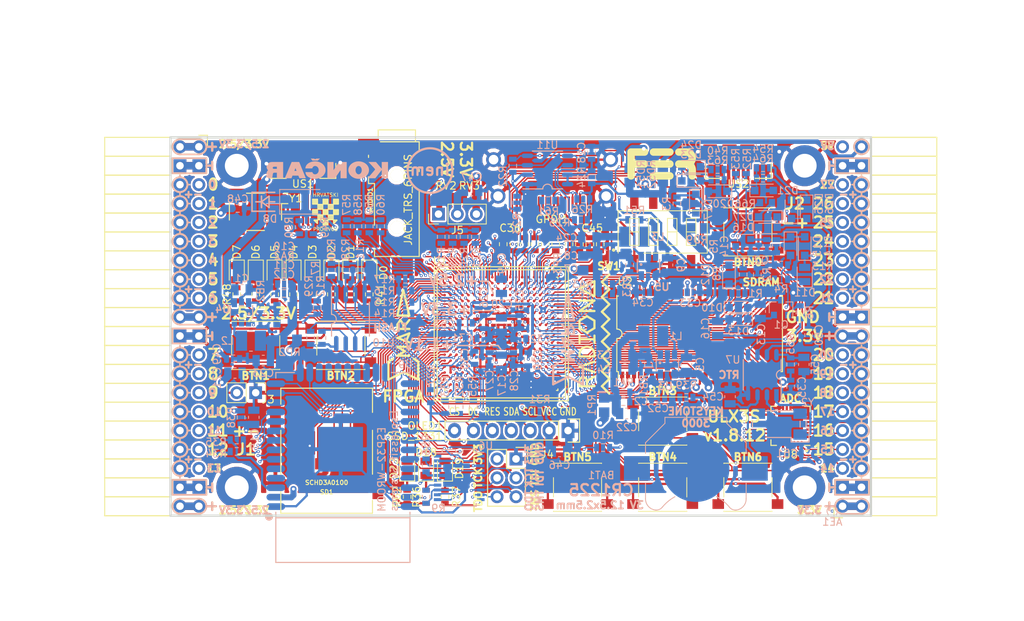
<source format=kicad_pcb>
(kicad_pcb (version 20171130) (host pcbnew 5.0.0-rc2+dfsg1-3)
  (layers (0 F.Cu signal) (1 In1.Cu signal) (2 In2.Cu signal) (31 B.Cu signal) (34 B.Paste user) (35 F.Paste user) (36 B.SilkS user) (37 F.SilkS user) (38 B.Mask user) (39 F.Mask user) (44 Edge.Cuts user))
  (net 0 "")
  (net 1 GND)
  (net 2 +5V)
  (net 3 /gpio/IN5V)
  (net 4 /gpio/OUT5V)
  (net 5 +3V3)
  (net 6 BTN_D)
  (net 7 BTN_F1)
  (net 8 BTN_F2)
  (net 9 BTN_L)
  (net 10 BTN_R)
  (net 11 BTN_U)
  (net 12 /power/FB1)
  (net 13 +2V5)
  (net 14 /power/PWREN)
  (net 15 /power/FB3)
  (net 16 /power/FB2)
  (net 17 /power/VBAT)
  (net 18 JTAG_TDI)
  (net 19 JTAG_TCK)
  (net 20 JTAG_TMS)
  (net 21 JTAG_TDO)
  (net 22 /power/WAKEUPn)
  (net 23 /power/WKUP)
  (net 24 /power/SHUT)
  (net 25 /power/WAKE)
  (net 26 /power/HOLD)
  (net 27 /power/WKn)
  (net 28 /power/OSCI_32k)
  (net 29 /power/OSCO_32k)
  (net 30 SHUTDOWN)
  (net 31 GPDI_SDA)
  (net 32 GPDI_SCL)
  (net 33 /gpdi/VREF2)
  (net 34 SD_CMD)
  (net 35 SD_CLK)
  (net 36 SD_D0)
  (net 37 SD_D1)
  (net 38 USB5V)
  (net 39 GPDI_CEC)
  (net 40 nRESET)
  (net 41 FTDI_nDTR)
  (net 42 SDRAM_CKE)
  (net 43 SDRAM_A7)
  (net 44 SDRAM_D15)
  (net 45 SDRAM_BA1)
  (net 46 SDRAM_D7)
  (net 47 SDRAM_A6)
  (net 48 SDRAM_CLK)
  (net 49 SDRAM_D13)
  (net 50 SDRAM_BA0)
  (net 51 SDRAM_D6)
  (net 52 SDRAM_A5)
  (net 53 SDRAM_D14)
  (net 54 SDRAM_A11)
  (net 55 SDRAM_D12)
  (net 56 SDRAM_D5)
  (net 57 SDRAM_A4)
  (net 58 SDRAM_A10)
  (net 59 SDRAM_D11)
  (net 60 SDRAM_A3)
  (net 61 SDRAM_D4)
  (net 62 SDRAM_D10)
  (net 63 SDRAM_D9)
  (net 64 SDRAM_A9)
  (net 65 SDRAM_D3)
  (net 66 SDRAM_D8)
  (net 67 SDRAM_A8)
  (net 68 SDRAM_A2)
  (net 69 SDRAM_A1)
  (net 70 SDRAM_A0)
  (net 71 SDRAM_D2)
  (net 72 SDRAM_D1)
  (net 73 SDRAM_D0)
  (net 74 SDRAM_DQM0)
  (net 75 SDRAM_nCS)
  (net 76 SDRAM_nRAS)
  (net 77 SDRAM_DQM1)
  (net 78 SDRAM_nCAS)
  (net 79 SDRAM_nWE)
  (net 80 /flash/FLASH_nWP)
  (net 81 /flash/FLASH_nHOLD)
  (net 82 /flash/FLASH_MOSI)
  (net 83 /flash/FLASH_MISO)
  (net 84 /flash/FLASH_SCK)
  (net 85 /flash/FLASH_nCS)
  (net 86 /flash/FPGA_PROGRAMN)
  (net 87 /flash/FPGA_DONE)
  (net 88 /flash/FPGA_INITN)
  (net 89 OLED_RES)
  (net 90 OLED_DC)
  (net 91 OLED_CS)
  (net 92 WIFI_EN)
  (net 93 FTDI_nRTS)
  (net 94 FTDI_TXD)
  (net 95 FTDI_RXD)
  (net 96 WIFI_RXD)
  (net 97 WIFI_GPIO0)
  (net 98 WIFI_TXD)
  (net 99 USB_FTDI_D+)
  (net 100 USB_FTDI_D-)
  (net 101 SD_D3)
  (net 102 AUDIO_L3)
  (net 103 AUDIO_L2)
  (net 104 AUDIO_L1)
  (net 105 AUDIO_L0)
  (net 106 AUDIO_R3)
  (net 107 AUDIO_R2)
  (net 108 AUDIO_R1)
  (net 109 AUDIO_R0)
  (net 110 OLED_CLK)
  (net 111 OLED_MOSI)
  (net 112 LED0)
  (net 113 LED1)
  (net 114 LED2)
  (net 115 LED3)
  (net 116 LED4)
  (net 117 LED5)
  (net 118 LED6)
  (net 119 LED7)
  (net 120 BTN_PWRn)
  (net 121 FTDI_nTXLED)
  (net 122 FTDI_nSLEEP)
  (net 123 /blinkey/LED_PWREN)
  (net 124 /blinkey/LED_TXLED)
  (net 125 /sdcard/SD3V3)
  (net 126 SD_D2)
  (net 127 CLK_25MHz)
  (net 128 /blinkey/BTNPUL)
  (net 129 /blinkey/BTNPUR)
  (net 130 USB_FPGA_D+)
  (net 131 /power/FTDI_nSUSPEND)
  (net 132 /blinkey/ALED0)
  (net 133 /blinkey/ALED1)
  (net 134 /blinkey/ALED2)
  (net 135 /blinkey/ALED3)
  (net 136 /blinkey/ALED4)
  (net 137 /blinkey/ALED5)
  (net 138 /blinkey/ALED6)
  (net 139 /blinkey/ALED7)
  (net 140 /usb/FTD-)
  (net 141 /usb/FTD+)
  (net 142 ADC_MISO)
  (net 143 ADC_MOSI)
  (net 144 ADC_CSn)
  (net 145 ADC_SCLK)
  (net 146 SW3)
  (net 147 SW2)
  (net 148 SW1)
  (net 149 USB_FPGA_D-)
  (net 150 /usb/FPD+)
  (net 151 /usb/FPD-)
  (net 152 WIFI_GPIO16)
  (net 153 /usb/ANT_433MHz)
  (net 154 /power/PWRBTn)
  (net 155 PROG_DONE)
  (net 156 /power/P3V3)
  (net 157 /power/P2V5)
  (net 158 /power/L1)
  (net 159 /power/L3)
  (net 160 /power/L2)
  (net 161 FTDI_TXDEN)
  (net 162 SDRAM_A12)
  (net 163 /analog/AUDIO_V)
  (net 164 AUDIO_V3)
  (net 165 AUDIO_V2)
  (net 166 AUDIO_V1)
  (net 167 AUDIO_V0)
  (net 168 /blinkey/LED_WIFI)
  (net 169 /power/P1V1)
  (net 170 +1V1)
  (net 171 SW4)
  (net 172 /blinkey/SWPU)
  (net 173 /wifi/WIFIEN)
  (net 174 FT2V5)
  (net 175 GN0)
  (net 176 GP0)
  (net 177 GN1)
  (net 178 GP1)
  (net 179 GN2)
  (net 180 GP2)
  (net 181 GN3)
  (net 182 GP3)
  (net 183 GN4)
  (net 184 GP4)
  (net 185 GN5)
  (net 186 GP5)
  (net 187 GN6)
  (net 188 GP6)
  (net 189 GN14)
  (net 190 GP14)
  (net 191 GN15)
  (net 192 GP15)
  (net 193 GN16)
  (net 194 GP16)
  (net 195 GN17)
  (net 196 GP17)
  (net 197 GN18)
  (net 198 GP18)
  (net 199 GN19)
  (net 200 GP19)
  (net 201 GN20)
  (net 202 GP20)
  (net 203 GN21)
  (net 204 GP21)
  (net 205 GN22)
  (net 206 GP22)
  (net 207 GN23)
  (net 208 GP23)
  (net 209 GN24)
  (net 210 GP24)
  (net 211 GN25)
  (net 212 GP25)
  (net 213 GN26)
  (net 214 GP26)
  (net 215 GN27)
  (net 216 GP27)
  (net 217 GN7)
  (net 218 GP7)
  (net 219 GN8)
  (net 220 GP8)
  (net 221 GN9)
  (net 222 GP9)
  (net 223 GN10)
  (net 224 GP10)
  (net 225 GN11)
  (net 226 GP11)
  (net 227 GN12)
  (net 228 GP12)
  (net 229 GN13)
  (net 230 GP13)
  (net 231 WIFI_GPIO5)
  (net 232 WIFI_GPIO17)
  (net 233 USB_FPGA_PULL_D+)
  (net 234 USB_FPGA_PULL_D-)
  (net 235 "Net-(D23-Pad2)")
  (net 236 "Net-(D24-Pad1)")
  (net 237 "Net-(D25-Pad2)")
  (net 238 "Net-(D26-Pad1)")
  (net 239 /gpdi/GPDI_ETH+)
  (net 240 FPDI_ETH+)
  (net 241 /gpdi/GPDI_ETH-)
  (net 242 FPDI_ETH-)
  (net 243 /gpdi/GPDI_D2-)
  (net 244 FPDI_D2-)
  (net 245 /gpdi/GPDI_D1-)
  (net 246 FPDI_D1-)
  (net 247 /gpdi/GPDI_D0-)
  (net 248 FPDI_D0-)
  (net 249 /gpdi/GPDI_CLK-)
  (net 250 FPDI_CLK-)
  (net 251 /gpdi/GPDI_D2+)
  (net 252 FPDI_D2+)
  (net 253 /gpdi/GPDI_D1+)
  (net 254 FPDI_D1+)
  (net 255 /gpdi/GPDI_D0+)
  (net 256 FPDI_D0+)
  (net 257 /gpdi/GPDI_CLK+)
  (net 258 FPDI_CLK+)
  (net 259 FPDI_SDA)
  (net 260 FPDI_SCL)
  (net 261 /gpdi/FPDI_CEC)
  (net 262 2V5_3V3)
  (net 263 "Net-(AUDIO1-Pad5)")
  (net 264 "Net-(AUDIO1-Pad6)")
  (net 265 "Net-(U1-PadA15)")
  (net 266 "Net-(U1-PadC9)")
  (net 267 "Net-(U1-PadD9)")
  (net 268 "Net-(U1-PadD10)")
  (net 269 "Net-(U1-PadD11)")
  (net 270 "Net-(U1-PadD12)")
  (net 271 "Net-(U1-PadE6)")
  (net 272 "Net-(U1-PadE9)")
  (net 273 "Net-(U1-PadE10)")
  (net 274 "Net-(U1-PadE11)")
  (net 275 "Net-(U1-PadJ4)")
  (net 276 "Net-(U1-PadJ5)")
  (net 277 "Net-(U1-PadK5)")
  (net 278 "Net-(U1-PadL5)")
  (net 279 "Net-(U1-PadM4)")
  (net 280 "Net-(U1-PadM5)")
  (net 281 SD_CD)
  (net 282 SD_WP)
  (net 283 "Net-(U1-PadR3)")
  (net 284 "Net-(U1-PadT16)")
  (net 285 "Net-(U1-PadW4)")
  (net 286 "Net-(U1-PadW5)")
  (net 287 "Net-(U1-PadW8)")
  (net 288 "Net-(U1-PadW9)")
  (net 289 "Net-(U1-PadW13)")
  (net 290 "Net-(U1-PadW14)")
  (net 291 "Net-(U1-PadW17)")
  (net 292 "Net-(U1-PadW18)")
  (net 293 FTDI_nRXLED)
  (net 294 "Net-(U8-Pad12)")
  (net 295 "Net-(U8-Pad25)")
  (net 296 "Net-(U9-Pad32)")
  (net 297 "Net-(U9-Pad22)")
  (net 298 "Net-(U9-Pad21)")
  (net 299 "Net-(U9-Pad20)")
  (net 300 "Net-(U9-Pad19)")
  (net 301 "Net-(U9-Pad18)")
  (net 302 "Net-(U9-Pad17)")
  (net 303 "Net-(U9-Pad12)")
  (net 304 "Net-(U9-Pad5)")
  (net 305 "Net-(U9-Pad4)")
  (net 306 "Net-(US1-Pad4)")
  (net 307 "Net-(Y2-Pad3)")
  (net 308 "Net-(Y2-Pad2)")
  (net 309 "Net-(U1-PadK16)")
  (net 310 "Net-(U1-PadK17)")
  (net 311 /usb/US2VBUS)
  (net 312 /power/SHD)
  (net 313 /power/RTCVDD)
  (net 314 "Net-(D27-Pad2)")
  (net 315 US2_ID)
  (net 316 /analog/AUDIO_L)
  (net 317 /analog/AUDIO_R)
  (module TSOP54:TSOP54 (layer F.Cu) (at 165.093 87.8 90)
    (fp_text reference U2 (at 6.98 -9.993 180) (layer F.SilkS))
    (fp_text value MT48LC16M16A2TG)
    (pad 28 smd rect (at 5.53 10.4 90) (size 0.9 0.56) (layers F.Cu F.Paste F.Mask) (net 1 GND))
    (pad 1 smd rect (at -5.53 -10.4 90) (size 0.9 0.56) (layers F.Cu F.Paste F.Mask) (net 5 +3V3))
    (pad 2 smd rect (at -5.53 -9.6 90) (size 0.9 0.56) (layers F.Cu F.Paste F.Mask) (net 73 SDRAM_D0))
    (pad 3 smd rect (at -5.53 -8.8 90) (size 0.9 0.56) (layers F.Cu F.Paste F.Mask) (net 5 +3V3))
    (pad 4 smd rect (at -5.53 -8 90) (size 0.9 0.56) (layers F.Cu F.Paste F.Mask) (net 72 SDRAM_D1))
    (pad 5 smd rect (at -5.53 -7.2 90) (size 0.9 0.56) (layers F.Cu F.Paste F.Mask) (net 71 SDRAM_D2))
    (pad 6 smd rect (at -5.53 -6.4 90) (size 0.9 0.56) (layers F.Cu F.Paste F.Mask) (net 1 GND))
    (pad 7 smd rect (at -5.53 -5.6 90) (size 0.9 0.56) (layers F.Cu F.Paste F.Mask) (net 65 SDRAM_D3))
    (pad 8 smd rect (at -5.53 -4.8 90) (size 0.9 0.56) (layers F.Cu F.Paste F.Mask) (net 61 SDRAM_D4))
    (pad 9 smd rect (at -5.53 -4 90) (size 0.9 0.56) (layers F.Cu F.Paste F.Mask) (net 5 +3V3))
    (pad 10 smd rect (at -5.53 -3.2 90) (size 0.9 0.56) (layers F.Cu F.Paste F.Mask) (net 56 SDRAM_D5))
    (pad 11 smd rect (at -5.53 -2.4 90) (size 0.9 0.56) (layers F.Cu F.Paste F.Mask) (net 51 SDRAM_D6))
    (pad 12 smd rect (at -5.53 -1.6 90) (size 0.9 0.56) (layers F.Cu F.Paste F.Mask) (net 1 GND))
    (pad 13 smd rect (at -5.53 -0.8 90) (size 0.9 0.56) (layers F.Cu F.Paste F.Mask) (net 46 SDRAM_D7))
    (pad 14 smd rect (at -5.53 0 90) (size 0.9 0.56) (layers F.Cu F.Paste F.Mask) (net 5 +3V3))
    (pad 15 smd rect (at -5.53 0.8 90) (size 0.9 0.56) (layers F.Cu F.Paste F.Mask) (net 74 SDRAM_DQM0))
    (pad 16 smd rect (at -5.53 1.6 90) (size 0.9 0.56) (layers F.Cu F.Paste F.Mask) (net 79 SDRAM_nWE))
    (pad 17 smd rect (at -5.53 2.4 90) (size 0.9 0.56) (layers F.Cu F.Paste F.Mask) (net 78 SDRAM_nCAS))
    (pad 18 smd rect (at -5.53 3.2 90) (size 0.9 0.56) (layers F.Cu F.Paste F.Mask) (net 76 SDRAM_nRAS))
    (pad 19 smd rect (at -5.53 4 90) (size 0.9 0.56) (layers F.Cu F.Paste F.Mask) (net 75 SDRAM_nCS))
    (pad 20 smd rect (at -5.53 4.8 90) (size 0.9 0.56) (layers F.Cu F.Paste F.Mask) (net 50 SDRAM_BA0))
    (pad 21 smd rect (at -5.53 5.6 90) (size 0.9 0.56) (layers F.Cu F.Paste F.Mask) (net 45 SDRAM_BA1))
    (pad 22 smd rect (at -5.53 6.4 90) (size 0.9 0.56) (layers F.Cu F.Paste F.Mask) (net 58 SDRAM_A10))
    (pad 23 smd rect (at -5.53 7.2 90) (size 0.9 0.56) (layers F.Cu F.Paste F.Mask) (net 70 SDRAM_A0))
    (pad 24 smd rect (at -5.53 8 90) (size 0.9 0.56) (layers F.Cu F.Paste F.Mask) (net 69 SDRAM_A1))
    (pad 25 smd rect (at -5.53 8.8 90) (size 0.9 0.56) (layers F.Cu F.Paste F.Mask) (net 68 SDRAM_A2))
    (pad 26 smd rect (at -5.53 9.6 90) (size 0.9 0.56) (layers F.Cu F.Paste F.Mask) (net 60 SDRAM_A3))
    (pad 27 smd rect (at -5.53 10.4 90) (size 0.9 0.56) (layers F.Cu F.Paste F.Mask) (net 5 +3V3))
    (pad 29 smd rect (at 5.53 9.6 90) (size 0.9 0.56) (layers F.Cu F.Paste F.Mask) (net 57 SDRAM_A4))
    (pad 30 smd rect (at 5.53 8.8 90) (size 0.9 0.56) (layers F.Cu F.Paste F.Mask) (net 52 SDRAM_A5))
    (pad 31 smd rect (at 5.53 8 90) (size 0.9 0.56) (layers F.Cu F.Paste F.Mask) (net 47 SDRAM_A6))
    (pad 32 smd rect (at 5.53 7.2 90) (size 0.9 0.56) (layers F.Cu F.Paste F.Mask) (net 43 SDRAM_A7))
    (pad 33 smd rect (at 5.53 6.4 90) (size 0.9 0.56) (layers F.Cu F.Paste F.Mask) (net 67 SDRAM_A8))
    (pad 34 smd rect (at 5.53 5.6 90) (size 0.9 0.56) (layers F.Cu F.Paste F.Mask) (net 64 SDRAM_A9))
    (pad 35 smd rect (at 5.53 4.8 90) (size 0.9 0.56) (layers F.Cu F.Paste F.Mask) (net 54 SDRAM_A11))
    (pad 36 smd rect (at 5.53 4 90) (size 0.9 0.56) (layers F.Cu F.Paste F.Mask) (net 162 SDRAM_A12))
    (pad 37 smd rect (at 5.53 3.2 90) (size 0.9 0.56) (layers F.Cu F.Paste F.Mask) (net 42 SDRAM_CKE))
    (pad 38 smd rect (at 5.53 2.4 90) (size 0.9 0.56) (layers F.Cu F.Paste F.Mask) (net 48 SDRAM_CLK))
    (pad 39 smd rect (at 5.53 1.6 90) (size 0.9 0.56) (layers F.Cu F.Paste F.Mask) (net 77 SDRAM_DQM1))
    (pad 40 smd rect (at 5.53 0.8 90) (size 0.9 0.56) (layers F.Cu F.Paste F.Mask))
    (pad 41 smd rect (at 5.53 0 90) (size 0.9 0.56) (layers F.Cu F.Paste F.Mask) (net 1 GND))
    (pad 42 smd rect (at 5.53 -0.8 90) (size 0.9 0.56) (layers F.Cu F.Paste F.Mask) (net 66 SDRAM_D8))
    (pad 43 smd rect (at 5.53 -1.6 90) (size 0.9 0.56) (layers F.Cu F.Paste F.Mask) (net 5 +3V3))
    (pad 44 smd rect (at 5.53 -2.4 90) (size 0.9 0.56) (layers F.Cu F.Paste F.Mask) (net 63 SDRAM_D9))
    (pad 45 smd rect (at 5.53 -3.2 90) (size 0.9 0.56) (layers F.Cu F.Paste F.Mask) (net 62 SDRAM_D10))
    (pad 46 smd rect (at 5.53 -4 90) (size 0.9 0.56) (layers F.Cu F.Paste F.Mask) (net 1 GND))
    (pad 47 smd rect (at 5.53 -4.8 90) (size 0.9 0.56) (layers F.Cu F.Paste F.Mask) (net 59 SDRAM_D11))
    (pad 48 smd rect (at 5.53 -5.6 90) (size 0.9 0.56) (layers F.Cu F.Paste F.Mask) (net 55 SDRAM_D12))
    (pad 49 smd rect (at 5.53 -6.4 90) (size 0.9 0.56) (layers F.Cu F.Paste F.Mask) (net 5 +3V3))
    (pad 50 smd rect (at 5.53 -7.2 90) (size 0.9 0.56) (layers F.Cu F.Paste F.Mask) (net 49 SDRAM_D13))
    (pad 51 smd rect (at 5.53 -8 90) (size 0.9 0.56) (layers F.Cu F.Paste F.Mask) (net 53 SDRAM_D14))
    (pad 52 smd rect (at 5.53 -8.8 90) (size 0.9 0.56) (layers F.Cu F.Paste F.Mask) (net 1 GND))
    (pad 53 smd rect (at 5.53 -9.6 90) (size 0.9 0.56) (layers F.Cu F.Paste F.Mask) (net 44 SDRAM_D15))
    (pad 54 smd rect (at 5.53 -10.4 90) (size 0.9 0.56) (layers F.Cu F.Paste F.Mask) (net 1 GND))
  )
  (module SOA008-150mil:SOA008-150-208mil (layer B.Cu) (at 118.245 85.822 270)
    (fp_text reference U10 (at 3.175 -4.445) (layer B.SilkS) (effects (justify mirror)))
    (fp_text value IS25LP128F-JBLE)
    (pad 1 smd rect (at -3.302 1.905 270) (size 2.1 0.6) (layers B.Cu B.Paste B.Mask) (net 85 /flash/FLASH_nCS))
    (pad 2 smd oval (at -3.302 0.635 270) (size 2.1 0.6) (layers B.Cu B.Paste B.Mask) (net 83 /flash/FLASH_MISO))
    (pad 3 smd oval (at -3.302 -0.635 270) (size 2.1 0.6) (layers B.Cu B.Paste B.Mask) (net 80 /flash/FLASH_nWP))
    (pad 4 smd oval (at -3.302 -1.905 270) (size 2.1 0.6) (layers B.Cu B.Paste B.Mask) (net 1 GND))
    (pad 5 smd oval (at 3.302 -1.905 270) (size 2.1 0.6) (layers B.Cu B.Paste B.Mask) (net 82 /flash/FLASH_MOSI))
    (pad 6 smd oval (at 3.302 -0.635 270) (size 2.1 0.6) (layers B.Cu B.Paste B.Mask) (net 84 /flash/FLASH_SCK))
    (pad 7 smd oval (at 3.302 0.635 270) (size 2.1 0.6) (layers B.Cu B.Paste B.Mask) (net 81 /flash/FLASH_nHOLD))
    (pad 8 smd oval (at 3.302 1.905 270) (size 2.1 0.6) (layers B.Cu B.Paste B.Mask) (net 5 +3V3))
  )
  (module SOT96-1:SOT96-1 (layer B.Cu) (at 173.49 93.315 90)
    (fp_text reference U7 (at 2.032 -3.937 180) (layer B.SilkS) (effects (justify mirror)))
    (fp_text value PCF8523)
    (pad 1 smd rect (at -2.7 1.905 90) (size 1.55 0.6) (layers B.Cu B.Paste B.Mask) (net 28 /power/OSCI_32k))
    (pad 2 smd oval (at -2.7 0.635 90) (size 1.55 0.6) (layers B.Cu B.Paste B.Mask) (net 29 /power/OSCO_32k))
    (pad 3 smd oval (at -2.7 -0.635 90) (size 1.55 0.6) (layers B.Cu B.Paste B.Mask) (net 17 /power/VBAT))
    (pad 4 smd oval (at -2.7 -1.905 90) (size 1.55 0.6) (layers B.Cu B.Paste B.Mask) (net 1 GND))
    (pad 5 smd oval (at 2.7 -1.905 90) (size 1.55 0.6) (layers B.Cu B.Paste B.Mask) (net 259 FPDI_SDA))
    (pad 6 smd oval (at 2.7 -0.635 90) (size 1.55 0.6) (layers B.Cu B.Paste B.Mask) (net 260 FPDI_SCL))
    (pad 7 smd oval (at 2.7 0.635 90) (size 1.55 0.6) (layers B.Cu B.Paste B.Mask) (net 22 /power/WAKEUPn))
    (pad 8 smd oval (at 2.7 1.905 90) (size 1.55 0.6) (layers B.Cu B.Paste B.Mask) (net 313 /power/RTCVDD))
  )
  (module SM8:SM8 (layer B.Cu) (at 144.68 65.8015 90)
    (fp_text reference U11 (at 3.3475 -0.019 -180) (layer B.SilkS) (effects (justify mirror)))
    (fp_text value PCA9306D)
    (pad 1 smd rect (at -1.905 -2.7) (size 1.55 0.6) (layers B.Cu B.Paste B.Mask) (net 1 GND))
    (pad 2 smd oval (at -0.635 -2.7) (size 1.55 0.6) (layers B.Cu B.Paste B.Mask) (net 5 +3V3))
    (pad 3 smd oval (at 0.635 -2.7) (size 1.55 0.6) (layers B.Cu B.Paste B.Mask) (net 260 FPDI_SCL))
    (pad 4 smd oval (at 1.905 -2.7) (size 1.55 0.6) (layers B.Cu B.Paste B.Mask) (net 259 FPDI_SDA))
    (pad 5 smd oval (at 1.905 2.7) (size 1.55 0.6) (layers B.Cu B.Paste B.Mask) (net 31 GPDI_SDA))
    (pad 6 smd oval (at 0.635 2.7) (size 1.55 0.6) (layers B.Cu B.Paste B.Mask) (net 32 GPDI_SCL))
    (pad 7 smd oval (at -0.635 2.7) (size 1.55 0.6) (layers B.Cu B.Paste B.Mask) (net 33 /gpdi/VREF2))
    (pad 8 smd oval (at -1.905 2.7) (size 1.55 0.6) (layers B.Cu B.Paste B.Mask) (net 33 /gpdi/VREF2))
  )
  (module ft231x:FT231X-SSOP-20_4.4x6.5mm_Pitch0.65mm (layer B.Cu) (at 132.835 107.14 180)
    (fp_text reference U6 (at -3.556 4.318 180) (layer B.SilkS) (effects (justify mirror)))
    (fp_text value FT231XS)
    (pad 20 smd rect (at 2.9 2.925 180) (size 1 0.4) (layers B.Cu B.Paste B.Mask) (net 94 FTDI_TXD))
    (pad 19 smd rect (at 2.9 2.275 180) (size 1 0.4) (layers B.Cu B.Paste B.Mask) (net 122 FTDI_nSLEEP))
    (pad 18 smd rect (at 2.9 1.625 180) (size 1 0.4) (layers B.Cu B.Paste B.Mask) (net 161 FTDI_TXDEN))
    (pad 17 smd rect (at 2.9 0.975 180) (size 1 0.4) (layers B.Cu B.Paste B.Mask) (net 293 FTDI_nRXLED))
    (pad 16 smd rect (at 2.9 0.325 180) (size 1 0.4) (layers B.Cu B.Paste B.Mask) (net 1 GND))
    (pad 15 smd rect (at 2.9 -0.325 180) (size 1 0.4) (layers B.Cu B.Paste B.Mask) (net 38 USB5V))
    (pad 14 smd rect (at 2.9 -0.975 180) (size 1 0.4) (layers B.Cu B.Paste B.Mask) (net 40 nRESET))
    (pad 13 smd rect (at 2.9 -1.625 180) (size 1 0.4) (layers B.Cu B.Paste B.Mask) (net 174 FT2V5))
    (pad 12 smd rect (at 2.9 -2.275 180) (size 1 0.4) (layers B.Cu B.Paste B.Mask) (net 100 USB_FTDI_D-))
    (pad 11 smd rect (at 2.9 -2.925 180) (size 1 0.4) (layers B.Cu B.Paste B.Mask) (net 99 USB_FTDI_D+))
    (pad 10 smd rect (at -2.9 -2.925 180) (size 1 0.4) (layers B.Cu B.Paste B.Mask) (net 121 FTDI_nTXLED))
    (pad 9 smd rect (at -2.9 -2.275 180) (size 1 0.4) (layers B.Cu B.Paste B.Mask) (net 21 JTAG_TDO))
    (pad 8 smd rect (at -2.9 -1.625 180) (size 1 0.4) (layers B.Cu B.Paste B.Mask) (net 20 JTAG_TMS))
    (pad 7 smd rect (at -2.9 -0.975 180) (size 1 0.4) (layers B.Cu B.Paste B.Mask) (net 19 JTAG_TCK))
    (pad 6 smd rect (at -2.9 -0.325 180) (size 1 0.4) (layers B.Cu B.Paste B.Mask) (net 1 GND))
    (pad 5 smd rect (at -2.9 0.325 180) (size 1 0.4) (layers B.Cu B.Paste B.Mask) (net 18 JTAG_TDI))
    (pad 4 smd rect (at -2.9 0.975 180) (size 1 0.4) (layers B.Cu B.Paste B.Mask) (net 95 FTDI_RXD))
    (pad 3 smd rect (at -2.9 1.625 180) (size 1 0.4) (layers B.Cu B.Paste B.Mask) (net 174 FT2V5))
    (pad 2 smd rect (at -2.9 2.275 180) (size 1 0.4) (layers B.Cu B.Paste B.Mask) (net 93 FTDI_nRTS))
    (pad 1 smd rect (at -2.9 2.925 180) (size 1 0.4) (layers B.Cu B.Paste B.Mask) (net 41 FTDI_nDTR))
  )
  (module TSOT-25:TSOT-25 (layer B.Cu) (at 158.235 78.692)
    (fp_text reference U5 (at 1.793 2.812) (layer B.SilkS) (effects (font (thickness 0.2)) (justify mirror)))
    (fp_text value TLV62569DBV)
    (pad 1 smd rect (at -0.95 -1.3) (size 0.7 1.2) (layers B.Cu B.Paste B.Mask) (net 14 /power/PWREN))
    (pad 2 smd rect (at 0 -1.3) (size 0.7 1.2) (layers B.Cu B.Paste B.Mask) (net 1 GND))
    (pad 3 smd rect (at 0.95 -1.3) (size 0.7 1.2) (layers B.Cu B.Paste B.Mask) (net 159 /power/L3))
    (pad 4 smd rect (at 0.95 1.3) (size 0.7 1.2) (layers B.Cu B.Paste B.Mask) (net 2 +5V))
    (pad 5 smd rect (at -0.95 1.3) (size 0.7 1.2) (layers B.Cu B.Paste B.Mask) (net 15 /power/FB3))
  )
  (module TSOT-25:TSOT-25 (layer B.Cu) (at 160.775 91.9)
    (fp_text reference U3 (at -0.295 2.9) (layer B.SilkS) (effects (font (thickness 0.2)) (justify mirror)))
    (fp_text value TLV62569DBV)
    (pad 1 smd rect (at -0.95 -1.3) (size 0.7 1.2) (layers B.Cu B.Paste B.Mask) (net 14 /power/PWREN))
    (pad 2 smd rect (at 0 -1.3) (size 0.7 1.2) (layers B.Cu B.Paste B.Mask) (net 1 GND))
    (pad 3 smd rect (at 0.95 -1.3) (size 0.7 1.2) (layers B.Cu B.Paste B.Mask) (net 158 /power/L1))
    (pad 4 smd rect (at 0.95 1.3) (size 0.7 1.2) (layers B.Cu B.Paste B.Mask) (net 2 +5V))
    (pad 5 smd rect (at -0.95 1.3) (size 0.7 1.2) (layers B.Cu B.Paste B.Mask) (net 12 /power/FB1))
  )
  (module TSOT-25:TSOT-25 (layer B.Cu) (at 103.625 84.915 180)
    (fp_text reference U4 (at 2.525 0.4265 180) (layer B.SilkS) (effects (font (thickness 0.2)) (justify mirror)))
    (fp_text value TLV62569DBV)
    (pad 1 smd rect (at -0.95 -1.3 180) (size 0.7 1.2) (layers B.Cu B.Paste B.Mask) (net 14 /power/PWREN))
    (pad 2 smd rect (at 0 -1.3 180) (size 0.7 1.2) (layers B.Cu B.Paste B.Mask) (net 1 GND))
    (pad 3 smd rect (at 0.95 -1.3 180) (size 0.7 1.2) (layers B.Cu B.Paste B.Mask) (net 160 /power/L2))
    (pad 4 smd rect (at 0.95 1.3 180) (size 0.7 1.2) (layers B.Cu B.Paste B.Mask) (net 2 +5V))
    (pad 5 smd rect (at -0.95 1.3 180) (size 0.7 1.2) (layers B.Cu B.Paste B.Mask) (net 16 /power/FB2))
  )
  (module ESP32:ESP32-WROOM (layer B.Cu) (at 117.23 105.75 180)
    (fp_text reference U9 (at -8.366 13.85 180) (layer B.SilkS) (effects (justify mirror)))
    (fp_text value ESP-WROOM-32)
    (fp_text user "Espressif Systems" (at -6.858 0.889 90) (layer B.SilkS) (effects (justify mirror)))
    (fp_text user ESP32-WROOM (at -5.207 -0.254 90) (layer B.SilkS) (effects (justify mirror)))
    (pad 38 smd oval (at -9 -5.25 180) (size 2.5 0.9) (layers B.Cu B.Paste B.Mask) (net 1 GND))
    (pad 37 smd oval (at -9 -3.98 180) (size 2.5 0.9) (layers B.Cu B.Paste B.Mask) (net 18 JTAG_TDI))
    (pad 36 smd oval (at -9 -2.71 180) (size 2.5 0.9) (layers B.Cu B.Paste B.Mask) (net 155 PROG_DONE))
    (pad 35 smd oval (at -9 -1.44 180) (size 2.5 0.9) (layers B.Cu B.Paste B.Mask) (net 98 WIFI_TXD))
    (pad 34 smd oval (at -9 -0.17 180) (size 2.5 0.9) (layers B.Cu B.Paste B.Mask) (net 96 WIFI_RXD))
    (pad 33 smd oval (at -9 1.1 180) (size 2.5 0.9) (layers B.Cu B.Paste B.Mask) (net 20 JTAG_TMS))
    (pad 32 smd oval (at -9 2.37 180) (size 2.5 0.9) (layers B.Cu B.Paste B.Mask) (net 296 "Net-(U9-Pad32)"))
    (pad 31 smd oval (at -9 3.64 180) (size 2.5 0.9) (layers B.Cu B.Paste B.Mask) (net 21 JTAG_TDO))
    (pad 30 smd oval (at -9 4.91 180) (size 2.5 0.9) (layers B.Cu B.Paste B.Mask) (net 19 JTAG_TCK))
    (pad 29 smd oval (at -9 6.18 180) (size 2.5 0.9) (layers B.Cu B.Paste B.Mask) (net 231 WIFI_GPIO5))
    (pad 28 smd oval (at -9 7.45 180) (size 2.5 0.9) (layers B.Cu B.Paste B.Mask) (net 232 WIFI_GPIO17))
    (pad 27 smd oval (at -9 8.72 180) (size 2.5 0.9) (layers B.Cu B.Paste B.Mask) (net 152 WIFI_GPIO16))
    (pad 26 smd oval (at -9 9.99 180) (size 2.5 0.9) (layers B.Cu B.Paste B.Mask) (net 37 SD_D1))
    (pad 25 smd oval (at -9 11.26 180) (size 2.5 0.9) (layers B.Cu B.Paste B.Mask) (net 97 WIFI_GPIO0))
    (pad 24 smd oval (at -5.715 12.75 180) (size 0.9 2.5) (layers B.Cu B.Paste B.Mask) (net 36 SD_D0))
    (pad 23 smd oval (at -4.445 12.75 180) (size 0.9 2.5) (layers B.Cu B.Paste B.Mask) (net 34 SD_CMD))
    (pad 22 smd oval (at -3.175 12.75 180) (size 0.9 2.5) (layers B.Cu B.Paste B.Mask) (net 297 "Net-(U9-Pad22)"))
    (pad 21 smd oval (at -1.905 12.75 180) (size 0.9 2.5) (layers B.Cu B.Paste B.Mask) (net 298 "Net-(U9-Pad21)"))
    (pad 20 smd oval (at -0.635 12.75 180) (size 0.9 2.5) (layers B.Cu B.Paste B.Mask) (net 299 "Net-(U9-Pad20)"))
    (pad 19 smd oval (at 0.635 12.75 180) (size 0.9 2.5) (layers B.Cu B.Paste B.Mask) (net 300 "Net-(U9-Pad19)"))
    (pad 18 smd oval (at 1.905 12.75 180) (size 0.9 2.5) (layers B.Cu B.Paste B.Mask) (net 301 "Net-(U9-Pad18)"))
    (pad 17 smd oval (at 3.175 12.75 180) (size 0.9 2.5) (layers B.Cu B.Paste B.Mask) (net 302 "Net-(U9-Pad17)"))
    (pad 16 smd oval (at 4.445 12.75 180) (size 0.9 2.5) (layers B.Cu B.Paste B.Mask) (net 101 SD_D3))
    (pad 15 smd oval (at 5.715 12.75 180) (size 0.9 2.5) (layers B.Cu B.Paste B.Mask) (net 1 GND))
    (pad 14 smd oval (at 9 11.26 180) (size 2.5 0.9) (layers B.Cu B.Paste B.Mask) (net 126 SD_D2))
    (pad 13 smd oval (at 9 9.99 180) (size 2.5 0.9) (layers B.Cu B.Paste B.Mask) (net 35 SD_CLK))
    (pad 12 smd oval (at 9 8.72 180) (size 2.5 0.9) (layers B.Cu B.Paste B.Mask) (net 303 "Net-(U9-Pad12)"))
    (pad 11 smd oval (at 9 7.45 180) (size 2.5 0.9) (layers B.Cu B.Paste B.Mask) (net 225 GN11))
    (pad 10 smd oval (at 9 6.18 180) (size 2.5 0.9) (layers B.Cu B.Paste B.Mask) (net 226 GP11))
    (pad 9 smd oval (at 9 4.91 180) (size 2.5 0.9) (layers B.Cu B.Paste B.Mask) (net 227 GN12))
    (pad 8 smd oval (at 9 3.64 180) (size 2.5 0.9) (layers B.Cu B.Paste B.Mask) (net 228 GP12))
    (pad 7 smd oval (at 9 2.37 180) (size 2.5 0.9) (layers B.Cu B.Paste B.Mask) (net 229 GN13))
    (pad 6 smd oval (at 9 1.1 180) (size 2.5 0.9) (layers B.Cu B.Paste B.Mask) (net 230 GP13))
    (pad 5 smd oval (at 9 -0.17 180) (size 2.5 0.9) (layers B.Cu B.Paste B.Mask) (net 304 "Net-(U9-Pad5)"))
    (pad 4 smd oval (at 9 -1.44 180) (size 2.5 0.9) (layers B.Cu B.Paste B.Mask) (net 305 "Net-(U9-Pad4)"))
    (pad 3 smd oval (at 9 -2.71 180) (size 2.5 0.9) (layers B.Cu B.Paste B.Mask) (net 173 /wifi/WIFIEN))
    (pad 2 smd oval (at 9 -3.98 180) (size 2.5 0.9) (layers B.Cu B.Paste B.Mask) (net 5 +3V3))
    (pad 1 smd oval (at 9 -5.25 180) (size 2.5 0.9) (layers B.Cu B.Paste B.Mask) (net 1 GND))
    (pad 39 smd rect (at 0.3 2.45 180) (size 6 6) (layers B.Cu B.Paste B.Mask) (net 1 GND))
  )
  (module inem:inem (layer B.Cu) (at 128.913 65.883)
    (fp_text reference REF** hide)
    (fp_text value inem hide)
    (fp_text user inem (at 0 -0.1) (layer B.SilkS) (effects (font (size 1.5 1.5) (thickness 0.3)) (justify mirror)))
  )
  (module fer:fer4mm6 (layer F.Cu) (at 159.901 64.994)
    (fp_text reference fer hide)
    (fp_text value fer hide)
  )
  (module Socket_Strips:Socket_Strip_Angled_2x20 (layer F.Cu) (at 97.91 62.69 270)
    (fp_text reference J1 (at 40.64 -6.35) (layer F.SilkS) (effects (font (size 1.5 1.5) (thickness 0.3))))
    (fp_text value CONN_02X20 hide)
    (pad 1 thru_hole oval (at 0 0 270) (size 1.7272 1.7272) (drill 1.016) (layers *.Cu *.Mask) (net 262 2V5_3V3))
    (pad 2 thru_hole oval (at 0 2.54 270) (size 1.7272 1.7272) (drill 1.016) (layers *.Cu *.Mask) (net 262 2V5_3V3))
    (pad 3 thru_hole rect (at 2.54 0 270) (size 1.7272 1.7272) (drill 1.016) (layers *.Cu *.Mask) (net 1 GND))
    (pad 4 thru_hole rect (at 2.54 2.54 270) (size 1.7272 1.7272) (drill 1.016) (layers *.Cu *.Mask) (net 1 GND))
    (pad 5 thru_hole oval (at 5.08 0 270) (size 1.7272 1.7272) (drill 1.016) (layers *.Cu *.Mask) (net 175 GN0))
    (pad 6 thru_hole oval (at 5.08 2.54 270) (size 1.7272 1.7272) (drill 1.016) (layers *.Cu *.Mask) (net 176 GP0))
    (pad 7 thru_hole oval (at 7.62 0 270) (size 1.7272 1.7272) (drill 1.016) (layers *.Cu *.Mask) (net 177 GN1))
    (pad 8 thru_hole oval (at 7.62 2.54 270) (size 1.7272 1.7272) (drill 1.016) (layers *.Cu *.Mask) (net 178 GP1))
    (pad 9 thru_hole oval (at 10.16 0 270) (size 1.7272 1.7272) (drill 1.016) (layers *.Cu *.Mask) (net 179 GN2))
    (pad 10 thru_hole oval (at 10.16 2.54 270) (size 1.7272 1.7272) (drill 1.016) (layers *.Cu *.Mask) (net 180 GP2))
    (pad 11 thru_hole oval (at 12.7 0 270) (size 1.7272 1.7272) (drill 1.016) (layers *.Cu *.Mask) (net 181 GN3))
    (pad 12 thru_hole oval (at 12.7 2.54 270) (size 1.7272 1.7272) (drill 1.016) (layers *.Cu *.Mask) (net 182 GP3))
    (pad 13 thru_hole oval (at 15.24 0 270) (size 1.7272 1.7272) (drill 1.016) (layers *.Cu *.Mask) (net 183 GN4))
    (pad 14 thru_hole oval (at 15.24 2.54 270) (size 1.7272 1.7272) (drill 1.016) (layers *.Cu *.Mask) (net 184 GP4))
    (pad 15 thru_hole oval (at 17.78 0 270) (size 1.7272 1.7272) (drill 1.016) (layers *.Cu *.Mask) (net 185 GN5))
    (pad 16 thru_hole oval (at 17.78 2.54 270) (size 1.7272 1.7272) (drill 1.016) (layers *.Cu *.Mask) (net 186 GP5))
    (pad 17 thru_hole oval (at 20.32 0 270) (size 1.7272 1.7272) (drill 1.016) (layers *.Cu *.Mask) (net 187 GN6))
    (pad 18 thru_hole oval (at 20.32 2.54 270) (size 1.7272 1.7272) (drill 1.016) (layers *.Cu *.Mask) (net 188 GP6))
    (pad 19 thru_hole oval (at 22.86 0 270) (size 1.7272 1.7272) (drill 1.016) (layers *.Cu *.Mask) (net 262 2V5_3V3))
    (pad 20 thru_hole oval (at 22.86 2.54 270) (size 1.7272 1.7272) (drill 1.016) (layers *.Cu *.Mask) (net 262 2V5_3V3))
    (pad 21 thru_hole rect (at 25.4 0 270) (size 1.7272 1.7272) (drill 1.016) (layers *.Cu *.Mask) (net 1 GND))
    (pad 22 thru_hole rect (at 25.4 2.54 270) (size 1.7272 1.7272) (drill 1.016) (layers *.Cu *.Mask) (net 1 GND))
    (pad 23 thru_hole oval (at 27.94 0 270) (size 1.7272 1.7272) (drill 1.016) (layers *.Cu *.Mask) (net 217 GN7))
    (pad 24 thru_hole oval (at 27.94 2.54 270) (size 1.7272 1.7272) (drill 1.016) (layers *.Cu *.Mask) (net 218 GP7))
    (pad 25 thru_hole oval (at 30.48 0 270) (size 1.7272 1.7272) (drill 1.016) (layers *.Cu *.Mask) (net 219 GN8))
    (pad 26 thru_hole oval (at 30.48 2.54 270) (size 1.7272 1.7272) (drill 1.016) (layers *.Cu *.Mask) (net 220 GP8))
    (pad 27 thru_hole oval (at 33.02 0 270) (size 1.7272 1.7272) (drill 1.016) (layers *.Cu *.Mask) (net 221 GN9))
    (pad 28 thru_hole oval (at 33.02 2.54 270) (size 1.7272 1.7272) (drill 1.016) (layers *.Cu *.Mask) (net 222 GP9))
    (pad 29 thru_hole oval (at 35.56 0 270) (size 1.7272 1.7272) (drill 1.016) (layers *.Cu *.Mask) (net 223 GN10))
    (pad 30 thru_hole oval (at 35.56 2.54 270) (size 1.7272 1.7272) (drill 1.016) (layers *.Cu *.Mask) (net 224 GP10))
    (pad 31 thru_hole oval (at 38.1 0 270) (size 1.7272 1.7272) (drill 1.016) (layers *.Cu *.Mask) (net 225 GN11))
    (pad 32 thru_hole oval (at 38.1 2.54 270) (size 1.7272 1.7272) (drill 1.016) (layers *.Cu *.Mask) (net 226 GP11))
    (pad 33 thru_hole oval (at 40.64 0 270) (size 1.7272 1.7272) (drill 1.016) (layers *.Cu *.Mask) (net 227 GN12))
    (pad 34 thru_hole oval (at 40.64 2.54 270) (size 1.7272 1.7272) (drill 1.016) (layers *.Cu *.Mask) (net 228 GP12))
    (pad 35 thru_hole oval (at 43.18 0 270) (size 1.7272 1.7272) (drill 1.016) (layers *.Cu *.Mask) (net 229 GN13))
    (pad 36 thru_hole oval (at 43.18 2.54 270) (size 1.7272 1.7272) (drill 1.016) (layers *.Cu *.Mask) (net 230 GP13))
    (pad 37 thru_hole rect (at 45.72 0 270) (size 1.7272 1.7272) (drill 1.016) (layers *.Cu *.Mask) (net 1 GND))
    (pad 38 thru_hole rect (at 45.72 2.54 270) (size 1.7272 1.7272) (drill 1.016) (layers *.Cu *.Mask) (net 1 GND))
    (pad 39 thru_hole oval (at 48.26 0 270) (size 1.7272 1.7272) (drill 1.016) (layers *.Cu *.Mask) (net 262 2V5_3V3))
    (pad 40 thru_hole oval (at 48.26 2.54 270) (size 1.7272 1.7272) (drill 1.016) (layers *.Cu *.Mask) (net 262 2V5_3V3))
  )
  (module Socket_Strips:Socket_Strip_Angled_2x20 (layer F.Cu) (at 184.27 110.95 90)
    (fp_text reference J2 (at 40.64 -6.35 180) (layer F.SilkS) (effects (font (size 1.5 1.5) (thickness 0.3))))
    (fp_text value CONN_02X20 hide)
    (pad 1 thru_hole oval (at 0 0 90) (size 1.7272 1.7272) (drill 1.016) (layers *.Cu *.Mask) (net 5 +3V3))
    (pad 2 thru_hole oval (at 0 2.54 90) (size 1.7272 1.7272) (drill 1.016) (layers *.Cu *.Mask) (net 5 +3V3))
    (pad 3 thru_hole rect (at 2.54 0 90) (size 1.7272 1.7272) (drill 1.016) (layers *.Cu *.Mask) (net 1 GND))
    (pad 4 thru_hole rect (at 2.54 2.54 90) (size 1.7272 1.7272) (drill 1.016) (layers *.Cu *.Mask) (net 1 GND))
    (pad 5 thru_hole oval (at 5.08 0 90) (size 1.7272 1.7272) (drill 1.016) (layers *.Cu *.Mask) (net 189 GN14))
    (pad 6 thru_hole oval (at 5.08 2.54 90) (size 1.7272 1.7272) (drill 1.016) (layers *.Cu *.Mask) (net 190 GP14))
    (pad 7 thru_hole oval (at 7.62 0 90) (size 1.7272 1.7272) (drill 1.016) (layers *.Cu *.Mask) (net 191 GN15))
    (pad 8 thru_hole oval (at 7.62 2.54 90) (size 1.7272 1.7272) (drill 1.016) (layers *.Cu *.Mask) (net 192 GP15))
    (pad 9 thru_hole oval (at 10.16 0 90) (size 1.7272 1.7272) (drill 1.016) (layers *.Cu *.Mask) (net 193 GN16))
    (pad 10 thru_hole oval (at 10.16 2.54 90) (size 1.7272 1.7272) (drill 1.016) (layers *.Cu *.Mask) (net 194 GP16))
    (pad 11 thru_hole oval (at 12.7 0 90) (size 1.7272 1.7272) (drill 1.016) (layers *.Cu *.Mask) (net 195 GN17))
    (pad 12 thru_hole oval (at 12.7 2.54 90) (size 1.7272 1.7272) (drill 1.016) (layers *.Cu *.Mask) (net 196 GP17))
    (pad 13 thru_hole oval (at 15.24 0 90) (size 1.7272 1.7272) (drill 1.016) (layers *.Cu *.Mask) (net 197 GN18))
    (pad 14 thru_hole oval (at 15.24 2.54 90) (size 1.7272 1.7272) (drill 1.016) (layers *.Cu *.Mask) (net 198 GP18))
    (pad 15 thru_hole oval (at 17.78 0 90) (size 1.7272 1.7272) (drill 1.016) (layers *.Cu *.Mask) (net 199 GN19))
    (pad 16 thru_hole oval (at 17.78 2.54 90) (size 1.7272 1.7272) (drill 1.016) (layers *.Cu *.Mask) (net 200 GP19))
    (pad 17 thru_hole oval (at 20.32 0 90) (size 1.7272 1.7272) (drill 1.016) (layers *.Cu *.Mask) (net 201 GN20))
    (pad 18 thru_hole oval (at 20.32 2.54 90) (size 1.7272 1.7272) (drill 1.016) (layers *.Cu *.Mask) (net 202 GP20))
    (pad 19 thru_hole oval (at 22.86 0 90) (size 1.7272 1.7272) (drill 1.016) (layers *.Cu *.Mask) (net 5 +3V3))
    (pad 20 thru_hole oval (at 22.86 2.54 90) (size 1.7272 1.7272) (drill 1.016) (layers *.Cu *.Mask) (net 5 +3V3))
    (pad 21 thru_hole rect (at 25.4 0 90) (size 1.7272 1.7272) (drill 1.016) (layers *.Cu *.Mask) (net 1 GND))
    (pad 22 thru_hole rect (at 25.4 2.54 90) (size 1.7272 1.7272) (drill 1.016) (layers *.Cu *.Mask) (net 1 GND))
    (pad 23 thru_hole oval (at 27.94 0 90) (size 1.7272 1.7272) (drill 1.016) (layers *.Cu *.Mask) (net 203 GN21))
    (pad 24 thru_hole oval (at 27.94 2.54 90) (size 1.7272 1.7272) (drill 1.016) (layers *.Cu *.Mask) (net 204 GP21))
    (pad 25 thru_hole oval (at 30.48 0 90) (size 1.7272 1.7272) (drill 1.016) (layers *.Cu *.Mask) (net 205 GN22))
    (pad 26 thru_hole oval (at 30.48 2.54 90) (size 1.7272 1.7272) (drill 1.016) (layers *.Cu *.Mask) (net 206 GP22))
    (pad 27 thru_hole oval (at 33.02 0 90) (size 1.7272 1.7272) (drill 1.016) (layers *.Cu *.Mask) (net 207 GN23))
    (pad 28 thru_hole oval (at 33.02 2.54 90) (size 1.7272 1.7272) (drill 1.016) (layers *.Cu *.Mask) (net 208 GP23))
    (pad 29 thru_hole oval (at 35.56 0 90) (size 1.7272 1.7272) (drill 1.016) (layers *.Cu *.Mask) (net 209 GN24))
    (pad 30 thru_hole oval (at 35.56 2.54 90) (size 1.7272 1.7272) (drill 1.016) (layers *.Cu *.Mask) (net 210 GP24))
    (pad 31 thru_hole oval (at 38.1 0 90) (size 1.7272 1.7272) (drill 1.016) (layers *.Cu *.Mask) (net 211 GN25))
    (pad 32 thru_hole oval (at 38.1 2.54 90) (size 1.7272 1.7272) (drill 1.016) (layers *.Cu *.Mask) (net 212 GP25))
    (pad 33 thru_hole oval (at 40.64 0 90) (size 1.7272 1.7272) (drill 1.016) (layers *.Cu *.Mask) (net 213 GN26))
    (pad 34 thru_hole oval (at 40.64 2.54 90) (size 1.7272 1.7272) (drill 1.016) (layers *.Cu *.Mask) (net 214 GP26))
    (pad 35 thru_hole oval (at 43.18 0 90) (size 1.7272 1.7272) (drill 1.016) (layers *.Cu *.Mask) (net 215 GN27))
    (pad 36 thru_hole oval (at 43.18 2.54 90) (size 1.7272 1.7272) (drill 1.016) (layers *.Cu *.Mask) (net 216 GP27))
    (pad 37 thru_hole rect (at 45.72 0 90) (size 1.7272 1.7272) (drill 1.016) (layers *.Cu *.Mask) (net 1 GND))
    (pad 38 thru_hole rect (at 45.72 2.54 90) (size 1.7272 1.7272) (drill 1.016) (layers *.Cu *.Mask) (net 1 GND))
    (pad 39 thru_hole oval (at 48.26 0 90) (size 1.7272 1.7272) (drill 1.016) (layers *.Cu *.Mask) (net 3 /gpio/IN5V))
    (pad 40 thru_hole oval (at 48.26 2.54 90) (size 1.7272 1.7272) (drill 1.016) (layers *.Cu *.Mask) (net 4 /gpio/OUT5V))
  )
  (module Mounting_Holes:MountingHole_3.2mm_M3_ISO14580_Pad (layer F.Cu) (at 102.99 108.41)
    (fp_text reference H1 hide)
    (fp_text value HOLE hide)
    (pad 1 thru_hole circle (at 0 0) (size 5.5 5.5) (drill 3.2) (layers *.Cu *.Mask) (net 1 GND))
  )
  (module Mounting_Holes:MountingHole_3.2mm_M3_ISO14580_Pad (layer F.Cu) (at 179.19 108.41)
    (fp_text reference H2 hide)
    (fp_text value HOLE hide)
    (pad 1 thru_hole circle (at 0 0) (size 5.5 5.5) (drill 3.2) (layers *.Cu *.Mask) (net 1 GND))
  )
  (module Mounting_Holes:MountingHole_3.2mm_M3_ISO14580_Pad (layer F.Cu) (at 179.19 65.23)
    (fp_text reference H3 hide)
    (fp_text value HOLE hide)
    (pad 1 thru_hole circle (at 0 0) (size 5.5 5.5) (drill 3.2) (layers *.Cu *.Mask) (net 1 GND))
  )
  (module Mounting_Holes:MountingHole_3.2mm_M3_ISO14580_Pad (layer F.Cu) (at 102.99 65.23)
    (fp_text reference H4 hide)
    (fp_text value HOLE hide)
    (pad 1 thru_hole circle (at 0 0) (size 5.5 5.5) (drill 3.2) (layers *.Cu *.Mask) (net 1 GND))
  )
  (module Socket_Strips:Socket_Strip_Straight_2x03 (layer F.Cu) (at 140.455 104.6 270)
    (fp_text reference J4 (at -0.617 -4.206) (layer F.SilkS))
    (fp_text value CONN_02X03 hide)
    (pad 1 thru_hole rect (at 0 0 270) (size 1.7272 1.7272) (drill 1.016) (layers *.Cu *.Mask) (net 1 GND))
    (pad 2 thru_hole oval (at 0 2.54 270) (size 1.7272 1.7272) (drill 1.016) (layers *.Cu *.Mask) (net 5 +3V3))
    (pad 3 thru_hole oval (at 2.54 0 270) (size 1.7272 1.7272) (drill 1.016) (layers *.Cu *.Mask) (net 18 JTAG_TDI))
    (pad 4 thru_hole oval (at 2.54 2.54 270) (size 1.7272 1.7272) (drill 1.016) (layers *.Cu *.Mask) (net 19 JTAG_TCK))
    (pad 5 thru_hole oval (at 5.08 0 270) (size 1.7272 1.7272) (drill 1.016) (layers *.Cu *.Mask) (net 20 JTAG_TMS))
    (pad 6 thru_hole oval (at 5.08 2.54 270) (size 1.7272 1.7272) (drill 1.016) (layers *.Cu *.Mask) (net 21 JTAG_TDO))
  )
  (module Housings_DFN_QFN:QFN-28-1EP_5x5mm_Pitch0.5mm (layer F.Cu) (at 177.285 100.155 180)
    (fp_text reference U8 (at 0 -3.875 180) (layer F.SilkS))
    (fp_text value MAX11125)
    (pad 1 smd oval (at -2.45 -1.5 180) (size 0.85 0.3) (layers F.Cu F.Paste F.Mask) (net 192 GP15))
    (pad 2 smd oval (at -2.45 -1 180) (size 0.85 0.3) (layers F.Cu F.Paste F.Mask) (net 193 GN16))
    (pad 3 smd oval (at -2.45 -0.5 180) (size 0.85 0.3) (layers F.Cu F.Paste F.Mask) (net 194 GP16))
    (pad 4 smd oval (at -2.45 0 180) (size 0.85 0.3) (layers F.Cu F.Paste F.Mask) (net 195 GN17))
    (pad 5 smd oval (at -2.45 0.5 180) (size 0.85 0.3) (layers F.Cu F.Paste F.Mask) (net 196 GP17))
    (pad 6 smd oval (at -2.45 1 180) (size 0.85 0.3) (layers F.Cu F.Paste F.Mask) (net 1 GND))
    (pad 7 smd oval (at -2.45 1.5 180) (size 0.85 0.3) (layers F.Cu F.Paste F.Mask) (net 1 GND))
    (pad 8 smd oval (at -1.5 2.45 270) (size 0.85 0.3) (layers F.Cu F.Paste F.Mask) (net 1 GND))
    (pad 9 smd oval (at -1 2.45 270) (size 0.85 0.3) (layers F.Cu F.Paste F.Mask) (net 1 GND))
    (pad 10 smd oval (at -0.5 2.45 270) (size 0.85 0.3) (layers F.Cu F.Paste F.Mask) (net 1 GND))
    (pad 11 smd oval (at 0 2.45 270) (size 0.85 0.3) (layers F.Cu F.Paste F.Mask) (net 1 GND))
    (pad 12 smd oval (at 0.5 2.45 270) (size 0.85 0.3) (layers F.Cu F.Paste F.Mask) (net 294 "Net-(U8-Pad12)"))
    (pad 13 smd oval (at 1 2.45 270) (size 0.85 0.3) (layers F.Cu F.Paste F.Mask) (net 1 GND))
    (pad 14 smd oval (at 1.5 2.45 270) (size 0.85 0.3) (layers F.Cu F.Paste F.Mask) (net 1 GND))
    (pad 15 smd oval (at 2.45 1.5 180) (size 0.85 0.3) (layers F.Cu F.Paste F.Mask) (net 5 +3V3))
    (pad 16 smd oval (at 2.45 1 180) (size 0.85 0.3) (layers F.Cu F.Paste F.Mask) (net 1 GND))
    (pad 17 smd oval (at 2.45 0.5 180) (size 0.85 0.3) (layers F.Cu F.Paste F.Mask) (net 5 +3V3))
    (pad 18 smd oval (at 2.45 0 180) (size 0.85 0.3) (layers F.Cu F.Paste F.Mask) (net 5 +3V3))
    (pad 19 smd oval (at 2.45 -0.5 180) (size 0.85 0.3) (layers F.Cu F.Paste F.Mask) (net 145 ADC_SCLK))
    (pad 20 smd oval (at 2.45 -1 180) (size 0.85 0.3) (layers F.Cu F.Paste F.Mask) (net 144 ADC_CSn))
    (pad 21 smd oval (at 2.45 -1.5 180) (size 0.85 0.3) (layers F.Cu F.Paste F.Mask) (net 143 ADC_MOSI))
    (pad 22 smd oval (at 1.5 -2.45 270) (size 0.85 0.3) (layers F.Cu F.Paste F.Mask) (net 1 GND))
    (pad 23 smd oval (at 1 -2.45 270) (size 0.85 0.3) (layers F.Cu F.Paste F.Mask) (net 5 +3V3))
    (pad 24 smd oval (at 0.5 -2.45 270) (size 0.85 0.3) (layers F.Cu F.Paste F.Mask) (net 142 ADC_MISO))
    (pad 25 smd oval (at 0 -2.45 270) (size 0.85 0.3) (layers F.Cu F.Paste F.Mask) (net 295 "Net-(U8-Pad25)"))
    (pad 26 smd oval (at -0.5 -2.45 270) (size 0.85 0.3) (layers F.Cu F.Paste F.Mask) (net 189 GN14))
    (pad 27 smd oval (at -1 -2.45 270) (size 0.85 0.3) (layers F.Cu F.Paste F.Mask) (net 190 GP14))
    (pad 28 smd oval (at -1.5 -2.45 270) (size 0.85 0.3) (layers F.Cu F.Paste F.Mask) (net 191 GN15))
    (pad 29 smd rect (at 0.8375 0.8375 180) (size 1.675 1.675) (layers F.Cu F.Paste F.Mask) (net 1 GND))
    (pad 29 smd rect (at 0.8375 -0.8375 180) (size 1.675 1.675) (layers F.Cu F.Paste F.Mask) (net 1 GND))
    (pad 29 smd rect (at -0.8375 0.8375 180) (size 1.675 1.675) (layers F.Cu F.Paste F.Mask) (net 1 GND))
    (pad 29 smd rect (at -0.8375 -0.8375 180) (size 1.675 1.675) (layers F.Cu F.Paste F.Mask) (net 1 GND))
  )
  (module oled:oled_13xx (layer F.Cu) (at 139.82 100.79 180)
    (fp_text reference OLED1 (at 11.557 0.635 180) (layer F.SilkS))
    (fp_text value SSD_1331 (at 12.954 -0.762 180) (layer F.SilkS))
    (fp_text user CS (at 7.62 2.54 180) (layer F.SilkS) (effects (font (size 1 0.75))))
    (fp_text user DC (at 5.08 2.54 180) (layer F.SilkS) (effects (font (size 1 0.75))))
    (fp_text user RES (at 2.54 2.54 180) (layer F.SilkS) (effects (font (size 1 0.75))))
    (fp_text user SDA (at 0 2.54 180) (layer F.SilkS) (effects (font (size 1 0.75))))
    (fp_text user SCL (at -2.54 2.54 180) (layer F.SilkS) (effects (font (size 1 0.75))))
    (fp_text user VCC (at -5.08 2.54 180) (layer F.SilkS) (effects (font (size 1 0.75))))
    (fp_text user GND (at -7.62 2.54 180) (layer F.SilkS) (effects (font (size 1 0.75))))
    (pad 1 thru_hole rect (at -7.62 0 180) (size 1.7272 2.032) (drill 1.016) (layers *.Cu *.Mask) (net 1 GND))
    (pad 2 thru_hole oval (at -5.08 0 180) (size 1.7272 2.032) (drill 1.016) (layers *.Cu *.Mask) (net 5 +3V3))
    (pad 3 thru_hole oval (at -2.54 0 180) (size 1.7272 2.032) (drill 1.016) (layers *.Cu *.Mask) (net 110 OLED_CLK))
    (pad 4 thru_hole oval (at 0 0 180) (size 1.7272 2.032) (drill 1.016) (layers *.Cu *.Mask) (net 111 OLED_MOSI))
    (pad 5 thru_hole oval (at 2.54 0 180) (size 1.7272 2.032) (drill 1.016) (layers *.Cu *.Mask) (net 89 OLED_RES))
    (pad 6 thru_hole oval (at 5.08 0 180) (size 1.7272 2.032) (drill 1.016) (layers *.Cu *.Mask) (net 90 OLED_DC))
    (pad 7 thru_hole oval (at 7.62 0 180) (size 1.7272 2.032) (drill 1.016) (layers *.Cu *.Mask) (net 91 OLED_CS))
  )
  (module Buttons_Switches_SMD:SW_SPST_PTS645 (layer F.Cu) (at 171.57 74.12 180)
    (fp_text reference BTN0 (at 0 -4.05 180) (layer F.SilkS) (effects (font (thickness 0.25))))
    (fp_text value PTS645)
    (pad 2 smd rect (at -3.98 2.25 180) (size 1.55 1.3) (layers F.Cu F.Paste F.Mask) (net 1 GND))
    (pad 1 smd rect (at -3.98 -2.25 180) (size 1.55 1.3) (layers F.Cu F.Paste F.Mask) (net 154 /power/PWRBTn))
    (pad 1 smd rect (at 3.98 -2.25 180) (size 1.55 1.3) (layers F.Cu F.Paste F.Mask) (net 154 /power/PWRBTn))
    (pad 2 smd rect (at 3.98 2.25 180) (size 1.55 1.3) (layers F.Cu F.Paste F.Mask) (net 1 GND))
  )
  (module Buttons_Switches_SMD:SW_SPST_PTS645 (layer F.Cu) (at 105.53 89.36)
    (fp_text reference BTN1 (at 0 4.064) (layer F.SilkS) (effects (font (thickness 0.25))))
    (fp_text value PTS645)
    (pad 2 smd rect (at -3.98 2.25) (size 1.55 1.3) (layers F.Cu F.Paste F.Mask) (net 7 BTN_F1))
    (pad 1 smd rect (at -3.98 -2.25) (size 1.55 1.3) (layers F.Cu F.Paste F.Mask) (net 128 /blinkey/BTNPUL))
    (pad 1 smd rect (at 3.98 -2.25) (size 1.55 1.3) (layers F.Cu F.Paste F.Mask) (net 128 /blinkey/BTNPUL))
    (pad 2 smd rect (at 3.98 2.25) (size 1.55 1.3) (layers F.Cu F.Paste F.Mask) (net 7 BTN_F1))
  )
  (module Buttons_Switches_SMD:SW_SPST_PTS645 (layer F.Cu) (at 116.96 89.36)
    (fp_text reference BTN2 (at 0 4.064) (layer F.SilkS) (effects (font (thickness 0.25))))
    (fp_text value PTS645)
    (pad 2 smd rect (at -3.98 2.25) (size 1.55 1.3) (layers F.Cu F.Paste F.Mask) (net 8 BTN_F2))
    (pad 1 smd rect (at -3.98 -2.25) (size 1.55 1.3) (layers F.Cu F.Paste F.Mask) (net 128 /blinkey/BTNPUL))
    (pad 1 smd rect (at 3.98 -2.25) (size 1.55 1.3) (layers F.Cu F.Paste F.Mask) (net 128 /blinkey/BTNPUL))
    (pad 2 smd rect (at 3.98 2.25) (size 1.55 1.3) (layers F.Cu F.Paste F.Mask) (net 8 BTN_F2))
  )
  (module Buttons_Switches_SMD:SW_SPST_PTS645 (layer F.Cu) (at 160.14 99.52)
    (fp_text reference BTN3 (at 0 -4.05) (layer F.SilkS) (effects (font (thickness 0.25))))
    (fp_text value PTS645)
    (pad 2 smd rect (at -3.98 2.25) (size 1.55 1.3) (layers F.Cu F.Paste F.Mask) (net 11 BTN_U))
    (pad 1 smd rect (at -3.98 -2.25) (size 1.55 1.3) (layers F.Cu F.Paste F.Mask) (net 129 /blinkey/BTNPUR))
    (pad 1 smd rect (at 3.98 -2.25) (size 1.55 1.3) (layers F.Cu F.Paste F.Mask) (net 129 /blinkey/BTNPUR))
    (pad 2 smd rect (at 3.98 2.25) (size 1.55 1.3) (layers F.Cu F.Paste F.Mask) (net 11 BTN_U))
  )
  (module Buttons_Switches_SMD:SW_SPST_PTS645 (layer F.Cu) (at 160.14 108.41 180)
    (fp_text reference BTN4 (at 0 4.064 180) (layer F.SilkS) (effects (font (thickness 0.25))))
    (fp_text value PTS645)
    (pad 2 smd rect (at -3.98 2.25 180) (size 1.55 1.3) (layers F.Cu F.Paste F.Mask) (net 6 BTN_D))
    (pad 1 smd rect (at -3.98 -2.25 180) (size 1.55 1.3) (layers F.Cu F.Paste F.Mask) (net 129 /blinkey/BTNPUR))
    (pad 1 smd rect (at 3.98 -2.25 180) (size 1.55 1.3) (layers F.Cu F.Paste F.Mask) (net 129 /blinkey/BTNPUR))
    (pad 2 smd rect (at 3.98 2.25 180) (size 1.55 1.3) (layers F.Cu F.Paste F.Mask) (net 6 BTN_D))
  )
  (module Buttons_Switches_SMD:SW_SPST_PTS645 (layer F.Cu) (at 148.71 108.41 180)
    (fp_text reference BTN5 (at 0 4.064 180) (layer F.SilkS) (effects (font (thickness 0.25))))
    (fp_text value PTS645)
    (pad 2 smd rect (at -3.98 2.25 180) (size 1.55 1.3) (layers F.Cu F.Paste F.Mask) (net 9 BTN_L))
    (pad 1 smd rect (at -3.98 -2.25 180) (size 1.55 1.3) (layers F.Cu F.Paste F.Mask) (net 129 /blinkey/BTNPUR))
    (pad 1 smd rect (at 3.98 -2.25 180) (size 1.55 1.3) (layers F.Cu F.Paste F.Mask) (net 129 /blinkey/BTNPUR))
    (pad 2 smd rect (at 3.98 2.25 180) (size 1.55 1.3) (layers F.Cu F.Paste F.Mask) (net 9 BTN_L))
  )
  (module Buttons_Switches_SMD:SW_SPST_PTS645 (layer F.Cu) (at 171.57 108.41 180)
    (fp_text reference BTN6 (at 0 4.064 180) (layer F.SilkS) (effects (font (thickness 0.25))))
    (fp_text value PTS645)
    (pad 2 smd rect (at -3.98 2.25 180) (size 1.55 1.3) (layers F.Cu F.Paste F.Mask) (net 10 BTN_R))
    (pad 1 smd rect (at -3.98 -2.25 180) (size 1.55 1.3) (layers F.Cu F.Paste F.Mask) (net 129 /blinkey/BTNPUR))
    (pad 1 smd rect (at 3.98 -2.25 180) (size 1.55 1.3) (layers F.Cu F.Paste F.Mask) (net 129 /blinkey/BTNPUR))
    (pad 2 smd rect (at 3.98 2.25 180) (size 1.55 1.3) (layers F.Cu F.Paste F.Mask) (net 10 BTN_R))
  )
  (module Buttons_Switches_SMD:SW_DIP_x4_W8.61mm_Slide_LowProfile (layer F.Cu) (at 160.14 74.12 90)
    (fp_text reference SW1 (at -4.59 -7.224) (layer F.SilkS) (effects (font (thickness 0.25))))
    (fp_text value DIPSW)
    (pad 1 smd rect (at -4.305 -3.81 90) (size 2.44 1.12) (layers F.Cu F.Mask) (net 172 /blinkey/SWPU))
    (pad 5 smd rect (at 4.305 3.81 90) (size 2.44 1.12) (layers F.Cu F.Mask) (net 171 SW4))
    (pad 2 smd rect (at -4.305 -1.27 90) (size 2.44 1.12) (layers F.Cu F.Mask) (net 172 /blinkey/SWPU))
    (pad 6 smd rect (at 4.305 1.27 90) (size 2.44 1.12) (layers F.Cu F.Mask) (net 146 SW3))
    (pad 3 smd rect (at -4.305 1.27 90) (size 2.44 1.12) (layers F.Cu F.Mask) (net 172 /blinkey/SWPU))
    (pad 7 smd rect (at 4.305 -1.27 90) (size 2.44 1.12) (layers F.Cu F.Mask) (net 147 SW2))
    (pad 4 smd rect (at -4.305 3.81 90) (size 2.44 1.12) (layers F.Cu F.Mask) (net 172 /blinkey/SWPU))
    (pad 8 smd rect (at 4.305 -3.81 90) (size 2.44 1.12) (layers F.Cu F.Mask) (net 148 SW1))
  )
  (module lfe5bg381:BGA-381_pitch0.8mm_dia0.4mm (layer F.Cu) (at 138.48 87.8)
    (fp_text reference U1 (at -8.2 -9.8) (layer F.SilkS))
    (fp_text value LFE5U-85F-6BG381C)
    (pad A2 smd circle (at -6.8 -7.6) (size 0.35 0.35) (layers F.Cu F.Paste F.Mask) (net 222 GP9))
    (pad A3 smd circle (at -6 -7.6) (size 0.35 0.35) (layers F.Cu F.Paste F.Mask) (net 109 AUDIO_R0))
    (pad A4 smd circle (at -5.2 -7.6) (size 0.35 0.35) (layers F.Cu F.Paste F.Mask) (net 220 GP8))
    (pad A5 smd circle (at -4.4 -7.6) (size 0.35 0.35) (layers F.Cu F.Paste F.Mask) (net 219 GN8))
    (pad A6 smd circle (at -3.6 -7.6) (size 0.35 0.35) (layers F.Cu F.Paste F.Mask) (net 218 GP7))
    (pad A7 smd circle (at -2.8 -7.6) (size 0.35 0.35) (layers F.Cu F.Paste F.Mask) (net 184 GP4))
    (pad A8 smd circle (at -2 -7.6) (size 0.35 0.35) (layers F.Cu F.Paste F.Mask) (net 183 GN4))
    (pad A9 smd circle (at -1.2 -7.6) (size 0.35 0.35) (layers F.Cu F.Paste F.Mask) (net 180 GP2))
    (pad A10 smd circle (at -0.4 -7.6) (size 0.35 0.35) (layers F.Cu F.Paste F.Mask) (net 178 GP1))
    (pad A11 smd circle (at 0.4 -7.6) (size 0.35 0.35) (layers F.Cu F.Paste F.Mask) (net 177 GN1))
    (pad A12 smd circle (at 1.2 -7.6) (size 0.35 0.35) (layers F.Cu F.Paste F.Mask) (net 252 FPDI_D2+))
    (pad A13 smd circle (at 2 -7.6) (size 0.35 0.35) (layers F.Cu F.Paste F.Mask) (net 244 FPDI_D2-))
    (pad A14 smd circle (at 2.8 -7.6) (size 0.35 0.35) (layers F.Cu F.Paste F.Mask) (net 254 FPDI_D1+))
    (pad A15 smd circle (at 3.6 -7.6) (size 0.35 0.35) (layers F.Cu F.Paste F.Mask) (net 265 "Net-(U1-PadA15)"))
    (pad A16 smd circle (at 4.4 -7.6) (size 0.35 0.35) (layers F.Cu F.Paste F.Mask) (net 256 FPDI_D0+))
    (pad A17 smd circle (at 5.2 -7.6) (size 0.35 0.35) (layers F.Cu F.Paste F.Mask) (net 258 FPDI_CLK+))
    (pad A18 smd circle (at 6 -7.6) (size 0.35 0.35) (layers F.Cu F.Paste F.Mask) (net 261 /gpdi/FPDI_CEC))
    (pad A19 smd circle (at 6.8 -7.6) (size 0.35 0.35) (layers F.Cu F.Paste F.Mask) (net 240 FPDI_ETH+))
    (pad B1 smd circle (at -7.6 -6.8) (size 0.35 0.35) (layers F.Cu F.Paste F.Mask) (net 221 GN9))
    (pad B2 smd circle (at -6.8 -6.8) (size 0.35 0.35) (layers F.Cu F.Paste F.Mask) (net 112 LED0))
    (pad B3 smd circle (at -6 -6.8) (size 0.35 0.35) (layers F.Cu F.Paste F.Mask) (net 102 AUDIO_L3))
    (pad B4 smd circle (at -5.2 -6.8) (size 0.35 0.35) (layers F.Cu F.Paste F.Mask) (net 223 GN10))
    (pad B5 smd circle (at -4.4 -6.8) (size 0.35 0.35) (layers F.Cu F.Paste F.Mask) (net 108 AUDIO_R1))
    (pad B6 smd circle (at -3.6 -6.8) (size 0.35 0.35) (layers F.Cu F.Paste F.Mask) (net 217 GN7))
    (pad B7 smd circle (at -2.8 -6.8) (size 0.35 0.35) (layers F.Cu F.Paste F.Mask) (net 1 GND))
    (pad B8 smd circle (at -2 -6.8) (size 0.35 0.35) (layers F.Cu F.Paste F.Mask) (net 185 GN5))
    (pad B9 smd circle (at -1.2 -6.8) (size 0.35 0.35) (layers F.Cu F.Paste F.Mask) (net 182 GP3))
    (pad B10 smd circle (at -0.4 -6.8) (size 0.35 0.35) (layers F.Cu F.Paste F.Mask) (net 179 GN2))
    (pad B11 smd circle (at 0.4 -6.8) (size 0.35 0.35) (layers F.Cu F.Paste F.Mask) (net 176 GP0))
    (pad B12 smd circle (at 1.2 -6.8) (size 0.35 0.35) (layers F.Cu F.Paste F.Mask) (net 233 USB_FPGA_PULL_D+))
    (pad B13 smd circle (at 2 -6.8) (size 0.35 0.35) (layers F.Cu F.Paste F.Mask) (net 214 GP26))
    (pad B14 smd circle (at 2.8 -6.8) (size 0.35 0.35) (layers F.Cu F.Paste F.Mask) (net 1 GND))
    (pad B15 smd circle (at 3.6 -6.8) (size 0.35 0.35) (layers F.Cu F.Paste F.Mask) (net 206 GP22))
    (pad B16 smd circle (at 4.4 -6.8) (size 0.35 0.35) (layers F.Cu F.Paste F.Mask) (net 248 FPDI_D0-))
    (pad B17 smd circle (at 5.2 -6.8) (size 0.35 0.35) (layers F.Cu F.Paste F.Mask) (net 208 GP23))
    (pad B18 smd circle (at 6 -6.8) (size 0.35 0.35) (layers F.Cu F.Paste F.Mask) (net 250 FPDI_CLK-))
    (pad B19 smd circle (at 6.8 -6.8) (size 0.35 0.35) (layers F.Cu F.Paste F.Mask) (net 259 FPDI_SDA))
    (pad B20 smd circle (at 7.6 -6.8) (size 0.35 0.35) (layers F.Cu F.Paste F.Mask) (net 242 FPDI_ETH-))
    (pad C1 smd circle (at -7.6 -6) (size 0.35 0.35) (layers F.Cu F.Paste F.Mask) (net 114 LED2))
    (pad C2 smd circle (at -6.8 -6) (size 0.35 0.35) (layers F.Cu F.Paste F.Mask) (net 113 LED1))
    (pad C3 smd circle (at -6 -6) (size 0.35 0.35) (layers F.Cu F.Paste F.Mask) (net 103 AUDIO_L2))
    (pad C4 smd circle (at -5.2 -6) (size 0.35 0.35) (layers F.Cu F.Paste F.Mask) (net 224 GP10))
    (pad C5 smd circle (at -4.4 -6) (size 0.35 0.35) (layers F.Cu F.Paste F.Mask) (net 106 AUDIO_R3))
    (pad C6 smd circle (at -3.6 -6) (size 0.35 0.35) (layers F.Cu F.Paste F.Mask) (net 188 GP6))
    (pad C7 smd circle (at -2.8 -6) (size 0.35 0.35) (layers F.Cu F.Paste F.Mask) (net 187 GN6))
    (pad C8 smd circle (at -2 -6) (size 0.35 0.35) (layers F.Cu F.Paste F.Mask) (net 186 GP5))
    (pad C9 smd circle (at -1.2 -6) (size 0.35 0.35) (layers F.Cu F.Paste F.Mask) (net 266 "Net-(U1-PadC9)"))
    (pad C10 smd circle (at -0.4 -6) (size 0.35 0.35) (layers F.Cu F.Paste F.Mask) (net 181 GN3))
    (pad C11 smd circle (at 0.4 -6) (size 0.35 0.35) (layers F.Cu F.Paste F.Mask) (net 175 GN0))
    (pad C12 smd circle (at 1.2 -6) (size 0.35 0.35) (layers F.Cu F.Paste F.Mask) (net 234 USB_FPGA_PULL_D-))
    (pad C13 smd circle (at 2 -6) (size 0.35 0.35) (layers F.Cu F.Paste F.Mask) (net 213 GN26))
    (pad C14 smd circle (at 2.8 -6) (size 0.35 0.35) (layers F.Cu F.Paste F.Mask) (net 246 FPDI_D1-))
    (pad C15 smd circle (at 3.6 -6) (size 0.35 0.35) (layers F.Cu F.Paste F.Mask) (net 205 GN22))
    (pad C16 smd circle (at 4.4 -6) (size 0.35 0.35) (layers F.Cu F.Paste F.Mask) (net 210 GP24))
    (pad C17 smd circle (at 5.2 -6) (size 0.35 0.35) (layers F.Cu F.Paste F.Mask) (net 207 GN23))
    (pad C18 smd circle (at 6 -6) (size 0.35 0.35) (layers F.Cu F.Paste F.Mask) (net 204 GP21))
    (pad C19 smd circle (at 6.8 -6) (size 0.35 0.35) (layers F.Cu F.Paste F.Mask) (net 1 GND))
    (pad C20 smd circle (at 7.6 -6) (size 0.35 0.35) (layers F.Cu F.Paste F.Mask) (net 59 SDRAM_D11))
    (pad D1 smd circle (at -7.6 -5.2) (size 0.35 0.35) (layers F.Cu F.Paste F.Mask) (net 116 LED4))
    (pad D2 smd circle (at -6.8 -5.2) (size 0.35 0.35) (layers F.Cu F.Paste F.Mask) (net 115 LED3))
    (pad D3 smd circle (at -6 -5.2) (size 0.35 0.35) (layers F.Cu F.Paste F.Mask) (net 104 AUDIO_L1))
    (pad D4 smd circle (at -5.2 -5.2) (size 0.35 0.35) (layers F.Cu F.Paste F.Mask) (net 1 GND))
    (pad D5 smd circle (at -4.4 -5.2) (size 0.35 0.35) (layers F.Cu F.Paste F.Mask) (net 107 AUDIO_R2))
    (pad D6 smd circle (at -3.6 -5.2) (size 0.35 0.35) (layers F.Cu F.Paste F.Mask) (net 120 BTN_PWRn))
    (pad D7 smd circle (at -2.8 -5.2) (size 0.35 0.35) (layers F.Cu F.Paste F.Mask) (net 146 SW3))
    (pad D8 smd circle (at -2 -5.2) (size 0.35 0.35) (layers F.Cu F.Paste F.Mask) (net 147 SW2))
    (pad D9 smd circle (at -1.2 -5.2) (size 0.35 0.35) (layers F.Cu F.Paste F.Mask) (net 267 "Net-(U1-PadD9)"))
    (pad D10 smd circle (at -0.4 -5.2) (size 0.35 0.35) (layers F.Cu F.Paste F.Mask) (net 268 "Net-(U1-PadD10)"))
    (pad D11 smd circle (at 0.4 -5.2) (size 0.35 0.35) (layers F.Cu F.Paste F.Mask) (net 269 "Net-(U1-PadD11)"))
    (pad D12 smd circle (at 1.2 -5.2) (size 0.35 0.35) (layers F.Cu F.Paste F.Mask) (net 270 "Net-(U1-PadD12)"))
    (pad D13 smd circle (at 2 -5.2) (size 0.35 0.35) (layers F.Cu F.Paste F.Mask) (net 216 GP27))
    (pad D14 smd circle (at 2.8 -5.2) (size 0.35 0.35) (layers F.Cu F.Paste F.Mask) (net 212 GP25))
    (pad D15 smd circle (at 3.6 -5.2) (size 0.35 0.35) (layers F.Cu F.Paste F.Mask) (net 130 USB_FPGA_D+))
    (pad D16 smd circle (at 4.4 -5.2) (size 0.35 0.35) (layers F.Cu F.Paste F.Mask) (net 209 GN24))
    (pad D17 smd circle (at 5.2 -5.2) (size 0.35 0.35) (layers F.Cu F.Paste F.Mask) (net 203 GN21))
    (pad D18 smd circle (at 6 -5.2) (size 0.35 0.35) (layers F.Cu F.Paste F.Mask) (net 202 GP20))
    (pad D19 smd circle (at 6.8 -5.2) (size 0.35 0.35) (layers F.Cu F.Paste F.Mask) (net 62 SDRAM_D10))
    (pad D20 smd circle (at 7.6 -5.2) (size 0.35 0.35) (layers F.Cu F.Paste F.Mask) (net 63 SDRAM_D9))
    (pad E1 smd circle (at -7.6 -4.4) (size 0.35 0.35) (layers F.Cu F.Paste F.Mask) (net 118 LED6))
    (pad E2 smd circle (at -6.8 -4.4) (size 0.35 0.35) (layers F.Cu F.Paste F.Mask) (net 117 LED5))
    (pad E3 smd circle (at -6 -4.4) (size 0.35 0.35) (layers F.Cu F.Paste F.Mask) (net 225 GN11))
    (pad E4 smd circle (at -5.2 -4.4) (size 0.35 0.35) (layers F.Cu F.Paste F.Mask) (net 105 AUDIO_L0))
    (pad E5 smd circle (at -4.4 -4.4) (size 0.35 0.35) (layers F.Cu F.Paste F.Mask) (net 164 AUDIO_V3))
    (pad E6 smd circle (at -3.6 -4.4) (size 0.35 0.35) (layers F.Cu F.Paste F.Mask) (net 271 "Net-(U1-PadE6)"))
    (pad E7 smd circle (at -2.8 -4.4) (size 0.35 0.35) (layers F.Cu F.Paste F.Mask) (net 171 SW4))
    (pad E8 smd circle (at -2 -4.4) (size 0.35 0.35) (layers F.Cu F.Paste F.Mask) (net 148 SW1))
    (pad E9 smd circle (at -1.2 -4.4) (size 0.35 0.35) (layers F.Cu F.Paste F.Mask) (net 272 "Net-(U1-PadE9)"))
    (pad E10 smd circle (at -0.4 -4.4) (size 0.35 0.35) (layers F.Cu F.Paste F.Mask) (net 273 "Net-(U1-PadE10)"))
    (pad E11 smd circle (at 0.4 -4.4) (size 0.35 0.35) (layers F.Cu F.Paste F.Mask) (net 274 "Net-(U1-PadE11)"))
    (pad E12 smd circle (at 1.2 -4.4) (size 0.35 0.35) (layers F.Cu F.Paste F.Mask) (net 260 FPDI_SCL))
    (pad E13 smd circle (at 2 -4.4) (size 0.35 0.35) (layers F.Cu F.Paste F.Mask) (net 215 GN27))
    (pad E14 smd circle (at 2.8 -4.4) (size 0.35 0.35) (layers F.Cu F.Paste F.Mask) (net 211 GN25))
    (pad E15 smd circle (at 3.6 -4.4) (size 0.35 0.35) (layers F.Cu F.Paste F.Mask) (net 149 USB_FPGA_D-))
    (pad E16 smd circle (at 4.4 -4.4) (size 0.35 0.35) (layers F.Cu F.Paste F.Mask) (net 130 USB_FPGA_D+))
    (pad E17 smd circle (at 5.2 -4.4) (size 0.35 0.35) (layers F.Cu F.Paste F.Mask) (net 201 GN20))
    (pad E18 smd circle (at 6 -4.4) (size 0.35 0.35) (layers F.Cu F.Paste F.Mask) (net 55 SDRAM_D12))
    (pad E19 smd circle (at 6.8 -4.4) (size 0.35 0.35) (layers F.Cu F.Paste F.Mask) (net 66 SDRAM_D8))
    (pad E20 smd circle (at 7.6 -4.4) (size 0.35 0.35) (layers F.Cu F.Paste F.Mask) (net 77 SDRAM_DQM1))
    (pad F1 smd circle (at -7.6 -3.6) (size 0.35 0.35) (layers F.Cu F.Paste F.Mask) (net 92 WIFI_EN))
    (pad F2 smd circle (at -6.8 -3.6) (size 0.35 0.35) (layers F.Cu F.Paste F.Mask) (net 166 AUDIO_V1))
    (pad F3 smd circle (at -6 -3.6) (size 0.35 0.35) (layers F.Cu F.Paste F.Mask) (net 227 GN12))
    (pad F4 smd circle (at -5.2 -3.6) (size 0.35 0.35) (layers F.Cu F.Paste F.Mask) (net 226 GP11))
    (pad F5 smd circle (at -4.4 -3.6) (size 0.35 0.35) (layers F.Cu F.Paste F.Mask) (net 165 AUDIO_V2))
    (pad F6 smd circle (at -3.6 -3.6) (size 0.35 0.35) (layers F.Cu F.Paste F.Mask) (net 13 +2V5))
    (pad F7 smd circle (at -2.8 -3.6) (size 0.35 0.35) (layers F.Cu F.Paste F.Mask) (net 1 GND))
    (pad F8 smd circle (at -2 -3.6) (size 0.35 0.35) (layers F.Cu F.Paste F.Mask) (net 1 GND))
    (pad F9 smd circle (at -1.2 -3.6) (size 0.35 0.35) (layers F.Cu F.Paste F.Mask) (net 262 2V5_3V3))
    (pad F10 smd circle (at -0.4 -3.6) (size 0.35 0.35) (layers F.Cu F.Paste F.Mask) (net 262 2V5_3V3))
    (pad F11 smd circle (at 0.4 -3.6) (size 0.35 0.35) (layers F.Cu F.Paste F.Mask) (net 5 +3V3))
    (pad F12 smd circle (at 1.2 -3.6) (size 0.35 0.35) (layers F.Cu F.Paste F.Mask) (net 5 +3V3))
    (pad F13 smd circle (at 2 -3.6) (size 0.35 0.35) (layers F.Cu F.Paste F.Mask) (net 1 GND))
    (pad F14 smd circle (at 2.8 -3.6) (size 0.35 0.35) (layers F.Cu F.Paste F.Mask) (net 1 GND))
    (pad F15 smd circle (at 3.6 -3.6) (size 0.35 0.35) (layers F.Cu F.Paste F.Mask) (net 13 +2V5))
    (pad F16 smd circle (at 4.4 -3.6) (size 0.35 0.35) (layers F.Cu F.Paste F.Mask) (net 149 USB_FPGA_D-))
    (pad F17 smd circle (at 5.2 -3.6) (size 0.35 0.35) (layers F.Cu F.Paste F.Mask) (net 200 GP19))
    (pad F18 smd circle (at 6 -3.6) (size 0.35 0.35) (layers F.Cu F.Paste F.Mask) (net 49 SDRAM_D13))
    (pad F19 smd circle (at 6.8 -3.6) (size 0.35 0.35) (layers F.Cu F.Paste F.Mask) (net 48 SDRAM_CLK))
    (pad F20 smd circle (at 7.6 -3.6) (size 0.35 0.35) (layers F.Cu F.Paste F.Mask) (net 42 SDRAM_CKE))
    (pad G1 smd circle (at -7.6 -2.8) (size 0.35 0.35) (layers F.Cu F.Paste F.Mask) (net 153 /usb/ANT_433MHz))
    (pad G2 smd circle (at -6.8 -2.8) (size 0.35 0.35) (layers F.Cu F.Paste F.Mask) (net 127 CLK_25MHz))
    (pad G3 smd circle (at -6 -2.8) (size 0.35 0.35) (layers F.Cu F.Paste F.Mask) (net 228 GP12))
    (pad G4 smd circle (at -5.2 -2.8) (size 0.35 0.35) (layers F.Cu F.Paste F.Mask) (net 1 GND))
    (pad G5 smd circle (at -4.4 -2.8) (size 0.35 0.35) (layers F.Cu F.Paste F.Mask) (net 229 GN13))
    (pad G6 smd circle (at -3.6 -2.8) (size 0.35 0.35) (layers F.Cu F.Paste F.Mask) (net 1 GND))
    (pad G7 smd circle (at -2.8 -2.8) (size 0.35 0.35) (layers F.Cu F.Paste F.Mask) (net 1 GND))
    (pad G8 smd circle (at -2 -2.8) (size 0.35 0.35) (layers F.Cu F.Paste F.Mask) (net 1 GND))
    (pad G9 smd circle (at -1.2 -2.8) (size 0.35 0.35) (layers F.Cu F.Paste F.Mask) (net 1 GND))
    (pad G10 smd circle (at -0.4 -2.8) (size 0.35 0.35) (layers F.Cu F.Paste F.Mask) (net 1 GND))
    (pad G11 smd circle (at 0.4 -2.8) (size 0.35 0.35) (layers F.Cu F.Paste F.Mask) (net 1 GND))
    (pad G12 smd circle (at 1.2 -2.8) (size 0.35 0.35) (layers F.Cu F.Paste F.Mask) (net 1 GND))
    (pad G13 smd circle (at 2 -2.8) (size 0.35 0.35) (layers F.Cu F.Paste F.Mask) (net 1 GND))
    (pad G14 smd circle (at 2.8 -2.8) (size 0.35 0.35) (layers F.Cu F.Paste F.Mask) (net 1 GND))
    (pad G15 smd circle (at 3.6 -2.8) (size 0.35 0.35) (layers F.Cu F.Paste F.Mask) (net 1 GND))
    (pad G16 smd circle (at 4.4 -2.8) (size 0.35 0.35) (layers F.Cu F.Paste F.Mask) (net 30 SHUTDOWN))
    (pad G17 smd circle (at 5.2 -2.8) (size 0.35 0.35) (layers F.Cu F.Paste F.Mask) (net 1 GND))
    (pad G18 smd circle (at 6 -2.8) (size 0.35 0.35) (layers F.Cu F.Paste F.Mask) (net 199 GN19))
    (pad G19 smd circle (at 6.8 -2.8) (size 0.35 0.35) (layers F.Cu F.Paste F.Mask) (net 162 SDRAM_A12))
    (pad G20 smd circle (at 7.6 -2.8) (size 0.35 0.35) (layers F.Cu F.Paste F.Mask) (net 54 SDRAM_A11))
    (pad H1 smd circle (at -7.6 -2) (size 0.35 0.35) (layers F.Cu F.Paste F.Mask) (net 37 SD_D1))
    (pad H2 smd circle (at -6.8 -2) (size 0.35 0.35) (layers F.Cu F.Paste F.Mask) (net 35 SD_CLK))
    (pad H3 smd circle (at -6 -2) (size 0.35 0.35) (layers F.Cu F.Paste F.Mask) (net 119 LED7))
    (pad H4 smd circle (at -5.2 -2) (size 0.35 0.35) (layers F.Cu F.Paste F.Mask) (net 230 GP13))
    (pad H5 smd circle (at -4.4 -2) (size 0.35 0.35) (layers F.Cu F.Paste F.Mask) (net 167 AUDIO_V0))
    (pad H6 smd circle (at -3.6 -2) (size 0.35 0.35) (layers F.Cu F.Paste F.Mask) (net 262 2V5_3V3))
    (pad H7 smd circle (at -2.8 -2) (size 0.35 0.35) (layers F.Cu F.Paste F.Mask) (net 262 2V5_3V3))
    (pad H8 smd circle (at -2 -2) (size 0.35 0.35) (layers F.Cu F.Paste F.Mask) (net 170 +1V1))
    (pad H9 smd circle (at -1.2 -2) (size 0.35 0.35) (layers F.Cu F.Paste F.Mask) (net 170 +1V1))
    (pad H10 smd circle (at -0.4 -2) (size 0.35 0.35) (layers F.Cu F.Paste F.Mask) (net 170 +1V1))
    (pad H11 smd circle (at 0.4 -2) (size 0.35 0.35) (layers F.Cu F.Paste F.Mask) (net 170 +1V1))
    (pad H12 smd circle (at 1.2 -2) (size 0.35 0.35) (layers F.Cu F.Paste F.Mask) (net 170 +1V1))
    (pad H13 smd circle (at 2 -2) (size 0.35 0.35) (layers F.Cu F.Paste F.Mask) (net 170 +1V1))
    (pad H14 smd circle (at 2.8 -2) (size 0.35 0.35) (layers F.Cu F.Paste F.Mask) (net 5 +3V3))
    (pad H15 smd circle (at 3.6 -2) (size 0.35 0.35) (layers F.Cu F.Paste F.Mask) (net 5 +3V3))
    (pad H16 smd circle (at 4.4 -2) (size 0.35 0.35) (layers F.Cu F.Paste F.Mask) (net 10 BTN_R))
    (pad H17 smd circle (at 5.2 -2) (size 0.35 0.35) (layers F.Cu F.Paste F.Mask) (net 197 GN18))
    (pad H18 smd circle (at 6 -2) (size 0.35 0.35) (layers F.Cu F.Paste F.Mask) (net 198 GP18))
    (pad H19 smd circle (at 6.8 -2) (size 0.35 0.35) (layers F.Cu F.Paste F.Mask) (net 1 GND))
    (pad H20 smd circle (at 7.6 -2) (size 0.35 0.35) (layers F.Cu F.Paste F.Mask) (net 64 SDRAM_A9))
    (pad J1 smd circle (at -7.6 -1.2) (size 0.35 0.35) (layers F.Cu F.Paste F.Mask) (net 34 SD_CMD))
    (pad J2 smd circle (at -6.8 -1.2) (size 0.35 0.35) (layers F.Cu F.Paste F.Mask) (net 1 GND))
    (pad J3 smd circle (at -6 -1.2) (size 0.35 0.35) (layers F.Cu F.Paste F.Mask) (net 36 SD_D0))
    (pad J4 smd circle (at -5.2 -1.2) (size 0.35 0.35) (layers F.Cu F.Paste F.Mask) (net 275 "Net-(U1-PadJ4)"))
    (pad J5 smd circle (at -4.4 -1.2) (size 0.35 0.35) (layers F.Cu F.Paste F.Mask) (net 276 "Net-(U1-PadJ5)"))
    (pad J6 smd circle (at -3.6 -1.2) (size 0.35 0.35) (layers F.Cu F.Paste F.Mask) (net 262 2V5_3V3))
    (pad J7 smd circle (at -2.8 -1.2) (size 0.35 0.35) (layers F.Cu F.Paste F.Mask) (net 1 GND))
    (pad J8 smd circle (at -2 -1.2) (size 0.35 0.35) (layers F.Cu F.Paste F.Mask) (net 170 +1V1))
    (pad J9 smd circle (at -1.2 -1.2) (size 0.35 0.35) (layers F.Cu F.Paste F.Mask) (net 1 GND))
    (pad J10 smd circle (at -0.4 -1.2) (size 0.35 0.35) (layers F.Cu F.Paste F.Mask) (net 1 GND))
    (pad J11 smd circle (at 0.4 -1.2) (size 0.35 0.35) (layers F.Cu F.Paste F.Mask) (net 1 GND))
    (pad J12 smd circle (at 1.2 -1.2) (size 0.35 0.35) (layers F.Cu F.Paste F.Mask) (net 1 GND))
    (pad J13 smd circle (at 2 -1.2) (size 0.35 0.35) (layers F.Cu F.Paste F.Mask) (net 170 +1V1))
    (pad J14 smd circle (at 2.8 -1.2) (size 0.35 0.35) (layers F.Cu F.Paste F.Mask) (net 1 GND))
    (pad J15 smd circle (at 3.6 -1.2) (size 0.35 0.35) (layers F.Cu F.Paste F.Mask) (net 5 +3V3))
    (pad J16 smd circle (at 4.4 -1.2) (size 0.35 0.35) (layers F.Cu F.Paste F.Mask) (net 73 SDRAM_D0))
    (pad J17 smd circle (at 5.2 -1.2) (size 0.35 0.35) (layers F.Cu F.Paste F.Mask) (net 44 SDRAM_D15))
    (pad J18 smd circle (at 6 -1.2) (size 0.35 0.35) (layers F.Cu F.Paste F.Mask) (net 53 SDRAM_D14))
    (pad J19 smd circle (at 6.8 -1.2) (size 0.35 0.35) (layers F.Cu F.Paste F.Mask) (net 67 SDRAM_A8))
    (pad J20 smd circle (at 7.6 -1.2) (size 0.35 0.35) (layers F.Cu F.Paste F.Mask) (net 43 SDRAM_A7))
    (pad K1 smd circle (at -7.6 -0.4) (size 0.35 0.35) (layers F.Cu F.Paste F.Mask) (net 126 SD_D2))
    (pad K2 smd circle (at -6.8 -0.4) (size 0.35 0.35) (layers F.Cu F.Paste F.Mask) (net 101 SD_D3))
    (pad K3 smd circle (at -6 -0.4) (size 0.35 0.35) (layers F.Cu F.Paste F.Mask) (net 96 WIFI_RXD))
    (pad K4 smd circle (at -5.2 -0.4) (size 0.35 0.35) (layers F.Cu F.Paste F.Mask) (net 98 WIFI_TXD))
    (pad K5 smd circle (at -4.4 -0.4) (size 0.35 0.35) (layers F.Cu F.Paste F.Mask) (net 277 "Net-(U1-PadK5)"))
    (pad K6 smd circle (at -3.6 -0.4) (size 0.35 0.35) (layers F.Cu F.Paste F.Mask) (net 1 GND))
    (pad K7 smd circle (at -2.8 -0.4) (size 0.35 0.35) (layers F.Cu F.Paste F.Mask) (net 1 GND))
    (pad K8 smd circle (at -2 -0.4) (size 0.35 0.35) (layers F.Cu F.Paste F.Mask) (net 170 +1V1))
    (pad K9 smd circle (at -1.2 -0.4) (size 0.35 0.35) (layers F.Cu F.Paste F.Mask) (net 1 GND))
    (pad K10 smd circle (at -0.4 -0.4) (size 0.35 0.35) (layers F.Cu F.Paste F.Mask) (net 1 GND))
    (pad K11 smd circle (at 0.4 -0.4) (size 0.35 0.35) (layers F.Cu F.Paste F.Mask) (net 1 GND))
    (pad K12 smd circle (at 1.2 -0.4) (size 0.35 0.35) (layers F.Cu F.Paste F.Mask) (net 1 GND))
    (pad K13 smd circle (at 2 -0.4) (size 0.35 0.35) (layers F.Cu F.Paste F.Mask) (net 170 +1V1))
    (pad K14 smd circle (at 2.8 -0.4) (size 0.35 0.35) (layers F.Cu F.Paste F.Mask) (net 1 GND))
    (pad K15 smd circle (at 3.6 -0.4) (size 0.35 0.35) (layers F.Cu F.Paste F.Mask) (net 1 GND))
    (pad K16 smd circle (at 4.4 -0.4) (size 0.35 0.35) (layers F.Cu F.Paste F.Mask) (net 309 "Net-(U1-PadK16)"))
    (pad K17 smd circle (at 5.2 -0.4) (size 0.35 0.35) (layers F.Cu F.Paste F.Mask) (net 310 "Net-(U1-PadK17)"))
    (pad K18 smd circle (at 6 -0.4) (size 0.35 0.35) (layers F.Cu F.Paste F.Mask) (net 47 SDRAM_A6))
    (pad K19 smd circle (at 6.8 -0.4) (size 0.35 0.35) (layers F.Cu F.Paste F.Mask) (net 52 SDRAM_A5))
    (pad K20 smd circle (at 7.6 -0.4) (size 0.35 0.35) (layers F.Cu F.Paste F.Mask) (net 57 SDRAM_A4))
    (pad L1 smd circle (at -7.6 0.4) (size 0.35 0.35) (layers F.Cu F.Paste F.Mask) (net 152 WIFI_GPIO16))
    (pad L2 smd circle (at -6.8 0.4) (size 0.35 0.35) (layers F.Cu F.Paste F.Mask) (net 97 WIFI_GPIO0))
    (pad L3 smd circle (at -6 0.4) (size 0.35 0.35) (layers F.Cu F.Paste F.Mask) (net 161 FTDI_TXDEN))
    (pad L4 smd circle (at -5.2 0.4) (size 0.35 0.35) (layers F.Cu F.Paste F.Mask) (net 95 FTDI_RXD))
    (pad L5 smd circle (at -4.4 0.4) (size 0.35 0.35) (layers F.Cu F.Paste F.Mask) (net 278 "Net-(U1-PadL5)"))
    (pad L6 smd circle (at -3.6 0.4) (size 0.35 0.35) (layers F.Cu F.Paste F.Mask) (net 5 +3V3))
    (pad L7 smd circle (at -2.8 0.4) (size 0.35 0.35) (layers F.Cu F.Paste F.Mask) (net 5 +3V3))
    (pad L8 smd circle (at -2 0.4) (size 0.35 0.35) (layers F.Cu F.Paste F.Mask) (net 170 +1V1))
    (pad L9 smd circle (at -1.2 0.4) (size 0.35 0.35) (layers F.Cu F.Paste F.Mask) (net 1 GND))
    (pad L10 smd circle (at -0.4 0.4) (size 0.35 0.35) (layers F.Cu F.Paste F.Mask) (net 1 GND))
    (pad L11 smd circle (at 0.4 0.4) (size 0.35 0.35) (layers F.Cu F.Paste F.Mask) (net 1 GND))
    (pad L12 smd circle (at 1.2 0.4) (size 0.35 0.35) (layers F.Cu F.Paste F.Mask) (net 1 GND))
    (pad L13 smd circle (at 2 0.4) (size 0.35 0.35) (layers F.Cu F.Paste F.Mask) (net 170 +1V1))
    (pad L14 smd circle (at 2.8 0.4) (size 0.35 0.35) (layers F.Cu F.Paste F.Mask) (net 5 +3V3))
    (pad L15 smd circle (at 3.6 0.4) (size 0.35 0.35) (layers F.Cu F.Paste F.Mask) (net 5 +3V3))
    (pad L16 smd circle (at 4.4 0.4) (size 0.35 0.35) (layers F.Cu F.Paste F.Mask) (net 196 GP17))
    (pad L17 smd circle (at 5.2 0.4) (size 0.35 0.35) (layers F.Cu F.Paste F.Mask) (net 195 GN17))
    (pad L18 smd circle (at 6 0.4) (size 0.35 0.35) (layers F.Cu F.Paste F.Mask) (net 72 SDRAM_D1))
    (pad L19 smd circle (at 6.8 0.4) (size 0.35 0.35) (layers F.Cu F.Paste F.Mask) (net 60 SDRAM_A3))
    (pad L20 smd circle (at 7.6 0.4) (size 0.35 0.35) (layers F.Cu F.Paste F.Mask) (net 68 SDRAM_A2))
    (pad M1 smd circle (at -7.6 1.2) (size 0.35 0.35) (layers F.Cu F.Paste F.Mask) (net 94 FTDI_TXD))
    (pad M2 smd circle (at -6.8 1.2) (size 0.35 0.35) (layers F.Cu F.Paste F.Mask) (net 1 GND))
    (pad M3 smd circle (at -6 1.2) (size 0.35 0.35) (layers F.Cu F.Paste F.Mask) (net 93 FTDI_nRTS))
    (pad M4 smd circle (at -5.2 1.2) (size 0.35 0.35) (layers F.Cu F.Paste F.Mask) (net 279 "Net-(U1-PadM4)"))
    (pad M5 smd circle (at -4.4 1.2) (size 0.35 0.35) (layers F.Cu F.Paste F.Mask) (net 280 "Net-(U1-PadM5)"))
    (pad M6 smd circle (at -3.6 1.2) (size 0.35 0.35) (layers F.Cu F.Paste F.Mask) (net 5 +3V3))
    (pad M7 smd circle (at -2.8 1.2) (size 0.35 0.35) (layers F.Cu F.Paste F.Mask) (net 1 GND))
    (pad M8 smd circle (at -2 1.2) (size 0.35 0.35) (layers F.Cu F.Paste F.Mask) (net 170 +1V1))
    (pad M9 smd circle (at -1.2 1.2) (size 0.35 0.35) (layers F.Cu F.Paste F.Mask) (net 1 GND))
    (pad M10 smd circle (at -0.4 1.2) (size 0.35 0.35) (layers F.Cu F.Paste F.Mask) (net 1 GND))
    (pad M11 smd circle (at 0.4 1.2) (size 0.35 0.35) (layers F.Cu F.Paste F.Mask) (net 1 GND))
    (pad M12 smd circle (at 1.2 1.2) (size 0.35 0.35) (layers F.Cu F.Paste F.Mask) (net 1 GND))
    (pad M13 smd circle (at 2 1.2) (size 0.35 0.35) (layers F.Cu F.Paste F.Mask) (net 170 +1V1))
    (pad M14 smd circle (at 2.8 1.2) (size 0.35 0.35) (layers F.Cu F.Paste F.Mask) (net 1 GND))
    (pad M15 smd circle (at 3.6 1.2) (size 0.35 0.35) (layers F.Cu F.Paste F.Mask) (net 5 +3V3))
    (pad M16 smd circle (at 4.4 1.2) (size 0.35 0.35) (layers F.Cu F.Paste F.Mask) (net 1 GND))
    (pad M17 smd circle (at 5.2 1.2) (size 0.35 0.35) (layers F.Cu F.Paste F.Mask) (net 193 GN16))
    (pad M18 smd circle (at 6 1.2) (size 0.35 0.35) (layers F.Cu F.Paste F.Mask) (net 71 SDRAM_D2))
    (pad M19 smd circle (at 6.8 1.2) (size 0.35 0.35) (layers F.Cu F.Paste F.Mask) (net 69 SDRAM_A1))
    (pad M20 smd circle (at 7.6 1.2) (size 0.35 0.35) (layers F.Cu F.Paste F.Mask) (net 70 SDRAM_A0))
    (pad N1 smd circle (at -7.6 2) (size 0.35 0.35) (layers F.Cu F.Paste F.Mask) (net 41 FTDI_nDTR))
    (pad N2 smd circle (at -6.8 2) (size 0.35 0.35) (layers F.Cu F.Paste F.Mask) (net 91 OLED_CS))
    (pad N3 smd circle (at -6 2) (size 0.35 0.35) (layers F.Cu F.Paste F.Mask) (net 232 WIFI_GPIO17))
    (pad N4 smd circle (at -5.2 2) (size 0.35 0.35) (layers F.Cu F.Paste F.Mask) (net 231 WIFI_GPIO5))
    (pad N5 smd circle (at -4.4 2) (size 0.35 0.35) (layers F.Cu F.Paste F.Mask) (net 281 SD_CD))
    (pad N6 smd circle (at -3.6 2) (size 0.35 0.35) (layers F.Cu F.Paste F.Mask) (net 1 GND))
    (pad N7 smd circle (at -2.8 2) (size 0.35 0.35) (layers F.Cu F.Paste F.Mask) (net 1 GND))
    (pad N8 smd circle (at -2 2) (size 0.35 0.35) (layers F.Cu F.Paste F.Mask) (net 170 +1V1))
    (pad N9 smd circle (at -1.2 2) (size 0.35 0.35) (layers F.Cu F.Paste F.Mask) (net 170 +1V1))
    (pad N10 smd circle (at -0.4 2) (size 0.35 0.35) (layers F.Cu F.Paste F.Mask) (net 170 +1V1))
    (pad N11 smd circle (at 0.4 2) (size 0.35 0.35) (layers F.Cu F.Paste F.Mask) (net 170 +1V1))
    (pad N12 smd circle (at 1.2 2) (size 0.35 0.35) (layers F.Cu F.Paste F.Mask) (net 170 +1V1))
    (pad N13 smd circle (at 2 2) (size 0.35 0.35) (layers F.Cu F.Paste F.Mask) (net 170 +1V1))
    (pad N14 smd circle (at 2.8 2) (size 0.35 0.35) (layers F.Cu F.Paste F.Mask) (net 1 GND))
    (pad N15 smd circle (at 3.6 2) (size 0.35 0.35) (layers F.Cu F.Paste F.Mask) (net 1 GND))
    (pad N16 smd circle (at 4.4 2) (size 0.35 0.35) (layers F.Cu F.Paste F.Mask) (net 194 GP16))
    (pad N17 smd circle (at 5.2 2) (size 0.35 0.35) (layers F.Cu F.Paste F.Mask) (net 192 GP15))
    (pad N18 smd circle (at 6 2) (size 0.35 0.35) (layers F.Cu F.Paste F.Mask) (net 65 SDRAM_D3))
    (pad N19 smd circle (at 6.8 2) (size 0.35 0.35) (layers F.Cu F.Paste F.Mask) (net 58 SDRAM_A10))
    (pad N20 smd circle (at 7.6 2) (size 0.35 0.35) (layers F.Cu F.Paste F.Mask) (net 45 SDRAM_BA1))
    (pad P1 smd circle (at -7.6 2.8) (size 0.35 0.35) (layers F.Cu F.Paste F.Mask) (net 90 OLED_DC))
    (pad P2 smd circle (at -6.8 2.8) (size 0.35 0.35) (layers F.Cu F.Paste F.Mask) (net 89 OLED_RES))
    (pad P3 smd circle (at -6 2.8) (size 0.35 0.35) (layers F.Cu F.Paste F.Mask) (net 111 OLED_MOSI))
    (pad P4 smd circle (at -5.2 2.8) (size 0.35 0.35) (layers F.Cu F.Paste F.Mask) (net 110 OLED_CLK))
    (pad P5 smd circle (at -4.4 2.8) (size 0.35 0.35) (layers F.Cu F.Paste F.Mask) (net 282 SD_WP))
    (pad P6 smd circle (at -3.6 2.8) (size 0.35 0.35) (layers F.Cu F.Paste F.Mask) (net 13 +2V5))
    (pad P7 smd circle (at -2.8 2.8) (size 0.35 0.35) (layers F.Cu F.Paste F.Mask) (net 1 GND))
    (pad P8 smd circle (at -2 2.8) (size 0.35 0.35) (layers F.Cu F.Paste F.Mask) (net 1 GND))
    (pad P9 smd circle (at -1.2 2.8) (size 0.35 0.35) (layers F.Cu F.Paste F.Mask) (net 5 +3V3))
    (pad P10 smd circle (at -0.4 2.8) (size 0.35 0.35) (layers F.Cu F.Paste F.Mask) (net 5 +3V3))
    (pad P11 smd circle (at 0.4 2.8) (size 0.35 0.35) (layers F.Cu F.Paste F.Mask) (net 1 GND))
    (pad P12 smd circle (at 1.2 2.8) (size 0.35 0.35) (layers F.Cu F.Paste F.Mask) (net 1 GND))
    (pad P13 smd circle (at 2 2.8) (size 0.35 0.35) (layers F.Cu F.Paste F.Mask) (net 1 GND))
    (pad P14 smd circle (at 2.8 2.8) (size 0.35 0.35) (layers F.Cu F.Paste F.Mask) (net 1 GND))
    (pad P15 smd circle (at 3.6 2.8) (size 0.35 0.35) (layers F.Cu F.Paste F.Mask) (net 13 +2V5))
    (pad P16 smd circle (at 4.4 2.8) (size 0.35 0.35) (layers F.Cu F.Paste F.Mask) (net 191 GN15))
    (pad P17 smd circle (at 5.2 2.8) (size 0.35 0.35) (layers F.Cu F.Paste F.Mask) (net 145 ADC_SCLK))
    (pad P18 smd circle (at 6 2.8) (size 0.35 0.35) (layers F.Cu F.Paste F.Mask) (net 61 SDRAM_D4))
    (pad P19 smd circle (at 6.8 2.8) (size 0.35 0.35) (layers F.Cu F.Paste F.Mask) (net 50 SDRAM_BA0))
    (pad P20 smd circle (at 7.6 2.8) (size 0.35 0.35) (layers F.Cu F.Paste F.Mask) (net 75 SDRAM_nCS))
    (pad R1 smd circle (at -7.6 3.6) (size 0.35 0.35) (layers F.Cu F.Paste F.Mask) (net 7 BTN_F1))
    (pad R2 smd circle (at -6.8 3.6) (size 0.35 0.35) (layers F.Cu F.Paste F.Mask) (net 85 /flash/FLASH_nCS))
    (pad R3 smd circle (at -6 3.6) (size 0.35 0.35) (layers F.Cu F.Paste F.Mask) (net 283 "Net-(U1-PadR3)"))
    (pad R4 smd circle (at -5.2 3.6) (size 0.35 0.35) (layers F.Cu F.Paste F.Mask) (net 1 GND))
    (pad R5 smd circle (at -4.4 3.6) (size 0.35 0.35) (layers F.Cu F.Paste F.Mask) (net 18 JTAG_TDI))
    (pad R16 smd circle (at 4.4 3.6) (size 0.35 0.35) (layers F.Cu F.Paste F.Mask) (net 143 ADC_MOSI))
    (pad R17 smd circle (at 5.2 3.6) (size 0.35 0.35) (layers F.Cu F.Paste F.Mask) (net 144 ADC_CSn))
    (pad R18 smd circle (at 6 3.6) (size 0.35 0.35) (layers F.Cu F.Paste F.Mask) (net 11 BTN_U))
    (pad R19 smd circle (at 6.8 3.6) (size 0.35 0.35) (layers F.Cu F.Paste F.Mask) (net 1 GND))
    (pad R20 smd circle (at 7.6 3.6) (size 0.35 0.35) (layers F.Cu F.Paste F.Mask) (net 76 SDRAM_nRAS))
    (pad T1 smd circle (at -7.6 4.4) (size 0.35 0.35) (layers F.Cu F.Paste F.Mask) (net 8 BTN_F2))
    (pad T2 smd circle (at -6.8 4.4) (size 0.35 0.35) (layers F.Cu F.Paste F.Mask) (net 5 +3V3))
    (pad T3 smd circle (at -6 4.4) (size 0.35 0.35) (layers F.Cu F.Paste F.Mask) (net 5 +3V3))
    (pad T4 smd circle (at -5.2 4.4) (size 0.35 0.35) (layers F.Cu F.Paste F.Mask) (net 5 +3V3))
    (pad T5 smd circle (at -4.4 4.4) (size 0.35 0.35) (layers F.Cu F.Paste F.Mask) (net 19 JTAG_TCK))
    (pad T6 smd circle (at -3.6 4.4) (size 0.35 0.35) (layers F.Cu F.Paste F.Mask) (net 1 GND))
    (pad T7 smd circle (at -2.8 4.4) (size 0.35 0.35) (layers F.Cu F.Paste F.Mask) (net 1 GND))
    (pad T8 smd circle (at -2 4.4) (size 0.35 0.35) (layers F.Cu F.Paste F.Mask) (net 1 GND))
    (pad T9 smd circle (at -1.2 4.4) (size 0.35 0.35) (layers F.Cu F.Paste F.Mask) (net 1 GND))
    (pad T10 smd circle (at -0.4 4.4) (size 0.35 0.35) (layers F.Cu F.Paste F.Mask) (net 1 GND))
    (pad T11 smd circle (at 0.4 4.4) (size 0.35 0.35) (layers F.Cu F.Paste F.Mask) (net 1 GND))
    (pad T12 smd circle (at 1.2 4.4) (size 0.35 0.35) (layers F.Cu F.Paste F.Mask) (net 1 GND))
    (pad T13 smd circle (at 2 4.4) (size 0.35 0.35) (layers F.Cu F.Paste F.Mask) (net 1 GND))
    (pad T14 smd circle (at 2.8 4.4) (size 0.35 0.35) (layers F.Cu F.Paste F.Mask) (net 1 GND))
    (pad T15 smd circle (at 3.6 4.4) (size 0.35 0.35) (layers F.Cu F.Paste F.Mask) (net 1 GND))
    (pad T16 smd circle (at 4.4 4.4) (size 0.35 0.35) (layers F.Cu F.Paste F.Mask) (net 284 "Net-(U1-PadT16)"))
    (pad T17 smd circle (at 5.2 4.4) (size 0.35 0.35) (layers F.Cu F.Paste F.Mask) (net 51 SDRAM_D6))
    (pad T18 smd circle (at 6 4.4) (size 0.35 0.35) (layers F.Cu F.Paste F.Mask) (net 56 SDRAM_D5))
    (pad T19 smd circle (at 6.8 4.4) (size 0.35 0.35) (layers F.Cu F.Paste F.Mask) (net 78 SDRAM_nCAS))
    (pad T20 smd circle (at 7.6 4.4) (size 0.35 0.35) (layers F.Cu F.Paste F.Mask) (net 79 SDRAM_nWE))
    (pad U1 smd circle (at -7.6 5.2) (size 0.35 0.35) (layers F.Cu F.Paste F.Mask) (net 9 BTN_L))
    (pad U2 smd circle (at -6.8 5.2) (size 0.35 0.35) (layers F.Cu F.Paste F.Mask) (net 5 +3V3))
    (pad U3 smd circle (at -6 5.2) (size 0.35 0.35) (layers F.Cu F.Paste F.Mask) (net 84 /flash/FLASH_SCK))
    (pad U4 smd circle (at -5.2 5.2) (size 0.35 0.35) (layers F.Cu F.Paste F.Mask) (net 1 GND))
    (pad U5 smd circle (at -4.4 5.2) (size 0.35 0.35) (layers F.Cu F.Paste F.Mask) (net 20 JTAG_TMS))
    (pad U6 smd circle (at -3.6 5.2) (size 0.35 0.35) (layers F.Cu F.Paste F.Mask) (net 1 GND))
    (pad U7 smd circle (at -2.8 5.2) (size 0.35 0.35) (layers F.Cu F.Paste F.Mask) (net 1 GND))
    (pad U8 smd circle (at -2 5.2) (size 0.35 0.35) (layers F.Cu F.Paste F.Mask) (net 1 GND))
    (pad U9 smd circle (at -1.2 5.2) (size 0.35 0.35) (layers F.Cu F.Paste F.Mask) (net 1 GND))
    (pad U10 smd circle (at -0.4 5.2) (size 0.35 0.35) (layers F.Cu F.Paste F.Mask) (net 1 GND))
    (pad U11 smd circle (at 0.4 5.2) (size 0.35 0.35) (layers F.Cu F.Paste F.Mask) (net 1 GND))
    (pad U12 smd circle (at 1.2 5.2) (size 0.35 0.35) (layers F.Cu F.Paste F.Mask) (net 1 GND))
    (pad U13 smd circle (at 2 5.2) (size 0.35 0.35) (layers F.Cu F.Paste F.Mask) (net 1 GND))
    (pad U14 smd circle (at 2.8 5.2) (size 0.35 0.35) (layers F.Cu F.Paste F.Mask) (net 1 GND))
    (pad U15 smd circle (at 3.6 5.2) (size 0.35 0.35) (layers F.Cu F.Paste F.Mask) (net 1 GND))
    (pad U16 smd circle (at 4.4 5.2) (size 0.35 0.35) (layers F.Cu F.Paste F.Mask) (net 142 ADC_MISO))
    (pad U17 smd circle (at 5.2 5.2) (size 0.35 0.35) (layers F.Cu F.Paste F.Mask) (net 189 GN14))
    (pad U18 smd circle (at 6 5.2) (size 0.35 0.35) (layers F.Cu F.Paste F.Mask) (net 190 GP14))
    (pad U19 smd circle (at 6.8 5.2) (size 0.35 0.35) (layers F.Cu F.Paste F.Mask) (net 74 SDRAM_DQM0))
    (pad U20 smd circle (at 7.6 5.2) (size 0.35 0.35) (layers F.Cu F.Paste F.Mask) (net 46 SDRAM_D7))
    (pad V1 smd circle (at -7.6 6) (size 0.35 0.35) (layers F.Cu F.Paste F.Mask) (net 6 BTN_D))
    (pad V2 smd circle (at -6.8 6) (size 0.35 0.35) (layers F.Cu F.Paste F.Mask) (net 83 /flash/FLASH_MISO))
    (pad V3 smd circle (at -6 6) (size 0.35 0.35) (layers F.Cu F.Paste F.Mask) (net 88 /flash/FPGA_INITN))
    (pad V4 smd circle (at -5.2 6) (size 0.35 0.35) (layers F.Cu F.Paste F.Mask) (net 21 JTAG_TDO))
    (pad V5 smd circle (at -4.4 6) (size 0.35 0.35) (layers F.Cu F.Paste F.Mask) (net 1 GND))
    (pad V6 smd circle (at -3.6 6) (size 0.35 0.35) (layers F.Cu F.Paste F.Mask) (net 1 GND))
    (pad V7 smd circle (at -2.8 6) (size 0.35 0.35) (layers F.Cu F.Paste F.Mask) (net 1 GND))
    (pad V8 smd circle (at -2 6) (size 0.35 0.35) (layers F.Cu F.Paste F.Mask) (net 1 GND))
    (pad V9 smd circle (at -1.2 6) (size 0.35 0.35) (layers F.Cu F.Paste F.Mask) (net 1 GND))
    (pad V10 smd circle (at -0.4 6) (size 0.35 0.35) (layers F.Cu F.Paste F.Mask) (net 1 GND))
    (pad V11 smd circle (at 0.4 6) (size 0.35 0.35) (layers F.Cu F.Paste F.Mask) (net 1 GND))
    (pad V12 smd circle (at 1.2 6) (size 0.35 0.35) (layers F.Cu F.Paste F.Mask) (net 1 GND))
    (pad V13 smd circle (at 2 6) (size 0.35 0.35) (layers F.Cu F.Paste F.Mask) (net 1 GND))
    (pad V14 smd circle (at 2.8 6) (size 0.35 0.35) (layers F.Cu F.Paste F.Mask) (net 1 GND))
    (pad V15 smd circle (at 3.6 6) (size 0.35 0.35) (layers F.Cu F.Paste F.Mask) (net 1 GND))
    (pad V16 smd circle (at 4.4 6) (size 0.35 0.35) (layers F.Cu F.Paste F.Mask) (net 1 GND))
    (pad V17 smd circle (at 5.2 6) (size 0.35 0.35) (layers F.Cu F.Paste F.Mask) (net 1 GND))
    (pad V18 smd circle (at 6 6) (size 0.35 0.35) (layers F.Cu F.Paste F.Mask) (net 1 GND))
    (pad V19 smd circle (at 6.8 6) (size 0.35 0.35) (layers F.Cu F.Paste F.Mask) (net 1 GND))
    (pad V20 smd circle (at 7.6 6) (size 0.35 0.35) (layers F.Cu F.Paste F.Mask) (net 1 GND))
    (pad W1 smd circle (at -7.6 6.8) (size 0.35 0.35) (layers F.Cu F.Paste F.Mask) (net 81 /flash/FLASH_nHOLD))
    (pad W2 smd circle (at -6.8 6.8) (size 0.35 0.35) (layers F.Cu F.Paste F.Mask) (net 82 /flash/FLASH_MOSI))
    (pad W3 smd circle (at -6 6.8) (size 0.35 0.35) (layers F.Cu F.Paste F.Mask) (net 86 /flash/FPGA_PROGRAMN))
    (pad W4 smd circle (at -5.2 6.8) (size 0.35 0.35) (layers F.Cu F.Paste F.Mask) (net 285 "Net-(U1-PadW4)"))
    (pad W5 smd circle (at -4.4 6.8) (size 0.35 0.35) (layers F.Cu F.Paste F.Mask) (net 286 "Net-(U1-PadW5)"))
    (pad W6 smd circle (at -3.6 6.8) (size 0.35 0.35) (layers F.Cu F.Paste F.Mask) (net 1 GND))
    (pad W7 smd circle (at -2.8 6.8) (size 0.35 0.35) (layers F.Cu F.Paste F.Mask) (net 1 GND))
    (pad W8 smd circle (at -2 6.8) (size 0.35 0.35) (layers F.Cu F.Paste F.Mask) (net 287 "Net-(U1-PadW8)"))
    (pad W9 smd circle (at -1.2 6.8) (size 0.35 0.35) (layers F.Cu F.Paste F.Mask) (net 288 "Net-(U1-PadW9)"))
    (pad W10 smd circle (at -0.4 6.8) (size 0.35 0.35) (layers F.Cu F.Paste F.Mask))
    (pad W11 smd circle (at 0.4 6.8) (size 0.35 0.35) (layers F.Cu F.Paste F.Mask))
    (pad W12 smd circle (at 1.2 6.8) (size 0.35 0.35) (layers F.Cu F.Paste F.Mask) (net 1 GND))
    (pad W13 smd circle (at 2 6.8) (size 0.35 0.35) (layers F.Cu F.Paste F.Mask) (net 289 "Net-(U1-PadW13)"))
    (pad W14 smd circle (at 2.8 6.8) (size 0.35 0.35) (layers F.Cu F.Paste F.Mask) (net 290 "Net-(U1-PadW14)"))
    (pad W15 smd circle (at 3.6 6.8) (size 0.35 0.35) (layers F.Cu F.Paste F.Mask) (net 1 GND))
    (pad W16 smd circle (at 4.4 6.8) (size 0.35 0.35) (layers F.Cu F.Paste F.Mask) (net 1 GND))
    (pad W17 smd circle (at 5.2 6.8) (size 0.35 0.35) (layers F.Cu F.Paste F.Mask) (net 291 "Net-(U1-PadW17)"))
    (pad W18 smd circle (at 6 6.8) (size 0.35 0.35) (layers F.Cu F.Paste F.Mask) (net 292 "Net-(U1-PadW18)"))
    (pad W19 smd circle (at 6.8 6.8) (size 0.35 0.35) (layers F.Cu F.Paste F.Mask) (net 1 GND))
    (pad W20 smd circle (at 7.6 6.8) (size 0.35 0.35) (layers F.Cu F.Paste F.Mask) (net 1 GND))
    (pad Y2 smd circle (at -6.8 7.6) (size 0.35 0.35) (layers F.Cu F.Paste F.Mask) (net 80 /flash/FLASH_nWP))
    (pad Y3 smd circle (at -6 7.6) (size 0.35 0.35) (layers F.Cu F.Paste F.Mask) (net 87 /flash/FPGA_DONE))
    (pad Y5 smd circle (at -4.4 7.6) (size 0.35 0.35) (layers F.Cu F.Paste F.Mask) (net 1 GND))
    (pad Y6 smd circle (at -3.6 7.6) (size 0.35 0.35) (layers F.Cu F.Paste F.Mask) (net 1 GND))
    (pad Y7 smd circle (at -2.8 7.6) (size 0.35 0.35) (layers F.Cu F.Paste F.Mask) (net 1 GND))
    (pad Y8 smd circle (at -2 7.6) (size 0.35 0.35) (layers F.Cu F.Paste F.Mask) (net 1 GND))
    (pad Y11 smd circle (at 0.4 7.6) (size 0.35 0.35) (layers F.Cu F.Paste F.Mask) (net 1 GND))
    (pad Y12 smd circle (at 1.2 7.6) (size 0.35 0.35) (layers F.Cu F.Paste F.Mask) (net 1 GND))
    (pad Y14 smd circle (at 2.8 7.6) (size 0.35 0.35) (layers F.Cu F.Paste F.Mask) (net 1 GND))
    (pad Y15 smd circle (at 3.6 7.6) (size 0.35 0.35) (layers F.Cu F.Paste F.Mask) (net 1 GND))
    (pad Y16 smd circle (at 4.4 7.6) (size 0.35 0.35) (layers F.Cu F.Paste F.Mask) (net 1 GND))
    (pad Y17 smd circle (at 5.2 7.6) (size 0.35 0.35) (layers F.Cu F.Paste F.Mask) (net 1 GND))
    (pad Y19 smd circle (at 6.8 7.6) (size 0.35 0.35) (layers F.Cu F.Paste F.Mask) (net 1 GND))
  )
  (module radiona:radiona (layer F.Cu) (at 149.98 87.836 90)
    (fp_text reference radiona hide)
    (fp_text value radiona hide)
  )
  (module Keystone_3000_1x12mm-CoinCell:Keystone_3000_1x12mm-CoinCell (layer B.Cu) (at 164.585 105.87 180)
    (fp_text reference BAT1 (at 12.705 -0.93 180) (layer B.SilkS) (effects (justify mirror)))
    (fp_text value CR1225)
    (pad 1 smd rect (at -7.9 0 180) (size 3.5 3.3) (layers B.Cu B.Paste B.Mask) (net 17 /power/VBAT) (clearance 0.5))
    (pad 1 smd rect (at 7.9 0 180) (size 3.5 3.3) (layers B.Cu B.Paste B.Mask) (net 17 /power/VBAT) (clearance 0.5))
    (pad 2 smd circle (at 0 0 180) (size 9 9) (layers B.Cu B.Mask) (net 1 GND))
  )
  (module audio-jack:CUI_SJ-43516-SMT (layer F.Cu) (at 124.468 69.518)
    (fp_text reference AUDIO1 (at -3.560502 0.28335 270) (layer F.SilkS) (effects (font (size 0.6096 0.6096) (thickness 0.1524))))
    (fp_text value JACK_TRS_6PINS (at 1.519498 0.28335 270) (layer F.SilkS))
    (pad 1 smd rect (at -3.8 -6.9 270) (size 2 2.8) (layers F.Cu F.Paste F.Mask) (net 1 GND))
    (pad 4 smd rect (at -3.8 -4.1 270) (size 2.2 2.8) (layers F.Cu F.Paste F.Mask) (net 163 /analog/AUDIO_V))
    (pad 2 smd rect (at -3.8 5.3 270) (size 2.8 2.8) (layers F.Cu F.Paste F.Mask) (net 316 /analog/AUDIO_L))
    (pad 5 smd rect (at 0.75 9.4 270) (size 2.8 2.8) (layers F.Cu F.Paste F.Mask) (net 263 "Net-(AUDIO1-Pad5)"))
    (pad 3 smd rect (at 3.8 -2.2 270) (size 2.2 2.8) (layers F.Cu F.Paste F.Mask) (net 317 /analog/AUDIO_R))
    (pad 6 smd rect (at 3.8 -5 270) (size 2 2.8) (layers F.Cu F.Paste F.Mask) (net 264 "Net-(AUDIO1-Pad6)"))
    (pad "" np_thru_hole circle (at 0 -3 270) (size 1.7 1.7) (drill 1.7) (layers *.Cu *.Mask F.SilkS) (clearance 0.4))
    (pad "" np_thru_hole circle (at 0 4 270) (size 1.7 1.7) (drill 1.7) (layers *.Cu *.Mask F.SilkS) (clearance 0.4))
  )
  (module abs25:Crystal_SMD_ABS25 (layer B.Cu) (at 175.776 99.922 180)
    (fp_text reference Y2 (at -3.81 2.924 180) (layer B.SilkS) (effects (justify mirror)))
    (fp_text value 32768Hz)
    (pad 4 smd rect (at -2.8 1.4 180) (size 1.8 1.4) (layers B.Cu B.Paste B.Mask) (net 29 /power/OSCO_32k))
    (pad 3 smd rect (at 2.8 1.4 180) (size 1.8 1.4) (layers B.Cu B.Paste B.Mask) (net 307 "Net-(Y2-Pad3)"))
    (pad 2 smd rect (at 2.8 -1.4 180) (size 1.8 1.4) (layers B.Cu B.Paste B.Mask) (net 308 "Net-(Y2-Pad2)"))
    (pad 1 smd rect (at -2.8 -1.4 180) (size 1.8 1.4) (layers B.Cu B.Paste B.Mask) (net 28 /power/OSCI_32k))
  )
  (module micro-sd-schd3a0100:SCHD3A100 (layer F.Cu) (at 115.05 103.5 270)
    (fp_text reference SD1 (at 5.55 0) (layer F.SilkS) (effects (font (size 0.59944 0.59944) (thickness 0.12446))))
    (fp_text value SCHD3A0100 (at 4.28 0) (layer F.SilkS) (effects (font (size 0.59944 0.59944) (thickness 0.12446))))
    (pad 1 smd rect (at 1.75 -3.2) (size 0.7 1.5) (layers F.Cu F.Paste F.Mask) (net 126 SD_D2))
    (pad 2 smd rect (at 1.75 -2.1) (size 0.7 1.5) (layers F.Cu F.Paste F.Mask) (net 101 SD_D3))
    (pad 3 smd rect (at 1.75 -1) (size 0.7 1.5) (layers F.Cu F.Paste F.Mask) (net 34 SD_CMD))
    (pad 4 smd rect (at 1.75 0.1) (size 0.7 1.5) (layers F.Cu F.Paste F.Mask) (net 125 /sdcard/SD3V3))
    (pad 5 smd rect (at 1.75 1.2) (size 0.7 1.5) (layers F.Cu F.Paste F.Mask) (net 35 SD_CLK))
    (pad 6 smd rect (at 1.75 2.3) (size 0.7 1.5) (layers F.Cu F.Paste F.Mask) (net 1 GND))
    (pad 7 smd rect (at 1.75 3.4) (size 0.7 1.5) (layers F.Cu F.Paste F.Mask) (net 36 SD_D0))
    (pad 8 smd rect (at 1.75 4.5) (size 0.7 1.5) (layers F.Cu F.Paste F.Mask) (net 37 SD_D1))
    (pad 10 smd rect (at 6.05 -6.875) (size 1.45 0.9) (layers F.Cu F.Paste F.Mask) (net 1 GND))
    (pad 11 smd rect (at -5.65 6.875 90) (size 0.9 1.45) (layers F.Cu F.Paste F.Mask) (net 1 GND))
    (pad 9 smd rect (at 4.35 6.875) (size 1.45 2) (layers F.Cu F.Paste F.Mask) (net 1 GND))
    (pad 9 smd rect (at 4.35 -6.875) (size 1.45 2) (layers F.Cu F.Paste F.Mask) (net 1 GND))
    (pad 9 smd rect (at -3.95 -6.875) (size 1.45 2) (layers F.Cu F.Paste F.Mask) (net 1 GND))
    (pad 9 smd rect (at -3.95 6.875) (size 1.45 2) (layers F.Cu F.Paste F.Mask) (net 1 GND))
  )
  (module oscxo:Crystal_SMD_7050_4Pads (layer F.Cu) (at 105.5 71.42 180)
    (fp_text reference Y1 (at -5.4 1.8 180) (layer F.SilkS))
    (fp_text value FNETHE025 hide)
    (pad 1 smd rect (at -2.54 2.2 180) (size 2.2 1.8) (layers F.Cu F.Paste F.Mask) (net 5 +3V3))
    (pad 2 smd rect (at 2.54 2.2 180) (size 2.2 1.8) (layers F.Cu F.Paste F.Mask) (net 1 GND))
    (pad 3 smd rect (at 2.54 -2.2 180) (size 2.2 1.8) (layers F.Cu F.Paste F.Mask) (net 127 CLK_25MHz))
    (pad 4 smd rect (at -2.54 -2.2 180) (size 2.2 1.8) (layers F.Cu F.Paste F.Mask) (net 5 +3V3))
  )
  (module emard:emard12mm (layer B.Cu) (at 147.44 88.979 90)
    (fp_text reference REF** hide)
    (fp_text value emard12mm hide)
  )
  (module emard:emard12mm (layer F.Cu) (at 125.342 88.344 90)
    (fp_text reference REF** hide)
    (fp_text value emard12mm hide)
  )
  (module hrvatski_proizvod_veci:hrvatski (layer F.Cu) (at 114.9 71.453)
    (fp_text reference HR hide)
    (fp_text value HR hide)
    (fp_text user PROIZVOD (at 0 2.3) (layer F.SilkS) (effects (font (size 0.45 0.45) (thickness 0.075))))
    (fp_text user HRVATSKI (at 0 -2.3) (layer F.SilkS) (effects (font (size 0.5 0.5) (thickness 0.075))))
  )
  (module Capacitor_SMD:C_0805_2012Metric (layer B.Cu) (at 134.501 68.55)
    (fp_text reference C47 (at 0 -1.778) (layer B.SilkS) (effects (justify mirror)))
    (fp_text value 2.2uF)
    (pad 1 smd rect (at -0.955 0) (size 0.97 1.5) (layers B.Cu B.Paste B.Mask) (net 262 2V5_3V3))
    (pad 2 smd rect (at 0.955 0) (size 0.97 1.5) (layers B.Cu B.Paste B.Mask) (net 1 GND))
  )
  (module Capacitor_SMD:C_0805_2012Metric (layer B.Cu) (at 103.7035 81.885)
    (fp_text reference C1 (at -0.0635 -1.524) (layer B.SilkS) (effects (justify mirror)))
    (fp_text value 22uF)
    (pad 1 smd rect (at -0.955 0) (size 0.97 1.5) (layers B.Cu B.Paste B.Mask) (net 2 +5V))
    (pad 2 smd rect (at 0.955 0) (size 0.97 1.5) (layers B.Cu B.Paste B.Mask) (net 1 GND))
  )
  (module Capacitor_SMD:C_0603_1608Metric (layer B.Cu) (at 154.86 96.91)
    (fp_text reference C2 (at 2.374 -0.039) (layer B.SilkS) (effects (justify mirror)))
    (fp_text value 470pF)
    (pad 1 smd rect (at -0.875 0) (size 0.67 1) (layers B.Cu B.Paste B.Mask) (net 169 /power/P1V1))
    (pad 2 smd rect (at 0.875 0) (size 0.67 1) (layers B.Cu B.Paste B.Mask) (net 12 /power/FB1))
  )
  (module Capacitor_SMD:C_0805_2012Metric (layer B.Cu) (at 155.06 90.63)
    (fp_text reference C3 (at -2.78 0.018) (layer B.SilkS) (effects (justify mirror)))
    (fp_text value 22uF)
    (pad 2 smd rect (at 0.955 0) (size 0.97 1.5) (layers B.Cu B.Paste B.Mask) (net 1 GND))
    (pad 1 smd rect (at -0.955 0) (size 0.97 1.5) (layers B.Cu B.Paste B.Mask) (net 169 /power/P1V1))
  )
  (module Capacitor_SMD:C_0805_2012Metric (layer B.Cu) (at 155.06 92.535)
    (fp_text reference C4 (at -2.78 0.065) (layer B.SilkS) (effects (justify mirror)))
    (fp_text value 22uF)
    (pad 1 smd rect (at -0.955 0) (size 0.97 1.5) (layers B.Cu B.Paste B.Mask) (net 169 /power/P1V1))
    (pad 2 smd rect (at 0.955 0) (size 0.97 1.5) (layers B.Cu B.Paste B.Mask) (net 1 GND))
  )
  (module Capacitor_SMD:C_0805_2012Metric (layer B.Cu) (at 163.315 91.9 90)
    (fp_text reference C5 (at 0 1.85 90) (layer B.SilkS) (effects (justify mirror)))
    (fp_text value 22uF)
    (pad 2 smd rect (at 0.955 0 90) (size 0.97 1.5) (layers B.Cu B.Paste B.Mask) (net 1 GND))
    (pad 1 smd rect (at -0.955 0 90) (size 0.97 1.5) (layers B.Cu B.Paste B.Mask) (net 2 +5V))
  )
  (module Capacitor_SMD:C_0603_1608Metric (layer B.Cu) (at 152.52 82.375)
    (fp_text reference C6 (at -2.779 0.018) (layer B.SilkS) (effects (justify mirror)))
    (fp_text value 470pF)
    (pad 1 smd rect (at -0.875 0) (size 0.67 1) (layers B.Cu B.Paste B.Mask) (net 156 /power/P3V3))
    (pad 2 smd rect (at 0.875 0) (size 0.67 1) (layers B.Cu B.Paste B.Mask) (net 15 /power/FB3))
  )
  (module Capacitor_SMD:C_0805_2012Metric (layer B.Cu) (at 152.52 79.2)
    (fp_text reference C7 (at -4.684 -0.109) (layer B.SilkS) (effects (justify mirror)))
    (fp_text value 22uF)
    (pad 2 smd rect (at 0.955 0) (size 0.97 1.5) (layers B.Cu B.Paste B.Mask) (net 1 GND))
    (pad 1 smd rect (at -0.955 0) (size 0.97 1.5) (layers B.Cu B.Paste B.Mask) (net 156 /power/P3V3))
  )
  (module Capacitor_SMD:C_0805_2012Metric (layer B.Cu) (at 152.52 77.295)
    (fp_text reference C8 (at -4.684 0.018) (layer B.SilkS) (effects (justify mirror)))
    (fp_text value 22uF)
    (pad 2 smd rect (at 0.955 0) (size 0.97 1.5) (layers B.Cu B.Paste B.Mask) (net 1 GND))
    (pad 1 smd rect (at -0.955 0) (size 0.97 1.5) (layers B.Cu B.Paste B.Mask) (net 156 /power/P3V3))
  )
  (module Capacitor_SMD:C_0805_2012Metric (layer B.Cu) (at 160.775 78.565 90)
    (fp_text reference C9 (at 0 1.85 90) (layer B.SilkS) (effects (justify mirror)))
    (fp_text value 22uF)
    (pad 1 smd rect (at -0.955 0 90) (size 0.97 1.5) (layers B.Cu B.Paste B.Mask) (net 2 +5V))
    (pad 2 smd rect (at 0.955 0 90) (size 0.97 1.5) (layers B.Cu B.Paste B.Mask) (net 1 GND))
  )
  (module Capacitor_SMD:C_0603_1608Metric (layer B.Cu) (at 109.34 81.105 180)
    (fp_text reference C10 (at -0.015 5.062 180) (layer B.SilkS) (effects (justify mirror)))
    (fp_text value 470pF)
    (pad 2 smd rect (at 0.875 0 180) (size 0.67 1) (layers B.Cu B.Paste B.Mask) (net 16 /power/FB2))
    (pad 1 smd rect (at -0.875 0 180) (size 0.67 1) (layers B.Cu B.Paste B.Mask) (net 157 /power/P2V5))
  )
  (module Capacitor_SMD:C_0805_2012Metric (layer B.Cu) (at 109.34 84.28 180)
    (fp_text reference C11 (at -0.015 5.697 180) (layer B.SilkS) (effects (justify mirror)))
    (fp_text value 22uF)
    (pad 2 smd rect (at 0.955 0 180) (size 0.97 1.5) (layers B.Cu B.Paste B.Mask) (net 1 GND))
    (pad 1 smd rect (at -0.955 0 180) (size 0.97 1.5) (layers B.Cu B.Paste B.Mask) (net 157 /power/P2V5))
  )
  (module Capacitor_SMD:C_0805_2012Metric (layer B.Cu) (at 109.34 86.185 180)
    (fp_text reference C12 (at -0.015 6.332 180) (layer B.SilkS) (effects (justify mirror)))
    (fp_text value 22uF)
    (pad 1 smd rect (at -0.955 0 180) (size 0.97 1.5) (layers B.Cu B.Paste B.Mask) (net 157 /power/P2V5))
    (pad 2 smd rect (at 0.955 0 180) (size 0.97 1.5) (layers B.Cu B.Paste B.Mask) (net 1 GND))
  )
  (module Capacitor_SMD:C_0805_2012Metric (layer B.Cu) (at 173.221 84.788 90)
    (fp_text reference C13 (at -3.066 0.142 90) (layer B.SilkS) (effects (justify mirror)))
    (fp_text value 2.2uF)
    (pad 2 smd rect (at 0.955 0 90) (size 0.97 1.5) (layers B.Cu B.Paste B.Mask) (net 23 /power/WKUP))
    (pad 1 smd rect (at -0.955 0 90) (size 0.97 1.5) (layers B.Cu B.Paste B.Mask) (net 2 +5V))
  )
  (module Capacitor_SMD:C_0603_1608Metric (layer B.Cu) (at 175.38 76.025 270)
    (fp_text reference C14 (at 0.018 6.97 270) (layer B.SilkS) (effects (justify mirror)))
    (fp_text value 220nF)
    (pad 2 smd rect (at 0.875 0 270) (size 0.67 1) (layers B.Cu B.Paste B.Mask) (net 1 GND))
    (pad 1 smd rect (at -0.875 0 270) (size 0.67 1) (layers B.Cu B.Paste B.Mask) (net 24 /power/SHUT))
  )
  (module Capacitor_SMD:C_0805_2012Metric (layer B.Cu) (at 105.276 99.012 90)
    (fp_text reference C15 (at -2.939 0.142 90) (layer B.SilkS) (effects (justify mirror)))
    (fp_text value 22uF)
    (pad 1 smd rect (at -0.955 0 90) (size 0.97 1.5) (layers B.Cu B.Paste B.Mask) (net 125 /sdcard/SD3V3))
    (pad 2 smd rect (at 0.955 0 90) (size 0.97 1.5) (layers B.Cu B.Paste B.Mask) (net 1 GND))
  )
  (module Capacitor_SMD:C_0805_2012Metric (layer B.Cu) (at 167.506 87.074 90)
    (fp_text reference C16 (at 0 -1.636 90) (layer B.SilkS) (effects (justify mirror)))
    (fp_text value 2.2uF)
    (pad 1 smd rect (at -0.955 0 90) (size 0.97 1.5) (layers B.Cu B.Paste B.Mask) (net 5 +3V3))
    (pad 2 smd rect (at 0.955 0 90) (size 0.97 1.5) (layers B.Cu B.Paste B.Mask) (net 1 GND))
  )
  (module Capacitor_SMD:C_0805_2012Metric (layer B.Cu) (at 138.5 91.62 270)
    (fp_text reference C17 (at 3.092 -0.065 270) (layer B.SilkS) (effects (justify mirror)))
    (fp_text value 2.2uF)
    (pad 1 smd rect (at -0.955 0 270) (size 0.97 1.5) (layers B.Cu B.Paste B.Mask) (net 170 +1V1))
    (pad 2 smd rect (at 0.955 0 270) (size 0.97 1.5) (layers B.Cu B.Paste B.Mask) (net 1 GND))
  )
  (module Capacitor_SMD:C_0603_1608Metric (layer B.Cu) (at 150.5896 63.484 90)
    (fp_text reference C18 (at 0.014 -1.3566 90) (layer B.SilkS) (effects (justify mirror)))
    (fp_text value 470pF)
    (pad 1 smd rect (at -0.875 0 90) (size 0.67 1) (layers B.Cu B.Paste B.Mask) (net 33 /gpdi/VREF2))
    (pad 2 smd rect (at 0.875 0 90) (size 0.67 1) (layers B.Cu B.Paste B.Mask) (net 1 GND))
  )
  (module Capacitor_SMD:C_0805_2012Metric (layer B.Cu) (at 138.5 81.42 90)
    (fp_text reference C19 (at 3.091 0.065 90) (layer B.SilkS) (effects (justify mirror)))
    (fp_text value 2.2uF)
    (pad 1 smd rect (at -0.955 0 90) (size 0.97 1.5) (layers B.Cu B.Paste B.Mask) (net 13 +2V5))
    (pad 2 smd rect (at 0.955 0 90) (size 0.97 1.5) (layers B.Cu B.Paste B.Mask) (net 1 GND))
  )
  (module Capacitor_SMD:C_0805_2012Metric (layer B.Cu) (at 138.5 86.62 270)
    (fp_text reference C20 (at -2.83 -0.065) (layer B.SilkS) (effects (justify mirror)))
    (fp_text value 2.2uF)
    (pad 2 smd rect (at 0.955 0 270) (size 0.97 1.5) (layers B.Cu B.Paste B.Mask) (net 1 GND))
    (pad 1 smd rect (at -0.955 0 270) (size 0.97 1.5) (layers B.Cu B.Paste B.Mask) (net 5 +3V3))
  )
  (module Capacitor_SMD:C_0805_2012Metric (layer B.Cu) (at 102.751 93.061)
    (fp_text reference C21 (at -2.413 0.635 90) (layer B.SilkS) (effects (justify mirror)))
    (fp_text value 22uF)
    (pad 2 smd rect (at 0.955 0) (size 0.97 1.5) (layers B.Cu B.Paste B.Mask) (net 1 GND))
    (pad 1 smd rect (at -0.955 0) (size 0.97 1.5) (layers B.Cu B.Paste B.Mask) (net 5 +3V3))
  )
  (module Capacitor_SMD:C_0805_2012Metric (layer B.Cu) (at 155.314 98.504)
    (fp_text reference C22 (at 0 1.85) (layer B.SilkS) (effects (justify mirror)))
    (fp_text value 2.2uF)
    (pad 1 smd rect (at -0.955 0) (size 0.97 1.5) (layers B.Cu B.Paste B.Mask) (net 169 /power/P1V1))
    (pad 2 smd rect (at 0.955 0) (size 0.97 1.5) (layers B.Cu B.Paste B.Mask) (net 1 GND))
  )
  (module Capacitor_SMD:C_0805_2012Metric (layer B.Cu) (at 106.546 91.392 180)
    (fp_text reference C23 (at 0 -1.669 180) (layer B.SilkS) (effects (justify mirror)))
    (fp_text value 2.2uF)
    (pad 2 smd rect (at 0.955 0 180) (size 0.97 1.5) (layers B.Cu B.Paste B.Mask) (net 1 GND))
    (pad 1 smd rect (at -0.955 0 180) (size 0.97 1.5) (layers B.Cu B.Paste B.Mask) (net 157 /power/P2V5))
  )
  (module Capacitor_SMD:C_0805_2012Metric (layer B.Cu) (at 150.234 74.882 180)
    (fp_text reference C24 (at 2.9822 -0.018 180) (layer B.SilkS) (effects (justify mirror)))
    (fp_text value 2.2uF)
    (pad 1 smd rect (at -0.955 0 180) (size 0.97 1.5) (layers B.Cu B.Paste B.Mask) (net 156 /power/P3V3))
    (pad 2 smd rect (at 0.955 0 180) (size 0.97 1.5) (layers B.Cu B.Paste B.Mask) (net 1 GND))
  )
  (module Capacitor_SMD:C_0603_1608Metric (layer B.Cu) (at 140.9 86.22 270)
    (fp_text reference C25 (at -2.938 -0.078 270) (layer B.SilkS) (effects (justify mirror)))
    (fp_text value 22nF)
    (pad 2 smd rect (at 0.875 0 270) (size 0.67 1) (layers B.Cu B.Paste B.Mask) (net 1 GND))
    (pad 1 smd rect (at -0.875 0 270) (size 0.67 1) (layers B.Cu B.Paste B.Mask) (net 5 +3V3))
  )
  (module Capacitor_SMD:C_0603_1608Metric (layer B.Cu) (at 136.1 86.22 270)
    (fp_text reference C26 (at -3.319 -0.052 270) (layer B.SilkS) (effects (justify mirror)))
    (fp_text value 22nF)
    (pad 2 smd rect (at 0.875 0 270) (size 0.67 1) (layers B.Cu B.Paste B.Mask) (net 1 GND))
    (pad 1 smd rect (at -0.875 0 270) (size 0.67 1) (layers B.Cu B.Paste B.Mask) (net 262 2V5_3V3))
  )
  (module Capacitor_SMD:C_0603_1608Metric (layer B.Cu) (at 136.9 91.22 270)
    (fp_text reference C27 (at 2.857 -0.014 270) (layer B.SilkS) (effects (justify mirror)))
    (fp_text value 22nF)
    (pad 2 smd rect (at 0.875 0 270) (size 0.67 1) (layers B.Cu B.Paste B.Mask) (net 1 GND))
    (pad 1 smd rect (at -0.875 0 270) (size 0.67 1) (layers B.Cu B.Paste B.Mask) (net 170 +1V1))
  )
  (module Capacitor_SMD:C_0603_1608Metric (layer B.Cu) (at 140.1 91.22 270)
    (fp_text reference C28 (at 2.857 -0.116 270) (layer B.SilkS) (effects (justify mirror)))
    (fp_text value 22nF)
    (pad 1 smd rect (at -0.875 0 270) (size 0.67 1) (layers B.Cu B.Paste B.Mask) (net 170 +1V1))
    (pad 2 smd rect (at 0.875 0 270) (size 0.67 1) (layers B.Cu B.Paste B.Mask) (net 1 GND))
  )
  (module Capacitor_SMD:C_0603_1608Metric (layer B.Cu) (at 142.1 91.22 270)
    (fp_text reference C29 (at 0.063 -1.291 270) (layer B.SilkS) (effects (justify mirror)))
    (fp_text value 22nF)
    (pad 2 smd rect (at 0.875 0 270) (size 0.67 1) (layers B.Cu B.Paste B.Mask) (net 1 GND))
    (pad 1 smd rect (at -0.875 0 270) (size 0.67 1) (layers B.Cu B.Paste B.Mask) (net 13 +2V5))
  )
  (module Capacitor_SMD:C_0603_1608Metric (layer B.Cu) (at 134.9 91.02 270)
    (fp_text reference C30 (at 0.136 1.288 270) (layer B.SilkS) (effects (justify mirror)))
    (fp_text value 22nF)
    (pad 1 smd rect (at -0.875 0 270) (size 0.67 1) (layers B.Cu B.Paste B.Mask) (net 13 +2V5))
    (pad 2 smd rect (at 0.875 0 270) (size 0.67 1) (layers B.Cu B.Paste B.Mask) (net 1 GND))
  )
  (module Capacitor_SMD:C_0603_1608Metric (layer B.Cu) (at 136.1 88.42)
    (fp_text reference C31 (at -2.869 -0.058) (layer B.SilkS) (effects (justify mirror)))
    (fp_text value 22nF)
    (pad 1 smd rect (at -0.875 0) (size 0.67 1) (layers B.Cu B.Paste B.Mask) (net 5 +3V3))
    (pad 2 smd rect (at 0.875 0) (size 0.67 1) (layers B.Cu B.Paste B.Mask) (net 1 GND))
  )
  (module Capacitor_SMD:C_0603_1608Metric (layer B.Cu) (at 140.9 88.42 180)
    (fp_text reference C32 (at -2.872 -0.069 180) (layer B.SilkS) (effects (justify mirror)))
    (fp_text value 22nF)
    (pad 2 smd rect (at 0.875 0 180) (size 0.67 1) (layers B.Cu B.Paste B.Mask) (net 1 GND))
    (pad 1 smd rect (at -0.875 0 180) (size 0.67 1) (layers B.Cu B.Paste B.Mask) (net 5 +3V3))
  )
  (module Capacitor_SMD:C_0603_1608Metric (layer B.Cu) (at 164.3 82.22)
    (fp_text reference C33 (at -0.462 1.443) (layer B.SilkS) (effects (justify mirror)))
    (fp_text value 22nF)
    (pad 1 smd rect (at -0.875 0) (size 0.67 1) (layers B.Cu B.Paste B.Mask) (net 5 +3V3))
    (pad 2 smd rect (at 0.875 0) (size 0.67 1) (layers B.Cu B.Paste B.Mask) (net 1 GND))
  )
  (module Capacitor_SMD:C_0603_1608Metric (layer B.Cu) (at 157.5 82.22 180)
    (fp_text reference C34 (at 0.02 -1.38 180) (layer B.SilkS) (effects (justify mirror)))
    (fp_text value 22nF)
    (pad 1 smd rect (at -0.875 0 180) (size 0.67 1) (layers B.Cu B.Paste B.Mask) (net 5 +3V3))
    (pad 2 smd rect (at 0.875 0 180) (size 0.67 1) (layers B.Cu B.Paste B.Mask) (net 1 GND))
  )
  (module Capacitor_SMD:C_0603_1608Metric (layer B.Cu) (at 177.3 94.9 270)
    (fp_text reference C35 (at 0.066 -1.524 270) (layer B.SilkS) (effects (justify mirror)))
    (fp_text value 22nF)
    (pad 1 smd rect (at -0.875 0 270) (size 0.67 1) (layers B.Cu B.Paste B.Mask) (net 5 +3V3))
    (pad 2 smd rect (at 0.875 0 270) (size 0.67 1) (layers B.Cu B.Paste B.Mask) (net 1 GND))
  )
  (module Capacitor_SMD:C_0603_1608Metric (layer F.Cu) (at 150.361 75.771 90)
    (fp_text reference C36 (at 2.171 -10.681 180) (layer F.SilkS))
    (fp_text value 220nF)
    (pad 1 smd rect (at -0.875 0 90) (size 0.67 1) (layers F.Cu F.Paste F.Mask) (net 240 FPDI_ETH+))
    (pad 2 smd rect (at 0.875 0 90) (size 0.67 1) (layers F.Cu F.Paste F.Mask) (net 239 /gpdi/GPDI_ETH+))
  )
  (module Capacitor_SMD:C_0603_1608Metric (layer F.Cu) (at 151.758 75.771 90)
    (fp_text reference C37 hide)
    (fp_text value 220nF)
    (pad 2 smd rect (at 0.875 0 90) (size 0.67 1) (layers F.Cu F.Paste F.Mask) (net 241 /gpdi/GPDI_ETH-))
    (pad 1 smd rect (at -0.875 0 90) (size 0.67 1) (layers F.Cu F.Paste F.Mask) (net 242 FPDI_ETH-))
  )
  (module Capacitor_SMD:C_0603_1608Metric (layer F.Cu) (at 140.201 75.771 90)
    (fp_text reference C38 hide)
    (fp_text value 220nF)
    (pad 2 smd rect (at 0.875 0 90) (size 0.67 1) (layers F.Cu F.Paste F.Mask) (net 243 /gpdi/GPDI_D2-))
    (pad 1 smd rect (at -0.875 0 90) (size 0.67 1) (layers F.Cu F.Paste F.Mask) (net 244 FPDI_D2-))
  )
  (module Capacitor_SMD:C_0603_1608Metric (layer F.Cu) (at 142.995 75.771 90)
    (fp_text reference C39 hide)
    (fp_text value 220nF)
    (pad 1 smd rect (at -0.875 0 90) (size 0.67 1) (layers F.Cu F.Paste F.Mask) (net 246 FPDI_D1-))
    (pad 2 smd rect (at 0.875 0 90) (size 0.67 1) (layers F.Cu F.Paste F.Mask) (net 245 /gpdi/GPDI_D1-))
  )
  (module Capacitor_SMD:C_0603_1608Metric (layer F.Cu) (at 145.789 75.771 90)
    (fp_text reference C40 hide)
    (fp_text value 220nF)
    (pad 1 smd rect (at -0.875 0 90) (size 0.67 1) (layers F.Cu F.Paste F.Mask) (net 248 FPDI_D0-))
    (pad 2 smd rect (at 0.875 0 90) (size 0.67 1) (layers F.Cu F.Paste F.Mask) (net 247 /gpdi/GPDI_D0-))
  )
  (module Capacitor_SMD:C_0603_1608Metric (layer F.Cu) (at 148.964 75.771 90)
    (fp_text reference C41 hide)
    (fp_text value 220nF)
    (pad 2 smd rect (at 0.875 0 90) (size 0.67 1) (layers F.Cu F.Paste F.Mask) (net 249 /gpdi/GPDI_CLK-))
    (pad 1 smd rect (at -0.875 0 90) (size 0.67 1) (layers F.Cu F.Paste F.Mask) (net 250 FPDI_CLK-))
  )
  (module Capacitor_SMD:C_0603_1608Metric (layer F.Cu) (at 138.7428 75.7636 90)
    (fp_text reference C42 hide)
    (fp_text value 220nF)
    (pad 1 smd rect (at -0.875 0 90) (size 0.67 1) (layers F.Cu F.Paste F.Mask) (net 252 FPDI_D2+))
    (pad 2 smd rect (at 0.875 0 90) (size 0.67 1) (layers F.Cu F.Paste F.Mask) (net 251 /gpdi/GPDI_D2+))
  )
  (module Capacitor_SMD:C_0603_1608Metric (layer F.Cu) (at 141.598 75.771 90)
    (fp_text reference C43 hide)
    (fp_text value 220nF)
    (pad 2 smd rect (at 0.875 0 90) (size 0.67 1) (layers F.Cu F.Paste F.Mask) (net 253 /gpdi/GPDI_D1+))
    (pad 1 smd rect (at -0.875 0 90) (size 0.67 1) (layers F.Cu F.Paste F.Mask) (net 254 FPDI_D1+))
  )
  (module Capacitor_SMD:C_0603_1608Metric (layer F.Cu) (at 144.392 75.771 90)
    (fp_text reference C44 hide)
    (fp_text value 220nF)
    (pad 2 smd rect (at 0.875 0 90) (size 0.67 1) (layers F.Cu F.Paste F.Mask) (net 255 /gpdi/GPDI_D0+))
    (pad 1 smd rect (at -0.875 0 90) (size 0.67 1) (layers F.Cu F.Paste F.Mask) (net 256 FPDI_D0+))
  )
  (module Capacitor_SMD:C_0603_1608Metric (layer F.Cu) (at 147.567 75.759 90)
    (fp_text reference C45 (at 2.159 3.113 180) (layer F.SilkS))
    (fp_text value 220nF)
    (pad 1 smd rect (at -0.875 0 90) (size 0.67 1) (layers F.Cu F.Paste F.Mask) (net 258 FPDI_CLK+))
    (pad 2 smd rect (at 0.875 0 90) (size 0.67 1) (layers F.Cu F.Paste F.Mask) (net 257 /gpdi/GPDI_CLK+))
  )
  (module Capacitor_SMD:C_0805_2012Metric (layer B.Cu) (at 146.297 103.584)
    (fp_text reference C46 (at 0 1.85) (layer B.SilkS) (effects (justify mirror)))
    (fp_text value 2.2uF)
    (pad 1 smd rect (at -0.955 0) (size 0.97 1.5) (layers B.Cu B.Paste B.Mask) (net 5 +3V3))
    (pad 2 smd rect (at 0.955 0) (size 0.97 1.5) (layers B.Cu B.Paste B.Mask) (net 1 GND))
  )
  (module Capacitor_SMD:C_0603_1608Metric (layer B.Cu) (at 103.12 70.963)
    (fp_text reference C48 (at 0.012 -1.27) (layer B.SilkS) (effects (justify mirror)))
    (fp_text value 22nF)
    (pad 2 smd rect (at 0.875 0) (size 0.67 1) (layers B.Cu B.Paste B.Mask) (net 1 GND))
    (pad 1 smd rect (at -0.875 0) (size 0.67 1) (layers B.Cu B.Paste B.Mask) (net 262 2V5_3V3))
  )
  (module Capacitor_SMD:C_0603_1608Metric (layer B.Cu) (at 102.497 91.156)
    (fp_text reference C49 (at -2.159 -0.635 90) (layer B.SilkS) (effects (justify mirror)))
    (fp_text value 22nF)
    (pad 2 smd rect (at 0.875 0) (size 0.67 1) (layers B.Cu B.Paste B.Mask) (net 1 GND))
    (pad 1 smd rect (at -0.875 0) (size 0.67 1) (layers B.Cu B.Paste B.Mask) (net 262 2V5_3V3))
  )
  (module Capacitor_SMD:C_0603_1608Metric (layer B.Cu) (at 179.713 87.981 90)
    (fp_text reference C50 (at 0 1.397 90) (layer B.SilkS) (effects (justify mirror)))
    (fp_text value 22nF)
    (pad 1 smd rect (at -0.875 0 90) (size 0.67 1) (layers B.Cu B.Paste B.Mask) (net 5 +3V3))
    (pad 2 smd rect (at 0.875 0 90) (size 0.67 1) (layers B.Cu B.Paste B.Mask) (net 1 GND))
  )
  (module Capacitor_SMD:C_0603_1608Metric (layer B.Cu) (at 179.598 103.856 180)
    (fp_text reference C51 (at 2.806 0 180) (layer B.SilkS) (effects (justify mirror)))
    (fp_text value 22nF)
    (pad 1 smd rect (at -0.875 0 180) (size 0.67 1) (layers B.Cu B.Paste B.Mask) (net 5 +3V3))
    (pad 2 smd rect (at 0.875 0 180) (size 0.67 1) (layers B.Cu B.Paste B.Mask) (net 1 GND))
  )
  (module Capacitor_SMD:C_0603_1608Metric (layer B.Cu) (at 159.52 96.49 180)
    (fp_text reference C52 (at 0 -1.31 180) (layer B.SilkS) (effects (justify mirror)))
    (fp_text value 22nF)
    (pad 2 smd rect (at 0.875 0 180) (size 0.67 1) (layers B.Cu B.Paste B.Mask) (net 1 GND))
    (pad 1 smd rect (at -0.875 0 180) (size 0.67 1) (layers B.Cu B.Paste B.Mask) (net 5 +3V3))
  )
  (module Capacitor_SMD:C_0603_1608Metric (layer B.Cu) (at 133.7022 86.33 180)
    (fp_text reference C53 (at 2.8842 -0.127 180) (layer B.SilkS) (effects (justify mirror)))
    (fp_text value 22nF)
    (pad 2 smd rect (at 0.875 0 180) (size 0.67 1) (layers B.Cu B.Paste B.Mask) (net 1 GND))
    (pad 1 smd rect (at -0.875 0 180) (size 0.67 1) (layers B.Cu B.Paste B.Mask) (net 262 2V5_3V3))
  )
  (module Capacitor_SMD:C_0805_2012Metric (layer B.Cu) (at 169.172 96.236 90)
    (fp_text reference C54 (at 0 -2.286 180) (layer B.SilkS) (effects (justify mirror)))
    (fp_text value 22uF)
    (pad 2 smd rect (at 0.955 0 90) (size 0.97 1.5) (layers B.Cu B.Paste B.Mask) (net 1 GND))
    (pad 1 smd rect (at -0.955 0 90) (size 0.97 1.5) (layers B.Cu B.Paste B.Mask) (net 17 /power/VBAT))
  )
  (module LED_SMD:LED_0805_2012Metric (layer F.Cu) (at 130.93 105.87 90)
    (fp_text reference D19 (at 0 1.92 90) (layer F.SilkS))
    (fp_text value RED)
    (pad 1 smd rect (at -0.955 0 90) (size 0.97 1.5) (layers F.Cu F.Paste F.Mask) (net 124 /blinkey/LED_TXLED))
    (pad 2 smd rect (at 0.955 0 90) (size 0.97 1.5) (layers F.Cu F.Paste F.Mask) (net 174 FT2V5))
  )
  (module LED_SMD:LED_0805_2012Metric (layer F.Cu) (at 120.77 79.599 270)
    (fp_text reference D0 (at 0 -1.92 270) (layer F.SilkS))
    (fp_text value RED)
    (pad 1 smd rect (at -0.955 0 270) (size 0.97 1.5) (layers F.Cu F.Paste F.Mask) (net 1 GND))
    (pad 2 smd rect (at 0.955 0 270) (size 0.97 1.5) (layers F.Cu F.Paste F.Mask) (net 132 /blinkey/ALED0))
  )
  (module LED_SMD:LED_0805_2012Metric (layer F.Cu) (at 118.23 79.599 270)
    (fp_text reference D1 (at -2.794 -0.015 270) (layer F.SilkS))
    (fp_text value ORANGE)
    (pad 2 smd rect (at 0.955 0 270) (size 0.97 1.5) (layers F.Cu F.Paste F.Mask) (net 133 /blinkey/ALED1))
    (pad 1 smd rect (at -0.955 0 270) (size 0.97 1.5) (layers F.Cu F.Paste F.Mask) (net 1 GND))
  )
  (module LED_SMD:LED_0805_2012Metric (layer F.Cu) (at 115.69 79.599 270)
    (fp_text reference D2 (at -2.794 -0.015 270) (layer F.SilkS))
    (fp_text value GREEN)
    (pad 1 smd rect (at -0.955 0 270) (size 0.97 1.5) (layers F.Cu F.Paste F.Mask) (net 1 GND))
    (pad 2 smd rect (at 0.955 0 270) (size 0.97 1.5) (layers F.Cu F.Paste F.Mask) (net 134 /blinkey/ALED2))
  )
  (module LED_SMD:LED_0805_2012Metric (layer F.Cu) (at 113.15 79.599 270)
    (fp_text reference D3 (at -2.794 -0.015 270) (layer F.SilkS))
    (fp_text value BLUE)
    (pad 1 smd rect (at -0.955 0 270) (size 0.97 1.5) (layers F.Cu F.Paste F.Mask) (net 1 GND))
    (pad 2 smd rect (at 0.955 0 270) (size 0.97 1.5) (layers F.Cu F.Paste F.Mask) (net 135 /blinkey/ALED3))
  )
  (module LED_SMD:LED_0805_2012Metric (layer F.Cu) (at 110.61 79.599 270)
    (fp_text reference D4 (at -2.794 -0.015 270) (layer F.SilkS))
    (fp_text value RED)
    (pad 2 smd rect (at 0.955 0 270) (size 0.97 1.5) (layers F.Cu F.Paste F.Mask) (net 136 /blinkey/ALED4))
    (pad 1 smd rect (at -0.955 0 270) (size 0.97 1.5) (layers F.Cu F.Paste F.Mask) (net 1 GND))
  )
  (module LED_SMD:LED_0805_2012Metric (layer F.Cu) (at 108.07 79.599 270)
    (fp_text reference D5 (at -2.794 -0.015 270) (layer F.SilkS))
    (fp_text value ORANGE)
    (pad 2 smd rect (at 0.955 0 270) (size 0.97 1.5) (layers F.Cu F.Paste F.Mask) (net 137 /blinkey/ALED5))
    (pad 1 smd rect (at -0.955 0 270) (size 0.97 1.5) (layers F.Cu F.Paste F.Mask) (net 1 GND))
  )
  (module LED_SMD:LED_0805_2012Metric (layer F.Cu) (at 105.545 79.599 270)
    (fp_text reference D6 (at -2.794 0 270) (layer F.SilkS))
    (fp_text value GREEN)
    (pad 1 smd rect (at -0.955 0 270) (size 0.97 1.5) (layers F.Cu F.Paste F.Mask) (net 1 GND))
    (pad 2 smd rect (at 0.955 0 270) (size 0.97 1.5) (layers F.Cu F.Paste F.Mask) (net 138 /blinkey/ALED6))
  )
  (module LED_SMD:LED_0805_2012Metric (layer F.Cu) (at 102.99 79.599 270)
    (fp_text reference D7 (at -2.794 -0.015 270) (layer F.SilkS))
    (fp_text value BLUE)
    (pad 2 smd rect (at 0.955 0 270) (size 0.97 1.5) (layers F.Cu F.Paste F.Mask) (net 139 /blinkey/ALED7))
    (pad 1 smd rect (at -0.955 0 270) (size 0.97 1.5) (layers F.Cu F.Paste F.Mask) (net 1 GND))
  )
  (module LED_SMD:LED_0805_2012Metric (layer B.Cu) (at 179.19 79.835 90)
    (fp_text reference D11 (at -2.431 0.015 180) (layer B.SilkS) (effects (justify mirror)))
    (fp_text value RED)
    (pad 1 smd rect (at -0.955 0 90) (size 0.97 1.5) (layers B.Cu B.Paste B.Mask) (net 26 /power/HOLD))
    (pad 2 smd rect (at 0.955 0 90) (size 0.97 1.5) (layers B.Cu B.Paste B.Mask) (net 5 +3V3))
  )
  (module LED_SMD:LED_0805_2012Metric (layer F.Cu) (at 128.39 105.87 90)
    (fp_text reference D18 (at 2.141 0.015 180) (layer F.SilkS))
    (fp_text value GREEN)
    (pad 1 smd rect (at -0.955 0 90) (size 0.97 1.5) (layers F.Cu F.Paste F.Mask) (net 123 /blinkey/LED_PWREN))
    (pad 2 smd rect (at 0.955 0 90) (size 0.97 1.5) (layers F.Cu F.Paste F.Mask) (net 122 FTDI_nSLEEP))
  )
  (module LED_SMD:LED_0805_2012Metric (layer F.Cu) (at 125.85 105.87 90)
    (fp_text reference D22 (at -0.018 -1.763 90) (layer F.SilkS))
    (fp_text value BLUE)
    (pad 2 smd rect (at 0.955 0 90) (size 0.97 1.5) (layers F.Cu F.Paste F.Mask) (net 231 WIFI_GPIO5))
    (pad 1 smd rect (at -0.955 0 90) (size 0.97 1.5) (layers F.Cu F.Paste F.Mask) (net 168 /blinkey/LED_WIFI))
  )
  (module conn-fci:CONN-10029449-111RLF (layer F.Cu) (at 145.296 69.312 180)
    (fp_text reference GPDI1 (at 0 -3.1115 180) (layer F.SilkS))
    (fp_text value GPDI-D)
    (pad 19 smd rect (at -4.25 -1 180) (size 0.3 1.9) (layers F.Cu F.Paste F.Mask) (net 241 /gpdi/GPDI_ETH-))
    (pad 18 smd rect (at -3.75 -1 180) (size 0.3 1.9) (layers F.Cu F.Paste F.Mask) (net 2 +5V))
    (pad 17 smd rect (at -3.25 -1 180) (size 0.3 1.9) (layers F.Cu F.Paste F.Mask) (net 1 GND))
    (pad 16 smd rect (at -2.75 -1 180) (size 0.3 1.9) (layers F.Cu F.Paste F.Mask) (net 31 GPDI_SDA))
    (pad 15 smd rect (at -2.25 -1 180) (size 0.3 1.9) (layers F.Cu F.Paste F.Mask) (net 32 GPDI_SCL))
    (pad 14 smd rect (at -1.75 -1 180) (size 0.3 1.9) (layers F.Cu F.Paste F.Mask) (net 239 /gpdi/GPDI_ETH+))
    (pad 13 smd rect (at -1.25 -1 180) (size 0.3 1.9) (layers F.Cu F.Paste F.Mask) (net 39 GPDI_CEC))
    (pad 12 smd rect (at -0.75 -1 180) (size 0.3 1.9) (layers F.Cu F.Paste F.Mask) (net 249 /gpdi/GPDI_CLK-))
    (pad 11 smd rect (at -0.25 -1 180) (size 0.3 1.9) (layers F.Cu F.Paste F.Mask) (net 1 GND))
    (pad 10 smd rect (at 0.25 -1 180) (size 0.3 1.9) (layers F.Cu F.Paste F.Mask) (net 257 /gpdi/GPDI_CLK+))
    (pad 9 smd rect (at 0.75 -1 180) (size 0.3 1.9) (layers F.Cu F.Paste F.Mask) (net 247 /gpdi/GPDI_D0-))
    (pad 8 smd rect (at 1.25 -1 180) (size 0.3 1.9) (layers F.Cu F.Paste F.Mask) (net 1 GND))
    (pad 7 smd rect (at 1.75 -1 180) (size 0.3 1.9) (layers F.Cu F.Paste F.Mask) (net 255 /gpdi/GPDI_D0+))
    (pad 6 smd rect (at 2.25 -1 180) (size 0.3 1.9) (layers F.Cu F.Paste F.Mask) (net 245 /gpdi/GPDI_D1-))
    (pad 5 smd rect (at 2.75 -1 180) (size 0.3 1.9) (layers F.Cu F.Paste F.Mask) (net 1 GND))
    (pad 4 smd rect (at 3.25 -1 180) (size 0.3 1.9) (layers F.Cu F.Paste F.Mask) (net 253 /gpdi/GPDI_D1+))
    (pad 3 smd rect (at 3.75 -1 180) (size 0.3 1.9) (layers F.Cu F.Paste F.Mask) (net 243 /gpdi/GPDI_D2-))
    (pad 2 smd rect (at 4.25 -1 180) (size 0.3 1.9) (layers F.Cu F.Paste F.Mask) (net 1 GND))
    (pad 1 smd rect (at 4.75 -1 180) (size 0.3 1.9) (layers F.Cu F.Paste F.Mask) (net 251 /gpdi/GPDI_D2+))
    (pad 0 thru_hole circle (at -7.25 0 180) (size 2 2) (drill 1.3) (layers *.Cu *.Mask) (net 1 GND))
    (pad 0 thru_hole circle (at 7.25 0 180) (size 2 2) (drill 1.3) (layers *.Cu *.Mask) (net 1 GND))
    (pad 0 thru_hole circle (at -7.85 4.9 180) (size 2 2) (drill 1.3) (layers *.Cu *.Mask) (net 1 GND))
    (pad 0 thru_hole circle (at 7.85 4.9 180) (size 2 2) (drill 1.3) (layers *.Cu *.Mask) (net 1 GND))
  )
  (module Resistor_SMD:R_0603_1608Metric (layer F.Cu) (at 120.77 82.502 90)
    (fp_text reference R41 (at 0 1.539 90) (layer F.SilkS))
    (fp_text value 680)
    (pad 1 smd rect (at -0.875 0 90) (size 0.67 1) (layers F.Cu F.Paste F.Mask) (net 112 LED0))
    (pad 2 smd rect (at 0.875 0 90) (size 0.67 1) (layers F.Cu F.Paste F.Mask) (net 132 /blinkey/ALED0))
  )
  (module Resistor_SMD:R_0603_1608Metric (layer F.Cu) (at 118.23 82.502 90)
    (fp_text reference R42 hide)
    (fp_text value 680)
    (pad 2 smd rect (at 0.875 0 90) (size 0.67 1) (layers F.Cu F.Paste F.Mask) (net 133 /blinkey/ALED1))
    (pad 1 smd rect (at -0.875 0 90) (size 0.67 1) (layers F.Cu F.Paste F.Mask) (net 113 LED1))
  )
  (module Resistor_SMD:R_0603_1608Metric (layer F.Cu) (at 115.69 82.502 90)
    (fp_text reference R43 hide)
    (fp_text value 680)
    (pad 1 smd rect (at -0.875 0 90) (size 0.67 1) (layers F.Cu F.Paste F.Mask) (net 114 LED2))
    (pad 2 smd rect (at 0.875 0 90) (size 0.67 1) (layers F.Cu F.Paste F.Mask) (net 134 /blinkey/ALED2))
  )
  (module Resistor_SMD:R_0603_1608Metric (layer F.Cu) (at 113.15 82.502 90)
    (fp_text reference R44 hide)
    (fp_text value 680)
    (pad 2 smd rect (at 0.875 0 90) (size 0.67 1) (layers F.Cu F.Paste F.Mask) (net 135 /blinkey/ALED3))
    (pad 1 smd rect (at -0.875 0 90) (size 0.67 1) (layers F.Cu F.Paste F.Mask) (net 115 LED3))
  )
  (module Resistor_SMD:R_0603_1608Metric (layer F.Cu) (at 110.61 82.502 90)
    (fp_text reference R45 hide)
    (fp_text value 680)
    (pad 2 smd rect (at 0.875 0 90) (size 0.67 1) (layers F.Cu F.Paste F.Mask) (net 136 /blinkey/ALED4))
    (pad 1 smd rect (at -0.875 0 90) (size 0.67 1) (layers F.Cu F.Paste F.Mask) (net 116 LED4))
  )
  (module Resistor_SMD:R_0603_1608Metric (layer F.Cu) (at 108.07 82.502 90)
    (fp_text reference R46 hide)
    (fp_text value 680)
    (pad 1 smd rect (at -0.875 0 90) (size 0.67 1) (layers F.Cu F.Paste F.Mask) (net 117 LED5))
    (pad 2 smd rect (at 0.875 0 90) (size 0.67 1) (layers F.Cu F.Paste F.Mask) (net 137 /blinkey/ALED5))
  )
  (module Resistor_SMD:R_0603_1608Metric (layer F.Cu) (at 105.53 82.502 90)
    (fp_text reference R47 hide)
    (fp_text value 680)
    (pad 2 smd rect (at 0.875 0 90) (size 0.67 1) (layers F.Cu F.Paste F.Mask) (net 138 /blinkey/ALED6))
    (pad 1 smd rect (at -0.875 0 90) (size 0.67 1) (layers F.Cu F.Paste F.Mask) (net 118 LED6))
  )
  (module Resistor_SMD:R_0603_1608Metric (layer F.Cu) (at 102.99 82.502 90)
    (fp_text reference R48 (at 0 -1.31 90) (layer F.SilkS))
    (fp_text value 680)
    (pad 1 smd rect (at -0.875 0 90) (size 0.67 1) (layers F.Cu F.Paste F.Mask) (net 119 LED7))
    (pad 2 smd rect (at 0.875 0 90) (size 0.67 1) (layers F.Cu F.Paste F.Mask) (net 139 /blinkey/ALED7))
  )
  (module Resistor_SMD:R_0603_1608Metric (layer F.Cu) (at 128.39 109.68 270)
    (fp_text reference R36 (at 0.018 1.255 90) (layer F.SilkS))
    (fp_text value 680)
    (pad 2 smd rect (at 0.875 0 270) (size 0.67 1) (layers F.Cu F.Paste F.Mask) (net 1 GND))
    (pad 1 smd rect (at -0.875 0 270) (size 0.67 1) (layers F.Cu F.Paste F.Mask) (net 123 /blinkey/LED_PWREN))
  )
  (module Resistor_SMD:R_0603_1608Metric (layer F.Cu) (at 130.93 109.68 90)
    (fp_text reference R37 (at 0 1.539 90) (layer F.SilkS))
    (fp_text value 680)
    (pad 1 smd rect (at -0.875 0 90) (size 0.67 1) (layers F.Cu F.Paste F.Mask) (net 121 FTDI_nTXLED))
    (pad 2 smd rect (at 0.875 0 90) (size 0.67 1) (layers F.Cu F.Paste F.Mask) (net 124 /blinkey/LED_TXLED))
  )
  (module Resistor_SMD:R_0603_1608Metric (layer F.Cu) (at 125.85 109.68 270)
    (fp_text reference R62 (at 0.018 1.382 270) (layer F.SilkS))
    (fp_text value 680)
    (pad 1 smd rect (at -0.875 0 270) (size 0.67 1) (layers F.Cu F.Paste F.Mask) (net 168 /blinkey/LED_WIFI))
    (pad 2 smd rect (at 0.875 0 270) (size 0.67 1) (layers F.Cu F.Paste F.Mask) (net 1 GND))
  )
  (module Diode_SMD:D_SOD-323_HandSoldering (layer B.Cu) (at 170.3 84.28)
    (fp_text reference D10 (at -3.541 0) (layer B.SilkS) (effects (justify mirror)))
    (fp_text value 1N4148)
    (pad 1 smd rect (at -1.25 0) (size 1 1) (layers B.Cu B.Paste B.Mask) (net 25 /power/WAKE))
    (pad 2 smd rect (at 1.25 0) (size 1 1) (layers B.Cu B.Paste B.Mask) (net 23 /power/WKUP))
  )
  (module Diode_SMD:D_SOD-323_HandSoldering (layer B.Cu) (at 169.03 79.835 90)
    (fp_text reference D12 (at -0.018 -3.16 90) (layer B.SilkS) (effects (justify mirror)))
    (fp_text value BAT54W)
    (pad 2 smd rect (at 1.25 0 90) (size 1 1) (layers B.Cu B.Paste B.Mask) (net 131 /power/FTDI_nSUSPEND))
    (pad 1 smd rect (at -1.25 0 90) (size 1 1) (layers B.Cu B.Paste B.Mask) (net 14 /power/PWREN))
  )
  (module Diode_SMD:D_SOD-323_HandSoldering (layer B.Cu) (at 170.3 85.804 180)
    (fp_text reference D13 (at 0 -1.651 180) (layer B.SilkS) (effects (justify mirror)))
    (fp_text value 1N4148)
    (pad 1 smd rect (at -1.25 0 180) (size 1 1) (layers B.Cu B.Paste B.Mask) (net 23 /power/WKUP))
    (pad 2 smd rect (at 1.25 0 180) (size 1 1) (layers B.Cu B.Paste B.Mask) (net 1 GND))
  )
  (module Diode_SMD:D_SOD-323_HandSoldering (layer B.Cu) (at 179.19 76.025 90)
    (fp_text reference D14 (at -0.018 3.19 270) (layer B.SilkS) (effects (justify mirror)))
    (fp_text value 1N4148)
    (pad 2 smd rect (at 1.25 0 90) (size 1 1) (layers B.Cu B.Paste B.Mask) (net 24 /power/SHUT))
    (pad 1 smd rect (at -1.25 0 90) (size 1 1) (layers B.Cu B.Paste B.Mask) (net 5 +3V3))
  )
  (module Diode_SMD:D_SOD-323_HandSoldering (layer B.Cu) (at 177.285 76.025 270)
    (fp_text reference D15 (at 0.018 -3.571 90) (layer B.SilkS) (effects (justify mirror)))
    (fp_text value BAT54W)
    (pad 2 smd rect (at 1.25 0 270) (size 1 1) (layers B.Cu B.Paste B.Mask) (net 30 SHUTDOWN))
    (pad 1 smd rect (at -1.25 0 270) (size 1 1) (layers B.Cu B.Paste B.Mask) (net 24 /power/SHUT))
  )
  (module Diode_SMD:D_SOD-323_HandSoldering (layer B.Cu) (at 174.237 73.503)
    (fp_text reference D16 (at -3.287 0) (layer B.SilkS) (effects (justify mirror)))
    (fp_text value 1N4148)
    (pad 1 smd rect (at -1.25 0) (size 1 1) (layers B.Cu B.Paste B.Mask) (net 154 /power/PWRBTn))
    (pad 2 smd rect (at 1.25 0) (size 1 1) (layers B.Cu B.Paste B.Mask) (net 22 /power/WAKEUPn))
  )
  (module Diode_SMD:D_SOD-323_HandSoldering (layer B.Cu) (at 164.585 70.31 270)
    (fp_text reference D17 (at 0.78 -1.666 270) (layer B.SilkS) (effects (justify mirror)))
    (fp_text value 1N4148)
    (pad 1 smd rect (at -1.25 0 270) (size 1 1) (layers B.Cu B.Paste B.Mask) (net 154 /power/PWRBTn))
    (pad 2 smd rect (at 1.25 0 270) (size 1 1) (layers B.Cu B.Paste B.Mask) (net 120 BTN_PWRn))
  )
  (module Diode_SMD:D_SOD-323_HandSoldering (layer B.Cu) (at 167.506 68.659 180)
    (fp_text reference D20 (at -0.777 -1.669) (layer B.SilkS) (effects (justify mirror)))
    (fp_text value 3.6V)
    (pad 1 smd rect (at -1.25 0 180) (size 1 1) (layers B.Cu B.Paste B.Mask) (net 130 USB_FPGA_D+))
    (pad 2 smd rect (at 1.25 0 180) (size 1 1) (layers B.Cu B.Paste B.Mask) (net 1 GND))
  )
  (module Diode_SMD:D_SOD-323_HandSoldering (layer B.Cu) (at 173.729 68.55)
    (fp_text reference D21 (at 3.19 0 180) (layer B.SilkS) (effects (justify mirror)))
    (fp_text value 3.6V)
    (pad 2 smd rect (at 1.25 0) (size 1 1) (layers B.Cu B.Paste B.Mask) (net 1 GND))
    (pad 1 smd rect (at -1.25 0) (size 1 1) (layers B.Cu B.Paste B.Mask) (net 149 USB_FPGA_D-))
  )
  (module Diode_SMD:D_SOD-323_HandSoldering (layer B.Cu) (at 163.95 67.262)
    (fp_text reference D23 (at 0 -3.538) (layer B.SilkS) (effects (justify mirror)))
    (fp_text value 1N4148)
    (pad 2 smd rect (at 1.25 0) (size 1 1) (layers B.Cu B.Paste B.Mask) (net 235 "Net-(D23-Pad2)"))
    (pad 1 smd rect (at -1.25 0) (size 1 1) (layers B.Cu B.Paste B.Mask) (net 233 USB_FPGA_PULL_D+))
  )
  (module Diode_SMD:D_SOD-323_HandSoldering (layer B.Cu) (at 163.95 65.357 180)
    (fp_text reference D24 (at 0 2.903 180) (layer B.SilkS) (effects (justify mirror)))
    (fp_text value 1N4148)
    (pad 2 smd rect (at 1.25 0 180) (size 1 1) (layers B.Cu B.Paste B.Mask) (net 233 USB_FPGA_PULL_D+))
    (pad 1 smd rect (at -1.25 0 180) (size 1 1) (layers B.Cu B.Paste B.Mask) (net 236 "Net-(D24-Pad1)"))
  )
  (module Diode_SMD:D_SOD-323_HandSoldering (layer B.Cu) (at 177.412 71.072 90)
    (fp_text reference D25 (at 0.744 3.698 270) (layer B.SilkS) (effects (justify mirror)))
    (fp_text value 1N4148)
    (pad 1 smd rect (at -1.25 0 90) (size 1 1) (layers B.Cu B.Paste B.Mask) (net 234 USB_FPGA_PULL_D-))
    (pad 2 smd rect (at 1.25 0 90) (size 1 1) (layers B.Cu B.Paste B.Mask) (net 237 "Net-(D25-Pad2)"))
  )
  (module Diode_SMD:D_SOD-323_HandSoldering (layer B.Cu) (at 179.444 71.072 270)
    (fp_text reference D26 (at -0.744 -3.063 90) (layer B.SilkS) (effects (justify mirror)))
    (fp_text value 1N4148)
    (pad 1 smd rect (at -1.25 0 270) (size 1 1) (layers B.Cu B.Paste B.Mask) (net 238 "Net-(D26-Pad1)"))
    (pad 2 smd rect (at 1.25 0 270) (size 1 1) (layers B.Cu B.Paste B.Mask) (net 234 USB_FPGA_PULL_D-))
  )
  (module TestPoint:TestPoint_Pad_D1.0mm (layer B.Cu) (at 182.888 111.603)
    (fp_text reference AE1 (at 0 1.448) (layer B.SilkS) (effects (justify mirror)))
    (fp_text value 433MHz)
    (pad 1 smd circle (at 0 0) (size 0.3 0.3) (layers B.Cu B.Mask) (net 153 /usb/ANT_433MHz))
  )
  (module Resistor_SMD:R_0603_1608Metric (layer B.Cu) (at 113.277 73.485 90)
    (fp_text reference R49 (at -0.018 1.539 90) (layer B.SilkS) (effects (justify mirror)))
    (fp_text value 27)
    (pad 1 smd rect (at -0.875 0 90) (size 0.67 1) (layers B.Cu B.Paste B.Mask) (net 100 USB_FTDI_D-))
    (pad 2 smd rect (at 0.875 0 90) (size 0.67 1) (layers B.Cu B.Paste B.Mask) (net 140 /usb/FTD-))
  )
  (module Resistor_SMD:R_0603_1608Metric (layer B.Cu) (at 111.372 73.485 90)
    (fp_text reference R50 (at -0.018 -1.382 90) (layer B.SilkS) (effects (justify mirror)))
    (fp_text value 27)
    (pad 2 smd rect (at 0.875 0 90) (size 0.67 1) (layers B.Cu B.Paste B.Mask) (net 141 /usb/FTD+))
    (pad 1 smd rect (at -0.875 0 90) (size 0.67 1) (layers B.Cu B.Paste B.Mask) (net 99 USB_FTDI_D+))
  )
  (module Resistor_SMD:R_0603_1608Metric (layer B.Cu) (at 156.33 72.487 180)
    (fp_text reference R51 (at -0.015 1.27 180) (layer B.SilkS) (effects (justify mirror)))
    (fp_text value 150)
    (pad 2 smd rect (at 0.875 0 180) (size 0.67 1) (layers B.Cu B.Paste B.Mask) (net 172 /blinkey/SWPU))
    (pad 1 smd rect (at -0.875 0 180) (size 0.67 1) (layers B.Cu B.Paste B.Mask) (net 262 2V5_3V3))
  )
  (module Resistor_SMD:R_0603_1608Metric (layer B.Cu) (at 171.331 67.153 90)
    (fp_text reference R52 (at 2.86 0.142 90) (layer B.SilkS) (effects (justify mirror)))
    (fp_text value 27)
    (pad 2 smd rect (at 0.875 0 90) (size 0.67 1) (layers B.Cu B.Paste B.Mask) (net 151 /usb/FPD-))
    (pad 1 smd rect (at -0.875 0 90) (size 0.67 1) (layers B.Cu B.Paste B.Mask) (net 149 USB_FPGA_D-))
  )
  (module Resistor_SMD:R_0603_1608Metric (layer B.Cu) (at 169.919 67.153 90)
    (fp_text reference R53 (at 2.86 0.015 90) (layer B.SilkS) (effects (justify mirror)))
    (fp_text value 27)
    (pad 1 smd rect (at -0.875 0 90) (size 0.67 1) (layers B.Cu B.Paste B.Mask) (net 130 USB_FPGA_D+))
    (pad 2 smd rect (at 0.875 0 90) (size 0.67 1) (layers B.Cu B.Paste B.Mask) (net 150 /usb/FPD+))
  )
  (module Resistor_SMD:R_0603_1608Metric (layer B.Cu) (at 173.602 65.502)
    (fp_text reference R54 (at 0 -2.522) (layer B.SilkS) (effects (justify mirror)))
    (fp_text value 1.2k)
    (pad 2 smd rect (at 0.875 0) (size 0.67 1) (layers B.Cu B.Paste B.Mask) (net 238 "Net-(D26-Pad1)"))
    (pad 1 smd rect (at -0.875 0) (size 0.67 1) (layers B.Cu B.Paste B.Mask) (net 149 USB_FPGA_D-))
  )
  (module Resistor_SMD:R_0603_1608Metric (layer B.Cu) (at 128.39 105.446 90)
    (fp_text reference R56 (at 2.733 0.015 90) (layer B.SilkS) (effects (justify mirror)))
    (fp_text value 0)
    (pad 1 smd rect (at -0.875 0 90) (size 0.67 1) (layers B.Cu B.Paste B.Mask) (net 1 GND))
    (pad 2 smd rect (at 0.875 0 90) (size 0.67 1) (layers B.Cu B.Paste B.Mask) (net 161 FTDI_TXDEN))
  )
  (module Resistor_SMD:R_0603_1608Metric (layer B.Cu) (at 117.722 73.358 90)
    (fp_text reference R57 (at 2.903 0.015 90) (layer B.SilkS) (effects (justify mirror)))
    (fp_text value 1.2k)
    (pad 2 smd rect (at 0.875 0 90) (size 0.67 1) (layers B.Cu B.Paste B.Mask) (net 163 /analog/AUDIO_V))
    (pad 1 smd rect (at -0.875 0 90) (size 0.67 1) (layers B.Cu B.Paste B.Mask) (net 167 AUDIO_V0))
  )
  (module Resistor_SMD:R_0603_1608Metric (layer B.Cu) (at 119.246 73.358 90)
    (fp_text reference R58 (at 2.903 0.015 90) (layer B.SilkS) (effects (justify mirror)))
    (fp_text value 680)
    (pad 1 smd rect (at -0.875 0 90) (size 0.67 1) (layers B.Cu B.Paste B.Mask) (net 166 AUDIO_V1))
    (pad 2 smd rect (at 0.875 0 90) (size 0.67 1) (layers B.Cu B.Paste B.Mask) (net 163 /analog/AUDIO_V))
  )
  (module Resistor_SMD:R_0603_1608Metric (layer B.Cu) (at 120.77 73.358 90)
    (fp_text reference R59 (at 2.903 0.015 90) (layer B.SilkS) (effects (justify mirror)))
    (fp_text value 330)
    (pad 2 smd rect (at 0.875 0 90) (size 0.67 1) (layers B.Cu B.Paste B.Mask) (net 163 /analog/AUDIO_V))
    (pad 1 smd rect (at -0.875 0 90) (size 0.67 1) (layers B.Cu B.Paste B.Mask) (net 165 AUDIO_V2))
  )
  (module Resistor_SMD:R_0603_1608Metric (layer B.Cu) (at 122.294 73.358 90)
    (fp_text reference R60 (at 2.903 0.015 90) (layer B.SilkS) (effects (justify mirror)))
    (fp_text value 150)
    (pad 1 smd rect (at -0.875 0 90) (size 0.67 1) (layers B.Cu B.Paste B.Mask) (net 164 AUDIO_V3))
    (pad 2 smd rect (at 0.875 0 90) (size 0.67 1) (layers B.Cu B.Paste B.Mask) (net 163 /analog/AUDIO_V))
  )
  (module Resistor_SMD:R_0603_1608Metric (layer B.Cu) (at 144.78 69.9 180)
    (fp_text reference R61 (at -0.008 -1.444 180) (layer B.SilkS) (effects (justify mirror)))
    (fp_text value 680)
    (pad 1 smd rect (at -0.875 0 180) (size 0.67 1) (layers B.Cu B.Paste B.Mask) (net 39 GPDI_CEC))
    (pad 2 smd rect (at 0.875 0 180) (size 0.67 1) (layers B.Cu B.Paste B.Mask) (net 261 /gpdi/FPDI_CEC))
  )
  (module Connector_PinHeader_2.54mm:PinHeader_1x02_P2.54mm_Vertical (layer F.Cu) (at 105.53 95.71 270)
    (fp_text reference J3 (at 0.907 -1.666) (layer F.SilkS))
    (fp_text value WIFI_OFF)
    (pad 1 thru_hole rect (at 0 0 270) (size 1.7 1.7) (drill 1) (layers *.Cu *.Mask) (net 1 GND))
    (pad 2 thru_hole oval (at 0 2.54 270) (size 1.7 1.7) (drill 1) (layers *.Cu *.Mask) (net 173 /wifi/WIFIEN))
  )
  (module Connector_PinHeader_2.54mm:PinHeader_1x03_P2.54mm_Vertical (layer F.Cu) (at 130.056 71.725 90)
    (fp_text reference J5 (at -2.159 2.54 180) (layer F.SilkS))
    (fp_text value VJ1)
    (pad 1 thru_hole rect (at 0 0 90) (size 1.7 1.7) (drill 1) (layers *.Cu *.Mask) (net 13 +2V5))
    (pad 2 thru_hole oval (at 0 2.54 90) (size 1.7 1.7) (drill 1) (layers *.Cu *.Mask) (net 262 2V5_3V3))
    (pad 3 thru_hole oval (at 0 5.08 90) (size 1.7 1.7) (drill 1) (layers *.Cu *.Mask) (net 5 +3V3))
  )
  (module Resistor_SMD:R_0603_1608Metric (layer B.Cu) (at 167.506 65.738)
    (fp_text reference R40 (at 0.015 -2.522) (layer B.SilkS) (effects (justify mirror)))
    (fp_text value 1.2k)
    (pad 1 smd rect (at -0.875 0) (size 0.67 1) (layers B.Cu B.Paste B.Mask) (net 236 "Net-(D24-Pad1)"))
    (pad 2 smd rect (at 0.875 0) (size 0.67 1) (layers B.Cu B.Paste B.Mask) (net 130 USB_FPGA_D+))
  )
  (module Resistor_SMD:R_0603_1608Metric (layer B.Cu) (at 134.74 97.615 270)
    (fp_text reference R55 (at -2.776 0.112 270) (layer B.SilkS) (effects (justify mirror)))
    (fp_text value 15k)
    (pad 1 smd rect (at -0.875 0 270) (size 0.67 1) (layers B.Cu B.Paste B.Mask) (net 87 /flash/FPGA_DONE))
    (pad 2 smd rect (at 0.875 0 270) (size 0.67 1) (layers B.Cu B.Paste B.Mask) (net 155 PROG_DONE))
  )
  (module Capacitor_SMD:C_0805_2012Metric (layer B.Cu) (at 179.078 91.918 270)
    (fp_text reference C55 (at 0 -1.524 270) (layer B.SilkS) (effects (justify mirror)))
    (fp_text value 22uF)
    (pad 1 smd rect (at -0.955 0 270) (size 0.97 1.5) (layers B.Cu B.Paste B.Mask) (net 313 /power/RTCVDD))
    (pad 2 smd rect (at 0.955 0 270) (size 0.97 1.5) (layers B.Cu B.Paste B.Mask) (net 1 GND))
  )
  (module Resistor_SMD:R_0603_1608Metric (layer B.Cu) (at 177.3 91.918 90)
    (fp_text reference R65 (at 2.794 0 90) (layer B.SilkS) (effects (justify mirror)))
    (fp_text value 680)
    (pad 1 smd rect (at -0.875 0 90) (size 0.67 1) (layers B.Cu B.Paste B.Mask) (net 5 +3V3))
    (pad 2 smd rect (at 0.875 0 90) (size 0.67 1) (layers B.Cu B.Paste B.Mask) (net 313 /power/RTCVDD))
  )
  (module L_1008_1210:L_1008_1210 (layer B.Cu) (at 158.87 88.09 180)
    (fp_text reference L1 (at -3.063 -0.018 180) (layer B.SilkS) (effects (justify mirror)))
    (fp_text value 2.2uH)
    (pad 1 smd rect (at -1.27 0 180) (size 1.5 2.7) (layers B.Cu B.Paste B.Mask) (net 158 /power/L1))
    (pad 2 smd rect (at 1.27 0 180) (size 1.5 2.7) (layers B.Cu B.Paste B.Mask) (net 169 /power/P1V1))
  )
  (module L_1008_1210:L_1008_1210 (layer B.Cu) (at 104.895 88.725)
    (fp_text reference L2 (at -3.16 0.018) (layer B.SilkS) (effects (justify mirror)))
    (fp_text value 2.2uH)
    (pad 1 smd rect (at -1.27 0) (size 1.5 2.7) (layers B.Cu B.Paste B.Mask) (net 160 /power/L2))
    (pad 2 smd rect (at 1.27 0) (size 1.5 2.7) (layers B.Cu B.Paste B.Mask) (net 157 /power/P2V5))
  )
  (module L_1008_1210:L_1008_1210 (layer B.Cu) (at 156.33 74.755 180)
    (fp_text reference L3 (at -3.19 -0.018 180) (layer B.SilkS) (effects (justify mirror)))
    (fp_text value 2.2uH)
    (pad 2 smd rect (at 1.27 0 180) (size 1.5 2.7) (layers B.Cu B.Paste B.Mask) (net 156 /power/P3V3))
    (pad 1 smd rect (at -1.27 0 180) (size 1.5 2.7) (layers B.Cu B.Paste B.Mask) (net 159 /power/L3))
  )
  (module Resistor_SMD:R_0603_1608Metric (layer B.Cu) (at 170.3 82.375)
    (fp_text reference R1 (at 2.301 0.018) (layer B.SilkS) (effects (justify mirror)))
    (fp_text value 4.7k)
    (pad 2 smd rect (at 0.875 0) (size 0.67 1) (layers B.Cu B.Paste B.Mask) (net 14 /power/PWREN))
    (pad 1 smd rect (at -0.875 0) (size 0.67 1) (layers B.Cu B.Paste B.Mask) (net 25 /power/WAKE))
  )
  (module Resistor_SMD:R_0603_1608Metric (layer B.Cu) (at 172.84 79.835 90)
    (fp_text reference R2 (at 0 1.285 90) (layer B.SilkS) (effects (justify mirror)))
    (fp_text value 18k)
    (pad 2 smd rect (at 0.875 0 90) (size 0.67 1) (layers B.Cu B.Paste B.Mask) (net 1 GND))
    (pad 1 smd rect (at -0.875 0 90) (size 0.67 1) (layers B.Cu B.Paste B.Mask) (net 14 /power/PWREN))
  )
  (module Resistor_SMD:R_0603_1608Metric (layer B.Cu) (at 162.045 70.31 90)
    (fp_text reference R3 (at -0.018 -1.382 90) (layer B.SilkS) (effects (justify mirror)))
    (fp_text value 4.7k)
    (pad 1 smd rect (at -0.875 0 90) (size 0.67 1) (layers B.Cu B.Paste B.Mask) (net 2 +5V))
    (pad 2 smd rect (at 0.875 0 90) (size 0.67 1) (layers B.Cu B.Paste B.Mask) (net 154 /power/PWRBTn))
  )
  (module Resistor_SMD:R_0603_1608Metric (layer B.Cu) (at 176.015 80.47 180)
    (fp_text reference R4 (at -0.015 -1.288 180) (layer B.SilkS) (effects (justify mirror)))
    (fp_text value 4.7k)
    (pad 1 smd rect (at -0.875 0 180) (size 0.67 1) (layers B.Cu B.Paste B.Mask) (net 26 /power/HOLD))
    (pad 2 smd rect (at 0.875 0 180) (size 0.67 1) (layers B.Cu B.Paste B.Mask) (net 14 /power/PWREN))
  )
  (module Resistor_SMD:R_0603_1608Metric (layer B.Cu) (at 174.11 76.025 270)
    (fp_text reference R5 (at 0.018 7.097 270) (layer B.SilkS) (effects (justify mirror)))
    (fp_text value 2.2M)
    (pad 1 smd rect (at -0.875 0 270) (size 0.67 1) (layers B.Cu B.Paste B.Mask) (net 24 /power/SHUT))
    (pad 2 smd rect (at 0.875 0 270) (size 0.67 1) (layers B.Cu B.Paste B.Mask) (net 1 GND))
  )
  (module Resistor_SMD:R_0603_1608Metric (layer B.Cu) (at 178.555 84.915 270)
    (fp_text reference R6 (at 0.018 -1.285 270) (layer B.SilkS) (effects (justify mirror)))
    (fp_text value 1.2k)
    (pad 2 smd rect (at 0.875 0 270) (size 0.67 1) (layers B.Cu B.Paste B.Mask) (net 22 /power/WAKEUPn))
    (pad 1 smd rect (at -0.875 0 270) (size 0.67 1) (layers B.Cu B.Paste B.Mask) (net 27 /power/WKn))
  )
  (module Resistor_SMD:R_0603_1608Metric (layer B.Cu) (at 113.785 84.28 270)
    (fp_text reference R7 (at -5.316 0.239 270) (layer B.SilkS) (effects (justify mirror)))
    (fp_text value 150)
    (pad 2 smd rect (at 0.875 0 270) (size 0.67 1) (layers B.Cu B.Paste B.Mask) (net 128 /blinkey/BTNPUL))
    (pad 1 smd rect (at -0.875 0 270) (size 0.67 1) (layers B.Cu B.Paste B.Mask) (net 5 +3V3))
  )
  (module Resistor_SMD:R_0603_1608Metric (layer B.Cu) (at 170.935 79.835 90)
    (fp_text reference R8 (at 0.109 -3.541 90) (layer B.SilkS) (effects (justify mirror)))
    (fp_text value 1.2k)
    (pad 1 smd rect (at -0.875 0 90) (size 0.67 1) (layers B.Cu B.Paste B.Mask) (net 14 /power/PWREN))
    (pad 2 smd rect (at 0.875 0 90) (size 0.67 1) (layers B.Cu B.Paste B.Mask) (net 312 /power/SHD))
  )
  (module Resistor_SMD:R_0603_1608Metric (layer B.Cu) (at 128.39 109.68 270)
    (fp_text reference R9 (at 1.542 -1.666) (layer B.SilkS) (effects (justify mirror)))
    (fp_text value 15k)
    (pad 2 smd rect (at 0.875 0 270) (size 0.67 1) (layers B.Cu B.Paste B.Mask) (net 174 FT2V5))
    (pad 1 smd rect (at -0.875 0 270) (size 0.67 1) (layers B.Cu B.Paste B.Mask) (net 40 nRESET))
  )
  (module Resistor_SMD:R_0603_1608Metric (layer B.Cu) (at 152.139 103.076 180)
    (fp_text reference R10 (at 0 1.65 180) (layer B.SilkS) (effects (justify mirror)))
    (fp_text value 150)
    (pad 2 smd rect (at 0.875 0 180) (size 0.67 1) (layers B.Cu B.Paste B.Mask) (net 122 FTDI_nSLEEP))
    (pad 1 smd rect (at -0.875 0 180) (size 0.67 1) (layers B.Cu B.Paste B.Mask) (net 131 /power/FTDI_nSUSPEND))
  )
  (module Resistor_SMD:R_0603_1608Metric (layer B.Cu) (at 119.515 79.218 270)
    (fp_text reference R11 (at -2.776 -0.015 270) (layer B.SilkS) (effects (justify mirror)))
    (fp_text value 15k)
    (pad 2 smd rect (at 0.875 0 270) (size 0.67 1) (layers B.Cu B.Paste B.Mask) (net 80 /flash/FLASH_nWP))
    (pad 1 smd rect (at -0.875 0 270) (size 0.67 1) (layers B.Cu B.Paste B.Mask) (net 5 +3V3))
  )
  (module Resistor_SMD:R_0603_1608Metric (layer B.Cu) (at 114.42 88.344 90)
    (fp_text reference R12 (at 6.967 -0.1755 90) (layer B.SilkS) (effects (justify mirror)))
    (fp_text value 15k)
    (pad 1 smd rect (at -0.875 0 90) (size 0.67 1) (layers B.Cu B.Paste B.Mask) (net 5 +3V3))
    (pad 2 smd rect (at 0.875 0 90) (size 0.67 1) (layers B.Cu B.Paste B.Mask) (net 81 /flash/FLASH_nHOLD))
  )
  (module Resistor_SMD:R_0603_1608Metric (layer B.Cu) (at 176.015 78.565 180)
    (fp_text reference R13 (at -5.603 -0.145 180) (layer B.SilkS) (effects (justify mirror)))
    (fp_text value 15k)
    (pad 2 smd rect (at 0.875 0 180) (size 0.67 1) (layers B.Cu B.Paste B.Mask) (net 1 GND))
    (pad 1 smd rect (at -0.875 0 180) (size 0.67 1) (layers B.Cu B.Paste B.Mask) (net 30 SHUTDOWN))
  )
  (module Resistor_SMD:R_0603_1608Metric (layer B.Cu) (at 125.596 85.06 180)
    (fp_text reference R14 (at 2.779 0 180) (layer B.SilkS) (effects (justify mirror)))
    (fp_text value 1.2k)
    (pad 2 smd rect (at 0.875 0 180) (size 0.67 1) (layers B.Cu B.Paste B.Mask) (net 316 /analog/AUDIO_L))
    (pad 1 smd rect (at -0.875 0 180) (size 0.67 1) (layers B.Cu B.Paste B.Mask) (net 105 AUDIO_L0))
  )
  (module Resistor_SMD:R_0603_1608Metric (layer B.Cu) (at 125.596 83.536 180)
    (fp_text reference R15 (at 2.779 0 180) (layer B.SilkS) (effects (justify mirror)))
    (fp_text value 680)
    (pad 1 smd rect (at -0.875 0 180) (size 0.67 1) (layers B.Cu B.Paste B.Mask) (net 104 AUDIO_L1))
    (pad 2 smd rect (at 0.875 0 180) (size 0.67 1) (layers B.Cu B.Paste B.Mask) (net 316 /analog/AUDIO_L))
  )
  (module Resistor_SMD:R_0603_1608Metric (layer B.Cu) (at 125.596 82.012 180)
    (fp_text reference R16 (at 2.779 0 180) (layer B.SilkS) (effects (justify mirror)))
    (fp_text value 330)
    (pad 2 smd rect (at 0.875 0 180) (size 0.67 1) (layers B.Cu B.Paste B.Mask) (net 316 /analog/AUDIO_L))
    (pad 1 smd rect (at -0.875 0 180) (size 0.67 1) (layers B.Cu B.Paste B.Mask) (net 103 AUDIO_L2))
  )
  (module Resistor_SMD:R_0603_1608Metric (layer B.Cu) (at 125.596 80.47 180)
    (fp_text reference R17 (at 2.779 -0.018 180) (layer B.SilkS) (effects (justify mirror)))
    (fp_text value 150)
    (pad 1 smd rect (at -0.875 0 180) (size 0.67 1) (layers B.Cu B.Paste B.Mask) (net 102 AUDIO_L3))
    (pad 2 smd rect (at 0.875 0 180) (size 0.67 1) (layers B.Cu B.Paste B.Mask) (net 316 /analog/AUDIO_L))
  )
  (module Resistor_SMD:R_0603_1608Metric (layer B.Cu) (at 130.422 74.773 90)
    (fp_text reference R18 (at -2.794 0.015 90) (layer B.SilkS) (effects (justify mirror)))
    (fp_text value 1.2k)
    (pad 2 smd rect (at 0.875 0 90) (size 0.67 1) (layers B.Cu B.Paste B.Mask) (net 317 /analog/AUDIO_R))
    (pad 1 smd rect (at -0.875 0 90) (size 0.67 1) (layers B.Cu B.Paste B.Mask) (net 109 AUDIO_R0))
  )
  (module Resistor_SMD:R_0603_1608Metric (layer B.Cu) (at 131.961 74.773 90)
    (fp_text reference R19 (at -2.794 0 90) (layer B.SilkS) (effects (justify mirror)))
    (fp_text value 680)
    (pad 2 smd rect (at 0.875 0 90) (size 0.67 1) (layers B.Cu B.Paste B.Mask) (net 317 /analog/AUDIO_R))
    (pad 1 smd rect (at -0.875 0 90) (size 0.67 1) (layers B.Cu B.Paste B.Mask) (net 108 AUDIO_R1))
  )
  (module Resistor_SMD:R_0603_1608Metric (layer B.Cu) (at 133.485 74.773 90)
    (fp_text reference R20 (at -2.794 0 90) (layer B.SilkS) (effects (justify mirror)))
    (fp_text value 330)
    (pad 2 smd rect (at 0.875 0 90) (size 0.67 1) (layers B.Cu B.Paste B.Mask) (net 317 /analog/AUDIO_R))
    (pad 1 smd rect (at -0.875 0 90) (size 0.67 1) (layers B.Cu B.Paste B.Mask) (net 107 AUDIO_R2))
  )
  (module Resistor_SMD:R_0603_1608Metric (layer B.Cu) (at 135.009 74.773 90)
    (fp_text reference R21 (at -2.794 0.127 90) (layer B.SilkS) (effects (justify mirror)))
    (fp_text value 150)
    (pad 1 smd rect (at -0.875 0 90) (size 0.67 1) (layers B.Cu B.Paste B.Mask) (net 106 AUDIO_R3))
    (pad 2 smd rect (at 0.875 0 90) (size 0.67 1) (layers B.Cu B.Paste B.Mask) (net 317 /analog/AUDIO_R))
  )
  (module Resistor_SMD:R_0603_1608Metric (layer B.Cu) (at 140.0255 65.23 90)
    (fp_text reference R22 (at -1.415 -1.3335 90) (layer B.SilkS) (effects (justify mirror)))
    (fp_text value 3.3k)
    (pad 1 smd rect (at -0.875 0 90) (size 0.67 1) (layers B.Cu B.Paste B.Mask) (net 5 +3V3))
    (pad 2 smd rect (at 0.875 0 90) (size 0.67 1) (layers B.Cu B.Paste B.Mask) (net 259 FPDI_SDA))
  )
  (module Resistor_SMD:R_0603_1608Metric (layer B.Cu) (at 140.597 70.201 270)
    (fp_text reference R23 (at 2.794 0 270) (layer B.SilkS) (effects (justify mirror)))
    (fp_text value 3.3k)
    (pad 2 smd rect (at 0.875 0 270) (size 0.67 1) (layers B.Cu B.Paste B.Mask) (net 260 FPDI_SCL))
    (pad 1 smd rect (at -0.875 0 270) (size 0.67 1) (layers B.Cu B.Paste B.Mask) (net 5 +3V3))
  )
  (module Resistor_SMD:R_0603_1608Metric (layer B.Cu) (at 150.615 66.772 90)
    (fp_text reference R24 (at 0 -1.382 90) (layer B.SilkS) (effects (justify mirror)))
    (fp_text value 100k)
    (pad 1 smd rect (at -0.875 0 90) (size 0.67 1) (layers B.Cu B.Paste B.Mask) (net 2 +5V))
    (pad 2 smd rect (at 0.875 0 90) (size 0.67 1) (layers B.Cu B.Paste B.Mask) (net 33 /gpdi/VREF2))
  )
  (module Resistor_SMD:R_0603_1608Metric (layer B.Cu) (at 149.175 72.487 180)
    (fp_text reference R25 (at 2.863 -0.381 180) (layer B.SilkS) (effects (justify mirror)))
    (fp_text value 4.7k)
    (pad 2 smd rect (at 0.875 0 180) (size 0.67 1) (layers B.Cu B.Paste B.Mask) (net 32 GPDI_SCL))
    (pad 1 smd rect (at -0.875 0 180) (size 0.67 1) (layers B.Cu B.Paste B.Mask) (net 2 +5V))
  )
  (module Resistor_SMD:R_0603_1608Metric (layer B.Cu) (at 149.487 69.693 180)
    (fp_text reference R26 (at 0.127 -1.397 180) (layer B.SilkS) (effects (justify mirror)))
    (fp_text value 4.7k)
    (pad 1 smd rect (at -0.875 0 180) (size 0.67 1) (layers B.Cu B.Paste B.Mask) (net 2 +5V))
    (pad 2 smd rect (at 0.875 0 180) (size 0.67 1) (layers B.Cu B.Paste B.Mask) (net 31 GPDI_SDA))
  )
  (module Resistor_SMD:R_0603_1608Metric (layer B.Cu) (at 129.025 96.175 90)
    (fp_text reference R27 (at 2.86 0.015 90) (layer B.SilkS) (effects (justify mirror)))
    (fp_text value 15k)
    (pad 2 smd rect (at 0.875 0 90) (size 0.67 1) (layers B.Cu B.Paste B.Mask) (net 82 /flash/FLASH_MOSI))
    (pad 1 smd rect (at -0.875 0 90) (size 0.67 1) (layers B.Cu B.Paste B.Mask) (net 5 +3V3))
  )
  (module Resistor_SMD:R_0603_1608Metric (layer B.Cu) (at 117.595 79.218 270)
    (fp_text reference R28 (at -2.776 -0.015 270) (layer B.SilkS) (effects (justify mirror)))
    (fp_text value 15k)
    (pad 1 smd rect (at -0.875 0 270) (size 0.67 1) (layers B.Cu B.Paste B.Mask) (net 5 +3V3))
    (pad 2 smd rect (at 0.875 0 270) (size 0.67 1) (layers B.Cu B.Paste B.Mask) (net 83 /flash/FLASH_MISO))
  )
  (module Resistor_SMD:R_0603_1608Metric (layer B.Cu) (at 112.896 88.344 90)
    (fp_text reference R29 (at 6.967 -0.239 90) (layer B.SilkS) (effects (justify mirror)))
    (fp_text value 1.2k)
    (pad 1 smd rect (at -0.875 0 90) (size 0.67 1) (layers B.Cu B.Paste B.Mask) (net 5 +3V3))
    (pad 2 smd rect (at 0.875 0 90) (size 0.67 1) (layers B.Cu B.Paste B.Mask) (net 84 /flash/FLASH_SCK))
  )
  (module Resistor_SMD:R_0603_1608Metric (layer B.Cu) (at 115.69 79.218 270)
    (fp_text reference R30 (at -2.776 -0.015 270) (layer B.SilkS) (effects (justify mirror)))
    (fp_text value 4.7k)
    (pad 1 smd rect (at -0.875 0 270) (size 0.67 1) (layers B.Cu B.Paste B.Mask) (net 5 +3V3))
    (pad 2 smd rect (at 0.875 0 270) (size 0.67 1) (layers B.Cu B.Paste B.Mask) (net 85 /flash/FLASH_nCS))
  )
  (module Resistor_SMD:R_0603_1608Metric (layer B.Cu) (at 143.63 98.25 180)
    (fp_text reference R31 (at 0 1.65 180) (layer B.SilkS) (effects (justify mirror)))
    (fp_text value 15k)
    (pad 2 smd rect (at 0.875 0 180) (size 0.67 1) (layers B.Cu B.Paste B.Mask) (net 86 /flash/FPGA_PROGRAMN))
    (pad 1 smd rect (at -0.875 0 180) (size 0.67 1) (layers B.Cu B.Paste B.Mask) (net 5 +3V3))
  )
  (module Resistor_SMD:R_0603_1608Metric (layer B.Cu) (at 132.835 97.615 90)
    (fp_text reference R32 (at 2.776 0.015 90) (layer B.SilkS) (effects (justify mirror)))
    (fp_text value 15k)
    (pad 1 smd rect (at -0.875 0 90) (size 0.67 1) (layers B.Cu B.Paste B.Mask) (net 5 +3V3))
    (pad 2 smd rect (at 0.875 0 90) (size 0.67 1) (layers B.Cu B.Paste B.Mask) (net 87 /flash/FPGA_DONE))
  )
  (module Resistor_SMD:R_0603_1608Metric (layer B.Cu) (at 130.93 97.615 90)
    (fp_text reference R33 (at 2.776 0.015 90) (layer B.SilkS) (effects (justify mirror)))
    (fp_text value 15k)
    (pad 2 smd rect (at 0.875 0 90) (size 0.67 1) (layers B.Cu B.Paste B.Mask) (net 88 /flash/FPGA_INITN))
    (pad 1 smd rect (at -0.875 0 90) (size 0.67 1) (layers B.Cu B.Paste B.Mask) (net 5 +3V3))
  )
  (module Resistor_SMD:R_0603_1608Metric (layer B.Cu) (at 102.99 103.6)
    (fp_text reference R34 (at -2.779 0.256) (layer B.SilkS) (effects (justify mirror)))
    (fp_text value 15k)
    (pad 1 smd rect (at -0.875 0) (size 0.67 1) (layers B.Cu B.Paste B.Mask) (net 5 +3V3))
    (pad 2 smd rect (at 0.875 0) (size 0.67 1) (layers B.Cu B.Paste B.Mask) (net 92 WIFI_EN))
  )
  (module Resistor_SMD:R_0603_1608Metric (layer B.Cu) (at 102.99 102.06 180)
    (fp_text reference R35 (at 2.779 -0.272 180) (layer B.SilkS) (effects (justify mirror)))
    (fp_text value 680)
    (pad 2 smd rect (at 0.875 0 180) (size 0.67 1) (layers B.Cu B.Paste B.Mask) (net 173 /wifi/WIFIEN))
    (pad 1 smd rect (at -0.875 0 180) (size 0.67 1) (layers B.Cu B.Paste B.Mask) (net 92 WIFI_EN))
  )
  (module Resistor_SMD:R_0603_1608Metric (layer B.Cu) (at 103.5765 99.03 90)
    (fp_text reference R38 (at 0 -1.3335 90) (layer B.SilkS) (effects (justify mirror)))
    (fp_text value 0.47)
    (pad 1 smd rect (at -0.875 0 90) (size 0.67 1) (layers B.Cu B.Paste B.Mask) (net 125 /sdcard/SD3V3))
    (pad 2 smd rect (at 0.875 0 90) (size 0.67 1) (layers B.Cu B.Paste B.Mask) (net 5 +3V3))
  )
  (module Resistor_SMD:R_0603_1608Metric (layer B.Cu) (at 163.315 96.345 180)
    (fp_text reference R39 (at 0 1.65 180) (layer B.SilkS) (effects (justify mirror)))
    (fp_text value 150)
    (pad 1 smd rect (at -0.875 0 180) (size 0.67 1) (layers B.Cu B.Paste B.Mask) (net 5 +3V3))
    (pad 2 smd rect (at 0.875 0 180) (size 0.67 1) (layers B.Cu B.Paste B.Mask) (net 129 /blinkey/BTNPUR))
  )
  (module Resistor_SMD:R_0603_1608Metric (layer B.Cu) (at 167.506 67.135)
    (fp_text reference R63 (at 0.015 -2.649) (layer B.SilkS) (effects (justify mirror)))
    (fp_text value 15k)
    (pad 2 smd rect (at 0.875 0) (size 0.67 1) (layers B.Cu B.Paste B.Mask) (net 130 USB_FPGA_D+))
    (pad 1 smd rect (at -0.875 0) (size 0.67 1) (layers B.Cu B.Paste B.Mask) (net 235 "Net-(D23-Pad2)"))
  )
  (module Resistor_SMD:R_0603_1608Metric (layer B.Cu) (at 173.6 66.899 180)
    (fp_text reference R64 (at 0 2.634 180) (layer B.SilkS) (effects (justify mirror)))
    (fp_text value 15k)
    (pad 1 smd rect (at -0.875 0 180) (size 0.67 1) (layers B.Cu B.Paste B.Mask) (net 237 "Net-(D25-Pad2)"))
    (pad 2 smd rect (at 0.875 0 180) (size 0.67 1) (layers B.Cu B.Paste B.Mask) (net 149 USB_FPGA_D-))
  )
  (module Resistor_SMD:R_0603_1608Metric (layer B.Cu) (at 154.86 95.64)
    (fp_text reference RA1 (at 0 -1.309) (layer B.SilkS) (effects (justify mirror)))
    (fp_text value 15k)
    (pad 1 smd rect (at -0.875 0) (size 0.67 1) (layers B.Cu B.Paste B.Mask) (net 169 /power/P1V1))
    (pad 2 smd rect (at 0.875 0) (size 0.67 1) (layers B.Cu B.Paste B.Mask) (net 12 /power/FB1))
  )
  (module Resistor_SMD:R_0603_1608Metric (layer B.Cu) (at 109.34 82.375 180)
    (fp_text reference RA2 (at -0.015 5.062 180) (layer B.SilkS) (effects (justify mirror)))
    (fp_text value 15k)
    (pad 1 smd rect (at -0.875 0 180) (size 0.67 1) (layers B.Cu B.Paste B.Mask) (net 157 /power/P2V5))
    (pad 2 smd rect (at 0.875 0 180) (size 0.67 1) (layers B.Cu B.Paste B.Mask) (net 16 /power/FB2))
  )
  (module Resistor_SMD:R_0603_1608Metric (layer B.Cu) (at 152.52 81.105)
    (fp_text reference RA3 (at -3.16 0.018) (layer B.SilkS) (effects (justify mirror)))
    (fp_text value 15k)
    (pad 1 smd rect (at -0.875 0) (size 0.67 1) (layers B.Cu B.Paste B.Mask) (net 156 /power/P3V3))
    (pad 2 smd rect (at 0.875 0) (size 0.67 1) (layers B.Cu B.Paste B.Mask) (net 15 /power/FB3))
  )
  (module Resistor_SMD:R_0603_1608Metric (layer B.Cu) (at 158.235 91.9 270)
    (fp_text reference RB1 (at 2.812 0.62 270) (layer B.SilkS) (effects (justify mirror)))
    (fp_text value 18k)
    (pad 2 smd rect (at 0.875 0 270) (size 0.67 1) (layers B.Cu B.Paste B.Mask) (net 12 /power/FB1))
    (pad 1 smd rect (at -0.875 0 270) (size 0.67 1) (layers B.Cu B.Paste B.Mask) (net 1 GND))
  )
  (module Resistor_SMD:R_0603_1608Metric (layer B.Cu) (at 106.165 84.915 90)
    (fp_text reference RB2 (at 2.903 0.015 90) (layer B.SilkS) (effects (justify mirror)))
    (fp_text value 4.7k)
    (pad 1 smd rect (at -0.875 0 90) (size 0.67 1) (layers B.Cu B.Paste B.Mask) (net 1 GND))
    (pad 2 smd rect (at 0.875 0 90) (size 0.67 1) (layers B.Cu B.Paste B.Mask) (net 16 /power/FB2))
  )
  (module Resistor_SMD:R_0603_1608Metric (layer B.Cu) (at 155.695 78.565 270)
    (fp_text reference RB3 (at 2.812 0.366 270) (layer B.SilkS) (effects (justify mirror)))
    (fp_text value 3.3k)
    (pad 2 smd rect (at 0.875 0 270) (size 0.67 1) (layers B.Cu B.Paste B.Mask) (net 15 /power/FB3))
    (pad 1 smd rect (at -0.875 0 270) (size 0.67 1) (layers B.Cu B.Paste B.Mask) (net 1 GND))
  )
  (module Resistor_SMD:R_0805_2012Metric_Pad1.29x1.40mm_HandSolder (layer B.Cu) (at 164.854 73.63 180)
    (fp_text reference RD9 (at 0.127 -1.524 180) (layer B.SilkS) (effects (justify mirror)))
    (fp_text value 0)
    (pad 1 smd rect (at -0.9675 0 180) (size 1.295 1.4) (layers B.Cu B.Paste B.Mask) (net 311 /usb/US2VBUS))
    (pad 2 smd rect (at 0.9675 0 180) (size 1.295 1.4) (layers B.Cu B.Paste B.Mask) (net 2 +5V))
  )
  (module Resistor_SMD:R_0805_2012Metric_Pad1.29x1.40mm_HandSolder (layer B.Cu) (at 155.71 66.518 90)
    (fp_text reference RD51 (at 0.127 1.524 90) (layer B.SilkS) (effects (justify mirror)))
    (fp_text value 0)
    (pad 2 smd rect (at 0.9675 0 90) (size 1.295 1.4) (layers B.Cu B.Paste B.Mask) (net 3 /gpio/IN5V))
    (pad 1 smd rect (at -0.9675 0 90) (size 1.295 1.4) (layers B.Cu B.Paste B.Mask) (net 2 +5V))
  )
  (module Resistor_SMD:R_0805_2012Metric_Pad1.29x1.40mm_HandSolder (layer B.Cu) (at 160.155 66.391 270)
    (fp_text reference RD52 (at 0 1.524 270) (layer B.SilkS) (effects (justify mirror)))
    (fp_text value 0)
    (pad 2 smd rect (at 0.9675 0 270) (size 1.295 1.4) (layers B.Cu B.Paste B.Mask) (net 2 +5V))
    (pad 1 smd rect (at -0.9675 0 270) (size 1.295 1.4) (layers B.Cu B.Paste B.Mask) (net 4 /gpio/OUT5V))
  )
  (module Resistor_SMD:R_0805_2012Metric_Pad1.29x1.40mm_HandSolder (layer B.Cu) (at 152.281 97.361 270)
    (fp_text reference RP1 (at 0 1.65 270) (layer B.SilkS) (effects (justify mirror)))
    (fp_text value 0)
    (pad 1 smd rect (at -0.9675 0 270) (size 1.295 1.4) (layers B.Cu B.Paste B.Mask) (net 169 /power/P1V1))
    (pad 2 smd rect (at 0.9675 0 270) (size 1.295 1.4) (layers B.Cu B.Paste B.Mask) (net 170 +1V1))
  )
  (module Resistor_SMD:R_0805_2012Metric_Pad1.29x1.40mm_HandSolder (layer B.Cu) (at 110.102 88.598)
    (fp_text reference RP2 (at 0 1.65) (layer B.SilkS) (effects (justify mirror)))
    (fp_text value 0)
    (pad 2 smd rect (at 0.9675 0) (size 1.295 1.4) (layers B.Cu B.Paste B.Mask) (net 13 +2V5))
    (pad 1 smd rect (at -0.9675 0) (size 1.295 1.4) (layers B.Cu B.Paste B.Mask) (net 157 /power/P2V5))
  )
  (module Resistor_SMD:R_0805_2012Metric_Pad1.29x1.40mm_HandSolder (layer B.Cu) (at 149.472 78.311 270)
    (fp_text reference RP3 (at 0 3.414 270) (layer B.SilkS) (effects (justify mirror)))
    (fp_text value 0)
    (pad 1 smd rect (at -0.9675 0 270) (size 1.295 1.4) (layers B.Cu B.Paste B.Mask) (net 156 /power/P3V3))
    (pad 2 smd rect (at 0.9675 0 270) (size 1.295 1.4) (layers B.Cu B.Paste B.Mask) (net 5 +3V3))
  )
  (module Resistor_SMD:R_0805_2012Metric_Pad1.29x1.40mm_HandSolder (layer F.Cu) (at 130.818 69.566)
    (fp_text reference RV2 (at 0.254 -1.65) (layer F.SilkS))
    (fp_text value 0)
    (pad 2 smd rect (at 0.9675 0) (size 1.295 1.4) (layers F.Cu F.Paste F.Mask) (net 262 2V5_3V3))
    (pad 1 smd rect (at -0.9675 0) (size 1.295 1.4) (layers F.Cu F.Paste F.Mask) (net 13 +2V5))
  )
  (module Resistor_SMD:R_0805_2012Metric_Pad1.29x1.40mm_HandSolder (layer F.Cu) (at 134.1985 69.566)
    (fp_text reference RV3 (at 0 -1.65) (layer F.SilkS))
    (fp_text value 0)
    (pad 1 smd rect (at -0.9675 0) (size 1.295 1.4) (layers F.Cu F.Paste F.Mask) (net 262 2V5_3V3))
    (pad 2 smd rect (at 0.9675 0) (size 1.295 1.4) (layers F.Cu F.Paste F.Mask) (net 5 +3V3))
  )
  (module Diode_SMD:D_SMA (layer B.Cu) (at 112.149 70.074)
    (fp_text reference D8 (at -4.699 2.286) (layer B.SilkS) (effects (justify mirror)))
    (fp_text value STPS2L30AF)
    (pad 1 smd rect (at -2 0) (size 2.5 1.8) (layers B.Cu B.Paste B.Mask) (net 2 +5V))
    (pad 2 smd rect (at 2 0) (size 2.5 1.8) (layers B.Cu B.Paste B.Mask) (net 38 USB5V))
  )
  (module Package_TO_SOT_SMD:SOT-23 (layer B.Cu) (at 176.015 84.28 90)
    (fp_text reference Q1 (at -2.304 0.015 180) (layer B.SilkS) (effects (justify mirror)))
    (fp_text value BC857)
    (pad 3 smd rect (at 1 0 90) (size 0.9 0.8) (layers B.Cu B.Paste B.Mask) (net 23 /power/WKUP))
    (pad 2 smd rect (at -1 -0.95 90) (size 0.9 0.8) (layers B.Cu B.Paste B.Mask) (net 2 +5V))
    (pad 1 smd rect (at -1 0.95 90) (size 0.9 0.8) (layers B.Cu B.Paste B.Mask) (net 27 /power/WKn))
  )
  (module Package_TO_SOT_SMD:SOT-23 (layer B.Cu) (at 170.935 76.025 180)
    (fp_text reference Q2 (at -2.428 -1.923 180) (layer B.SilkS) (effects (justify mirror)))
    (fp_text value 2N7002)
    (pad 1 smd rect (at -1 0.95 180) (size 0.9 0.8) (layers B.Cu B.Paste B.Mask) (net 24 /power/SHUT))
    (pad 2 smd rect (at -1 -0.95 180) (size 0.9 0.8) (layers B.Cu B.Paste B.Mask) (net 1 GND))
    (pad 3 smd rect (at 1 0 180) (size 0.9 0.8) (layers B.Cu B.Paste B.Mask) (net 312 /power/SHD))
  )
  (module usb_otg:USB-MICRO-B-FCI-10118192-0001LF (layer F.Cu) (at 111.88 63.325 180)
    (fp_text reference US1 (at 0 -4.336 180) (layer F.SilkS))
    (fp_text value MICRO_USB hide)
    (pad 6 smd rect (at 3.8 0 180) (size 1.8 1.9) (layers F.Cu F.Paste F.Mask) (net 1 GND))
    (pad 6 smd rect (at -3.8 0 180) (size 1.8 1.9) (layers F.Cu F.Paste F.Mask) (net 1 GND))
    (pad 5 smd rect (at 1.3 -2.675 180) (size 0.4 1.35) (layers F.Cu F.Paste F.Mask) (net 1 GND))
    (pad 4 smd rect (at 0.65 -2.675 180) (size 0.4 1.35) (layers F.Cu F.Paste F.Mask) (net 306 "Net-(US1-Pad4)"))
    (pad 3 smd rect (at 0 -2.675 180) (size 0.4 1.35) (layers F.Cu F.Paste F.Mask) (net 141 /usb/FTD+))
    (pad 2 smd rect (at -0.65 -2.675 180) (size 0.4 1.35) (layers F.Cu F.Paste F.Mask) (net 140 /usb/FTD-))
    (pad 1 smd rect (at -1.3 -2.675 180) (size 0.4 1.35) (layers F.Cu F.Paste F.Mask) (net 38 USB5V))
    (pad 6 smd rect (at 1.2 0 180) (size 1.9 1.9) (layers F.Cu F.Paste F.Mask) (net 1 GND))
    (pad 6 smd rect (at -1.2 0 180) (size 1.9 1.9) (layers F.Cu F.Paste F.Mask) (net 1 GND))
    (pad 6 smd rect (at 3.1 -2.55 180) (size 2.1 1.6) (layers F.Cu F.Paste F.Mask) (net 1 GND))
    (pad 6 smd rect (at -3.1 -2.55 180) (size 2.1 1.6) (layers F.Cu F.Paste F.Mask) (net 1 GND))
  )
  (module usb_otg:USB-MICRO-B-FCI-10118192-0001LF (layer F.Cu) (at 170.3 63.325 180)
    (fp_text reference US2 (at 0 -4.336 180) (layer F.SilkS))
    (fp_text value MICRO_USB hide)
    (pad 6 smd rect (at -3.1 -2.55 180) (size 2.1 1.6) (layers F.Cu F.Paste F.Mask) (net 1 GND))
    (pad 6 smd rect (at 3.1 -2.55 180) (size 2.1 1.6) (layers F.Cu F.Paste F.Mask) (net 1 GND))
    (pad 6 smd rect (at -1.2 0 180) (size 1.9 1.9) (layers F.Cu F.Paste F.Mask) (net 1 GND))
    (pad 6 smd rect (at 1.2 0 180) (size 1.9 1.9) (layers F.Cu F.Paste F.Mask) (net 1 GND))
    (pad 1 smd rect (at -1.3 -2.675 180) (size 0.4 1.35) (layers F.Cu F.Paste F.Mask) (net 311 /usb/US2VBUS))
    (pad 2 smd rect (at -0.65 -2.675 180) (size 0.4 1.35) (layers F.Cu F.Paste F.Mask) (net 151 /usb/FPD-))
    (pad 3 smd rect (at 0 -2.675 180) (size 0.4 1.35) (layers F.Cu F.Paste F.Mask) (net 150 /usb/FPD+))
    (pad 4 smd rect (at 0.65 -2.675 180) (size 0.4 1.35) (layers F.Cu F.Paste F.Mask) (net 315 US2_ID))
    (pad 5 smd rect (at 1.3 -2.675 180) (size 0.4 1.35) (layers F.Cu F.Paste F.Mask) (net 1 GND))
    (pad 6 smd rect (at -3.8 0 180) (size 1.8 1.9) (layers F.Cu F.Paste F.Mask) (net 1 GND))
    (pad 6 smd rect (at 3.8 0 180) (size 1.8 1.9) (layers F.Cu F.Paste F.Mask) (net 1 GND))
  )
  (module koncar:koncar (layer B.Cu) (at 115.07 65.629 180)
    (fp_text reference svg2mod hide)
    (fp_text value G*** hide)
  )
  (module Diode_SMD:D_SOD-323_HandSoldering (layer B.Cu) (at 174.252 72.106 180)
    (fp_text reference D27 (at 3.302 0 180) (layer B.SilkS) (effects (justify mirror)))
    (fp_text value 1N4148)
    (pad 1 smd rect (at -1.25 0 180) (size 1 1) (layers B.Cu B.Paste B.Mask) (net 22 /power/WAKEUPn))
    (pad 2 smd rect (at 1.25 0 180) (size 1 1) (layers B.Cu B.Paste B.Mask) (net 314 "Net-(D27-Pad2)"))
  )
  (module Resistor_SMD:R_0603_1608Metric (layer B.Cu) (at 173.998 70.201)
    (fp_text reference R66 (at -2.794 0.127) (layer B.SilkS) (effects (justify mirror)))
    (fp_text value 1.2k)
    (pad 1 smd rect (at -0.8 0) (size 0.82 1) (layers B.Cu B.Paste B.Mask) (net 315 US2_ID))
    (pad 2 smd rect (at 0.8 0) (size 0.82 1) (layers B.Cu B.Paste B.Mask) (net 314 "Net-(D27-Pad2)"))
  )
  (gr_line (start 136.66 80.742) (end 135.644 80.742) (layer B.SilkS) (width 0.2))
  (gr_line (start 137.422 82.393) (end 136.66 80.742) (layer B.SilkS) (width 0.2))
  (gr_line (start 138.057 84.679) (end 134.628 84.679) (layer B.SilkS) (width 0.2))
  (gr_line (start 138.311 84.933) (end 138.057 84.679) (layer B.SilkS) (width 0.2))
  (gr_line (start 138.057 89.378) (end 138.438 89.886) (layer B.SilkS) (width 0.2))
  (gr_line (start 132.342 89.378) (end 138.057 89.378) (layer B.SilkS) (width 0.2))
  (gr_circle (center 153.551 76.551) (end 153.678 76.551) (layer F.SilkS) (width 0.2))
  (gr_circle (center 179.459 103.475) (end 179.586 103.475) (layer F.SilkS) (width 0.2))
  (gr_text 9 (at 99.703 95.728) (layer B.SilkS) (effects (font (size 1 1) (thickness 0.25)) (justify mirror)))
  (gr_text 11 (at 99.957 100.808) (layer B.SilkS) (effects (font (size 1 1) (thickness 0.25)) (justify mirror)))
  (gr_line (start 105.037 68.804) (end 108.085 68.804) (layer B.SilkS) (width 0.2))
  (gr_line (start 105.037 71.344) (end 105.037 68.804) (layer B.SilkS) (width 0.2))
  (gr_line (start 108.085 71.344) (end 105.037 71.344) (layer B.SilkS) (width 0.2))
  (gr_line (start 107.323 70.074) (end 108.085 70.074) (layer B.SilkS) (width 0.2))
  (gr_line (start 106.307 70.074) (end 105.545 70.074) (layer B.SilkS) (width 0.2))
  (gr_line (start 106.307 70.836) (end 106.307 70.074) (layer B.SilkS) (width 0.2))
  (gr_line (start 106.307 69.312) (end 106.307 70.836) (layer B.SilkS) (width 0.2))
  (gr_line (start 107.323 69.312) (end 107.323 70.836) (layer B.SilkS) (width 0.2))
  (gr_line (start 106.307 70.074) (end 107.323 69.312) (layer B.SilkS) (width 0.2))
  (gr_line (start 107.323 70.836) (end 106.307 70.074) (layer B.SilkS) (width 0.2))
  (gr_text 25 (at 182.126 72.868) (layer B.SilkS) (effects (font (size 1 1) (thickness 0.25)) (justify mirror)))
  (gr_text 22 (at 182.126 80.488) (layer B.SilkS) (effects (font (size 1 1) (thickness 0.25)) (justify mirror)))
  (gr_text 21 (at 182.126 83.028) (layer B.SilkS) (effects (font (size 1 1) (thickness 0.25)) (justify mirror)))
  (gr_text 20 (at 182.126 90.648) (layer B.SilkS) (effects (font (size 1 1) (thickness 0.25)) (justify mirror)))
  (gr_text 19 (at 182.126 93.188) (layer B.SilkS) (effects (font (size 1 1) (thickness 0.25)) (justify mirror)))
  (gr_text 18 (at 182.126 95.728) (layer B.SilkS) (effects (font (size 1 1) (thickness 0.25)) (justify mirror)))
  (gr_text FLASH (at 123.579 86.965) (layer B.SilkS) (effects (font (size 1 1) (thickness 0.25)) (justify mirror)))
  (gr_text "3V 12.5x2.5mm" (at 151.68 110.8) (layer B.SilkS) (effects (font (size 1 1) (thickness 0.25)) (justify mirror)))
  (gr_text 3.3V (at 133.739 64.359 270) (layer F.SilkS) (effects (font (size 1.5 1.5) (thickness 0.3))))
  (gr_text 2.5V (at 131.199 64.359 270) (layer F.SilkS) (effects (font (size 1.5 1.5) (thickness 0.3))))
  (gr_text +- (at 104.26 100.79) (layer F.SilkS) (effects (font (size 1.5 1.5) (thickness 0.3))))
  (gr_text v1.8.12 (at 169.807 101.443) (layer F.SilkS) (effects (font (size 1.5 1.5) (thickness 0.3))))
  (gr_text "KEYSTONE\n3000" (at 164.585 99) (layer B.SilkS) (effects (font (size 1 1) (thickness 0.25)) (justify mirror)))
  (gr_line (start 182.492 87.582) (end 182.492 88.598) (layer F.SilkS) (width 0.3))
  (gr_line (start 181.984 88.09) (end 183.254 88.09) (layer F.SilkS) (width 0.3))
  (gr_line (start 182.492 87.582) (end 182.492 88.598) (layer B.SilkS) (width 0.3))
  (gr_line (start 183.254 88.09) (end 181.984 88.09) (layer B.SilkS) (width 0.3))
  (gr_line (start 182.492 110.442) (end 182.492 111.458) (layer B.SilkS) (width 0.3))
  (gr_line (start 183.254 110.95) (end 181.984 110.95) (layer B.SilkS) (width 0.3))
  (gr_line (start 182.492 110.442) (end 182.492 111.458) (layer F.SilkS) (width 0.3))
  (gr_line (start 183.254 110.95) (end 181.984 110.95) (layer F.SilkS) (width 0.3))
  (gr_line (start 99.688 110.442) (end 99.688 111.458) (layer F.SilkS) (width 0.3))
  (gr_line (start 98.926 110.95) (end 100.196 110.95) (layer F.SilkS) (width 0.3))
  (gr_line (start 99.688 62.182) (end 99.688 63.198) (layer B.SilkS) (width 0.3))
  (gr_line (start 98.926 62.69) (end 100.196 62.69) (layer B.SilkS) (width 0.3))
  (gr_line (start 99.688 110.442) (end 99.688 111.458) (layer B.SilkS) (width 0.3))
  (gr_line (start 98.926 110.95) (end 100.196 110.95) (layer B.SilkS) (width 0.3))
  (gr_line (start 99.688 85.042) (end 99.688 86.058) (layer B.SilkS) (width 0.3))
  (gr_line (start 98.926 85.55) (end 100.196 85.55) (layer B.SilkS) (width 0.3))
  (gr_line (start 99.688 62.182) (end 99.688 63.198) (layer F.SilkS) (width 0.3))
  (gr_line (start 98.926 62.69) (end 100.196 62.69) (layer F.SilkS) (width 0.3))
  (gr_line (start 99.688 85.042) (end 99.688 86.058) (layer F.SilkS) (width 0.3))
  (gr_line (start 98.926 85.55) (end 100.196 85.55) (layer F.SilkS) (width 0.3))
  (gr_arc (start 97.91 62.69) (end 97.91 61.674) (angle 180) (layer F.SilkS) (width 0.2))
  (gr_circle (center 186.81 62.69) (end 186.81 63.706) (layer B.SilkS) (width 0.2))
  (gr_line (start 184.27 87.074) (end 186.81 87.074) (layer B.SilkS) (width 0.2))
  (gr_line (start 184.27 89.106) (end 186.81 89.106) (layer B.SilkS) (width 0.2))
  (gr_arc (start 184.27 88.09) (end 184.27 89.106) (angle 180) (layer B.SilkS) (width 0.2))
  (gr_arc (start 186.81 88.09) (end 186.81 87.074) (angle 180) (layer B.SilkS) (width 0.2))
  (gr_arc (start 184.27 110.95) (end 184.27 111.966) (angle 180) (layer F.SilkS) (width 0.2))
  (gr_line (start 184.27 111.966) (end 186.81 111.966) (layer B.SilkS) (width 0.2))
  (gr_line (start 184.27 109.934) (end 186.81 109.934) (layer B.SilkS) (width 0.2))
  (gr_arc (start 184.27 110.95) (end 184.27 111.966) (angle 180) (layer B.SilkS) (width 0.2))
  (gr_arc (start 186.81 110.95) (end 186.81 109.934) (angle 180) (layer B.SilkS) (width 0.2))
  (gr_arc (start 97.91 62.69) (end 97.91 61.674) (angle 180) (layer B.SilkS) (width 0.2))
  (gr_line (start 95.37 61.674) (end 97.91 61.674) (layer B.SilkS) (width 0.2))
  (gr_line (start 95.37 63.706) (end 97.91 63.706) (layer B.SilkS) (width 0.2))
  (gr_arc (start 95.37 62.69) (end 95.37 63.706) (angle 180) (layer B.SilkS) (width 0.2))
  (gr_line (start 95.37 86.566) (end 97.91 86.566) (layer B.SilkS) (width 0.2))
  (gr_line (start 95.37 84.534) (end 97.91 84.534) (layer B.SilkS) (width 0.2))
  (gr_arc (start 95.37 85.55) (end 95.37 86.566) (angle 180) (layer B.SilkS) (width 0.2))
  (gr_arc (start 97.91 85.55) (end 97.91 84.534) (angle 180) (layer B.SilkS) (width 0.2))
  (gr_line (start 95.37 111.966) (end 97.91 111.966) (layer B.SilkS) (width 0.2))
  (gr_line (start 95.37 109.934) (end 97.91 109.934) (layer B.SilkS) (width 0.2))
  (gr_arc (start 95.37 110.95) (end 95.37 111.966) (angle 180) (layer B.SilkS) (width 0.2))
  (gr_arc (start 97.91 110.95) (end 97.91 109.934) (angle 180) (layer B.SilkS) (width 0.2))
  (gr_line (start 95.37 111.966) (end 97.91 111.966) (layer F.SilkS) (width 0.2))
  (gr_line (start 95.37 109.934) (end 97.91 109.934) (layer F.SilkS) (width 0.2))
  (gr_arc (start 97.91 110.95) (end 97.91 109.934) (angle 180) (layer F.SilkS) (width 0.2))
  (gr_arc (start 95.37 110.95) (end 95.37 111.966) (angle 180) (layer F.SilkS) (width 0.2))
  (gr_line (start 95.37 61.674) (end 97.91 61.674) (layer F.SilkS) (width 0.2))
  (gr_line (start 95.37 63.706) (end 97.91 63.706) (layer F.SilkS) (width 0.2))
  (gr_arc (start 95.37 62.69) (end 95.37 63.706) (angle 180) (layer F.SilkS) (width 0.2))
  (gr_line (start 95.37 84.534) (end 97.91 84.534) (layer F.SilkS) (width 0.2))
  (gr_line (start 95.37 86.566) (end 97.91 86.566) (layer F.SilkS) (width 0.2))
  (gr_arc (start 95.37 85.55) (end 95.37 86.566) (angle 180) (layer F.SilkS) (width 0.2))
  (gr_arc (start 97.91 85.55) (end 97.91 84.534) (angle 180) (layer F.SilkS) (width 0.2))
  (gr_circle (center 186.81 62.69) (end 187.826 62.69) (layer F.SilkS) (width 0.2))
  (gr_line (start 184.27 89.106) (end 186.81 89.106) (layer F.SilkS) (width 0.2))
  (gr_line (start 184.27 87.074) (end 186.81 87.074) (layer F.SilkS) (width 0.2))
  (gr_arc (start 184.27 88.09) (end 184.27 89.106) (angle 180) (layer F.SilkS) (width 0.2))
  (gr_arc (start 186.81 88.09) (end 186.81 87.074) (angle 180) (layer F.SilkS) (width 0.2))
  (gr_line (start 186.81 111.966) (end 184.27 111.966) (layer F.SilkS) (width 0.2))
  (gr_line (start 186.81 109.934) (end 184.27 109.934) (layer F.SilkS) (width 0.2))
  (gr_arc (start 186.81 110.95) (end 186.81 109.934) (angle 180) (layer F.SilkS) (width 0.2))
  (gr_line (start 98.926 107.394) (end 94.354 107.394) (layer B.SilkS) (width 0.2))
  (gr_line (start 98.926 109.426) (end 98.926 107.394) (layer B.SilkS) (width 0.2))
  (gr_line (start 94.354 109.426) (end 98.926 109.426) (layer B.SilkS) (width 0.2))
  (gr_line (start 94.354 107.394) (end 94.354 109.426) (layer B.SilkS) (width 0.2))
  (gr_line (start 187.826 107.394) (end 183.254 107.394) (layer B.SilkS) (width 0.2))
  (gr_line (start 187.826 109.426) (end 187.826 107.394) (layer B.SilkS) (width 0.2))
  (gr_line (start 183.254 109.426) (end 187.826 109.426) (layer B.SilkS) (width 0.2))
  (gr_line (start 183.254 107.394) (end 183.254 109.426) (layer B.SilkS) (width 0.2))
  (gr_line (start 187.826 84.534) (end 183.254 84.534) (layer B.SilkS) (width 0.2))
  (gr_line (start 187.826 86.566) (end 187.826 84.534) (layer B.SilkS) (width 0.2))
  (gr_line (start 183.254 86.566) (end 187.826 86.566) (layer B.SilkS) (width 0.2))
  (gr_line (start 183.254 84.534) (end 183.254 86.566) (layer B.SilkS) (width 0.2))
  (gr_line (start 187.826 64.214) (end 183.254 64.214) (layer B.SilkS) (width 0.2))
  (gr_line (start 187.826 66.246) (end 187.826 64.214) (layer B.SilkS) (width 0.2))
  (gr_line (start 183.254 66.246) (end 187.826 66.246) (layer B.SilkS) (width 0.2))
  (gr_line (start 183.254 64.214) (end 183.254 66.246) (layer B.SilkS) (width 0.2))
  (gr_line (start 98.926 64.214) (end 94.354 64.214) (layer B.SilkS) (width 0.2))
  (gr_line (start 98.926 66.246) (end 98.926 64.214) (layer B.SilkS) (width 0.2))
  (gr_line (start 94.354 66.246) (end 98.926 66.246) (layer B.SilkS) (width 0.2))
  (gr_line (start 94.354 64.214) (end 94.354 66.246) (layer B.SilkS) (width 0.2))
  (gr_line (start 98.926 87.074) (end 94.354 87.074) (layer B.SilkS) (width 0.2))
  (gr_line (start 98.926 89.106) (end 98.926 87.074) (layer B.SilkS) (width 0.2))
  (gr_line (start 94.354 89.106) (end 98.926 89.106) (layer B.SilkS) (width 0.2))
  (gr_line (start 94.354 87.074) (end 94.354 89.106) (layer B.SilkS) (width 0.2))
  (gr_line (start 94.354 66.246) (end 94.354 64.214) (layer F.SilkS) (width 0.2))
  (gr_line (start 98.926 66.246) (end 94.354 66.246) (layer F.SilkS) (width 0.2))
  (gr_line (start 98.926 64.214) (end 98.926 66.246) (layer F.SilkS) (width 0.2))
  (gr_line (start 94.354 64.214) (end 98.926 64.214) (layer F.SilkS) (width 0.2))
  (gr_line (start 94.354 87.074) (end 98.926 87.074) (layer F.SilkS) (width 0.2))
  (gr_line (start 94.354 89.106) (end 94.354 87.074) (layer F.SilkS) (width 0.2))
  (gr_line (start 98.926 89.106) (end 94.354 89.106) (layer F.SilkS) (width 0.2))
  (gr_line (start 98.926 87.074) (end 98.926 89.106) (layer F.SilkS) (width 0.2))
  (gr_line (start 94.354 109.426) (end 98.926 109.426) (layer F.SilkS) (width 0.2))
  (gr_line (start 94.354 107.394) (end 94.354 109.426) (layer F.SilkS) (width 0.2))
  (gr_line (start 98.926 107.394) (end 94.354 107.394) (layer F.SilkS) (width 0.2))
  (gr_line (start 98.926 109.426) (end 98.926 107.394) (layer F.SilkS) (width 0.2))
  (gr_line (start 183.254 109.426) (end 187.826 109.426) (layer F.SilkS) (width 0.2))
  (gr_line (start 183.254 107.394) (end 183.254 109.426) (layer F.SilkS) (width 0.2))
  (gr_line (start 187.826 107.394) (end 187.826 109.426) (layer F.SilkS) (width 0.2))
  (gr_line (start 183.254 107.394) (end 187.826 107.394) (layer F.SilkS) (width 0.2))
  (gr_line (start 183.254 66.246) (end 187.826 66.246) (layer F.SilkS) (width 0.2))
  (gr_line (start 183.254 64.214) (end 183.254 66.246) (layer F.SilkS) (width 0.2))
  (gr_line (start 187.826 64.214) (end 183.254 64.214) (layer F.SilkS) (width 0.2))
  (gr_line (start 187.826 66.246) (end 187.826 64.214) (layer F.SilkS) (width 0.2))
  (gr_line (start 183.254 84.534) (end 187.826 84.534) (layer F.SilkS) (width 0.2))
  (gr_line (start 183.254 86.566) (end 183.254 84.534) (layer F.SilkS) (width 0.2))
  (gr_line (start 187.826 86.566) (end 183.254 86.566) (layer F.SilkS) (width 0.2))
  (gr_line (start 187.826 84.534) (end 187.826 86.566) (layer F.SilkS) (width 0.2))
  (gr_text +- (at 185.032 91.9) (layer B.SilkS) (effects (font (size 1 1) (thickness 0.25)) (justify mirror)))
  (gr_text +- (at 185.032 69.04) (layer B.SilkS) (effects (font (size 1 1) (thickness 0.25)) (justify mirror)))
  (gr_text +- (at 185.032 81.74) (layer B.SilkS) (effects (font (size 1 1) (thickness 0.25)) (justify mirror)))
  (gr_text +- (at 185.032 104.6) (layer B.SilkS) (effects (font (size 1 1) (thickness 0.25)) (justify mirror)))
  (gr_text -+ (at 97.148 104.6) (layer B.SilkS) (effects (font (size 1 1) (thickness 0.25)) (justify mirror)))
  (gr_text -+ (at 97.148 91.9) (layer B.SilkS) (effects (font (size 1 1) (thickness 0.25)) (justify mirror)))
  (gr_text -+ (at 97.148 81.74) (layer B.SilkS) (effects (font (size 1 1) (thickness 0.25)) (justify mirror)))
  (gr_text -+ (at 97.148 69.04) (layer B.SilkS) (effects (font (size 1 1) (thickness 0.25)) (justify mirror)))
  (gr_text +- (at 97.148 69.04) (layer F.SilkS) (effects (font (size 1 1) (thickness 0.25))))
  (gr_text +- (at 97.148 81.74) (layer F.SilkS) (effects (font (size 1 1) (thickness 0.25))))
  (gr_text +- (at 97.148 91.9) (layer F.SilkS) (effects (font (size 1 1) (thickness 0.25))))
  (gr_text +- (at 97.148 104.6) (layer F.SilkS) (effects (font (size 1 1) (thickness 0.25))))
  (gr_text -+ (at 185.032 104.6) (layer F.SilkS) (effects (font (size 1 1) (thickness 0.25))))
  (gr_text -+ (at 185.032 91.9) (layer F.SilkS) (effects (font (size 1 1) (thickness 0.25))))
  (gr_text -+ (at 185.032 81.74) (layer F.SilkS) (effects (font (size 1 1) (thickness 0.25))))
  (gr_text -+ (at 185.032 69.04) (layer F.SilkS) (effects (font (size 1 1) (thickness 0.25))))
  (gr_line (start 182.492 107.902) (end 182.492 108.918) (layer B.SilkS) (width 0.3))
  (gr_line (start 183.254 108.41) (end 182.492 108.41) (layer B.SilkS) (width 0.3))
  (gr_line (start 95.37 96.726) (end 95.37 97.234) (layer B.SilkS) (width 0.2))
  (gr_line (start 96.386 95.71) (end 96.64 95.71) (layer B.SilkS) (width 0.2))
  (gr_line (start 94.354 95.71) (end 94.1 95.71) (layer B.SilkS) (width 0.2))
  (gr_line (start 187.826 98.25) (end 188.08 98.25) (layer B.SilkS) (width 0.2))
  (gr_line (start 187.826 83.01) (end 188.08 83.01) (layer B.SilkS) (width 0.2))
  (gr_text -+ (at 177.92 72.85) (layer F.SilkS) (effects (font (size 1.5 1.5) (thickness 0.3))))
  (gr_line (start 95.37 107.14) (end 95.37 106.886) (layer B.SilkS) (width 0.2))
  (gr_line (start 96.386 105.87) (end 96.64 105.87) (layer B.SilkS) (width 0.2))
  (gr_line (start 94.354 105.87) (end 94.1 105.87) (layer B.SilkS) (width 0.2))
  (gr_line (start 94.354 103.33) (end 94.1 103.33) (layer B.SilkS) (width 0.2))
  (gr_line (start 95.37 104.346) (end 95.37 104.854) (layer B.SilkS) (width 0.2))
  (gr_line (start 96.386 103.33) (end 96.64 103.33) (layer B.SilkS) (width 0.2))
  (gr_line (start 94.354 100.79) (end 94.1 100.79) (layer B.SilkS) (width 0.2))
  (gr_line (start 95.37 102.314) (end 95.37 101.806) (layer B.SilkS) (width 0.2))
  (gr_line (start 96.386 100.79) (end 96.64 100.79) (layer B.SilkS) (width 0.2))
  (gr_line (start 95.37 99.266) (end 95.37 99.774) (layer B.SilkS) (width 0.2))
  (gr_line (start 94.354 98.25) (end 94.1 98.25) (layer B.SilkS) (width 0.2))
  (gr_line (start 96.386 98.25) (end 96.64 98.25) (layer B.SilkS) (width 0.2))
  (gr_line (start 95.37 94.186) (end 95.37 94.694) (layer B.SilkS) (width 0.2))
  (gr_line (start 96.386 93.17) (end 96.64 93.17) (layer B.SilkS) (width 0.2))
  (gr_line (start 94.354 93.17) (end 94.1 93.17) (layer B.SilkS) (width 0.2))
  (gr_line (start 94.354 90.63) (end 94.1 90.63) (layer B.SilkS) (width 0.2))
  (gr_line (start 95.37 91.646) (end 95.37 92.154) (layer B.SilkS) (width 0.2))
  (gr_line (start 96.64 90.63) (end 96.386 90.63) (layer B.SilkS) (width 0.2))
  (gr_line (start 95.37 89.36) (end 95.37 89.614) (layer B.SilkS) (width 0.2))
  (gr_line (start 94.354 83.01) (end 94.1 83.01) (layer B.SilkS) (width 0.2))
  (gr_line (start 95.37 84.28) (end 95.37 84.026) (layer B.SilkS) (width 0.2))
  (gr_line (start 96.386 83.01) (end 96.64 83.01) (layer B.SilkS) (width 0.2))
  (gr_line (start 95.37 81.486) (end 95.37 81.994) (layer B.SilkS) (width 0.2))
  (gr_line (start 94.354 80.47) (end 94.1 80.47) (layer B.SilkS) (width 0.2))
  (gr_line (start 96.64 80.47) (end 96.386 80.47) (layer B.SilkS) (width 0.2))
  (gr_line (start 95.37 78.946) (end 95.37 79.454) (layer B.SilkS) (width 0.2))
  (gr_line (start 96.386 77.93) (end 96.64 77.93) (layer B.SilkS) (width 0.2))
  (gr_line (start 94.354 77.93) (end 94.1 77.93) (layer B.SilkS) (width 0.2))
  (gr_line (start 95.37 76.406) (end 95.37 76.914) (layer B.SilkS) (width 0.2))
  (gr_line (start 94.354 75.39) (end 94.1 75.39) (layer B.SilkS) (width 0.2))
  (gr_line (start 96.386 75.39) (end 96.64 75.39) (layer B.SilkS) (width 0.2))
  (gr_line (start 95.37 73.866) (end 95.37 74.374) (layer B.SilkS) (width 0.2))
  (gr_line (start 96.386 72.85) (end 96.64 72.85) (layer B.SilkS) (width 0.2))
  (gr_line (start 94.1 72.85) (end 94.354 72.85) (layer B.SilkS) (width 0.2))
  (gr_line (start 94.354 70.31) (end 94.1 70.31) (layer B.SilkS) (width 0.2))
  (gr_line (start 96.64 70.31) (end 96.386 70.31) (layer B.SilkS) (width 0.2))
  (gr_line (start 95.37 71.326) (end 95.37 71.834) (layer B.SilkS) (width 0.2))
  (gr_line (start 95.37 68.786) (end 95.37 69.294) (layer B.SilkS) (width 0.2))
  (gr_line (start 96.386 67.77) (end 96.64 67.77) (layer B.SilkS) (width 0.2))
  (gr_line (start 94.354 67.77) (end 94.1 67.77) (layer B.SilkS) (width 0.2))
  (gr_line (start 95.37 66.5) (end 95.37 66.754) (layer B.SilkS) (width 0.2))
  (gr_line (start 187.826 105.87) (end 188.08 105.87) (layer B.SilkS) (width 0.2))
  (gr_line (start 186.81 107.14) (end 186.81 106.886) (layer B.SilkS) (width 0.2))
  (gr_line (start 185.54 105.87) (end 185.794 105.87) (layer B.SilkS) (width 0.2))
  (gr_line (start 186.81 104.346) (end 186.81 104.854) (layer B.SilkS) (width 0.2))
  (gr_line (start 187.826 103.33) (end 188.08 103.33) (layer B.SilkS) (width 0.2))
  (gr_line (start 185.54 103.33) (end 185.794 103.33) (layer B.SilkS) (width 0.2))
  (gr_line (start 186.81 101.806) (end 186.81 102.314) (layer B.SilkS) (width 0.2))
  (gr_line (start 187.826 100.79) (end 188.08 100.79) (layer B.SilkS) (width 0.2))
  (gr_line (start 185.54 100.79) (end 185.794 100.79) (layer B.SilkS) (width 0.2))
  (gr_line (start 186.81 99.266) (end 186.81 99.774) (layer B.SilkS) (width 0.2))
  (gr_line (start 185.54 98.25) (end 185.794 98.25) (layer B.SilkS) (width 0.2))
  (gr_line (start 186.81 97.234) (end 186.81 96.726) (layer B.SilkS) (width 0.2))
  (gr_line (start 187.826 95.71) (end 188.08 95.71) (layer B.SilkS) (width 0.2))
  (gr_line (start 185.54 95.71) (end 185.794 95.71) (layer B.SilkS) (width 0.2))
  (gr_line (start 186.81 94.694) (end 186.81 94.186) (layer B.SilkS) (width 0.2))
  (gr_line (start 187.826 93.17) (end 188.08 93.17) (layer B.SilkS) (width 0.2))
  (gr_line (start 185.54 93.17) (end 185.794 93.17) (layer B.SilkS) (width 0.2))
  (gr_line (start 186.81 92.154) (end 186.81 91.646) (layer B.SilkS) (width 0.2))
  (gr_line (start 187.826 90.63) (end 188.08 90.63) (layer B.SilkS) (width 0.2))
  (gr_line (start 185.54 90.63) (end 185.794 90.63) (layer B.SilkS) (width 0.2))
  (gr_line (start 186.81 89.36) (end 186.81 89.614) (layer B.SilkS) (width 0.2))
  (gr_line (start 186.81 84.28) (end 186.81 84.026) (layer B.SilkS) (width 0.2))
  (gr_line (start 185.54 83.01) (end 185.794 83.01) (layer B.SilkS) (width 0.2))
  (gr_line (start 186.81 81.994) (end 186.81 81.486) (layer B.SilkS) (width 0.2))
  (gr_line (start 185.794 80.47) (end 185.54 80.47) (layer B.SilkS) (width 0.2))
  (gr_line (start 187.826 80.47) (end 188.08 80.47) (layer B.SilkS) (width 0.2))
  (gr_line (start 186.81 78.946) (end 186.81 79.454) (layer B.SilkS) (width 0.2))
  (gr_line (start 185.794 77.93) (end 185.54 77.93) (layer B.SilkS) (width 0.2))
  (gr_line (start 187.826 77.93) (end 188.08 77.93) (layer B.SilkS) (width 0.2))
  (gr_line (start 186.81 76.406) (end 186.81 76.914) (layer B.SilkS) (width 0.2))
  (gr_line (start 186.81 73.866) (end 186.81 74.374) (layer B.SilkS) (width 0.2))
  (gr_line (start 185.794 75.39) (end 185.54 75.39) (layer B.SilkS) (width 0.2))
  (gr_line (start 187.826 75.39) (end 188.08 75.39) (layer B.SilkS) (width 0.2))
  (gr_line (start 187.826 72.85) (end 188.08 72.85) (layer B.SilkS) (width 0.2))
  (gr_line (start 185.54 72.85) (end 185.794 72.85) (layer B.SilkS) (width 0.2))
  (gr_line (start 186.81 71.834) (end 186.81 71.326) (layer B.SilkS) (width 0.2))
  (gr_line (start 187.826 70.31) (end 188.08 70.31) (layer B.SilkS) (width 0.2))
  (gr_line (start 185.54 70.31) (end 185.794 70.31) (layer B.SilkS) (width 0.2))
  (gr_line (start 187.826 67.77) (end 188.08 67.77) (layer B.SilkS) (width 0.2))
  (gr_line (start 186.81 68.786) (end 186.81 69.294) (layer B.SilkS) (width 0.2))
  (gr_line (start 185.54 67.77) (end 185.794 67.77) (layer B.SilkS) (width 0.2))
  (gr_line (start 186.81 66.5) (end 186.81 66.754) (layer B.SilkS) (width 0.2))
  (gr_circle (center 186.81 67.77) (end 187.826 67.77) (layer B.SilkS) (width 0.2))
  (gr_circle (center 186.81 70.31) (end 187.826 70.31) (layer B.SilkS) (width 0.2))
  (gr_circle (center 186.81 72.85) (end 187.826 72.85) (layer B.SilkS) (width 0.2))
  (gr_circle (center 186.81 75.39) (end 187.826 75.39) (layer B.SilkS) (width 0.2))
  (gr_circle (center 186.81 77.93) (end 187.826 77.93) (layer B.SilkS) (width 0.2))
  (gr_circle (center 186.81 80.47) (end 187.826 80.47) (layer B.SilkS) (width 0.2))
  (gr_circle (center 186.81 83.01) (end 187.826 83.01) (layer B.SilkS) (width 0.2))
  (gr_circle (center 186.81 90.63) (end 187.826 90.63) (layer B.SilkS) (width 0.2))
  (gr_circle (center 186.81 93.17) (end 187.826 93.17) (layer B.SilkS) (width 0.2))
  (gr_circle (center 186.81 95.71) (end 187.826 95.71) (layer B.SilkS) (width 0.2))
  (gr_circle (center 186.81 98.25) (end 187.826 98.25) (layer B.SilkS) (width 0.2))
  (gr_circle (center 186.81 100.79) (end 187.826 100.79) (layer B.SilkS) (width 0.2))
  (gr_circle (center 186.81 103.33) (end 187.826 103.33) (layer B.SilkS) (width 0.2))
  (gr_circle (center 186.81 105.87) (end 187.826 105.87) (layer B.SilkS) (width 0.2))
  (gr_circle (center 186.81 67.77) (end 187.826 67.77) (layer F.SilkS) (width 0.2))
  (gr_circle (center 186.81 70.31) (end 187.826 70.31) (layer F.SilkS) (width 0.2))
  (gr_circle (center 186.81 72.85) (end 187.826 72.85) (layer F.SilkS) (width 0.2))
  (gr_circle (center 186.81 75.39) (end 187.826 75.39) (layer F.SilkS) (width 0.2))
  (gr_circle (center 186.81 77.93) (end 187.826 77.93) (layer F.SilkS) (width 0.2))
  (gr_circle (center 186.81 80.47) (end 187.826 80.47) (layer F.SilkS) (width 0.2))
  (gr_circle (center 186.81 83.01) (end 187.826 83.01) (layer F.SilkS) (width 0.2))
  (gr_circle (center 186.81 90.63) (end 187.826 90.63) (layer F.SilkS) (width 0.2))
  (gr_circle (center 186.81 93.17) (end 187.826 93.17) (layer F.SilkS) (width 0.2))
  (gr_circle (center 186.81 95.71) (end 187.826 95.71) (layer F.SilkS) (width 0.2))
  (gr_circle (center 186.81 98.25) (end 187.826 98.25) (layer F.SilkS) (width 0.2))
  (gr_circle (center 186.81 100.79) (end 187.826 100.79) (layer F.SilkS) (width 0.2))
  (gr_circle (center 186.81 103.33) (end 187.826 103.33) (layer F.SilkS) (width 0.2))
  (gr_circle (center 186.81 105.87) (end 187.826 105.87) (layer F.SilkS) (width 0.2))
  (gr_circle (center 95.37 105.87) (end 96.386 105.87) (layer F.SilkS) (width 0.2))
  (gr_circle (center 95.37 103.33) (end 96.386 103.33) (layer F.SilkS) (width 0.2))
  (gr_circle (center 95.37 100.79) (end 96.386 100.79) (layer F.SilkS) (width 0.2))
  (gr_circle (center 95.37 98.25) (end 96.386 98.25) (layer F.SilkS) (width 0.2))
  (gr_circle (center 95.37 95.71) (end 96.386 95.71) (layer F.SilkS) (width 0.2))
  (gr_circle (center 95.37 93.17) (end 96.386 93.17) (layer F.SilkS) (width 0.2))
  (gr_circle (center 95.37 90.63) (end 96.386 90.63) (layer F.SilkS) (width 0.2))
  (gr_circle (center 95.37 83.01) (end 96.386 83.01) (layer F.SilkS) (width 0.2))
  (gr_circle (center 95.37 80.47) (end 96.386 80.47) (layer F.SilkS) (width 0.2))
  (gr_circle (center 95.37 77.93) (end 96.386 77.93) (layer F.SilkS) (width 0.2))
  (gr_circle (center 95.37 75.39) (end 96.386 75.39) (layer F.SilkS) (width 0.2))
  (gr_circle (center 95.37 72.85) (end 96.386 72.85) (layer F.SilkS) (width 0.2))
  (gr_circle (center 95.37 70.31) (end 96.386 70.31) (layer F.SilkS) (width 0.2))
  (gr_circle (center 95.37 67.77) (end 96.386 67.77) (layer F.SilkS) (width 0.2))
  (gr_circle (center 95.37 105.87) (end 96.386 105.87) (layer B.SilkS) (width 0.2))
  (gr_circle (center 95.37 103.33) (end 96.386 103.33) (layer B.SilkS) (width 0.2))
  (gr_circle (center 95.37 100.79) (end 96.386 100.79) (layer B.SilkS) (width 0.2))
  (gr_circle (center 95.37 98.25) (end 96.386 98.25) (layer B.SilkS) (width 0.2))
  (gr_circle (center 95.37 95.71) (end 96.386 95.71) (layer B.SilkS) (width 0.2))
  (gr_circle (center 95.37 93.17) (end 96.386 93.17) (layer B.SilkS) (width 0.2))
  (gr_circle (center 95.37 90.63) (end 96.386 90.63) (layer B.SilkS) (width 0.2))
  (gr_circle (center 95.37 83.01) (end 96.386 83.01) (layer B.SilkS) (width 0.2))
  (gr_circle (center 95.37 80.47) (end 96.386 80.47) (layer B.SilkS) (width 0.2))
  (gr_circle (center 95.37 77.93) (end 96.386 77.93) (layer B.SilkS) (width 0.2))
  (gr_circle (center 95.37 75.39) (end 96.386 75.39) (layer B.SilkS) (width 0.2))
  (gr_circle (center 95.37 72.85) (end 96.386 72.85) (layer B.SilkS) (width 0.2))
  (gr_circle (center 95.37 70.31) (end 96.386 70.31) (layer B.SilkS) (width 0.2))
  (gr_circle (center 95.37 67.77) (end 96.386 67.77) (layer B.SilkS) (width 0.2))
  (gr_text 5V (at 182.238 62.563) (layer B.SilkS) (effects (font (size 1 1) (thickness 0.25)) (justify mirror)))
  (gr_line (start 182.492 64.722) (end 182.492 65.738) (layer B.SilkS) (width 0.3))
  (gr_line (start 183.254 65.23) (end 182.492 65.23) (layer B.SilkS) (width 0.3))
  (gr_text 27 (at 182.238 67.77) (layer B.SilkS) (effects (font (size 1 1) (thickness 0.25)) (justify mirror)))
  (gr_line (start 182.492 85.042) (end 182.492 86.058) (layer B.SilkS) (width 0.3))
  (gr_line (start 183.254 85.55) (end 182.492 85.55) (layer B.SilkS) (width 0.3))
  (gr_text 17 (at 182.238 98.25) (layer B.SilkS) (effects (font (size 1 1) (thickness 0.25)) (justify mirror)))
  (gr_text 16 (at 182.238 100.79) (layer B.SilkS) (effects (font (size 1 1) (thickness 0.25)) (justify mirror)))
  (gr_text 15 (at 182.238 103.33) (layer B.SilkS) (effects (font (size 1 1) (thickness 0.25)) (justify mirror)))
  (gr_text 14 (at 182.238 105.87) (layer B.SilkS) (effects (font (size 1 1) (thickness 0.25)) (justify mirror)))
  (gr_text 3.3V (at 181.618 111.476) (layer B.SilkS) (effects (font (size 1 1) (thickness 0.25)) (justify left mirror)))
  (gr_line (start 99.688 108.918) (end 99.688 107.902) (layer B.SilkS) (width 0.3))
  (gr_line (start 98.926 108.41) (end 99.688 108.41) (layer B.SilkS) (width 0.3))
  (gr_line (start 99.688 88.598) (end 99.688 87.582) (layer B.SilkS) (width 0.3))
  (gr_line (start 98.926 88.09) (end 99.688 88.09) (layer B.SilkS) (width 0.3))
  (gr_line (start 99.688 64.722) (end 99.688 65.738) (layer B.SilkS) (width 0.3))
  (gr_line (start 98.926 65.23) (end 99.688 65.23) (layer B.SilkS) (width 0.3))
  (gr_text 2.5/3.3V (at 100.465 111.476) (layer B.SilkS) (effects (font (size 1 1) (thickness 0.25)) (justify right mirror)))
  (gr_text 13 (at 99.942 105.87) (layer B.SilkS) (effects (font (size 1 1) (thickness 0.25)) (justify mirror)))
  (gr_text 10 (at 99.957 98.268) (layer B.SilkS) (effects (font (size 1 1) (thickness 0.25)) (justify mirror)))
  (gr_text 6 (at 99.703 83.01) (layer B.SilkS) (effects (font (size 1 1) (thickness 0.25)) (justify mirror)))
  (gr_text 5 (at 99.703 80.47) (layer B.SilkS) (effects (font (size 1 1) (thickness 0.25)) (justify mirror)))
  (gr_text 4 (at 99.703 77.93) (layer B.SilkS) (effects (font (size 1 1) (thickness 0.25)) (justify mirror)))
  (gr_text 3 (at 99.688 75.39) (layer B.SilkS) (effects (font (size 1 1) (thickness 0.25)) (justify mirror)))
  (gr_text 2 (at 99.688 72.85) (layer B.SilkS) (effects (font (size 1 1) (thickness 0.25)) (justify mirror)))
  (gr_text 1 (at 99.688 70.31) (layer B.SilkS) (effects (font (size 1 1) (thickness 0.25)) (justify mirror)))
  (gr_text 0 (at 99.703 67.77) (layer B.SilkS) (effects (font (size 1 1) (thickness 0.25)) (justify mirror)))
  (gr_text 2.5/3.3V (at 100.465 62.327) (layer B.SilkS) (effects (font (size 1 1) (thickness 0.25)) (justify right mirror)))
  (gr_text GND (at 178.936 85.55) (layer F.SilkS) (effects (font (size 1.5 1.5) (thickness 0.3))))
  (gr_line (start 182.492 86.058) (end 182.492 85.042) (layer F.SilkS) (width 0.3))
  (gr_line (start 183.254 85.55) (end 182.492 85.55) (layer F.SilkS) (width 0.3))
  (gr_line (start 182.492 107.902) (end 182.492 108.918) (layer F.SilkS) (width 0.3))
  (gr_line (start 182.492 108.41) (end 183.254 108.41) (layer F.SilkS) (width 0.3))
  (gr_text 14 (at 182.238 105.87) (layer F.SilkS) (effects (font (size 1 1) (thickness 0.25))))
  (gr_text 27 (at 182.238 67.77) (layer F.SilkS) (effects (font (size 1 1) (thickness 0.25))))
  (gr_line (start 182.492 64.722) (end 182.492 65.738) (layer F.SilkS) (width 0.3))
  (gr_line (start 182.492 65.23) (end 183.254 65.23) (layer F.SilkS) (width 0.3))
  (gr_line (start 99.688 107.902) (end 99.688 108.918) (layer F.SilkS) (width 0.3))
  (gr_line (start 98.926 108.41) (end 99.688 108.41) (layer F.SilkS) (width 0.3))
  (gr_text 3 (at 99.815 75.39) (layer F.SilkS) (effects (font (size 1.5 1.5) (thickness 0.3))))
  (gr_text 4 (at 99.815 77.93) (layer F.SilkS) (effects (font (size 1.5 1.5) (thickness 0.3))))
  (gr_text 5 (at 99.815 80.47) (layer F.SilkS) (effects (font (size 1.5 1.5) (thickness 0.3))))
  (gr_text 13 (at 99.942 105.87) (layer F.SilkS) (effects (font (size 1 1) (thickness 0.25))))
  (gr_text 7 (at 99.815 90.63) (layer F.SilkS) (effects (font (size 1.5 1.5) (thickness 0.3))))
  (gr_line (start 99.688 87.582) (end 99.688 88.598) (layer F.SilkS) (width 0.3))
  (gr_line (start 98.926 88.09) (end 99.688 88.09) (layer F.SilkS) (width 0.3))
  (gr_line (start 99.688 64.722) (end 99.688 65.738) (layer F.SilkS) (width 0.3))
  (gr_line (start 98.926 65.23) (end 99.688 65.23) (layer F.SilkS) (width 0.3))
  (gr_text 2.5/3.3V (at 100.465 62.327) (layer F.SilkS) (effects (font (size 1 1) (thickness 0.25)) (justify left)))
  (gr_text 3.3V (at 181.618 111.458) (layer F.SilkS) (effects (font (size 1 1) (thickness 0.25)) (justify right)))
  (gr_text 2.5/3.3V (at 100.719 85.06) (layer F.SilkS) (effects (font (size 1.5 1.5) (thickness 0.3)) (justify left)))
  (gr_text 2.5/3.3V (at 100.465 111.476) (layer F.SilkS) (effects (font (size 1 1) (thickness 0.25)) (justify left)))
  (gr_text 5V (at 182.238 62.563) (layer F.SilkS) (effects (font (size 1 1) (thickness 0.25))))
  (gr_text 26 (at 181.73 70.31) (layer F.SilkS) (effects (font (size 1.5 1.5) (thickness 0.3))))
  (gr_text 25 (at 181.73 72.85) (layer F.SilkS) (effects (font (size 1.5 1.5) (thickness 0.3))))
  (gr_text 24 (at 181.73 75.39) (layer F.SilkS) (effects (font (size 1.5 1.5) (thickness 0.3))))
  (gr_text 23 (at 181.73 77.93) (layer F.SilkS) (effects (font (size 1.5 1.5) (thickness 0.3))))
  (gr_text 22 (at 181.73 80.47) (layer F.SilkS) (effects (font (size 1.5 1.5) (thickness 0.3))))
  (gr_text 21 (at 181.73 83.01) (layer F.SilkS) (effects (font (size 1.5 1.5) (thickness 0.3))))
  (gr_text 3.3V (at 179.19 88.09) (layer F.SilkS) (effects (font (size 1.5 1.5) (thickness 0.3))))
  (gr_text 20 (at 181.73 90.63) (layer F.SilkS) (effects (font (size 1.5 1.5) (thickness 0.3))))
  (gr_text 19 (at 181.73 93.17) (layer F.SilkS) (effects (font (size 1.5 1.5) (thickness 0.3))))
  (gr_text 18 (at 181.73 95.71) (layer F.SilkS) (effects (font (size 1.5 1.5) (thickness 0.3))))
  (gr_text 17 (at 181.73 98.25) (layer F.SilkS) (effects (font (size 1.5 1.5) (thickness 0.3))))
  (gr_text 16 (at 181.73 100.79) (layer F.SilkS) (effects (font (size 1.5 1.5) (thickness 0.3))))
  (gr_text 15 (at 181.73 103.33) (layer F.SilkS) (effects (font (size 1.5 1.5) (thickness 0.3))))
  (gr_line (start 186.81 66.5) (end 186.81 66.754) (layer F.SilkS) (width 0.2))
  (gr_line (start 187.826 67.77) (end 188.08 67.77) (layer F.SilkS) (width 0.2))
  (gr_line (start 185.54 67.77) (end 185.794 67.77) (layer F.SilkS) (width 0.2))
  (gr_line (start 186.81 69.294) (end 186.81 68.786) (layer F.SilkS) (width 0.2))
  (gr_line (start 187.826 70.31) (end 188.08 70.31) (layer F.SilkS) (width 0.2))
  (gr_line (start 185.54 70.31) (end 185.794 70.31) (layer F.SilkS) (width 0.2))
  (gr_line (start 186.81 71.326) (end 186.81 71.834) (layer F.SilkS) (width 0.2))
  (gr_line (start 187.826 72.85) (end 188.08 72.85) (layer F.SilkS) (width 0.2))
  (gr_line (start 185.54 72.85) (end 185.794 72.85) (layer F.SilkS) (width 0.2))
  (gr_line (start 186.81 73.866) (end 186.81 74.374) (layer F.SilkS) (width 0.2))
  (gr_line (start 187.826 75.39) (end 188.08 75.39) (layer F.SilkS) (width 0.2))
  (gr_line (start 185.54 75.39) (end 185.794 75.39) (layer F.SilkS) (width 0.2))
  (gr_line (start 186.81 76.406) (end 186.81 76.914) (layer F.SilkS) (width 0.2))
  (gr_line (start 187.826 77.93) (end 188.08 77.93) (layer F.SilkS) (width 0.2))
  (gr_line (start 185.54 77.93) (end 185.794 77.93) (layer F.SilkS) (width 0.2))
  (gr_line (start 186.81 79.454) (end 186.81 78.946) (layer F.SilkS) (width 0.2))
  (gr_line (start 187.826 80.47) (end 188.08 80.47) (layer F.SilkS) (width 0.2))
  (gr_line (start 185.54 80.47) (end 185.794 80.47) (layer F.SilkS) (width 0.2))
  (gr_line (start 186.81 81.994) (end 186.81 81.486) (layer F.SilkS) (width 0.2))
  (gr_line (start 187.826 83.01) (end 188.08 83.01) (layer F.SilkS) (width 0.2))
  (gr_line (start 185.54 83.01) (end 185.794 83.01) (layer F.SilkS) (width 0.2))
  (gr_line (start 186.81 84.026) (end 186.81 84.28) (layer F.SilkS) (width 0.2))
  (gr_line (start 186.81 89.36) (end 186.81 89.614) (layer F.SilkS) (width 0.2))
  (gr_line (start 187.826 90.63) (end 188.08 90.63) (layer F.SilkS) (width 0.2))
  (gr_line (start 185.54 90.63) (end 185.794 90.63) (layer F.SilkS) (width 0.2))
  (gr_line (start 186.81 91.646) (end 186.81 92.154) (layer F.SilkS) (width 0.2))
  (gr_line (start 187.826 93.17) (end 188.08 93.17) (layer F.SilkS) (width 0.2))
  (gr_line (start 185.54 93.17) (end 185.794 93.17) (layer F.SilkS) (width 0.2))
  (gr_line (start 186.81 94.186) (end 186.81 94.694) (layer F.SilkS) (width 0.2))
  (gr_line (start 187.826 95.71) (end 188.08 95.71) (layer F.SilkS) (width 0.2))
  (gr_line (start 185.54 95.71) (end 185.794 95.71) (layer F.SilkS) (width 0.2))
  (gr_line (start 186.81 97.234) (end 186.81 96.726) (layer F.SilkS) (width 0.2))
  (gr_line (start 187.826 98.25) (end 188.08 98.25) (layer F.SilkS) (width 0.2))
  (gr_line (start 185.54 98.25) (end 185.794 98.25) (layer F.SilkS) (width 0.2))
  (gr_line (start 187.826 100.79) (end 188.08 100.79) (layer F.SilkS) (width 0.2))
  (gr_line (start 185.54 100.79) (end 185.794 100.79) (layer F.SilkS) (width 0.2))
  (gr_line (start 186.81 99.266) (end 186.81 99.774) (layer F.SilkS) (width 0.2))
  (gr_line (start 186.81 102.314) (end 186.81 101.806) (layer F.SilkS) (width 0.2))
  (gr_line (start 187.826 103.33) (end 188.08 103.33) (layer F.SilkS) (width 0.2))
  (gr_line (start 185.54 103.33) (end 185.794 103.33) (layer F.SilkS) (width 0.2))
  (gr_line (start 186.81 104.346) (end 186.81 104.854) (layer F.SilkS) (width 0.2))
  (gr_line (start 185.54 105.87) (end 185.794 105.87) (layer F.SilkS) (width 0.2))
  (gr_line (start 187.826 105.87) (end 188.08 105.87) (layer F.SilkS) (width 0.2))
  (gr_line (start 186.81 106.886) (end 186.81 107.14) (layer F.SilkS) (width 0.2))
  (gr_line (start 95.37 66.754) (end 95.37 66.5) (layer F.SilkS) (width 0.2))
  (gr_line (start 96.386 67.77) (end 96.64 67.77) (layer F.SilkS) (width 0.2))
  (gr_line (start 94.1 67.77) (end 94.354 67.77) (layer F.SilkS) (width 0.2))
  (gr_line (start 95.37 68.786) (end 95.37 69.294) (layer F.SilkS) (width 0.2))
  (gr_line (start 96.386 70.31) (end 96.64 70.31) (layer F.SilkS) (width 0.2))
  (gr_line (start 94.1 70.31) (end 94.354 70.31) (layer F.SilkS) (width 0.2))
  (gr_line (start 95.37 71.326) (end 95.37 71.834) (layer F.SilkS) (width 0.2))
  (gr_line (start 96.386 72.85) (end 96.64 72.85) (layer F.SilkS) (width 0.2))
  (gr_line (start 94.1 72.85) (end 94.354 72.85) (layer F.SilkS) (width 0.2))
  (gr_line (start 95.37 73.866) (end 95.37 74.374) (layer F.SilkS) (width 0.2))
  (gr_line (start 96.386 75.39) (end 96.64 75.39) (layer F.SilkS) (width 0.2))
  (gr_line (start 95.37 76.406) (end 95.37 76.914) (layer F.SilkS) (width 0.2))
  (gr_line (start 96.386 77.93) (end 96.64 77.93) (layer F.SilkS) (width 0.2))
  (gr_line (start 94.1 77.93) (end 94.354 77.93) (layer F.SilkS) (width 0.2))
  (gr_line (start 95.37 79.454) (end 95.37 78.946) (layer F.SilkS) (width 0.2))
  (gr_line (start 96.386 80.47) (end 96.64 80.47) (layer F.SilkS) (width 0.2))
  (gr_line (start 94.1 80.47) (end 94.354 80.47) (layer F.SilkS) (width 0.2))
  (gr_line (start 95.37 81.486) (end 95.37 81.994) (layer F.SilkS) (width 0.2))
  (gr_line (start 96.386 83.01) (end 96.64 83.01) (layer F.SilkS) (width 0.2))
  (gr_line (start 95.37 84.026) (end 95.37 84.28) (layer F.SilkS) (width 0.2))
  (gr_line (start 94.1 83.01) (end 94.354 83.01) (layer F.SilkS) (width 0.2))
  (gr_line (start 95.37 106.886) (end 95.37 107.14) (layer F.SilkS) (width 0.2))
  (gr_line (start 95.37 89.36) (end 95.37 89.614) (layer F.SilkS) (width 0.2))
  (gr_line (start 96.386 93.17) (end 96.64 93.17) (layer F.SilkS) (width 0.2))
  (gr_line (start 94.1 93.17) (end 94.354 93.17) (layer F.SilkS) (width 0.2))
  (gr_line (start 95.37 94.186) (end 95.37 94.694) (layer F.SilkS) (width 0.2))
  (gr_line (start 94.1 90.63) (end 94.354 90.63) (layer F.SilkS) (width 0.2))
  (gr_line (start 96.386 90.63) (end 96.64 90.63) (layer F.SilkS) (width 0.2))
  (gr_line (start 95.37 92.154) (end 95.37 91.646) (layer F.SilkS) (width 0.2))
  (gr_line (start 96.386 95.71) (end 96.64 95.71) (layer F.SilkS) (width 0.2))
  (gr_line (start 94.1 95.71) (end 94.354 95.71) (layer F.SilkS) (width 0.2))
  (gr_line (start 96.386 98.25) (end 96.64 98.25) (layer F.SilkS) (width 0.2))
  (gr_line (start 94.354 98.25) (end 94.1 98.25) (layer F.SilkS) (width 0.2))
  (gr_line (start 95.37 96.726) (end 95.37 97.234) (layer F.SilkS) (width 0.2))
  (gr_line (start 95.37 99.266) (end 95.37 99.774) (layer F.SilkS) (width 0.2))
  (gr_line (start 94.1 100.79) (end 94.354 100.79) (layer F.SilkS) (width 0.2))
  (gr_line (start 96.386 100.79) (end 96.64 100.79) (layer F.SilkS) (width 0.2))
  (gr_line (start 94.1 103.33) (end 94.354 103.33) (layer F.SilkS) (width 0.2))
  (gr_line (start 96.386 103.33) (end 96.64 103.33) (layer F.SilkS) (width 0.2))
  (gr_line (start 95.37 101.806) (end 95.37 102.314) (layer F.SilkS) (width 0.2))
  (gr_line (start 95.37 104.346) (end 95.37 104.854) (layer F.SilkS) (width 0.2))
  (gr_line (start 96.386 105.87) (end 96.64 105.87) (layer F.SilkS) (width 0.2))
  (gr_line (start 94.1 105.87) (end 94.354 105.87) (layer F.SilkS) (width 0.2))
  (gr_text 12 (at 100.45 103.33) (layer F.SilkS) (effects (font (size 1.5 1.5) (thickness 0.3))))
  (gr_text 11 (at 100.45 100.79) (layer F.SilkS) (effects (font (size 1.5 1.5) (thickness 0.3))))
  (gr_text 10 (at 100.45 98.25) (layer F.SilkS) (effects (font (size 1.5 1.5) (thickness 0.3))))
  (gr_text 9 (at 99.815 95.71) (layer F.SilkS) (effects (font (size 1.5 1.5) (thickness 0.3))))
  (gr_text 8 (at 99.815 93.17) (layer F.SilkS) (effects (font (size 1.5 1.5) (thickness 0.3))))
  (gr_text 6 (at 99.815 83.01) (layer F.SilkS) (effects (font (size 1.5 1.5) (thickness 0.3))))
  (gr_text 2 (at 99.815 72.85) (layer F.SilkS) (effects (font (size 1.5 1.5) (thickness 0.3))))
  (gr_text 1 (at 99.815 70.31) (layer F.SilkS) (effects (font (size 1.5 1.5) (thickness 0.3))))
  (gr_text 0 (at 99.815 67.77) (layer F.SilkS) (effects (font (size 1.5 1.5) (thickness 0.3))))
  (gr_text CR1225 (at 151.885 108.8) (layer B.SilkS) (effects (font (size 1.5 1.5) (thickness 0.3)) (justify mirror)))
  (gr_text +2.5V (at 132.088 80.615) (layer B.SilkS) (effects (font (size 1.5 1.5) (thickness 0.3)) (justify mirror)))
  (gr_text +3.3V (at 131.072 84.552) (layer B.SilkS) (effects (font (size 1.5 1.5) (thickness 0.3)) (justify mirror)))
  (gr_text +1.1V (at 128.786 89.251) (layer B.SilkS) (effects (font (size 1.5 1.5) (thickness 0.3)) (justify mirror)))
  (gr_text TCK (at 142.233 107.14 90) (layer B.SilkS) (effects (font (size 1 1) (thickness 0.25)) (justify mirror)))
  (gr_text 3V3 (at 142.233 103.965 90) (layer B.SilkS) (effects (font (size 1 1) (thickness 0.25)) (justify mirror)))
  (gr_text TDO (at 142.233 110.188 90) (layer B.SilkS) (effects (font (size 1 1) (thickness 0.25)) (justify mirror)))
  (gr_text GND (at 143.63 103.838 90) (layer B.SilkS) (effects (font (size 1 1) (thickness 0.25)) (justify mirror)))
  (gr_text TDI (at 143.63 107.14 90) (layer B.SilkS) (effects (font (size 1 1) (thickness 0.25)) (justify mirror)))
  (gr_text TMS (at 143.63 110.188 90) (layer B.SilkS) (effects (font (size 1 1) (thickness 0.25)) (justify mirror)))
  (gr_text RTC (at 169.045 93.315) (layer B.SilkS) (effects (font (size 1 1) (thickness 0.25)) (justify mirror)))
  (gr_text ULX3S (at 169.68 98.903) (layer F.SilkS) (effects (font (size 1.5 1.5) (thickness 0.3))))
  (gr_text FPGA (at 125.342 96.218) (layer F.SilkS) (effects (font (size 1.5 1.5) (thickness 0.3))))
  (gr_text SDRAM (at 173.363 80.869) (layer F.SilkS) (effects (font (size 1 1) (thickness 0.25))))
  (gr_text ADC (at 177.3 96.49) (layer F.SilkS) (effects (font (size 1 1) (thickness 0.25))))
  (gr_text TMS (at 142.995 110.188 90) (layer F.SilkS) (effects (font (size 1 1) (thickness 0.25))))
  (gr_text TDI (at 142.995 107.14 90) (layer F.SilkS) (effects (font (size 1 1) (thickness 0.25))))
  (gr_text GND (at 142.995 103.965 90) (layer F.SilkS) (effects (font (size 1 1) (thickness 0.25))))
  (gr_text TDO (at 135.375 110.315 90) (layer F.SilkS) (effects (font (size 1 1) (thickness 0.25))))
  (gr_text TCK (at 135.375 107.14 90) (layer F.SilkS) (effects (font (size 1 1) (thickness 0.25))))
  (gr_text 3V3 (at 135.375 103.965 90) (layer F.SilkS) (effects (font (size 1 1) (thickness 0.25))))
  (gr_line (start 94.1 61.42) (end 94.1 112.22) (layer Edge.Cuts) (width 0.3))
  (gr_line (start 188.08 61.42) (end 94.1 61.42) (layer Edge.Cuts) (width 0.3))
  (gr_line (start 188.08 112.22) (end 188.08 61.42) (layer Edge.Cuts) (width 0.3))
  (gr_line (start 94.1 112.22) (end 188.08 112.22) (layer Edge.Cuts) (width 0.3))
  (via (at 124.632693 93.120351) (size 0.4) (drill 0.2) (layers F.Cu B.Cu) (net 0))
  (segment (start 112.75 102.874) (end 112.784 102.84) (width 0.7) (layer F.Cu) (net 1))
  (segment (start 112.75 105.25) (end 112.75 102.874) (width 0.7) (layer F.Cu) (net 1))
  (via (at 112.784 102.84) (size 0.7) (drill 0.3) (layers F.Cu B.Cu) (net 1))
  (segment (start 153.146 64.412) (end 152.146001 65.411999) (width 0.3) (layer F.Cu) (net 1))
  (segment (start 152.146001 65.411999) (end 151.809999 65.411999) (width 0.3) (layer F.Cu) (net 1))
  (segment (start 153.146 64.412) (end 151.466 64.412) (width 0.3) (layer F.Cu) (net 1))
  (segment (start 151.466 64.412) (end 151.392 64.486) (width 0.3) (layer F.Cu) (net 1))
  (segment (start 125.85 110.555) (end 125.02 110.555) (width 0.3) (layer F.Cu) (net 1))
  (segment (start 125.02 110.555) (end 123.437 108.972) (width 0.3) (layer F.Cu) (net 1))
  (segment (start 128.39 110.555) (end 125.85 110.555) (width 0.3) (layer F.Cu) (net 1))
  (segment (start 118.23 78.644) (end 120.77 78.644) (width 0.3) (layer F.Cu) (net 1))
  (segment (start 115.69 78.644) (end 118.23 78.644) (width 0.3) (layer F.Cu) (net 1))
  (segment (start 113.15 78.644) (end 115.69 78.644) (width 0.3) (layer F.Cu) (net 1))
  (segment (start 110.61 78.644) (end 113.15 78.644) (width 0.3) (layer F.Cu) (net 1))
  (segment (start 108.07 78.644) (end 110.61 78.644) (width 0.3) (layer F.Cu) (net 1))
  (segment (start 105.545 78.644) (end 108.07 78.644) (width 0.3) (layer F.Cu) (net 1))
  (segment (start 102.99 78.644) (end 105.545 78.644) (width 0.3) (layer F.Cu) (net 1))
  (segment (start 141.046 69.062) (end 141.069639 69.038361) (width 0.3) (layer F.Cu) (net 1))
  (segment (start 141.069639 69.038361) (end 141.460005 69.038361) (width 0.3) (layer F.Cu) (net 1))
  (segment (start 141.460005 69.038361) (end 141.742847 69.038361) (width 0.3) (layer F.Cu) (net 1))
  (segment (start 141.046 70.312) (end 141.046 69.062) (width 0.3) (layer F.Cu) (net 1))
  (via (at 141.742847 69.038361) (size 0.4) (drill 0.2) (layers F.Cu B.Cu) (net 1))
  (segment (start 141.105001 89.174999) (end 141.28 89) (width 0.3) (layer F.Cu) (net 1))
  (segment (start 141.105001 89.425001) (end 141.105001 89.174999) (width 0.3) (layer F.Cu) (net 1))
  (segment (start 142.08 89.8) (end 142.211038 89.8) (width 0.3) (layer F.Cu) (net 1))
  (segment (start 142.705001 89.306037) (end 142.705001 89.174999) (width 0.3) (layer F.Cu) (net 1))
  (segment (start 142.705001 89.174999) (end 142.88 89) (width 0.3) (layer F.Cu) (net 1))
  (segment (start 141.48 89.8) (end 141.105001 89.425001) (width 0.3) (layer F.Cu) (net 1))
  (segment (start 142.211038 89.8) (end 142.705001 89.306037) (width 0.3) (layer F.Cu) (net 1))
  (segment (start 152.154 69.704) (end 152.154 70.610213) (width 0.3) (layer B.Cu) (net 1))
  (segment (start 152.154 70.610213) (end 152.408 70.864213) (width 0.3) (layer B.Cu) (net 1))
  (segment (start 152.408 70.864213) (end 152.408 72.1695) (width 0.3) (layer B.Cu) (net 1))
  (via (at 152.408 72.1695) (size 0.4) (drill 0.2) (layers F.Cu B.Cu) (net 1))
  (segment (start 152.546 69.312) (end 151.546001 68.312001) (width 0.3) (layer F.Cu) (net 1))
  (segment (start 151.546001 68.312001) (end 148.835999 68.312001) (width 0.3) (layer F.Cu) (net 1))
  (segment (start 148.835999 68.312001) (end 148.598 68.55) (width 0.3) (layer F.Cu) (net 1))
  (segment (start 148.454999 68.312001) (end 148.4075 68.3595) (width 0.3) (layer F.Cu) (net 1))
  (segment (start 146.058 68.3595) (end 148.4075 68.3595) (width 0.3) (layer F.Cu) (net 1))
  (segment (start 148.4075 68.3595) (end 148.598 68.55) (width 0.3) (layer F.Cu) (net 1))
  (segment (start 148.598 68.55) (end 148.598 69.01) (width 0.3) (layer F.Cu) (net 1))
  (segment (start 145.546 68.8715) (end 146.058 68.3595) (width 0.3) (layer F.Cu) (net 1))
  (segment (start 145.546 69.062) (end 145.546 68.8715) (width 0.3) (layer F.Cu) (net 1))
  (segment (start 148.546 70.312) (end 148.546 69.062) (width 0.3) (layer F.Cu) (net 1))
  (segment (start 148.546 69.062) (end 148.598 69.01) (width 0.3) (layer F.Cu) (net 1))
  (segment (start 144.046 70.312) (end 144.046 68.951) (width 0.3) (layer F.Cu) (net 1))
  (segment (start 145.546 70.312) (end 145.546 69.062) (width 0.3) (layer F.Cu) (net 1))
  (segment (start 145.546 69.062) (end 145.55 69.058) (width 0.3) (layer F.Cu) (net 1))
  (segment (start 142.5655 69.3755) (end 142.5655 69.058) (width 0.3) (layer F.Cu) (net 1))
  (segment (start 142.546 70.312) (end 142.546 69.395) (width 0.3) (layer F.Cu) (net 1))
  (segment (start 142.546 69.395) (end 142.5655 69.3755) (width 0.3) (layer F.Cu) (net 1))
  (segment (start 152.903398 83.282) (end 152.510125 82.888727) (width 0.3) (layer B.Cu) (net 1))
  (segment (start 154.588 83.282) (end 152.903398 83.282) (width 0.3) (layer B.Cu) (net 1))
  (segment (start 152.510125 82.888727) (end 152.510125 82.119493) (width 0.3) (layer B.Cu) (net 1))
  (segment (start 155.65 82.22) (end 154.588 83.282) (width 0.3) (layer B.Cu) (net 1))
  (segment (start 156.262773 81.349374) (end 156.262773 81.932773) (width 0.3) (layer B.Cu) (net 1))
  (segment (start 156.55 82.22) (end 155.65 82.22) (width 0.3) (layer B.Cu) (net 1))
  (segment (start 156.262773 81.932773) (end 156.55 82.22) (width 0.3) (layer B.Cu) (net 1))
  (segment (start 152.510125 82.119493) (end 152.510125 81.695229) (width 0.3) (layer B.Cu) (net 1))
  (segment (start 169.172 95.1935) (end 170.7635 95.1935) (width 0.3) (layer B.Cu) (net 1))
  (segment (start 170.7635 95.1935) (end 171.585 96.015) (width 0.3) (layer B.Cu) (net 1))
  (via (at 138.48 92.6) (size 0.4) (drill 0.2) (layers F.Cu B.Cu) (net 1))
  (segment (start 138.48 92.2) (end 138.88 92.2) (width 0.3) (layer F.Cu) (net 1))
  (segment (start 138.08 92.2) (end 138.48 92.2) (width 0.3) (layer F.Cu) (net 1))
  (segment (start 138.48 92.2) (end 138.48 92.6) (width 0.3) (layer F.Cu) (net 1))
  (via (at 140.08 92.6) (size 0.4) (drill 0.2) (layers F.Cu B.Cu) (net 1))
  (segment (start 140.08 92.2) (end 140.48 92.2) (width 0.3) (layer F.Cu) (net 1))
  (segment (start 139.68 92.2) (end 140.08 92.2) (width 0.3) (layer F.Cu) (net 1))
  (segment (start 140.08 92.2) (end 140.08 92.6) (width 0.3) (layer F.Cu) (net 1))
  (segment (start 139.68 95.4) (end 141.28 95.4) (width 0.3) (layer F.Cu) (net 1))
  (segment (start 136.48 95.4) (end 138.88 95.4) (width 0.3) (layer F.Cu) (net 1))
  (segment (start 136.188509 87.050148) (end 136.609374 87.050148) (width 0.5) (layer B.Cu) (net 1))
  (segment (start 136.609374 87.050148) (end 136.85 87.290774) (width 0.5) (layer B.Cu) (net 1))
  (segment (start 136.85 87.290774) (end 136.85 88.027041) (width 0.5) (layer B.Cu) (net 1))
  (segment (start 140.48 92.2) (end 140.48 91.827547) (width 0.3) (layer F.Cu) (net 1))
  (segment (start 140.48 91.827547) (end 140.874194 91.433353) (width 0.3) (layer F.Cu) (net 1))
  (segment (start 141.28 92.2) (end 141.28 91.839159) (width 0.3) (layer F.Cu) (net 1))
  (segment (start 141.28 91.839159) (end 140.874194 91.433353) (width 0.3) (layer F.Cu) (net 1))
  (segment (start 139.68 92.2) (end 139.68 92.030569) (width 0.3) (layer F.Cu) (net 1))
  (segment (start 139.68 92.030569) (end 139.264636 91.615205) (width 0.3) (layer F.Cu) (net 1))
  (segment (start 138.88 92.2) (end 138.88 91.999841) (width 0.3) (layer F.Cu) (net 1))
  (segment (start 138.88 91.999841) (end 139.264636 91.615205) (width 0.3) (layer F.Cu) (net 1))
  (segment (start 139.68 90.6) (end 139.68 92.2) (width 0.3) (layer F.Cu) (net 1))
  (segment (start 135.68 90.6) (end 135.68 92.2) (width 0.3) (layer F.Cu) (net 1))
  (segment (start 135.342764 89.38163) (end 135.342764 89.462764) (width 0.3) (layer F.Cu) (net 1))
  (segment (start 135.342764 89.462764) (end 135.68 89.8) (width 0.3) (layer F.Cu) (net 1))
  (segment (start 135.342764 89.38163) (end 135.342764 89.337236) (width 0.3) (layer F.Cu) (net 1))
  (segment (start 135.342764 89.337236) (end 135.68 89) (width 0.3) (layer F.Cu) (net 1))
  (segment (start 135.342764 89.38163) (end 135.29837 89.38163) (width 0.3) (layer F.Cu) (net 1))
  (segment (start 135.29837 89.38163) (end 134.88 89.8) (width 0.3) (layer F.Cu) (net 1))
  (segment (start 135.68 89.8) (end 135.28 89.8) (width 0.3) (layer F.Cu) (net 1))
  (segment (start 135.28 89.8) (end 134.88 89.8) (width 0.3) (layer F.Cu) (net 1))
  (segment (start 135.28 89.727236) (end 135.28 89.8) (width 0.3) (layer F.Cu) (net 1))
  (segment (start 135.342764 89.38163) (end 135.342764 89.664472) (width 0.3) (layer F.Cu) (net 1))
  (segment (start 135.342764 89.664472) (end 135.28 89.727236) (width 0.3) (layer F.Cu) (net 1))
  (segment (start 135.28 87) (end 136.07 87) (width 0.3) (layer B.Cu) (net 1))
  (segment (start 136.07 87) (end 136.1 86.97) (width 0.3) (layer B.Cu) (net 1))
  (segment (start 135.28 87) (end 135.68 86.6) (width 0.3) (layer F.Cu) (net 1))
  (segment (start 135.28 87) (end 134.88 87.4) (width 0.3) (layer F.Cu) (net 1))
  (via (at 135.28 87) (size 0.4) (drill 0.2) (layers F.Cu B.Cu) (net 1))
  (segment (start 135.68 87) (end 135.68 87.4) (width 0.3) (layer F.Cu) (net 1))
  (segment (start 135.68 86.6) (end 135.68 87) (width 0.3) (layer F.Cu) (net 1))
  (segment (start 135.68 87) (end 135.28 87) (width 0.3) (layer F.Cu) (net 1))
  (segment (start 139.68 90.6) (end 139.830784 90.750784) (width 0.3) (layer F.Cu) (net 1))
  (segment (start 139.830784 90.750784) (end 140.329216 90.750784) (width 0.3) (layer F.Cu) (net 1))
  (segment (start 140.329216 90.750784) (end 140.48 90.6) (width 0.3) (layer F.Cu) (net 1))
  (segment (start 145.683354 90.996646) (end 145.687392 90.996646) (width 0.3) (layer F.Cu) (net 1))
  (segment (start 145.28 91.4) (end 145.683354 90.996646) (width 0.3) (layer F.Cu) (net 1))
  (via (at 145.687392 90.996646) (size 0.4) (drill 0.2) (layers F.Cu B.Cu) (net 1))
  (segment (start 141.675979 86.986521) (end 141.675979 87.004021) (width 0.3) (layer F.Cu) (net 1))
  (segment (start 141.675979 87.004021) (end 141.28 87.4) (width 0.3) (layer F.Cu) (net 1))
  (segment (start 141.675979 86.986521) (end 141.675979 86.995979) (width 0.3) (layer F.Cu) (net 1))
  (segment (start 141.675979 86.995979) (end 142.08 87.4) (width 0.3) (layer F.Cu) (net 1))
  (segment (start 141.666521 86.986521) (end 141.675979 86.986521) (width 0.3) (layer F.Cu) (net 1))
  (segment (start 141.28 86.6) (end 141.666521 86.986521) (width 0.3) (layer F.Cu) (net 1))
  (segment (start 141.6625 87) (end 141.675979 86.986521) (width 0.3) (layer B.Cu) (net 1))
  (segment (start 139.28 87) (end 141.6625 87) (width 0.3) (layer B.Cu) (net 1))
  (segment (start 141.354953 86.986521) (end 141.675979 86.986521) (width 0.3) (layer B.Cu) (net 1))
  (segment (start 140.773938 86.994997) (end 140.782414 86.986521) (width 0.3) (layer B.Cu) (net 1))
  (segment (start 140.782414 86.986521) (end 141.354953 86.986521) (width 0.3) (layer B.Cu) (net 1))
  (via (at 141.675979 86.986521) (size 0.454) (drill 0.254) (layers F.Cu B.Cu) (net 1))
  (segment (start 140.927464 84.552536) (end 140.876932 84.552536) (width 0.3) (layer F.Cu) (net 1))
  (segment (start 141.28 84.2) (end 140.927464 84.552536) (width 0.3) (layer F.Cu) (net 1))
  (via (at 140.876932 84.552536) (size 0.4) (drill 0.2) (layers F.Cu B.Cu) (net 1))
  (segment (start 133.28 85) (end 132.915369 84.635369) (width 0.3) (layer F.Cu) (net 1))
  (segment (start 132.915369 84.635369) (end 132.882184 84.635369) (width 0.3) (layer F.Cu) (net 1))
  (via (at 132.882184 84.635369) (size 0.4) (drill 0.2) (layers F.Cu B.Cu) (net 1))
  (segment (start 133.28 82.6) (end 132.879996 82.199996) (width 0.3) (layer F.Cu) (net 1))
  (segment (start 132.879996 82.199996) (end 132.879996 82.103336) (width 0.3) (layer F.Cu) (net 1))
  (via (at 132.879996 82.103336) (size 0.4) (drill 0.2) (layers F.Cu B.Cu) (net 1))
  (segment (start 133.68 91) (end 132.88 91.8) (width 0.3) (layer B.Cu) (net 1))
  (segment (start 134.45 91.77) (end 133.68 91) (width 0.3) (layer B.Cu) (net 1))
  (segment (start 134.9 91.77) (end 134.45 91.77) (width 0.3) (layer B.Cu) (net 1))
  (via (at 140.922639 81.447441) (size 0.4) (drill 0.2) (layers F.Cu B.Cu) (net 1))
  (segment (start 141.28 81) (end 140.922639 81.357361) (width 0.3) (layer F.Cu) (net 1))
  (segment (start 140.922639 81.357361) (end 140.922639 81.447441) (width 0.3) (layer F.Cu) (net 1))
  (segment (start 177.3 95.85) (end 177.3 96.766645) (width 0.3) (layer B.Cu) (net 1))
  (segment (start 177.3 96.766645) (end 177.287984 96.778661) (width 0.3) (layer B.Cu) (net 1))
  (segment (start 177.285 96.781645) (end 177.287984 96.778661) (width 0.3) (layer F.Cu) (net 1))
  (segment (start 177.285 97.705) (end 177.285 96.781645) (width 0.3) (layer F.Cu) (net 1))
  (via (at 177.287984 96.778661) (size 0.4) (drill 0.2) (layers F.Cu B.Cu) (net 1))
  (segment (start 184.23 85.55) (end 182.920003 84.240003) (width 0.5) (layer F.Cu) (net 1))
  (segment (start 182.920003 84.240003) (end 182.920003 84.225534) (width 0.5) (layer F.Cu) (net 1))
  (segment (start 184.27 85.55) (end 184.23 85.55) (width 0.3) (layer F.Cu) (net 1))
  (segment (start 184.27 85.61) (end 182.952738 86.927262) (width 0.5) (layer F.Cu) (net 1))
  (segment (start 182.952738 86.927262) (end 182.916738 86.927262) (width 0.5) (layer F.Cu) (net 1))
  (segment (start 184.27 85.55) (end 184.27 85.61) (width 0.3) (layer F.Cu) (net 1))
  (segment (start 97.91 88.09) (end 99.203955 86.796045) (width 0.5) (layer F.Cu) (net 1))
  (segment (start 99.203955 86.796045) (end 99.203955 86.791266) (width 0.5) (layer F.Cu) (net 1))
  (segment (start 155.96203 83.029572) (end 155.02397 83.029572) (width 0.3) (layer F.Cu) (net 1))
  (segment (start 155.02397 83.029572) (end 153.689627 81.695229) (width 0.3) (layer F.Cu) (net 1))
  (segment (start 156.205 82.786602) (end 155.96203 83.029572) (width 0.3) (layer F.Cu) (net 1))
  (via (at 152.510125 81.695229) (size 0.6) (drill 0.3) (layers F.Cu B.Cu) (net 1))
  (segment (start 153.689627 81.695229) (end 152.934389 81.695229) (width 0.3) (layer F.Cu) (net 1))
  (segment (start 152.934389 81.695229) (end 152.510125 81.695229) (width 0.3) (layer F.Cu) (net 1))
  (segment (start 156.205 81.92) (end 156.205 82.786602) (width 0.3) (layer F.Cu) (net 1))
  (segment (start 139.16386 75.537864) (end 137.472985 77.228739) (width 0.3) (layer B.Cu) (net 1))
  (segment (start 139.16386 73.73386) (end 139.16386 75.537864) (width 0.3) (layer B.Cu) (net 1))
  (segment (start 137.472985 77.228739) (end 137.472985 78.092985) (width 0.3) (layer B.Cu) (net 1))
  (segment (start 137.68 71.55) (end 137.68 72.25) (width 0.3) (layer B.Cu) (net 1))
  (segment (start 137.68 72.25) (end 139.16386 73.73386) (width 0.3) (layer B.Cu) (net 1))
  (segment (start 138.5 79.12) (end 138.5 80.17) (width 0.3) (layer B.Cu) (net 1))
  (segment (start 137.472985 78.092985) (end 138.5 79.12) (width 0.3) (layer B.Cu) (net 1))
  (segment (start 135.505001 87.225001) (end 135.68 87.4) (width 0.3) (layer F.Cu) (net 1))
  (segment (start 135.054999 87.225001) (end 135.505001 87.225001) (width 0.3) (layer F.Cu) (net 1))
  (segment (start 134.88 87.4) (end 135.054999 87.225001) (width 0.3) (layer F.Cu) (net 1))
  (segment (start 131.30711 86.22711) (end 131.264297 86.22711) (width 0.3) (layer F.Cu) (net 1))
  (via (at 131.264297 86.22711) (size 0.4) (drill 0.2) (layers F.Cu B.Cu) (net 1))
  (segment (start 131.68 86.6) (end 131.30711 86.22711) (width 0.3) (layer F.Cu) (net 1))
  (segment (start 105.276 97.762) (end 105.276 95.964) (width 0.3) (layer B.Cu) (net 1))
  (segment (start 105.276 95.964) (end 105.53 95.71) (width 0.3) (layer B.Cu) (net 1))
  (segment (start 138.5 87.87) (end 137.137029 87.87) (width 0.3) (layer B.Cu) (net 1))
  (segment (start 137.137029 87.87) (end 136.979988 88.027041) (width 0.3) (layer B.Cu) (net 1))
  (segment (start 136.979988 88.027041) (end 136.85 88.027041) (width 0.3) (layer B.Cu) (net 1))
  (segment (start 140.15 88.42) (end 140.15 87.836) (width 0.3) (layer B.Cu) (net 1))
  (segment (start 140.15 87.836) (end 140.15 87.618935) (width 0.3) (layer B.Cu) (net 1))
  (segment (start 138.5 87.87) (end 140.116 87.87) (width 0.3) (layer B.Cu) (net 1))
  (segment (start 140.116 87.87) (end 140.15 87.836) (width 0.3) (layer B.Cu) (net 1))
  (segment (start 139.28 88.6) (end 139.23 88.6) (width 0.3) (layer B.Cu) (net 1))
  (segment (start 139.23 88.6) (end 138.5 87.87) (width 0.3) (layer B.Cu) (net 1))
  (segment (start 137.68 88.6) (end 137.77 88.6) (width 0.3) (layer B.Cu) (net 1))
  (segment (start 137.77 88.6) (end 138.5 87.87) (width 0.3) (layer B.Cu) (net 1))
  (segment (start 147.547 103.584) (end 147.547 100.897) (width 1) (layer B.Cu) (net 1))
  (segment (start 147.547 100.897) (end 147.44 100.79) (width 0.3) (layer B.Cu) (net 1))
  (segment (start 164.882869 80.938986) (end 164.882869 81.852869) (width 0.3) (layer B.Cu) (net 1))
  (segment (start 164.882869 81.852869) (end 165.25 82.22) (width 0.3) (layer B.Cu) (net 1))
  (segment (start 139.264636 91.615205) (end 139.745205 91.615205) (width 0.3) (layer B.Cu) (net 1))
  (segment (start 139.745205 91.615205) (end 140.1 91.97) (width 0.3) (layer B.Cu) (net 1))
  (segment (start 140.15 88.42) (end 140.15 87.606614) (width 0.5) (layer B.Cu) (net 1))
  (segment (start 140.15 87.606614) (end 139.543386 87) (width 0.5) (layer B.Cu) (net 1))
  (segment (start 139.543386 87) (end 139.28 87) (width 0.3) (layer B.Cu) (net 1))
  (segment (start 140.15 87.618935) (end 140.773938 86.994997) (width 0.5) (layer B.Cu) (net 1))
  (segment (start 137.68 87) (end 137.68 87.05) (width 0.3) (layer B.Cu) (net 1))
  (segment (start 137.68 87.05) (end 138.5 87.87) (width 0.3) (layer B.Cu) (net 1))
  (segment (start 139.28 87) (end 139.28 87.09) (width 0.3) (layer B.Cu) (net 1))
  (segment (start 139.28 87.09) (end 138.5 87.87) (width 0.3) (layer B.Cu) (net 1))
  (segment (start 140.15 88.42) (end 141.15 89.42) (width 0.3) (layer B.Cu) (net 1))
  (segment (start 140.15 88.42) (end 139.46 88.42) (width 0.3) (layer B.Cu) (net 1))
  (segment (start 139.46 88.42) (end 139.28 88.6) (width 0.3) (layer B.Cu) (net 1))
  (segment (start 137.68 87) (end 137.68 87.298789) (width 0.3) (layer B.Cu) (net 1))
  (segment (start 137.68 87.298789) (end 136.85 88.128789) (width 0.5) (layer B.Cu) (net 1))
  (segment (start 136.85 88.128789) (end 136.85 88.42) (width 0.3) (layer B.Cu) (net 1))
  (segment (start 136.11099 86.995403) (end 136.11099 87.288031) (width 0.3) (layer B.Cu) (net 1))
  (segment (start 136.85 88.027041) (end 136.85 88.42) (width 0.3) (layer B.Cu) (net 1))
  (segment (start 136.11099 86.995403) (end 137.675403 86.995403) (width 0.3) (layer B.Cu) (net 1))
  (segment (start 137.675403 86.995403) (end 137.68 87) (width 0.3) (layer B.Cu) (net 1))
  (segment (start 135.85 90.22) (end 135.85 89.545) (width 0.3) (layer B.Cu) (net 1))
  (segment (start 135.85 89.545) (end 136.795 88.6) (width 0.3) (layer B.Cu) (net 1))
  (segment (start 136.795 88.6) (end 137.397158 88.6) (width 0.3) (layer B.Cu) (net 1))
  (segment (start 137.397158 88.6) (end 137.68 88.6) (width 0.3) (layer B.Cu) (net 1))
  (segment (start 135.66163 89.38163) (end 135.625606 89.38163) (width 0.3) (layer F.Cu) (net 1))
  (segment (start 135.625606 89.38163) (end 135.342764 89.38163) (width 0.3) (layer F.Cu) (net 1))
  (segment (start 135.68 89.4) (end 135.66163 89.38163) (width 0.3) (layer F.Cu) (net 1))
  (via (at 135.342764 89.38163) (size 0.4) (drill 0.2) (layers F.Cu B.Cu) (net 1))
  (segment (start 139.505001 90.774999) (end 139.68 90.6) (width 0.3) (layer F.Cu) (net 1))
  (segment (start 139.054999 90.774999) (end 139.505001 90.774999) (width 0.3) (layer F.Cu) (net 1))
  (segment (start 138.88 90.6) (end 139.054999 90.774999) (width 0.3) (layer F.Cu) (net 1))
  (segment (start 144.0196 84.6604) (end 144.103496 84.6604) (width 0.3) (layer F.Cu) (net 1))
  (segment (start 143.68 85) (end 144.0196 84.6604) (width 0.3) (layer F.Cu) (net 1))
  (via (at 144.103496 84.6604) (size 0.4) (drill 0.2) (layers F.Cu B.Cu) (net 1))
  (segment (start 177.252609 82.281349) (end 177.658444 82.281349) (width 0.3) (layer F.Cu) (net 1))
  (segment (start 177.24126 82.27) (end 177.252609 82.281349) (width 0.3) (layer F.Cu) (net 1))
  (via (at 177.658444 82.281349) (size 1) (drill 0.5) (layers F.Cu B.Cu) (net 1))
  (via (at 145.68 81.405125) (size 0.4) (drill 0.2) (layers F.Cu B.Cu) (net 1))
  (segment (start 145.28 81.8) (end 145.674875 81.405125) (width 0.3) (layer F.Cu) (net 1))
  (segment (start 145.674875 81.405125) (end 145.68 81.405125) (width 0.3) (layer F.Cu) (net 1))
  (segment (start 145.691238 93.811238) (end 145.691238 93.88391) (width 0.3) (layer F.Cu) (net 1))
  (segment (start 145.68 93.8) (end 145.691238 93.811238) (width 0.3) (layer F.Cu) (net 1))
  (segment (start 145.691238 93.88391) (end 145.691238 94.166752) (width 0.3) (layer F.Cu) (net 1))
  (via (at 145.691238 94.166752) (size 0.4) (drill 0.2) (layers F.Cu B.Cu) (net 1))
  (segment (start 121.925 107.45) (end 121.925 109.15) (width 0.3) (layer F.Cu) (net 1))
  (segment (start 163.456097 94.578489) (end 162.956098 95.078488) (width 0.3) (layer F.Cu) (net 1))
  (segment (start 163.48 94.554586) (end 163.456097 94.578489) (width 0.3) (layer F.Cu) (net 1))
  (segment (start 163.48 93.33) (end 163.48 94.554586) (width 0.3) (layer F.Cu) (net 1))
  (via (at 162.956098 95.078488) (size 1) (drill 0.5) (layers F.Cu B.Cu) (net 1))
  (via (at 158.539988 94.868772) (size 1) (drill 0.5) (layers F.Cu B.Cu) (net 1))
  (segment (start 161.075765 81.416286) (end 161.075765 80.992022) (width 0.3) (layer F.Cu) (net 1))
  (segment (start 161.075765 82.265765) (end 161.075765 81.416286) (width 0.3) (layer F.Cu) (net 1))
  (segment (start 161.08 82.27) (end 161.075765 82.265765) (width 0.3) (layer F.Cu) (net 1))
  (via (at 161.075765 80.992022) (size 0.6) (drill 0.3) (layers F.Cu B.Cu) (net 1))
  (via (at 164.882869 80.938986) (size 0.6) (drill 0.3) (layers F.Cu B.Cu) (net 1))
  (via (at 156.262773 81.349374) (size 0.6) (drill 0.3) (layers F.Cu B.Cu) (net 1))
  (segment (start 156.28 82.27) (end 156.28 81.366601) (width 0.3) (layer F.Cu) (net 1))
  (segment (start 156.28 81.366601) (end 156.262773 81.349374) (width 0.3) (layer F.Cu) (net 1))
  (segment (start 175.48 82.27) (end 177.24126 82.27) (width 0.5) (layer F.Cu) (net 1))
  (segment (start 134.455822 94.267172) (end 134.455822 94.224178) (width 0.3) (layer F.Cu) (net 1))
  (segment (start 134.455822 94.224178) (end 134.88 93.8) (width 0.3) (layer F.Cu) (net 1))
  (segment (start 133.415999 107.664999) (end 133.216 107.465) (width 0.3) (layer B.Cu) (net 1))
  (segment (start 133.612013 107.861013) (end 133.415999 107.664999) (width 0.3) (layer B.Cu) (net 1))
  (segment (start 131.991648 111.780338) (end 133.612013 110.159973) (width 0.3) (layer B.Cu) (net 1))
  (segment (start 127.810434 111.780338) (end 131.991648 111.780338) (width 0.3) (layer B.Cu) (net 1))
  (segment (start 133.612013 110.159973) (end 133.612013 107.861013) (width 0.3) (layer B.Cu) (net 1))
  (segment (start 127.060434 111.030338) (end 127.810434 111.780338) (width 0.3) (layer B.Cu) (net 1))
  (segment (start 126.260434 111.030338) (end 127.060434 111.030338) (width 0.3) (layer B.Cu) (net 1))
  (segment (start 121.93 107.465) (end 123.437 108.972) (width 0.3) (layer F.Cu) (net 1))
  (via (at 123.437 108.972) (size 0.6) (drill 0.3) (layers F.Cu B.Cu) (net 1))
  (segment (start 184.27 108.41) (end 186.81 108.41) (width 1) (layer B.Cu) (net 1))
  (segment (start 184.27 85.55) (end 186.81 85.55) (width 1) (layer B.Cu) (net 1))
  (segment (start 184.27 65.23) (end 186.81 65.23) (width 1) (layer B.Cu) (net 1))
  (segment (start 95.37 65.23) (end 97.91 65.23) (width 1) (layer B.Cu) (net 1))
  (segment (start 95.37 88.09) (end 97.91 88.09) (width 1) (layer B.Cu) (net 1))
  (segment (start 95.37 108.41) (end 97.91 108.41) (width 1) (layer B.Cu) (net 1))
  (segment (start 184.27 65.23) (end 186.81 65.23) (width 1) (layer F.Cu) (net 1))
  (segment (start 184.27 85.55) (end 186.81 85.55) (width 1) (layer F.Cu) (net 1))
  (segment (start 184.27 108.41) (end 186.81 108.41) (width 1) (layer F.Cu) (net 1))
  (segment (start 95.37 108.41) (end 97.91 108.41) (width 1) (layer F.Cu) (net 1))
  (segment (start 97.91 88.09) (end 99.01359 89.19359) (width 0.5) (layer F.Cu) (net 1))
  (segment (start 99.01359 89.19359) (end 99.060056 89.19359) (width 0.3) (layer F.Cu) (net 1))
  (segment (start 95.37 88.09) (end 97.91 88.09) (width 1) (layer F.Cu) (net 1))
  (segment (start 95.37 65.23) (end 97.91 65.23) (width 1) (layer F.Cu) (net 1))
  (segment (start 139.264636 90.984636) (end 139.295364 90.984636) (width 0.3) (layer F.Cu) (net 1))
  (segment (start 139.295364 90.984636) (end 139.68 90.6) (width 0.3) (layer F.Cu) (net 1))
  (segment (start 140.48 90.6) (end 140.48 92.2) (width 0.3) (layer F.Cu) (net 1))
  (segment (start 135.281276 80.601276) (end 135.281276 80.583119) (width 0.3) (layer F.Cu) (net 1))
  (segment (start 135.68 81) (end 135.281276 80.601276) (width 0.3) (layer F.Cu) (net 1))
  (via (at 135.281276 80.583119) (size 0.4) (drill 0.2) (layers F.Cu B.Cu) (net 1))
  (segment (start 131.279502 89.400498) (end 131.279502 89.407325) (width 0.3) (layer F.Cu) (net 1))
  (via (at 131.279502 89.407325) (size 0.4) (drill 0.2) (layers F.Cu B.Cu) (net 1))
  (segment (start 131.68 89) (end 131.279502 89.400498) (width 0.3) (layer F.Cu) (net 1))
  (segment (start 108.260434 111.030338) (end 109.060434 111.030338) (width 0.3) (layer B.Cu) (net 1))
  (segment (start 109.060434 111.030338) (end 109.140772 110.95) (width 0.3) (layer B.Cu) (net 1))
  (segment (start 110.957617 110.95) (end 112.38 109.527617) (width 0.3) (layer B.Cu) (net 1))
  (segment (start 109.140772 110.95) (end 110.957617 110.95) (width 0.3) (layer B.Cu) (net 1))
  (segment (start 112.38 109.527617) (end 112.38 107.854384) (width 0.3) (layer B.Cu) (net 1))
  (segment (start 112.38 107.854384) (end 116.904046 103.330338) (width 0.3) (layer B.Cu) (net 1))
  (segment (start 116.904046 103.330338) (end 116.960434 103.330338) (width 0.3) (layer B.Cu) (net 1))
  (segment (start 167.506 85.824) (end 169.927068 85.824) (width 0.3) (layer B.Cu) (net 1))
  (segment (start 169.927068 85.824) (end 170.10954 85.641528) (width 0.3) (layer B.Cu) (net 1))
  (segment (start 170.10954 85.641528) (end 170.309539 85.441529) (width 0.3) (layer B.Cu) (net 1))
  (via (at 170.309539 85.441529) (size 0.4) (drill 0.2) (layers F.Cu B.Cu) (net 1))
  (segment (start 145.672808 85.407192) (end 145.672808 85.396062) (width 0.3) (layer F.Cu) (net 1))
  (segment (start 145.28 85.8) (end 145.672808 85.407192) (width 0.3) (layer F.Cu) (net 1))
  (via (at 145.672808 85.396062) (size 0.4) (drill 0.2) (layers F.Cu B.Cu) (net 1))
  (segment (start 133.216 107.465) (end 132.214478 107.465) (width 0.3) (layer B.Cu) (net 1))
  (segment (start 135.735 107.465) (end 133.216 107.465) (width 0.3) (layer B.Cu) (net 1))
  (via (at 133.216 107.465) (size 0.4) (drill 0.2) (layers F.Cu B.Cu) (net 1))
  (segment (start 132.214478 107.465) (end 131.572496 106.823018) (width 0.3) (layer B.Cu) (net 1))
  (segment (start 131.572496 106.823018) (end 129.919874 106.823018) (width 0.3) (layer B.Cu) (net 1))
  (segment (start 126.260434 111.030338) (end 124.660659 111.030338) (width 0.3) (layer B.Cu) (net 1))
  (segment (start 124.660659 111.030338) (end 116.960659 103.330338) (width 0.3) (layer B.Cu) (net 1))
  (segment (start 116.960659 103.330338) (end 116.960434 103.330338) (width 0.3) (layer B.Cu) (net 1))
  (via (at 137.68 88.6) (size 0.4) (drill 0.2) (layers F.Cu B.Cu) (net 1))
  (segment (start 137.28 89) (end 137.68 88.6) (width 0.3) (layer F.Cu) (net 1))
  (via (at 142.48 95) (size 0.4) (drill 0.2) (layers F.Cu B.Cu) (net 1))
  (segment (start 142.48 94.6) (end 142.88 94.6) (width 0.3) (layer F.Cu) (net 1))
  (segment (start 142.08 94.6) (end 142.48 94.6) (width 0.3) (layer F.Cu) (net 1))
  (segment (start 142.48 94.6) (end 142.48 95) (width 0.3) (layer F.Cu) (net 1))
  (via (at 141.68 92.6) (size 0.4) (drill 0.2) (layers F.Cu B.Cu) (net 1))
  (segment (start 141.68 92.2) (end 142.08 92.2) (width 0.3) (layer F.Cu) (net 1))
  (segment (start 141.28 92.2) (end 141.68 92.2) (width 0.3) (layer F.Cu) (net 1))
  (segment (start 141.68 92.2) (end 141.68 92.6) (width 0.3) (layer F.Cu) (net 1))
  (segment (start 135.284627 95.395373) (end 135.284627 95.268139) (width 0.3) (layer F.Cu) (net 1))
  (segment (start 135.28 95.4) (end 135.284627 95.395373) (width 0.3) (layer F.Cu) (net 1))
  (segment (start 135.284627 95.268139) (end 135.284627 94.985297) (width 0.3) (layer F.Cu) (net 1))
  (via (at 135.284627 94.985297) (size 0.4) (drill 0.2) (layers F.Cu B.Cu) (net 1))
  (segment (start 135.288625 93.942777) (end 135.288625 94.225619) (width 0.3) (layer F.Cu) (net 1))
  (segment (start 135.288625 93.808625) (end 135.288625 93.942777) (width 0.3) (layer F.Cu) (net 1))
  (segment (start 135.28 93.8) (end 135.288625 93.808625) (width 0.3) (layer F.Cu) (net 1))
  (via (at 135.288625 94.225619) (size 0.4) (drill 0.2) (layers F.Cu B.Cu) (net 1))
  (segment (start 134.455822 94.175822) (end 134.455822 94.267172) (width 0.3) (layer F.Cu) (net 1))
  (segment (start 134.08 93.8) (end 134.455822 94.175822) (width 0.3) (layer F.Cu) (net 1))
  (via (at 134.455822 94.267172) (size 0.4) (drill 0.2) (layers F.Cu B.Cu) (net 1))
  (segment (start 145.28 94.6) (end 145.28 95.4) (width 0.3) (layer F.Cu) (net 1))
  (segment (start 143.498655 93.891906) (end 143.590561 93.8) (width 0.3) (layer F.Cu) (net 1))
  (segment (start 143.040733 93.891906) (end 143.498655 93.891906) (width 0.3) (layer F.Cu) (net 1))
  (segment (start 142.88 93.8) (end 142.948827 93.8) (width 0.3) (layer F.Cu) (net 1))
  (segment (start 142.948827 93.8) (end 143.040733 93.891906) (width 0.3) (layer F.Cu) (net 1))
  (segment (start 143.590561 93.8) (end 143.68 93.8) (width 0.3) (layer F.Cu) (net 1))
  (segment (start 145.28 93.8) (end 144.48 93.8) (width 0.3) (layer F.Cu) (net 1))
  (segment (start 146.08 94.6) (end 146.08 93.8) (width 0.3) (layer F.Cu) (net 1))
  (segment (start 145.28 94.6) (end 146.08 94.6) (width 0.3) (layer F.Cu) (net 1))
  (segment (start 142.08 95.4) (end 142.08 94.6) (width 0.3) (layer F.Cu) (net 1))
  (segment (start 142.88 95.4) (end 142.88 94.6) (width 0.3) (layer F.Cu) (net 1))
  (segment (start 142.88 95.4) (end 143.68 95.4) (width 0.3) (layer F.Cu) (net 1))
  (segment (start 142.08 95.4) (end 142.88 95.4) (width 0.3) (layer F.Cu) (net 1))
  (segment (start 141.28 95.4) (end 142.08 95.4) (width 0.3) (layer F.Cu) (net 1))
  (segment (start 142.08 93) (end 142.08 93.8) (width 0.3) (layer F.Cu) (net 1))
  (segment (start 138.88 92.2) (end 138.88 93) (width 0.3) (layer F.Cu) (net 1))
  (segment (start 139.68 92.2) (end 139.68 93) (width 0.3) (layer F.Cu) (net 1))
  (segment (start 140.48 93) (end 140.48 92.2) (width 0.3) (layer F.Cu) (net 1))
  (segment (start 141.28 93) (end 141.28 92.2) (width 0.3) (layer F.Cu) (net 1))
  (segment (start 142.08 93) (end 141.28 93) (width 0.3) (layer F.Cu) (net 1))
  (segment (start 142.08 92.2) (end 142.08 93) (width 0.3) (layer F.Cu) (net 1))
  (segment (start 140.48 92.2) (end 141.28 92.2) (width 0.3) (layer F.Cu) (net 1))
  (segment (start 138.88 92.2) (end 139.68 92.2) (width 0.3) (layer F.Cu) (net 1))
  (segment (start 129.935 106.815) (end 128.659 106.815) (width 0.3) (layer B.Cu) (net 1))
  (segment (start 128.659 106.815) (end 128.39 106.546) (width 0.3) (layer B.Cu) (net 1))
  (segment (start 128.39 106.546) (end 128.558 106.546) (width 0.3) (layer B.Cu) (net 1))
  (segment (start 136.126306 93.4) (end 136.095958 93.369652) (width 0.3) (layer B.Cu) (net 1))
  (segment (start 136.095958 93.08681) (end 136.095958 93.369652) (width 0.3) (layer F.Cu) (net 1))
  (segment (start 136.08 93) (end 136.095958 93.015958) (width 0.3) (layer F.Cu) (net 1))
  (segment (start 136.88 92.6) (end 136.110348 93.369652) (width 0.3) (layer B.Cu) (net 1))
  (segment (start 136.095958 93.015958) (end 136.095958 93.08681) (width 0.3) (layer F.Cu) (net 1))
  (segment (start 136.049652 93.369652) (end 136.095958 93.369652) (width 0.3) (layer B.Cu) (net 1))
  (segment (start 137.68 93.4) (end 136.126306 93.4) (width 0.3) (layer B.Cu) (net 1))
  (segment (start 135.28 92.6) (end 136.049652 93.369652) (width 0.3) (layer B.Cu) (net 1))
  (segment (start 136.110348 93.369652) (end 136.095958 93.369652) (width 0.3) (layer B.Cu) (net 1))
  (via (at 136.095958 93.369652) (size 0.4) (drill 0.2) (layers F.Cu B.Cu) (net 1))
  (segment (start 139.264636 91.294179) (end 139.264636 91.615205) (width 0.3) (layer F.Cu) (net 1))
  (segment (start 139.264636 90.984636) (end 139.264636 91.294179) (width 0.3) (layer F.Cu) (net 1))
  (segment (start 138.88 90.6) (end 139.264636 90.984636) (width 0.3) (layer F.Cu) (net 1))
  (segment (start 139.264636 92.054364) (end 139.264636 91.936231) (width 0.3) (layer B.Cu) (net 1))
  (segment (start 139.264636 91.936231) (end 139.264636 91.615205) (width 0.3) (layer B.Cu) (net 1))
  (segment (start 138.55 92.769) (end 139.264636 92.054364) (width 0.3) (layer B.Cu) (net 1))
  (via (at 139.264636 91.615205) (size 0.454) (drill 0.254) (layers F.Cu B.Cu) (net 1))
  (segment (start 136.88 92.6) (end 137.68 93.4) (width 0.3) (layer B.Cu) (net 1))
  (segment (start 136.88 92.6) (end 138.381 92.6) (width 0.3) (layer B.Cu) (net 1))
  (segment (start 138.381 92.6) (end 138.55 92.769) (width 0.3) (layer B.Cu) (net 1))
  (segment (start 135.28 92.6) (end 136.88 92.6) (width 0.3) (layer B.Cu) (net 1))
  (segment (start 138.55 92.769) (end 138.649 92.769) (width 0.3) (layer B.Cu) (net 1))
  (segment (start 138.649 92.769) (end 139.28 93.4) (width 0.3) (layer B.Cu) (net 1))
  (segment (start 138.55 92.769) (end 138.311 92.769) (width 0.3) (layer B.Cu) (net 1))
  (segment (start 138.311 92.769) (end 137.68 93.4) (width 0.3) (layer B.Cu) (net 1))
  (via (at 116.880503 64.80294) (size 1) (drill 0.5) (layers F.Cu B.Cu) (net 1))
  (via (at 106.974809 64.953974) (size 1) (drill 0.5) (layers F.Cu B.Cu) (net 1))
  (segment (start 175.495631 72.230631) (end 175.495631 71.740274) (width 0.3) (layer F.Cu) (net 1))
  (segment (start 175.535 72.27) (end 175.495631 72.230631) (width 0.3) (layer F.Cu) (net 1))
  (segment (start 178.785 97.705) (end 178.785 98.655) (width 0.3) (layer F.Cu) (net 1))
  (segment (start 178.785 98.655) (end 178.1225 99.3175) (width 0.3) (layer F.Cu) (net 1))
  (segment (start 176.285 97.705) (end 175.785 97.705) (width 0.3) (layer F.Cu) (net 1))
  (segment (start 175.785 102.605) (end 175.785 101.655) (width 0.3) (layer F.Cu) (net 1))
  (segment (start 175.785 101.655) (end 176.4475 100.9925) (width 0.3) (layer F.Cu) (net 1))
  (segment (start 178.1225 99.3175) (end 178.1225 100.9925) (width 0.3) (layer F.Cu) (net 1))
  (segment (start 176.4475 99.3175) (end 178.1225 99.3175) (width 0.3) (layer F.Cu) (net 1))
  (segment (start 176.4475 100.9925) (end 178.1225 100.9925) (width 0.3) (layer F.Cu) (net 1))
  (segment (start 178.1225 99.3175) (end 178.285 99.155) (width 0.3) (layer F.Cu) (net 1))
  (segment (start 178.285 99.155) (end 179.735 99.155) (width 0.3) (layer F.Cu) (net 1))
  (segment (start 179.735 98.655) (end 179.735 99.155) (width 0.3) (layer F.Cu) (net 1))
  (segment (start 177.785 97.705) (end 177.92 97.705) (width 0.3) (layer F.Cu) (net 1))
  (segment (start 177.92 97.705) (end 178.285 97.705) (width 0.3) (layer F.Cu) (net 1))
  (segment (start 178.285 97.705) (end 178.785 97.705) (width 0.3) (layer F.Cu) (net 1))
  (segment (start 177.285 97.705) (end 177.785 97.705) (width 0.3) (layer F.Cu) (net 1))
  (segment (start 175.785 97.705) (end 175.785 98.655) (width 0.3) (layer F.Cu) (net 1))
  (segment (start 175.785 98.655) (end 176.4475 99.3175) (width 0.3) (layer F.Cu) (net 1))
  (segment (start 174.835 99.155) (end 176.285 99.155) (width 0.3) (layer F.Cu) (net 1))
  (segment (start 176.285 99.155) (end 176.4475 99.3175) (width 0.3) (layer F.Cu) (net 1))
  (segment (start 135.054999 84.825001) (end 137.08 84.825001) (width 0.3) (layer F.Cu) (net 1))
  (segment (start 137.28 85) (end 137.105001 84.825001) (width 0.3) (layer F.Cu) (net 1))
  (segment (start 137.105001 84.825001) (end 137.08 84.825001) (width 0.3) (layer F.Cu) (net 1))
  (segment (start 138.28 85.088351) (end 137.368351 85.088351) (width 0.3) (layer F.Cu) (net 1))
  (segment (start 137.368351 85.088351) (end 137.28 85) (width 0.3) (layer F.Cu) (net 1))
  (segment (start 139.68 86.6) (end 139.28 87) (width 0.3) (layer F.Cu) (net 1))
  (segment (start 139.68 88.2) (end 139.68 89) (width 0.3) (layer F.Cu) (net 1))
  (segment (start 139.68 87.4) (end 139.68 88.2) (width 0.3) (layer F.Cu) (net 1))
  (segment (start 139.68 86.6) (end 139.68 87.4) (width 0.3) (layer F.Cu) (net 1))
  (segment (start 137.28 88.2) (end 137.28 89) (width 0.3) (layer F.Cu) (net 1))
  (segment (start 137.28 87.4) (end 137.28 88.2) (width 0.3) (layer F.Cu) (net 1))
  (segment (start 137.28 86.6) (end 137.28 87.4) (width 0.3) (layer F.Cu) (net 1))
  (segment (start 138.88 87.4) (end 138.88 88.2) (width 0.3) (layer F.Cu) (net 1))
  (segment (start 138.88 86.6) (end 138.88 87.4) (width 0.3) (layer F.Cu) (net 1))
  (segment (start 138.08 87.4) (end 138.08 86.6) (width 0.3) (layer F.Cu) (net 1))
  (segment (start 138.08 88.2) (end 138.08 87.4) (width 0.3) (layer F.Cu) (net 1))
  (segment (start 138.08 89) (end 138.08 88.2) (width 0.3) (layer F.Cu) (net 1))
  (segment (start 138.08 88.2) (end 138.88 88.2) (width 0.3) (layer F.Cu) (net 1))
  (segment (start 138.08 87.4) (end 138.88 87.4) (width 0.3) (layer F.Cu) (net 1))
  (segment (start 137.28 87.4) (end 138.08 87.4) (width 0.3) (layer F.Cu) (net 1))
  (segment (start 141.28 89.8) (end 141.48 89.8) (width 0.3) (layer F.Cu) (net 1))
  (segment (start 141.48 89.8) (end 142.08 89.8) (width 0.3) (layer F.Cu) (net 1))
  (segment (start 141.454999 90.425001) (end 141.454999 89.825001) (width 0.3) (layer F.Cu) (net 1))
  (segment (start 141.454999 89.825001) (end 141.48 89.8) (width 0.3) (layer F.Cu) (net 1))
  (segment (start 103.625 84.915) (end 105.215 84.915) (width 0.3) (layer B.Cu) (net 1))
  (segment (start 103.625 86.215) (end 103.625 84.915) (width 0.3) (layer B.Cu) (net 1))
  (segment (start 105.215 84.915) (end 106.165 85.865) (width 0.3) (layer B.Cu) (net 1))
  (segment (start 106.165 85.865) (end 106.165 86.015) (width 0.3) (layer B.Cu) (net 1))
  (segment (start 106.165 86.015) (end 107.92 86.015) (width 0.3) (layer B.Cu) (net 1))
  (segment (start 107.92 86.015) (end 108.09 86.185) (width 0.3) (layer B.Cu) (net 1))
  (segment (start 140.874194 90.605806) (end 140.874194 91.150511) (width 0.3) (layer F.Cu) (net 1))
  (segment (start 140.88 90.6) (end 140.874194 90.605806) (width 0.3) (layer F.Cu) (net 1))
  (segment (start 140.874194 91.150511) (end 140.874194 91.433353) (width 0.3) (layer F.Cu) (net 1))
  (via (at 140.874194 91.433353) (size 0.4) (drill 0.2) (layers F.Cu B.Cu) (net 1))
  (segment (start 140.48 90.6) (end 140.88 90.6) (width 0.3) (layer F.Cu) (net 1))
  (segment (start 140.88 90.6) (end 141.28 90.6) (width 0.3) (layer F.Cu) (net 1))
  (segment (start 153.77 77.295) (end 155.525 77.295) (width 1) (layer B.Cu) (net 1))
  (segment (start 155.525 77.295) (end 155.695 77.465) (width 0.3) (layer B.Cu) (net 1))
  (segment (start 153.77 79.2) (end 153.77 77.295) (width 1) (layer B.Cu) (net 1))
  (segment (start 174.11 77.125) (end 174.745 77.125) (width 0.3) (layer B.Cu) (net 1))
  (segment (start 174.745 77.125) (end 175.23 77.125) (width 0.3) (layer B.Cu) (net 1))
  (segment (start 174.915 78.565) (end 174.915 77.295) (width 0.3) (layer B.Cu) (net 1))
  (segment (start 174.915 77.295) (end 174.745 77.125) (width 0.3) (layer B.Cu) (net 1))
  (segment (start 175.23 77.125) (end 175.38 76.975) (width 0.3) (layer B.Cu) (net 1))
  (segment (start 173.96 76.975) (end 174.11 77.125) (width 0.3) (layer B.Cu) (net 1))
  (segment (start 141.28 85) (end 141.28 84.8) (width 0.3) (layer F.Cu) (net 1))
  (segment (start 141.28 84.2) (end 141.28 85) (width 0.3) (layer F.Cu) (net 1))
  (segment (start 140.48 84.2) (end 141.28 84.2) (width 0.3) (layer F.Cu) (net 1))
  (segment (start 141.28 84.8) (end 141.28 84.2) (width 0.3) (layer F.Cu) (net 1))
  (segment (start 141.905001 84.825001) (end 141.305001 84.825001) (width 0.3) (layer F.Cu) (net 1))
  (segment (start 141.305001 84.825001) (end 141.28 84.8) (width 0.3) (layer F.Cu) (net 1))
  (segment (start 140.48 85) (end 140.48 84.2) (width 0.3) (layer F.Cu) (net 1))
  (segment (start 139.68 85) (end 139.68 84.898347) (width 0.3) (layer F.Cu) (net 1))
  (segment (start 139.68 84.898347) (end 139.753346 84.825001) (width 0.3) (layer F.Cu) (net 1))
  (segment (start 138.28 85.088351) (end 138.68 85.088351) (width 0.3) (layer F.Cu) (net 1))
  (segment (start 138.28 85.088351) (end 139.489996 85.088351) (width 0.3) (layer F.Cu) (net 1))
  (segment (start 138.08 85) (end 138.191649 85) (width 0.3) (layer F.Cu) (net 1))
  (segment (start 138.191649 85) (end 138.28 85.088351) (width 0.3) (layer F.Cu) (net 1))
  (segment (start 138.88 85) (end 138.768351 85) (width 0.3) (layer F.Cu) (net 1))
  (segment (start 138.768351 85) (end 138.68 85.088351) (width 0.3) (layer F.Cu) (net 1))
  (segment (start 135.68 84.2) (end 135.68 84.8) (width 0.3) (layer F.Cu) (net 1))
  (segment (start 135.68 84.8) (end 135.68 85) (width 0.3) (layer F.Cu) (net 1))
  (segment (start 135.054999 84.825001) (end 135.654999 84.825001) (width 0.3) (layer F.Cu) (net 1))
  (segment (start 135.654999 84.825001) (end 135.68 84.8) (width 0.3) (layer F.Cu) (net 1))
  (segment (start 136.48 85) (end 136.48 84.2) (width 0.3) (layer F.Cu) (net 1))
  (segment (start 134.88 85) (end 135.054999 84.825001) (width 0.3) (layer F.Cu) (net 1))
  (segment (start 138.88 87.4) (end 139.68 87.4) (width 0.3) (layer F.Cu) (net 1))
  (segment (start 138.88 88.2) (end 138.88 89) (width 0.3) (layer F.Cu) (net 1))
  (segment (start 138.88 88.2) (end 139.68 88.2) (width 0.3) (layer F.Cu) (net 1))
  (segment (start 137.28 88.2) (end 138.08 88.2) (width 0.3) (layer F.Cu) (net 1))
  (segment (start 141.28 90.6) (end 141.454999 90.425001) (width 0.3) (layer F.Cu) (net 1))
  (segment (start 145.68 93.8) (end 145.28 93.8) (width 0.3) (layer F.Cu) (net 1))
  (segment (start 146.08 93.8) (end 145.68 93.8) (width 0.3) (layer F.Cu) (net 1))
  (segment (start 135.68 89.4) (end 135.68 89.8) (width 0.3) (layer F.Cu) (net 1))
  (segment (start 135.68 89) (end 135.68 89.4) (width 0.3) (layer F.Cu) (net 1))
  (segment (start 135.28 95.4) (end 135.68 95.4) (width 0.3) (layer F.Cu) (net 1))
  (segment (start 134.88 95.4) (end 135.28 95.4) (width 0.3) (layer F.Cu) (net 1))
  (segment (start 135.28 93.8) (end 135.68 93.8) (width 0.3) (layer F.Cu) (net 1))
  (segment (start 134.88 93.8) (end 135.28 93.8) (width 0.3) (layer F.Cu) (net 1))
  (via (at 142.48 94.2) (size 0.4) (drill 0.2) (layers F.Cu B.Cu) (net 1))
  (segment (start 142.48 93.8) (end 142.08 93.8) (width 0.3) (layer F.Cu) (net 1))
  (segment (start 142.88 93.8) (end 142.48 93.8) (width 0.3) (layer F.Cu) (net 1))
  (segment (start 142.48 93.8) (end 142.48 94.2) (width 0.3) (layer F.Cu) (net 1))
  (via (at 140.88 93.4) (size 0.4) (drill 0.2) (layers F.Cu B.Cu) (net 1))
  (segment (start 140.88 93) (end 141.28 93) (width 0.3) (layer F.Cu) (net 1))
  (segment (start 140.48 93) (end 140.88 93) (width 0.3) (layer F.Cu) (net 1))
  (segment (start 140.88 93) (end 140.88 93.4) (width 0.3) (layer F.Cu) (net 1))
  (via (at 139.28 93.4) (size 0.4) (drill 0.2) (layers F.Cu B.Cu) (net 1))
  (segment (start 139.28 93) (end 138.88 93) (width 0.3) (layer F.Cu) (net 1))
  (segment (start 139.68 93) (end 139.28 93) (width 0.3) (layer F.Cu) (net 1))
  (segment (start 139.28 93) (end 139.28 93.4) (width 0.3) (layer F.Cu) (net 1))
  (via (at 137.68 93.4) (size 0.4) (drill 0.2) (layers F.Cu B.Cu) (net 1))
  (segment (start 137.68 93) (end 137.28 93) (width 0.3) (layer F.Cu) (net 1))
  (segment (start 137.68 93) (end 137.68 93.4) (width 0.3) (layer F.Cu) (net 1))
  (segment (start 138.08 93) (end 137.68 93) (width 0.3) (layer F.Cu) (net 1))
  (segment (start 136.08 93) (end 135.68 93) (width 0.3) (layer F.Cu) (net 1))
  (segment (start 136.48 93) (end 136.08 93) (width 0.3) (layer F.Cu) (net 1))
  (via (at 136.88 92.6) (size 0.4) (drill 0.2) (layers F.Cu B.Cu) (net 1))
  (segment (start 136.88 93) (end 136.48 93) (width 0.3) (layer F.Cu) (net 1))
  (segment (start 137.28 93) (end 136.88 93) (width 0.3) (layer F.Cu) (net 1))
  (segment (start 136.88 93) (end 136.88 92.6) (width 0.3) (layer F.Cu) (net 1))
  (via (at 135.28 92.6) (size 0.4) (drill 0.2) (layers F.Cu B.Cu) (net 1))
  (segment (start 135.28 93) (end 135.68 93) (width 0.3) (layer F.Cu) (net 1))
  (segment (start 134.88 93) (end 135.28 93) (width 0.3) (layer F.Cu) (net 1))
  (segment (start 135.28 93) (end 135.28 92.6) (width 0.3) (layer F.Cu) (net 1))
  (segment (start 133.28 91.4) (end 132.88 91.8) (width 0.3) (layer F.Cu) (net 1))
  (via (at 132.88 91.8) (size 0.4) (drill 0.2) (layers F.Cu B.Cu) (net 1))
  (via (at 132.88 93.4) (size 0.4) (drill 0.2) (layers F.Cu B.Cu) (net 1))
  (segment (start 133.28 93) (end 132.88 93.4) (width 0.3) (layer F.Cu) (net 1))
  (segment (start 139.753346 84.825001) (end 141.905001 84.825001) (width 0.3) (layer F.Cu) (net 1))
  (segment (start 139.489996 85.088351) (end 139.753346 84.825001) (width 0.3) (layer F.Cu) (net 1))
  (segment (start 141.905001 84.825001) (end 142.08 85) (width 0.3) (layer F.Cu) (net 1))
  (segment (start 159.85 78.365) (end 158.235 78.365) (width 0.3) (layer B.Cu) (net 1))
  (segment (start 158.235 78.365) (end 156.445 78.365) (width 0.3) (layer B.Cu) (net 1))
  (segment (start 158.235 77.235) (end 158.235 78.365) (width 0.3) (layer B.Cu) (net 1))
  (segment (start 160.775 77.315) (end 160.775 77.44) (width 0.3) (layer B.Cu) (net 1))
  (segment (start 160.775 77.44) (end 159.85 78.365) (width 0.3) (layer B.Cu) (net 1))
  (segment (start 156.445 78.365) (end 155.695 77.615) (width 0.3) (layer B.Cu) (net 1))
  (segment (start 155.695 77.615) (end 155.695 77.465) (width 0.3) (layer B.Cu) (net 1))
  (segment (start 156.31 90.63) (end 156.31 92.535) (width 1) (layer B.Cu) (net 1))
  (segment (start 158.235 90.8) (end 156.48 90.8) (width 1) (layer B.Cu) (net 1))
  (segment (start 156.48 90.8) (end 156.31 90.63) (width 0.3) (layer B.Cu) (net 1))
  (segment (start 163.315 90.65) (end 163.315 90.834602) (width 0.3) (layer B.Cu) (net 1))
  (segment (start 163.315 90.834602) (end 162.249602 91.9) (width 0.3) (layer B.Cu) (net 1))
  (segment (start 162.249602 91.9) (end 160.775 91.9) (width 0.3) (layer B.Cu) (net 1))
  (segment (start 106.165 85.944374) (end 106.165 86.015) (width 0.3) (layer B.Cu) (net 1))
  (segment (start 159.185 91.9) (end 160.775 91.9) (width 0.3) (layer B.Cu) (net 1))
  (segment (start 160.775 90.6) (end 160.775 91.9) (width 0.3) (layer B.Cu) (net 1))
  (segment (start 158.235 90.8) (end 158.235 90.95) (width 0.3) (layer B.Cu) (net 1))
  (segment (start 158.235 90.95) (end 159.185 91.9) (width 0.3) (layer B.Cu) (net 1))
  (segment (start 108.09 84.28) (end 108.09 86.185) (width 0.3) (layer B.Cu) (net 1))
  (segment (start 108.07 84.26) (end 108.09 84.28) (width 0.3) (layer B.Cu) (net 1))
  (via (at 139.28 87) (size 0.454) (drill 0.254) (layers F.Cu B.Cu) (net 1))
  (segment (start 136.48 90.6) (end 136.48 92.2) (width 0.3) (layer F.Cu) (net 1))
  (segment (start 139.68 89) (end 139.28 88.6) (width 0.3) (layer F.Cu) (net 1))
  (via (at 137.68 87) (size 0.454) (drill 0.254) (layers F.Cu B.Cu) (net 1))
  (segment (start 137.28 86.6) (end 137.68 87) (width 0.3) (layer F.Cu) (net 1))
  (segment (start 136.48 84.2) (end 136.08 84.6) (width 0.3) (layer F.Cu) (net 1))
  (via (at 136.08 84.6) (size 0.454) (drill 0.254) (layers F.Cu B.Cu) (net 1))
  (segment (start 141.28 86.6) (end 141.28 87.4) (width 0.3) (layer F.Cu) (net 1))
  (segment (start 142.08 87.4) (end 141.28 87.4) (width 0.3) (layer F.Cu) (net 1))
  (segment (start 135.68 84.2) (end 136.48 84.2) (width 0.3) (layer F.Cu) (net 1))
  (segment (start 138.88 86.6) (end 139.68 86.6) (width 0.3) (layer F.Cu) (net 1))
  (segment (start 138.08 86.6) (end 138.88 86.6) (width 0.3) (layer F.Cu) (net 1))
  (segment (start 137.28 86.6) (end 138.08 86.6) (width 0.3) (layer F.Cu) (net 1))
  (segment (start 138.88 89) (end 139.68 89) (width 0.3) (layer F.Cu) (net 1))
  (segment (start 138.08 89) (end 138.88 89) (width 0.3) (layer F.Cu) (net 1))
  (segment (start 137.28 89) (end 138.08 89) (width 0.3) (layer F.Cu) (net 1))
  (segment (start 135.68 90.6) (end 135.68 89.8) (width 0.3) (layer F.Cu) (net 1))
  (segment (start 135.68 90.6) (end 136.48 90.6) (width 0.3) (layer F.Cu) (net 1))
  (segment (start 140.48 93) (end 139.68 93) (width 0.3) (layer F.Cu) (net 1))
  (segment (start 139.68 93.8) (end 140.48 93.8) (width 0.3) (layer F.Cu) (net 1))
  (segment (start 139.68 93.8) (end 139.68 94.6) (width 0.3) (layer F.Cu) (net 1))
  (segment (start 139.68 95.4) (end 139.68 94.6) (width 0.3) (layer F.Cu) (net 1))
  (segment (start 138.88 95.4) (end 139.68 95.4) (width 0.3) (layer F.Cu) (net 1))
  (segment (start 135.68 95.4) (end 136.48 95.4) (width 0.3) (layer F.Cu) (net 1))
  (segment (start 135.68 95.4) (end 135.68 94.6) (width 0.3) (layer F.Cu) (net 1))
  (segment (start 134.88 95.4) (end 134.08 95.4) (width 0.3) (layer F.Cu) (net 1))
  (segment (start 134.88 94.6) (end 134.88 95.4) (width 0.3) (layer F.Cu) (net 1))
  (segment (start 134.08 93.8) (end 134.88 93.8) (width 0.3) (layer F.Cu) (net 1))
  (segment (start 134.88 94.6) (end 134.88 93.8) (width 0.3) (layer F.Cu) (net 1))
  (segment (start 135.68 94.6) (end 134.88 94.6) (width 0.3) (layer F.Cu) (net 1))
  (segment (start 135.68 93.8) (end 135.68 94.6) (width 0.3) (layer F.Cu) (net 1))
  (segment (start 134.88 93) (end 134.88 93.8) (width 0.3) (layer F.Cu) (net 1))
  (segment (start 134.88 92.2) (end 134.88 93) (width 0.3) (layer F.Cu) (net 1))
  (segment (start 135.68 92.2) (end 134.88 92.2) (width 0.3) (layer F.Cu) (net 1))
  (segment (start 135.68 93.8) (end 136.48 93.8) (width 0.3) (layer F.Cu) (net 1))
  (segment (start 135.68 93) (end 135.68 93.8) (width 0.3) (layer F.Cu) (net 1))
  (segment (start 135.68 92.2) (end 135.68 93) (width 0.3) (layer F.Cu) (net 1))
  (segment (start 135.68 92.2) (end 136.48 92.2) (width 0.3) (layer F.Cu) (net 1))
  (segment (start 136.48 92.2) (end 137.28 92.2) (width 0.3) (layer F.Cu) (net 1))
  (segment (start 137.28 93.8) (end 137.28 93) (width 0.3) (layer F.Cu) (net 1))
  (segment (start 136.48 93.8) (end 137.28 93.8) (width 0.3) (layer F.Cu) (net 1))
  (segment (start 136.48 93) (end 136.48 93.8) (width 0.3) (layer F.Cu) (net 1))
  (segment (start 136.48 92.2) (end 136.48 93) (width 0.3) (layer F.Cu) (net 1))
  (segment (start 137.28 92.2) (end 138.08 92.2) (width 0.3) (layer F.Cu) (net 1))
  (segment (start 137.28 93.8) (end 138.08 93.8) (width 0.3) (layer F.Cu) (net 1))
  (segment (start 137.28 92.2) (end 137.28 93) (width 0.3) (layer F.Cu) (net 1))
  (segment (start 138.08 92.2) (end 138.08 93) (width 0.3) (layer F.Cu) (net 1))
  (segment (start 138.08 93) (end 138.88 93) (width 0.3) (layer F.Cu) (net 1))
  (segment (start 138.08 93.8) (end 138.08 93) (width 0.3) (layer F.Cu) (net 1))
  (segment (start 138.88 93.8) (end 138.08 93.8) (width 0.3) (layer F.Cu) (net 1))
  (segment (start 138.88 93) (end 138.88 93.8) (width 0.3) (layer F.Cu) (net 1))
  (segment (start 139.68 93.8) (end 139.68 93) (width 0.3) (layer F.Cu) (net 1))
  (segment (start 138.88 93.8) (end 139.68 93.8) (width 0.3) (layer F.Cu) (net 1))
  (segment (start 140.48 93) (end 140.48 93.8) (width 0.3) (layer F.Cu) (net 1))
  (segment (start 141.28 93) (end 141.28 93.8) (width 0.3) (layer F.Cu) (net 1))
  (segment (start 141.28 93.8) (end 142.08 93.8) (width 0.3) (layer F.Cu) (net 1))
  (segment (start 140.48 93.8) (end 141.28 93.8) (width 0.3) (layer F.Cu) (net 1))
  (segment (start 142.08 93.8) (end 142.08 94.6) (width 0.3) (layer F.Cu) (net 1))
  (segment (start 142.88 94.6) (end 142.88 93.8) (width 0.3) (layer F.Cu) (net 1))
  (segment (start 145.28 93.8) (end 145.28 94.6) (width 0.3) (layer F.Cu) (net 1))
  (via (at 139.28 88.6) (size 0.454) (drill 0.254) (layers F.Cu B.Cu) (net 1))
  (segment (start 103.625 82.9795) (end 103.625 84.915) (width 0.3) (layer B.Cu) (net 1))
  (segment (start 104.6585 81.885) (end 104.6585 81.946) (width 0.3) (layer B.Cu) (net 1))
  (segment (start 104.6585 81.946) (end 103.625 82.9795) (width 0.3) (layer B.Cu) (net 1))
  (segment (start 109.555 66) (end 109.28 65.725) (width 0.3) (layer F.Cu) (net 1))
  (segment (start 110.58 66) (end 109.555 66) (width 0.3) (layer F.Cu) (net 1))
  (segment (start 167.975 66) (end 167.7 65.725) (width 0.3) (layer F.Cu) (net 1))
  (segment (start 169 66) (end 167.975 66) (width 0.3) (layer F.Cu) (net 1))
  (segment (start 172.84 77.087) (end 172.728 76.975) (width 0.3) (layer B.Cu) (net 1))
  (segment (start 172.84 78.96) (end 172.84 77.087) (width 0.3) (layer B.Cu) (net 1))
  (segment (start 172.435 76.975) (end 172.728 76.975) (width 0.3) (layer B.Cu) (net 1))
  (segment (start 172.728 76.975) (end 173.96 76.975) (width 0.3) (layer B.Cu) (net 1))
  (via (at 175.776 63.343) (size 1) (drill 0.5) (layers F.Cu B.Cu) (net 1))
  (segment (start 175.068894 63.343) (end 164.854 63.343) (width 0.3) (layer B.Cu) (net 1))
  (segment (start 175.776 63.343) (end 175.068894 63.343) (width 0.3) (layer B.Cu) (net 1))
  (via (at 164.854 63.343) (size 1) (drill 0.5) (layers F.Cu B.Cu) (net 1))
  (segment (start 174.475 71.87) (end 174.252 71.647) (width 0.3) (layer F.Cu) (net 1))
  (segment (start 175.55 71.87) (end 174.475 71.87) (width 0.3) (layer F.Cu) (net 1))
  (segment (start 174.252 71.647) (end 174.252 71.471) (width 0.3) (layer F.Cu) (net 1))
  (via (at 174.252 71.471) (size 0.4) (drill 0.2) (layers F.Cu B.Cu) (net 1))
  (segment (start 173.236 86.249527) (end 173.236 85.758) (width 0.3) (layer B.Cu) (net 2))
  (segment (start 172.047074 87.438453) (end 173.236 86.249527) (width 0.3) (layer B.Cu) (net 2))
  (segment (start 173.236 85.758) (end 173.221 85.743) (width 0.3) (layer B.Cu) (net 2))
  (segment (start 166.245264 79.350736) (end 166.076 79.52) (width 1) (layer B.Cu) (net 2))
  (segment (start 166.255545 79.350736) (end 166.245264 79.350736) (width 1) (layer B.Cu) (net 2))
  (segment (start 166.076 79.52) (end 160.775 79.52) (width 1) (layer B.Cu) (net 2))
  (segment (start 160.742 79.52) (end 160.536 79.726) (width 0.3) (layer B.Cu) (net 2))
  (segment (start 160.775 79.52) (end 160.742 79.52) (width 0.3) (layer B.Cu) (net 2))
  (segment (start 160.536 79.726) (end 159.451 79.726) (width 1) (layer B.Cu) (net 2))
  (segment (start 159.451 79.726) (end 159.185 79.992) (width 1) (layer B.Cu) (net 2))
  (segment (start 150.249 69.806) (end 150.249 72.016) (width 0.3) (layer B.Cu) (net 2))
  (segment (start 150.249 72.016) (end 150.05 72.215) (width 0.3) (layer B.Cu) (net 2))
  (segment (start 150.362 69.693) (end 150.249 69.806) (width 0.3) (layer B.Cu) (net 2))
  (segment (start 150.615 67.647) (end 152.770962 67.647) (width 0.3) (layer B.Cu) (net 2))
  (segment (start 152.770962 67.647) (end 154.123962 69) (width 0.3) (layer B.Cu) (net 2))
  (segment (start 150.362 68.8815) (end 150.615 68.6285) (width 0.3) (layer B.Cu) (net 2))
  (segment (start 150.615 68.6285) (end 150.615 67.647) (width 0.3) (layer B.Cu) (net 2))
  (segment (start 154.123962 69) (end 155.695 69) (width 0.3) (layer B.Cu) (net 2))
  (segment (start 149.452342 68.8675) (end 150.376 68.8675) (width 0.3) (layer B.Cu) (net 2))
  (segment (start 150.362 68.8815) (end 150.376 68.8675) (width 0.3) (layer B.Cu) (net 2))
  (segment (start 150.362 69.693) (end 150.362 68.8815) (width 0.3) (layer B.Cu) (net 2))
  (segment (start 149.1695 68.8675) (end 149.452342 68.8675) (width 0.3) (layer B.Cu) (net 2))
  (segment (start 149.046 68.991) (end 149.1695 68.8675) (width 0.3) (layer F.Cu) (net 2))
  (segment (start 149.046 70.312) (end 149.046 68.991) (width 0.3) (layer F.Cu) (net 2))
  (via (at 149.1695 68.8675) (size 0.4) (drill 0.2) (layers F.Cu B.Cu) (net 2))
  (segment (start 162.045 71.41) (end 162.045 73.229108) (width 1) (layer B.Cu) (net 2))
  (segment (start 162.045 73.229108) (end 165.775427 76.959535) (width 1) (layer B.Cu) (net 2))
  (via (at 166.275426 77.459534) (size 1) (drill 0.5) (layers F.Cu B.Cu) (net 2))
  (segment (start 165.775427 76.959535) (end 166.275426 77.459534) (width 1) (layer B.Cu) (net 2))
  (segment (start 106.407114 69.940886) (end 106.407114 67.658006) (width 1) (layer B.Cu) (net 2))
  (segment (start 106.521492 67.543628) (end 107.021491 67.043629) (width 1) (layer B.Cu) (net 2))
  (segment (start 106.407114 67.658006) (end 106.521492 67.543628) (width 1) (layer B.Cu) (net 2))
  (via (at 107.021491 67.043629) (size 1) (drill 0.5) (layers F.Cu B.Cu) (net 2))
  (via (at 172.047074 87.438453) (size 0.4) (drill 0.2) (layers F.Cu B.Cu) (net 2))
  (segment (start 106.407114 69.940886) (end 106.407114 72.833672) (width 1) (layer B.Cu) (net 2))
  (segment (start 106.407114 72.833672) (end 101.707889 77.532897) (width 1) (layer B.Cu) (net 2))
  (segment (start 101.707889 77.532897) (end 101.707889 81.716074) (width 1) (layer B.Cu) (net 2))
  (segment (start 101.707889 81.716074) (end 101.707889 82.42318) (width 1) (layer B.Cu) (net 2))
  (via (at 166.255545 79.350736) (size 1) (drill 0.5) (layers F.Cu B.Cu) (net 2))
  (segment (start 162.045 71.41) (end 162.045 71.26) (width 1) (layer B.Cu) (net 2))
  (segment (start 155.695 69) (end 157.8 69) (width 1) (layer B.Cu) (net 2))
  (segment (start 157.8 69) (end 160.14 69) (width 1) (layer B.Cu) (net 2))
  (segment (start 157.807568 68.376375) (end 157.8 68.383943) (width 0.3) (layer B.Cu) (net 2))
  (segment (start 157.807568 67.669269) (end 157.807568 68.376375) (width 1) (layer B.Cu) (net 2))
  (segment (start 157.8 68.383943) (end 157.8 69) (width 1) (layer B.Cu) (net 2))
  (via (at 157.807568 67.669269) (size 1) (drill 0.5) (layers F.Cu B.Cu) (net 2))
  (segment (start 101.733051 82.42318) (end 101.707889 82.42318) (width 0.3) (layer B.Cu) (net 2))
  (segment (start 101.913492 82.603621) (end 101.733051 82.42318) (width 0.3) (layer B.Cu) (net 2))
  (via (at 101.707889 82.42318) (size 1) (drill 0.5) (layers F.Cu B.Cu) (net 2))
  (segment (start 166.284693 94.494693) (end 166.284693 95.025145) (width 1) (layer B.Cu) (net 2))
  (segment (start 164.94 93.15) (end 166.284693 94.494693) (width 1) (layer B.Cu) (net 2))
  (segment (start 163.315 93.15) (end 164.94 93.15) (width 1) (layer B.Cu) (net 2))
  (via (at 166.284693 95.025145) (size 1) (drill 0.5) (layers F.Cu B.Cu) (net 2))
  (segment (start 101.684316 83.665) (end 101.913492 83.435824) (width 0.3) (layer B.Cu) (net 2))
  (segment (start 101.913492 83.435824) (end 101.913492 82.603621) (width 1) (layer B.Cu) (net 2))
  (segment (start 160.14 69) (end 160.14 69.85) (width 1) (layer B.Cu) (net 2))
  (segment (start 160.14 69.85) (end 161.7 71.41) (width 1) (layer B.Cu) (net 2))
  (segment (start 109.975 69.802) (end 106.546 69.802) (width 1) (layer B.Cu) (net 2))
  (segment (start 106.546 69.802) (end 106.419 69.929) (width 1) (layer B.Cu) (net 2))
  (segment (start 106.419 69.929) (end 106.407114 69.940886) (width 1) (layer B.Cu) (net 2))
  (segment (start 106.419 69.675) (end 106.419 69.929) (width 0.3) (layer B.Cu) (net 2))
  (segment (start 160.79 79.8) (end 160.775 79.815) (width 0.3) (layer B.Cu) (net 2))
  (segment (start 164.925 93.15) (end 164.24 93.15) (width 0.3) (layer B.Cu) (net 2))
  (segment (start 164.24 93.15) (end 163.315 93.15) (width 0.3) (layer B.Cu) (net 2))
  (segment (start 160.755 79.835) (end 160.775 79.815) (width 0.3) (layer B.Cu) (net 2))
  (segment (start 161.725 93.2) (end 163.265 93.2) (width 1) (layer B.Cu) (net 2))
  (segment (start 163.265 93.2) (end 163.315 93.15) (width 0.3) (layer B.Cu) (net 2))
  (segment (start 102.625 83.665) (end 102.675 83.615) (width 0.3) (layer B.Cu) (net 2))
  (segment (start 161.7 71.41) (end 162.045 71.41) (width 0.3) (layer B.Cu) (net 2))
  (segment (start 162.045 71.753) (end 162.045 71.41) (width 0.3) (layer B.Cu) (net 2))
  (segment (start 102.246069 81.885) (end 101.707889 82.42318) (width 1) (layer B.Cu) (net 2))
  (segment (start 102.7485 81.885) (end 102.246069 81.885) (width 1) (layer B.Cu) (net 2))
  (segment (start 102.025 83.615) (end 102.675 83.615) (width 0.7) (layer B.Cu) (net 2))
  (segment (start 101.913492 83.503492) (end 102.025 83.615) (width 0.3) (layer B.Cu) (net 2))
  (segment (start 101.913492 83.435824) (end 101.913492 83.503492) (width 0.3) (layer B.Cu) (net 2))
  (segment (start 162.445892 73.63) (end 162.045 73.229108) (width 1) (layer B.Cu) (net 2))
  (segment (start 163.8865 73.63) (end 162.445892 73.63) (width 1) (layer B.Cu) (net 2))
  (segment (start 160.155 68.985) (end 160.14 69) (width 0.3) (layer B.Cu) (net 2))
  (segment (start 160.155 67.3585) (end 160.155 68.985) (width 1) (layer B.Cu) (net 2))
  (segment (start 155.71 68.985) (end 155.695 69) (width 0.3) (layer B.Cu) (net 2))
  (segment (start 155.71 67.4855) (end 155.71 68.985) (width 1) (layer B.Cu) (net 2))
  (segment (start 174.602 85.743) (end 175.065 85.28) (width 0.3) (layer B.Cu) (net 2))
  (segment (start 173.221 85.743) (end 174.602 85.743) (width 0.3) (layer B.Cu) (net 2))
  (segment (start 156.119337 62.944) (end 157.6 62.944) (width 1) (layer B.Cu) (net 3))
  (via (at 157.6 62.944) (size 1) (drill 0.5) (layers F.Cu B.Cu) (net 3))
  (segment (start 155.71 63.353337) (end 155.71 65.5505) (width 1) (layer B.Cu) (net 3))
  (segment (start 156.119337 62.944) (end 155.71 63.353337) (width 1) (layer B.Cu) (net 3))
  (segment (start 180.8814 61.9968) (end 163.076 61.9968) (width 0.6) (layer B.Cu) (net 4))
  (segment (start 183 63.96) (end 182.8446 63.96) (width 0.3) (layer B.Cu) (net 4))
  (segment (start 182.8446 63.96) (end 180.8814 61.9968) (width 0.6) (layer B.Cu) (net 4))
  (segment (start 185.54 63.96) (end 186.81 62.69) (width 0.5) (layer B.Cu) (net 4))
  (segment (start 183 63.96) (end 185.54 63.96) (width 0.5) (layer B.Cu) (net 4))
  (segment (start 186.81 62.877865) (end 186.81 62.69) (width 0.3) (layer F.Cu) (net 4))
  (segment (start 162.6342 61.9968) (end 163.076 61.9968) (width 0.6) (layer B.Cu) (net 4))
  (segment (start 160.155 64.476) (end 162.6342 61.9968) (width 0.6) (layer B.Cu) (net 4))
  (segment (start 160.155 65.4235) (end 160.155 64.476) (width 0.6) (layer B.Cu) (net 4))
  (segment (start 177.3 92.793) (end 177.3 94.025) (width 0.3) (layer B.Cu) (net 5))
  (segment (start 175.522 94.007914) (end 175.802544 94.288458) (width 0.5) (layer F.Cu) (net 5))
  (segment (start 175.522 93.442) (end 175.522 94.007914) (width 0.5) (layer F.Cu) (net 5))
  (segment (start 175.802544 94.288458) (end 176.25494 94.288458) (width 0.5) (layer F.Cu) (net 5))
  (segment (start 161.08 93.636243) (end 161.08 94.781075) (width 0.5) (layer F.Cu) (net 5))
  (segment (start 161.08 94.781075) (end 160.905403 94.955672) (width 0.5) (layer F.Cu) (net 5))
  (segment (start 160.905403 94.955672) (end 160.905403 95.006436) (width 0.5) (layer F.Cu) (net 5))
  (segment (start 156.28 93.33) (end 156.28 94.396) (width 0.3) (layer F.Cu) (net 5))
  (segment (start 156.28 94.396) (end 156.091 94.585) (width 0.3) (layer F.Cu) (net 5))
  (segment (start 154.693 94.457) (end 154.694 94.458) (width 0.3) (layer F.Cu) (net 5))
  (segment (start 154.693 93.33) (end 154.693 94.457) (width 0.3) (layer F.Cu) (net 5))
  (segment (start 154.694 94.458) (end 154.593901 94.558099) (width 0.3) (layer F.Cu) (net 5))
  (segment (start 154.593901 94.558099) (end 154.593901 94.607945) (width 0.3) (layer F.Cu) (net 5))
  (segment (start 167.506 88.029) (end 172.703224 88.029) (width 0.3) (layer B.Cu) (net 5))
  (segment (start 172.703224 88.029) (end 173.137949 87.594275) (width 0.3) (layer B.Cu) (net 5))
  (segment (start 144.9 99.523) (end 144.505 99.128) (width 0.3) (layer B.Cu) (net 5))
  (segment (start 144.9 100.79) (end 144.9 99.523) (width 0.3) (layer B.Cu) (net 5))
  (segment (start 144.505 99.128) (end 144.505 98.25) (width 0.3) (layer B.Cu) (net 5))
  (segment (start 144.9 100.79) (end 144.9 103.437) (width 1) (layer B.Cu) (net 5))
  (segment (start 144.73 100.62) (end 144.9 100.79) (width 0.3) (layer B.Cu) (net 5))
  (segment (start 144.9 103.437) (end 145.047 103.584) (width 0.3) (layer B.Cu) (net 5))
  (segment (start 129.025 98.522) (end 129.025 98.8) (width 0.3) (layer B.Cu) (net 5))
  (segment (start 129.025 97.275) (end 129.025 98.522) (width 0.3) (layer B.Cu) (net 5))
  (segment (start 130.93 98.49) (end 129.057 98.49) (width 0.3) (layer B.Cu) (net 5))
  (segment (start 129.057 98.49) (end 129.025 98.522) (width 0.3) (layer B.Cu) (net 5))
  (segment (start 132.835 98.49) (end 130.93 98.49) (width 0.3) (layer B.Cu) (net 5))
  (via (at 119.692151 77.49412) (size 0.4) (drill 0.2) (layers F.Cu B.Cu) (net 5))
  (segment (start 160.395 96.49) (end 160.395 95.516839) (width 0.3) (layer B.Cu) (net 5))
  (segment (start 160.395 95.516839) (end 160.905403 95.006436) (width 0.3) (layer B.Cu) (net 5))
  (segment (start 140.597 69.326) (end 140.597 68.356323) (width 0.3) (layer B.Cu) (net 5))
  (segment (start 140.597 68.356323) (end 140.028677 67.788) (width 0.3) (layer B.Cu) (net 5))
  (segment (start 140.028677 67.788) (end 140.03243 67.28693) (width 0.3) (layer B.Cu) (net 5))
  (segment (start 141.1865 66.4365) (end 140.33607 67.28693) (width 0.3) (layer B.Cu) (net 5))
  (segment (start 141.98 66.4365) (end 141.1865 66.4365) (width 0.3) (layer B.Cu) (net 5))
  (segment (start 140.33607 67.28693) (end 140.03243 67.28693) (width 0.3) (layer B.Cu) (net 5))
  (segment (start 149.472 79.2735) (end 148.491869 79.2735) (width 1) (layer B.Cu) (net 5))
  (segment (start 148.491869 79.2735) (end 148.268387 79.050018) (width 1) (layer B.Cu) (net 5))
  (segment (start 139.272517 85.259517) (end 139.327 85.314) (width 0.3) (layer B.Cu) (net 5))
  (segment (start 139.272517 84.611349) (end 139.272517 85.259517) (width 0.3) (layer B.Cu) (net 5))
  (segment (start 139.327 85.314) (end 138.851 85.314) (width 0.3) (layer B.Cu) (net 5))
  (segment (start 138.851 85.314) (end 138.5 85.665) (width 0.3) (layer B.Cu) (net 5))
  (segment (start 135.263 87.783) (end 135.263 87.727) (width 0.3) (layer F.Cu) (net 5))
  (segment (start 134.88 88.6) (end 135.263 88.217) (width 0.3) (layer F.Cu) (net 5))
  (segment (start 135.263 88.009842) (end 135.263 87.727) (width 0.3) (layer F.Cu) (net 5))
  (segment (start 135.263 88.217) (end 135.263 88.009842) (width 0.3) (layer F.Cu) (net 5))
  (segment (start 135.35 88.42) (end 135.263 88.333) (width 0.3) (layer B.Cu) (net 5))
  (segment (start 135.263 88.333) (end 135.263 88.009842) (width 0.3) (layer B.Cu) (net 5))
  (segment (start 135.68 88.2) (end 135.263 87.783) (width 0.3) (layer F.Cu) (net 5))
  (segment (start 135.263 88.009842) (end 135.263 87.727) (width 0.3) (layer B.Cu) (net 5))
  (via (at 135.263 87.727) (size 0.4) (drill 0.2) (layers F.Cu B.Cu) (net 5))
  (segment (start 141.74 89.250994) (end 141.74 88.455) (width 0.3) (layer B.Cu) (net 5))
  (segment (start 141.74 88.455) (end 141.775 88.42) (width 0.3) (layer B.Cu) (net 5))
  (segment (start 141.763091 88.580633) (end 141.74 88.603724) (width 0.3) (layer F.Cu) (net 5))
  (segment (start 141.74 88.94) (end 141.74 88.968158) (width 0.3) (layer F.Cu) (net 5))
  (segment (start 141.68 88.2) (end 141.763091 88.283091) (width 0.3) (layer F.Cu) (net 5))
  (via (at 141.74 89.250994) (size 0.4) (drill 0.2) (layers F.Cu B.Cu) (net 5))
  (segment (start 141.74 88.968158) (end 141.74 89.250994) (width 0.3) (layer F.Cu) (net 5))
  (segment (start 142.08 88.6) (end 141.74 88.94) (width 0.3) (layer F.Cu) (net 5))
  (segment (start 142.08 88.2) (end 141.763091 88.516909) (width 0.3) (layer F.Cu) (net 5))
  (segment (start 141.763091 88.516909) (end 141.763091 88.580633) (width 0.3) (layer F.Cu) (net 5))
  (segment (start 141.74 88.603724) (end 141.74 88.968158) (width 0.3) (layer F.Cu) (net 5))
  (segment (start 141.763091 88.283091) (end 141.763091 88.580633) (width 0.3) (layer F.Cu) (net 5))
  (segment (start 115.593 89.52) (end 115.292 89.219) (width 0.3) (layer B.Cu) (net 5))
  (segment (start 116.325 89.52) (end 115.593 89.52) (width 0.3) (layer B.Cu) (net 5))
  (segment (start 115.292 89.219) (end 114.42 89.219) (width 0.3) (layer B.Cu) (net 5))
  (segment (start 113.660608 89.375718) (end 114.263282 89.375718) (width 0.3) (layer B.Cu) (net 5))
  (segment (start 114.263282 89.375718) (end 114.42 89.219) (width 0.3) (layer B.Cu) (net 5))
  (segment (start 113.660608 89.375718) (end 113.052718 89.375718) (width 0.3) (layer B.Cu) (net 5))
  (segment (start 113.052718 89.375718) (end 112.896 89.219) (width 0.3) (layer B.Cu) (net 5))
  (via (at 156.091 94.585) (size 0.6) (drill 0.3) (layers F.Cu B.Cu) (net 5))
  (segment (start 140.0255 66.33) (end 140.03243 67.28693) (width 0.3) (layer B.Cu) (net 5))
  (via (at 140.03243 67.28693) (size 0.4) (drill 0.2) (layers F.Cu B.Cu) (net 5))
  (segment (start 141.98 66.435) (end 141.612 66.435) (width 0.3) (layer B.Cu) (net 5))
  (segment (start 135.0317 69.7692) (end 135.0317 71.6207) (width 0.3) (layer F.Cu) (net 5))
  (segment (start 135.0317 71.6207) (end 135.136 71.725) (width 0.3) (layer F.Cu) (net 5))
  (segment (start 137.803 90.923) (end 137.803 91.381158) (width 0.3) (layer F.Cu) (net 5))
  (segment (start 137.803 91.381158) (end 137.803 91.664) (width 0.3) (layer F.Cu) (net 5))
  (segment (start 137.68 90.8) (end 137.803 90.923) (width 0.3) (layer F.Cu) (net 5))
  (via (at 137.803 91.664) (size 0.4) (drill 0.2) (layers F.Cu B.Cu) (net 5))
  (segment (start 137.28 90.6) (end 137.407485 90.727485) (width 0.3) (layer F.Cu) (net 5))
  (segment (start 137.407485 90.727485) (end 137.952515 90.727485) (width 0.3) (layer F.Cu) (net 5))
  (segment (start 137.952515 90.727485) (end 138.08 90.6) (width 0.3) (layer F.Cu) (net 5))
  (segment (start 142.08 85.8) (end 141.68 86.2) (width 0.3) (layer F.Cu) (net 5))
  (segment (start 142.08 85.8) (end 142.08 86.2) (width 0.3) (layer F.Cu) (net 5))
  (segment (start 142.08 86.2) (end 142.08 86.6) (width 0.3) (layer F.Cu) (net 5))
  (segment (start 141.68 86.2) (end 142.08 86.2) (width 0.3) (layer F.Cu) (net 5))
  (segment (start 180.363731 104.188521) (end 180.855919 104.680709) (width 0.6) (layer B.Cu) (net 5))
  (segment (start 180.363731 103.837683) (end 180.363731 104.188521) (width 0.6) (layer B.Cu) (net 5))
  (via (at 181.155918 104.980708) (size 0.6) (drill 0.3) (layers F.Cu B.Cu) (net 5))
  (segment (start 180.855919 104.680709) (end 181.155918 104.980708) (width 0.6) (layer B.Cu) (net 5))
  (segment (start 180.348 103.856) (end 180.348 103.938888) (width 0.6) (layer B.Cu) (net 5))
  (segment (start 171.124464 99.655) (end 171.089123 99.619659) (width 0.3) (layer F.Cu) (net 5))
  (segment (start 174.835 99.655) (end 171.124464 99.655) (width 0.3) (layer F.Cu) (net 5))
  (segment (start 174.835 98.655) (end 171.100119 98.655) (width 0.3) (layer F.Cu) (net 5))
  (segment (start 171.100119 98.655) (end 171.089123 98.665996) (width 0.3) (layer F.Cu) (net 5))
  (via (at 171.089123 98.665996) (size 0.4) (drill 0.2) (layers F.Cu B.Cu) (net 5))
  (via (at 171.089123 99.619659) (size 0.4) (drill 0.2) (layers F.Cu B.Cu) (net 5))
  (segment (start 176.25494 94.288458) (end 176.961542 94.288458) (width 0.3) (layer B.Cu) (net 5))
  (segment (start 176.961542 94.288458) (end 177.3 93.95) (width 0.3) (layer B.Cu) (net 5))
  (via (at 135.105588 66.616618) (size 1) (drill 0.5) (layers F.Cu B.Cu) (net 5))
  (segment (start 135.105588 66.805157) (end 135.105588 66.616618) (width 0.3) (layer F.Cu) (net 5))
  (segment (start 135.105588 71.694588) (end 135.105588 66.616618) (width 1) (layer F.Cu) (net 5))
  (segment (start 135.037757 66.872988) (end 135.105588 66.805157) (width 0.3) (layer F.Cu) (net 5))
  (segment (start 101.877202 103.767545) (end 100.512455 103.767545) (width 0.3) (layer B.Cu) (net 5))
  (segment (start 100.512455 103.767545) (end 100.08 104.2) (width 0.3) (layer B.Cu) (net 5))
  (segment (start 108.04 69.22) (end 109.517 69.22) (width 0.3) (layer F.Cu) (net 5))
  (segment (start 109.517 69.22) (end 109.84 69.543) (width 0.3) (layer F.Cu) (net 5))
  (segment (start 109.84 69.543) (end 109.84 69.797) (width 0.3) (layer F.Cu) (net 5))
  (segment (start 109.84 69.797) (end 109.84 73.62) (width 0.3) (layer F.Cu) (net 5))
  (segment (start 135.105588 71.694588) (end 135.136 71.725) (width 0.3) (layer F.Cu) (net 5))
  (segment (start 181.253 91.156) (end 181.491 91.156) (width 0.3) (layer B.Cu) (net 5))
  (via (at 181.491 91.156) (size 0.4) (drill 0.2) (layers F.Cu B.Cu) (net 5))
  (segment (start 181.202 91.105) (end 181.253 91.156) (width 0.3) (layer B.Cu) (net 5))
  (segment (start 109.84 73.62) (end 108.04 73.62) (width 0.3) (layer F.Cu) (net 5))
  (segment (start 113.660608 89.434608) (end 113.660608 89.375718) (width 0.3) (layer B.Cu) (net 5))
  (segment (start 113.67 89.444) (end 113.660608 89.434608) (width 0.3) (layer B.Cu) (net 5))
  (segment (start 113.660608 89.429392) (end 113.660608 89.375718) (width 0.3) (layer B.Cu) (net 5))
  (segment (start 113.646 89.444) (end 113.660608 89.429392) (width 0.3) (layer B.Cu) (net 5))
  (via (at 113.660608 89.375718) (size 0.4) (drill 0.2) (layers F.Cu B.Cu) (net 5))
  (via (at 148.268387 79.050018) (size 1) (drill 0.5) (layers F.Cu B.Cu) (net 5))
  (segment (start 149.080093 79.019093) (end 149.472 79.411) (width 0.3) (layer B.Cu) (net 5))
  (segment (start 163.462982 80.942429) (end 163.462982 82.107018) (width 0.3) (layer B.Cu) (net 5))
  (segment (start 163.462982 82.107018) (end 163.35 82.22) (width 0.3) (layer B.Cu) (net 5))
  (segment (start 158.45 82.22) (end 158.45 81.330062) (width 0.3) (layer B.Cu) (net 5))
  (segment (start 158.45 81.330062) (end 158.731133 81.048929) (width 0.3) (layer B.Cu) (net 5))
  (segment (start 141.68 85.4) (end 140.9 85.4) (width 0.4) (layer B.Cu) (net 5))
  (segment (start 140.9 85.4) (end 138.53 85.4) (width 0.4) (layer B.Cu) (net 5))
  (segment (start 140.5 85.47) (end 140.83 85.47) (width 0.3) (layer B.Cu) (net 5))
  (segment (start 140.83 85.47) (end 140.9 85.4) (width 0.3) (layer B.Cu) (net 5))
  (segment (start 138.43 85.44) (end 138.5 85.37) (width 0.3) (layer B.Cu) (net 5))
  (segment (start 138.53 85.4) (end 138.5 85.37) (width 0.3) (layer B.Cu) (net 5))
  (segment (start 113.785 83.138366) (end 114.313936 82.60943) (width 0.3) (layer B.Cu) (net 5))
  (segment (start 113.785 83.18) (end 113.785 83.138366) (width 0.3) (layer B.Cu) (net 5))
  (segment (start 114.313936 82.60943) (end 114.513935 82.409431) (width 0.3) (layer B.Cu) (net 5))
  (via (at 114.513935 82.409431) (size 0.4) (drill 0.2) (layers F.Cu B.Cu) (net 5))
  (via (at 109.84 73.62) (size 0.4) (drill 0.2) (layers F.Cu B.Cu) (net 5))
  (segment (start 132.110753 92.244636) (end 132.110753 92.527478) (width 0.3) (layer F.Cu) (net 5))
  (via (at 132.110753 92.527478) (size 0.4) (drill 0.2) (layers F.Cu B.Cu) (net 5))
  (segment (start 132.110753 92.230753) (end 132.110753 92.244636) (width 0.3) (layer F.Cu) (net 5))
  (segment (start 132.08 92.2) (end 132.110753 92.230753) (width 0.3) (layer F.Cu) (net 5))
  (segment (start 179.19 78.735) (end 179.19 77.275) (width 0.3) (layer B.Cu) (net 5))
  (segment (start 165.803369 96.833369) (end 165.803369 97.062041) (width 0.3) (layer B.Cu) (net 5))
  (segment (start 165.315 96.345) (end 165.803369 96.833369) (width 0.3) (layer B.Cu) (net 5))
  (segment (start 165.803369 97.062041) (end 165.803369 97.344883) (width 0.3) (layer B.Cu) (net 5))
  (segment (start 164.415 96.345) (end 165.315 96.345) (width 0.3) (layer B.Cu) (net 5))
  (via (at 165.803369 97.344883) (size 0.4) (drill 0.2) (layers F.Cu B.Cu) (net 5))
  (via (at 160.905403 95.006436) (size 1) (drill 0.5) (layers F.Cu B.Cu) (net 5))
  (segment (start 158.731133 82.218867) (end 158.731133 81.473193) (width 0.3) (layer F.Cu) (net 5))
  (segment (start 158.731133 81.473193) (end 158.731133 81.048929) (width 0.3) (layer F.Cu) (net 5))
  (segment (start 158.68 82.27) (end 158.731133 82.218867) (width 0.3) (layer F.Cu) (net 5))
  (via (at 158.731133 81.048929) (size 0.6) (drill 0.3) (layers F.Cu B.Cu) (net 5))
  (via (at 154.593901 94.607945) (size 0.6) (drill 0.3) (layers F.Cu B.Cu) (net 5))
  (segment (start 165.125729 94.482472) (end 164.62573 94.982471) (width 0.3) (layer F.Cu) (net 5))
  (segment (start 165.125729 93.375729) (end 165.125729 94.482472) (width 0.3) (layer F.Cu) (net 5))
  (segment (start 165.08 93.33) (end 165.125729 93.375729) (width 0.3) (layer F.Cu) (net 5))
  (via (at 164.62573 94.982471) (size 1) (drill 0.5) (layers F.Cu B.Cu) (net 5))
  (segment (start 163.462982 81.366693) (end 163.462982 80.942429) (width 0.3) (layer F.Cu) (net 5))
  (segment (start 163.462982 82.252982) (end 163.462982 81.366693) (width 0.3) (layer F.Cu) (net 5))
  (segment (start 163.48 82.27) (end 163.462982 82.252982) (width 0.3) (layer F.Cu) (net 5))
  (via (at 163.462982 80.942429) (size 0.6) (drill 0.3) (layers F.Cu B.Cu) (net 5))
  (via (at 176.25494 94.288458) (size 1) (drill 0.5) (layers F.Cu B.Cu) (net 5))
  (segment (start 110.593913 109.202143) (end 110.593913 108.636458) (width 0.8) (layer B.Cu) (net 5))
  (segment (start 110.593913 109.476859) (end 110.593913 109.202143) (width 0.8) (layer B.Cu) (net 5))
  (segment (start 110.310434 109.760338) (end 110.593913 109.476859) (width 0.8) (layer B.Cu) (net 5))
  (segment (start 108.260434 109.760338) (end 110.310434 109.760338) (width 0.8) (layer B.Cu) (net 5))
  (via (at 110.593913 108.636458) (size 0.8) (drill 0.4) (layers F.Cu B.Cu) (net 5))
  (segment (start 179.19 77.075) (end 179.431932 77.316932) (width 0.3) (layer B.Cu) (net 5))
  (segment (start 179.431932 77.316932) (end 180.057942 77.316932) (width 0.3) (layer B.Cu) (net 5))
  (segment (start 180.057942 77.316932) (end 180.340784 77.316932) (width 0.3) (layer B.Cu) (net 5))
  (via (at 180.340784 77.316932) (size 0.4) (drill 0.2) (layers F.Cu B.Cu) (net 5))
  (segment (start 184.27 110.95) (end 186.81 110.95) (width 1) (layer B.Cu) (net 5))
  (segment (start 184.27 88.09) (end 186.81 88.09) (width 1) (layer B.Cu) (net 5))
  (segment (start 184.27 88.09) (end 186.81 88.09) (width 1) (layer F.Cu) (net 5))
  (segment (start 184.27 110.95) (end 186.81 110.95) (width 1) (layer F.Cu) (net 5))
  (segment (start 129.025 98.8) (end 129.025 100.155) (width 0.3) (layer B.Cu) (net 5))
  (via (at 173.137949 87.594275) (size 0.4) (drill 0.2) (layers F.Cu B.Cu) (net 5))
  (segment (start 129.025 100.155) (end 129.005202 100.174798) (width 0.3) (layer B.Cu) (net 5))
  (via (at 129.005202 100.174798) (size 0.4) (drill 0.2) (layers F.Cu B.Cu) (net 5))
  (segment (start 129.025 97.275) (end 129.025 98.175) (width 0.3) (layer B.Cu) (net 5))
  (via (at 176.305593 103.279812) (size 0.4) (drill 0.2) (layers F.Cu B.Cu) (net 5))
  (segment (start 174.835 99.655) (end 174.835 100.155) (width 0.3) (layer F.Cu) (net 5))
  (via (at 100.08 104.2) (size 0.4) (drill 0.2) (layers F.Cu B.Cu) (net 5))
  (segment (start 116.305 89.5) (end 116.325 89.52) (width 0.3) (layer B.Cu) (net 5))
  (segment (start 137.68 90.8) (end 137.88 90.8) (width 0.3) (layer F.Cu) (net 5))
  (segment (start 137.48 90.8) (end 137.68 90.8) (width 0.3) (layer F.Cu) (net 5))
  (segment (start 137.88 90.8) (end 138.08 90.6) (width 0.3) (layer F.Cu) (net 5))
  (segment (start 137.28 90.6) (end 137.48 90.8) (width 0.3) (layer F.Cu) (net 5))
  (segment (start 132.88 92.6) (end 133.28 92.2) (width 0.3) (layer F.Cu) (net 5))
  (segment (start 132.48 92.2) (end 132.88 92.6) (width 0.3) (layer F.Cu) (net 5))
  (segment (start 139.272517 84.328507) (end 139.272517 84.611349) (width 0.3) (layer F.Cu) (net 5))
  (segment (start 139.272517 84.207483) (end 139.272517 84.328507) (width 0.3) (layer F.Cu) (net 5))
  (via (at 139.272517 84.611349) (size 0.4) (drill 0.2) (layers F.Cu B.Cu) (net 5))
  (segment (start 139.28 84.2) (end 139.272517 84.207483) (width 0.3) (layer F.Cu) (net 5))
  (segment (start 142.08 88.6) (end 142.08 89) (width 0.3) (layer F.Cu) (net 5))
  (segment (start 142.08 88.2) (end 142.08 88.6) (width 0.3) (layer F.Cu) (net 5))
  (via (at 141.68 86.2) (size 0.4) (drill 0.2) (layers F.Cu B.Cu) (net 5))
  (segment (start 141.68 85.8) (end 141.68 86.2) (width 0.3) (layer F.Cu) (net 5))
  (via (at 132.88 92.6) (size 0.4) (drill 0.2) (layers F.Cu B.Cu) (net 5))
  (segment (start 132.08 92.2) (end 132.48 92.2) (width 0.3) (layer F.Cu) (net 5))
  (segment (start 131.68 92.2) (end 132.08 92.2) (width 0.3) (layer F.Cu) (net 5))
  (segment (start 131.68 93) (end 131.68 92.2) (width 0.3) (layer F.Cu) (net 5))
  (segment (start 134.88 88.6) (end 134.88 89) (width 0.3) (layer F.Cu) (net 5))
  (segment (start 134.88 88.2) (end 134.88 88.6) (width 0.3) (layer F.Cu) (net 5))
  (segment (start 141.68 88.2) (end 142.08 88.2) (width 0.3) (layer F.Cu) (net 5))
  (segment (start 141.28 88.2) (end 141.68 88.2) (width 0.3) (layer F.Cu) (net 5))
  (via (at 141.68 85.4) (size 0.4) (drill 0.2) (layers F.Cu B.Cu) (net 5))
  (segment (start 141.68 85.8) (end 142.08 85.8) (width 0.3) (layer F.Cu) (net 5))
  (segment (start 141.28 85.8) (end 141.68 85.8) (width 0.3) (layer F.Cu) (net 5))
  (segment (start 141.68 85.8) (end 141.68 85.4) (width 0.3) (layer F.Cu) (net 5))
  (segment (start 139.28 84.2) (end 139.68 84.2) (width 0.3) (layer F.Cu) (net 5))
  (segment (start 138.88 84.2) (end 139.28 84.2) (width 0.3) (layer F.Cu) (net 5))
  (segment (start 134.88 88.2) (end 135.68 88.2) (width 0.3) (layer F.Cu) (net 5))
  (segment (start 103.5765 98.155) (end 103.5625 98.141) (width 0.7) (layer B.Cu) (net 5))
  (via (at 102.624 98.141) (size 0.7) (drill 0.35) (layers F.Cu B.Cu) (net 5))
  (segment (start 103.5625 98.141) (end 103.118974 98.141) (width 0.7) (layer B.Cu) (net 5))
  (segment (start 103.118974 98.141) (end 102.624 98.141) (width 0.7) (layer B.Cu) (net 5))
  (via (at 100.973 94.331) (size 1) (drill 0.5) (layers F.Cu B.Cu) (net 5))
  (segment (start 101.796 93.061) (end 101.796 93.508) (width 1) (layer B.Cu) (net 5))
  (segment (start 101.796 93.508) (end 100.973 94.331) (width 1) (layer B.Cu) (net 5))
  (segment (start 184.27 88.09) (end 181.491 88.09) (width 0.3) (layer B.Cu) (net 5))
  (segment (start 181.491 91.156) (end 181.491 90.873158) (width 0.3) (layer B.Cu) (net 5))
  (segment (start 179.713 88.856) (end 181.477 88.856) (width 0.3) (layer B.Cu) (net 5))
  (segment (start 181.477 88.856) (end 181.491 88.87) (width 0.3) (layer B.Cu) (net 5))
  (segment (start 181.491 90.873158) (end 181.491 88.87) (width 0.3) (layer B.Cu) (net 5))
  (segment (start 181.491 88.87) (end 181.491 88.09) (width 0.3) (layer B.Cu) (net 5))
  (segment (start 119.515 77.671271) (end 119.692151 77.49412) (width 0.3) (layer B.Cu) (net 5))
  (segment (start 119.515 78.343) (end 119.515 77.671271) (width 0.3) (layer B.Cu) (net 5))
  (segment (start 119.515 78.343) (end 117.595 78.343) (width 0.3) (layer B.Cu) (net 5))
  (segment (start 117.595 78.343) (end 115.69 78.343) (width 0.3) (layer B.Cu) (net 5))
  (segment (start 176.285 103.259219) (end 176.305593 103.279812) (width 0.3) (layer F.Cu) (net 5))
  (segment (start 176.285 102.605) (end 176.285 103.259219) (width 0.3) (layer F.Cu) (net 5))
  (segment (start 156.218 105.152986) (end 157.514986 105.152986) (width 0.19) (layer F.Cu) (net 6))
  (segment (start 154.948 105.152986) (end 156.218 105.152986) (width 0.19) (layer F.Cu) (net 6))
  (segment (start 156.16 106.16) (end 156.16 105.210986) (width 0.19) (layer F.Cu) (net 6))
  (segment (start 156.16 105.210986) (end 156.218 105.152986) (width 0.19) (layer F.Cu) (net 6))
  (segment (start 157.996 106.16) (end 164.12 106.16) (width 0.19) (layer F.Cu) (net 6))
  (segment (start 156.16 106.16) (end 157.996 106.16) (width 0.19) (layer F.Cu) (net 6))
  (segment (start 157.514986 105.152986) (end 157.996 105.634) (width 0.19) (layer F.Cu) (net 6))
  (segment (start 157.996 105.634) (end 157.996 106.16) (width 0.19) (layer F.Cu) (net 6))
  (segment (start 154.948 105.152986) (end 148.153982 98.358968) (width 0.19) (layer F.Cu) (net 6))
  (segment (start 156.69 106.56) (end 156.355014 106.56) (width 0.19) (layer F.Cu) (net 6))
  (segment (start 145.980952 98.358968) (end 144.481958 96.859974) (width 0.19) (layer F.Cu) (net 6))
  (segment (start 148.153982 98.358968) (end 145.980952 98.358968) (width 0.19) (layer F.Cu) (net 6))
  (segment (start 144.481958 96.859974) (end 136.018451 96.859974) (width 0.19) (layer F.Cu) (net 6))
  (segment (start 136.009197 96.85072) (end 135.341455 96.85072) (width 0.19) (layer F.Cu) (net 6))
  (segment (start 135.332201 96.859974) (end 130.865089 96.859974) (width 0.19) (layer F.Cu) (net 6))
  (segment (start 136.018451 96.859974) (end 136.009197 96.85072) (width 0.19) (layer F.Cu) (net 6))
  (segment (start 130.865089 96.859974) (end 129.85365 95.848535) (width 0.19) (layer F.Cu) (net 6))
  (segment (start 135.341455 96.85072) (end 135.332201 96.859974) (width 0.19) (layer F.Cu) (net 6))
  (segment (start 130.705001 94.187437) (end 130.705001 93.974999) (width 0.19) (layer F.Cu) (net 6))
  (segment (start 129.85365 95.848535) (end 129.85365 95.038788) (width 0.19) (layer F.Cu) (net 6))
  (segment (start 129.85365 95.038788) (end 130.705001 94.187437) (width 0.19) (layer F.Cu) (net 6))
  (segment (start 130.705001 93.974999) (end 130.88 93.8) (width 0.19) (layer F.Cu) (net 6))
  (via (at 121.494155 90.235621) (size 0.4) (drill 0.2) (layers F.Cu B.Cu) (net 7))
  (segment (start 108.339 91.61) (end 108.339 92.553) (width 0.19) (layer F.Cu) (net 7))
  (segment (start 110.371 92.807) (end 110.641664 92.536336) (width 0.19) (layer F.Cu) (net 7))
  (segment (start 108.085 91.61) (end 108.339 91.61) (width 0.19) (layer F.Cu) (net 7))
  (segment (start 108.339 92.553) (end 108.593 92.807) (width 0.19) (layer F.Cu) (net 7))
  (segment (start 108.593 92.807) (end 110.371 92.807) (width 0.19) (layer F.Cu) (net 7))
  (segment (start 110.641664 92.536336) (end 110.641664 91.664) (width 0.19) (layer F.Cu) (net 7))
  (segment (start 110.641664 91.664) (end 110.587664 91.61) (width 0.19) (layer F.Cu) (net 7))
  (segment (start 110.587664 91.61) (end 109.51 91.61) (width 0.19) (layer F.Cu) (net 7))
  (segment (start 109.51 91.61) (end 108.085 91.61) (width 0.19) (layer F.Cu) (net 7))
  (segment (start 108.085 91.61) (end 101.55 91.61) (width 0.19) (layer F.Cu) (net 7))
  (segment (start 130.156046 91.732979) (end 130.019546 91.732979) (width 0.19) (layer F.Cu) (net 7))
  (via (at 130.019546 91.732979) (size 0.4) (drill 0.2) (layers F.Cu B.Cu) (net 7))
  (segment (start 130.489025 91.4) (end 130.156046 91.732979) (width 0.19) (layer F.Cu) (net 7))
  (segment (start 130.88 91.4) (end 130.489025 91.4) (width 0.19) (layer F.Cu) (net 7))
  (segment (start 121.398534 90.14) (end 121.494155 90.235621) (width 0.19) (layer F.Cu) (net 7))
  (segment (start 110.641664 91.664) (end 110.641664 91.393336) (width 0.19) (layer F.Cu) (net 7))
  (segment (start 111.895 90.14) (end 121.398534 90.14) (width 0.19) (layer F.Cu) (net 7))
  (segment (start 110.641664 91.393336) (end 111.895 90.14) (width 0.19) (layer F.Cu) (net 7))
  (segment (start 119.642 91.029) (end 120.023 90.648) (width 0.19) (layer F.Cu) (net 8))
  (segment (start 119.642 91.61) (end 119.642 91.029) (width 0.19) (layer F.Cu) (net 8))
  (segment (start 120.023 90.648) (end 120.883158 90.648) (width 0.19) (layer F.Cu) (net 8))
  (segment (start 120.883158 90.648) (end 121.166 90.648) (width 0.19) (layer F.Cu) (net 8))
  (segment (start 120.94 91.61) (end 119.642 91.61) (width 0.19) (layer F.Cu) (net 8))
  (segment (start 119.642 91.61) (end 119.32029 91.61) (width 0.19) (layer F.Cu) (net 8))
  (segment (start 121.166 90.648) (end 121.166 91.384) (width 0.19) (layer F.Cu) (net 8))
  (segment (start 121.166 91.384) (end 120.94 91.61) (width 0.19) (layer F.Cu) (net 8))
  (via (at 121.166 90.648) (size 0.4) (drill 0.2) (layers F.Cu B.Cu) (net 8))
  (segment (start 119.32029 91.61) (end 119.317645 91.607355) (width 0.19) (layer F.Cu) (net 8))
  (segment (start 119.317645 91.607355) (end 112.980537 91.607355) (width 0.19) (layer F.Cu) (net 8))
  (segment (start 130.88 92.2) (end 130.495272 92.584728) (width 0.19) (layer F.Cu) (net 8))
  (via (at 130.38454 92.584728) (size 0.4) (drill 0.2) (layers F.Cu B.Cu) (net 8))
  (segment (start 130.495272 92.584728) (end 130.38454 92.584728) (width 0.19) (layer F.Cu) (net 8))
  (segment (start 152.408 104.872) (end 152.69 105.154) (width 0.19) (layer F.Cu) (net 9))
  (segment (start 151.170694 104.872) (end 152.408 104.872) (width 0.19) (layer F.Cu) (net 9))
  (segment (start 152.69 105.154) (end 152.69 106.16) (width 0.19) (layer F.Cu) (net 9))
  (segment (start 151.170694 101.824) (end 151.170694 104.872) (width 0.19) (layer F.Cu) (net 9))
  (segment (start 151.170694 104.872) (end 151.170694 106.127306) (width 0.19) (layer F.Cu) (net 9))
  (segment (start 148.022673 98.675979) (end 151.170694 101.824) (width 0.19) (layer F.Cu) (net 9))
  (segment (start 144.73 106.16) (end 151.138 106.16) (width 0.19) (layer F.Cu) (net 9))
  (segment (start 151.138 106.16) (end 152.69 106.16) (width 0.19) (layer F.Cu) (net 9))
  (segment (start 151.170694 106.127306) (end 151.138 106.16) (width 0.19) (layer F.Cu) (net 9))
  (segment (start 130.733779 97.176985) (end 135.463511 97.176985) (width 0.19) (layer F.Cu) (net 9))
  (segment (start 130.88 93) (end 130.81648 93.06352) (width 0.19) (layer F.Cu) (net 9))
  (segment (start 135.463511 97.176985) (end 135.472765 97.167731) (width 0.19) (layer F.Cu) (net 9))
  (segment (start 135.472765 97.167731) (end 135.877887 97.167731) (width 0.19) (layer F.Cu) (net 9))
  (segment (start 130.541105 93.06352) (end 129.513368 94.091257) (width 0.19) (layer F.Cu) (net 9))
  (segment (start 144.350648 97.176985) (end 145.849642 98.675979) (width 0.19) (layer F.Cu) (net 9))
  (segment (start 135.877887 97.167731) (end 135.887141 97.176985) (width 0.19) (layer F.Cu) (net 9))
  (segment (start 129.513368 95.956574) (end 130.733779 97.176985) (width 0.19) (layer F.Cu) (net 9))
  (segment (start 130.81648 93.06352) (end 130.541105 93.06352) (width 0.19) (layer F.Cu) (net 9))
  (segment (start 145.849642 98.675979) (end 148.022673 98.675979) (width 0.19) (layer F.Cu) (net 9))
  (segment (start 129.513368 94.091257) (end 129.513368 95.956574) (width 0.19) (layer F.Cu) (net 9))
  (segment (start 135.887141 97.176985) (end 144.350648 97.176985) (width 0.19) (layer F.Cu) (net 9))
  (segment (start 167.521 104.745) (end 168.537 104.745) (width 0.19) (layer F.Cu) (net 10))
  (segment (start 167.59 106.16) (end 167.59 104.814) (width 0.19) (layer F.Cu) (net 10))
  (segment (start 154.988334 104.745) (end 167.521 104.745) (width 0.19) (layer F.Cu) (net 10))
  (segment (start 167.59 104.814) (end 167.521 104.745) (width 0.19) (layer F.Cu) (net 10))
  (segment (start 147.056868 97.996) (end 148.239334 97.996) (width 0.19) (layer F.Cu) (net 10))
  (segment (start 146.394787 97.333919) (end 147.056868 97.996) (width 0.19) (layer F.Cu) (net 10))
  (segment (start 168.537 104.745) (end 169.426 105.634) (width 0.19) (layer F.Cu) (net 10))
  (segment (start 169.426 105.634) (end 169.426 106.16) (width 0.19) (layer F.Cu) (net 10))
  (segment (start 148.239334 97.996) (end 154.988334 104.745) (width 0.19) (layer F.Cu) (net 10))
  (segment (start 169.426 106.16) (end 175.55 106.16) (width 0.19) (layer F.Cu) (net 10))
  (segment (start 167.59 106.16) (end 169.426 106.16) (width 0.19) (layer F.Cu) (net 10))
  (via (at 146.394787 97.333919) (size 0.4) (drill 0.2) (layers F.Cu B.Cu) (net 10))
  (via (at 143.3 86.22) (size 0.4) (drill 0.2) (layers F.Cu B.Cu) (net 10))
  (segment (start 142.88 85.8) (end 143.3 86.22) (width 0.19) (layer F.Cu) (net 10))
  (segment (start 157.488 101.77) (end 156.16 101.77) (width 0.19) (layer F.Cu) (net 11))
  (segment (start 157.742 101.77) (end 157.488 101.77) (width 0.19) (layer F.Cu) (net 11))
  (segment (start 157.488 101.516) (end 157.488 101.77) (width 0.19) (layer F.Cu) (net 11))
  (segment (start 154.821 101.062) (end 155.075 100.808) (width 0.19) (layer F.Cu) (net 11))
  (segment (start 154.821 101.77) (end 154.821 101.062) (width 0.19) (layer F.Cu) (net 11))
  (segment (start 155.075 100.808) (end 157.234 100.808) (width 0.19) (layer F.Cu) (net 11))
  (segment (start 157.234 100.808) (end 157.488 101.062) (width 0.19) (layer F.Cu) (net 11))
  (segment (start 157.488 101.062) (end 157.488 101.516) (width 0.19) (layer F.Cu) (net 11))
  (segment (start 154.24 101.77) (end 154.821 101.77) (width 0.19) (layer F.Cu) (net 11))
  (segment (start 154.821 101.77) (end 156.16 101.77) (width 0.19) (layer F.Cu) (net 11))
  (segment (start 164.12 101.77) (end 157.742 101.77) (width 0.19) (layer F.Cu) (net 11))
  (segment (start 152.461654 101.77) (end 154.24 101.77) (width 0.19) (layer F.Cu) (net 11))
  (segment (start 144.9 91.87354) (end 144.891603 91.881937) (width 0.19) (layer F.Cu) (net 11))
  (segment (start 144.9 91.82) (end 144.9 91.87354) (width 0.19) (layer F.Cu) (net 11))
  (via (at 144.891603 91.881937) (size 0.4) (drill 0.2) (layers F.Cu B.Cu) (net 11))
  (segment (start 144.48 91.4) (end 144.9 91.82) (width 0.19) (layer F.Cu) (net 11))
  (segment (start 152.461654 101.77) (end 148.225572 97.533918) (width 0.19) (layer F.Cu) (net 11))
  (segment (start 148.225572 97.533918) (end 147.375984 97.533918) (width 0.19) (layer F.Cu) (net 11))
  (segment (start 147.375984 97.533918) (end 147.175985 97.333919) (width 0.19) (layer F.Cu) (net 11))
  (segment (start 146.493162 96.651096) (end 146.975986 97.13392) (width 0.19) (layer B.Cu) (net 11))
  (segment (start 146.975986 97.13392) (end 147.175985 97.333919) (width 0.19) (layer B.Cu) (net 11))
  (segment (start 147.7 93.82) (end 147.7 94.825565) (width 0.19) (layer B.Cu) (net 11))
  (segment (start 147.7 94.825565) (end 146.493162 96.032403) (width 0.19) (layer B.Cu) (net 11))
  (segment (start 146.493162 96.032403) (end 146.493162 96.651096) (width 0.19) (layer B.Cu) (net 11))
  (via (at 147.175985 97.333919) (size 0.4) (drill 0.2) (layers F.Cu B.Cu) (net 11))
  (via (at 147.7 93.82) (size 0.4) (drill 0.2) (layers F.Cu B.Cu) (net 11))
  (segment (start 158.235 93) (end 159.625 93) (width 0.3) (layer B.Cu) (net 12))
  (segment (start 157.145126 94.239874) (end 158.235 93.15) (width 0.3) (layer B.Cu) (net 12))
  (segment (start 155.735 95.64) (end 156.687 95.64) (width 0.3) (layer B.Cu) (net 12))
  (segment (start 158.235 93.15) (end 158.235 93) (width 0.3) (layer B.Cu) (net 12))
  (segment (start 157.145126 95.181874) (end 157.145126 94.239874) (width 0.3) (layer B.Cu) (net 12))
  (segment (start 156.687 95.64) (end 157.145126 95.181874) (width 0.3) (layer B.Cu) (net 12))
  (segment (start 159.625 93) (end 159.825 93.2) (width 0.3) (layer B.Cu) (net 12))
  (segment (start 155.735 95.64) (end 155.735 96.91) (width 0.3) (layer B.Cu) (net 12))
  (segment (start 142.48 83.8) (end 142.679999 83.999999) (width 0.4) (layer B.Cu) (net 13))
  (segment (start 142.521001 89.778999) (end 142.48 89.82) (width 0.4) (layer B.Cu) (net 13))
  (segment (start 142.679999 89.620001) (end 142.521001 89.778999) (width 0.4) (layer B.Cu) (net 13))
  (segment (start 142.679999 83.999999) (end 142.679999 89.620001) (width 0.4) (layer B.Cu) (net 13))
  (segment (start 130.1603 69.7692) (end 130.1603 71.6207) (width 0.8) (layer F.Cu) (net 13))
  (segment (start 130.1603 71.6207) (end 130.056 71.725) (width 0.3) (layer F.Cu) (net 13))
  (segment (start 138.5 82.375) (end 138.5 83.75) (width 0.3) (layer B.Cu) (net 13))
  (segment (start 138.5 83.75) (end 138.55 83.8) (width 0.3) (layer B.Cu) (net 13))
  (segment (start 133.9676 85.642798) (end 133.9676 87.2444) (width 0.2) (layer B.Cu) (net 13))
  (segment (start 134.296398 85.314) (end 133.9676 85.642798) (width 0.2) (layer B.Cu) (net 13))
  (segment (start 133.9676 87.2444) (end 134.125802 87.402602) (width 0.2) (layer B.Cu) (net 13))
  (segment (start 134.125802 87.402602) (end 134.48 87.402602) (width 0.2) (layer B.Cu) (net 13))
  (segment (start 134.3105 85.314) (end 134.296398 85.314) (width 0.3) (layer B.Cu) (net 13))
  (segment (start 134.48 83.8) (end 134.48 85.1445) (width 0.3) (layer B.Cu) (net 13))
  (segment (start 134.48 85.1445) (end 134.3105 85.314) (width 0.3) (layer B.Cu) (net 13))
  (segment (start 134.48 87.402602) (end 134.48 90.62) (width 0.3) (layer B.Cu) (net 13))
  (segment (start 142.280331 90.715424) (end 142.107219 90.888536) (width 0.3) (layer B.Cu) (net 13))
  (segment (start 142.08 90.6) (end 142.08 91.173797) (width 0.3) (layer F.Cu) (net 13))
  (segment (start 142.107219 90.918174) (end 142.107219 91.201016) (width 0.3) (layer B.Cu) (net 13))
  (segment (start 142.107219 90.888536) (end 142.107219 90.918174) (width 0.3) (layer B.Cu) (net 13))
  (via (at 142.107219 91.201016) (size 0.4) (drill 0.2) (layers F.Cu B.Cu) (net 13))
  (segment (start 142.08 91.173797) (end 142.107219 91.201016) (width 0.3) (layer F.Cu) (net 13))
  (segment (start 142.280331 90.019669) (end 142.280331 90.715424) (width 0.4) (layer B.Cu) (net 13))
  (segment (start 142.48 89.82) (end 142.280331 90.019669) (width 0.4) (layer B.Cu) (net 13))
  (segment (start 142.1 90.47) (end 142.280331 90.650331) (width 0.3) (layer B.Cu) (net 13))
  (segment (start 142.280331 90.650331) (end 142.280331 90.715424) (width 0.3) (layer B.Cu) (net 13))
  (segment (start 138.350001 83.600001) (end 138.55 83.8) (width 0.4) (layer B.Cu) (net 13))
  (segment (start 134.48 83.8) (end 134.679999 83.600001) (width 0.4) (layer B.Cu) (net 13))
  (segment (start 134.679999 83.600001) (end 138.350001 83.600001) (width 0.4) (layer B.Cu) (net 13))
  (segment (start 134.48 90.62) (end 134.48 90.22) (width 0.4) (layer B.Cu) (net 13))
  (segment (start 134.9 90.27) (end 134.53 90.27) (width 0.3) (layer B.Cu) (net 13))
  (segment (start 134.53 90.27) (end 134.48 90.22) (width 0.3) (layer B.Cu) (net 13))
  (segment (start 142.65 89.42) (end 142.65 89.65) (width 0.3) (layer B.Cu) (net 13))
  (segment (start 142.65 89.65) (end 142.48 89.82) (width 0.3) (layer B.Cu) (net 13))
  (segment (start 134.48 91) (end 134.48 90.62) (width 0.4) (layer B.Cu) (net 13))
  (segment (start 134.35 90.22) (end 134.35 90.49) (width 0.3) (layer B.Cu) (net 13))
  (segment (start 134.35 90.49) (end 134.48 90.62) (width 0.3) (layer B.Cu) (net 13))
  (segment (start 111.124699 88.838819) (end 111.124699 89.032343) (width 1) (layer B.Cu) (net 13))
  (segment (start 111.124699 89.032343) (end 110.12889 90.028152) (width 1) (layer B.Cu) (net 13))
  (via (at 110.12889 90.028152) (size 1) (drill 0.5) (layers F.Cu B.Cu) (net 13))
  (segment (start 138.55 83.8) (end 142.48 83.8) (width 0.4) (layer B.Cu) (net 13))
  (segment (start 142.254999 84.025001) (end 142.48 83.8) (width 0.3) (layer F.Cu) (net 13))
  (via (at 142.48 83.8) (size 0.4) (drill 0.2) (layers F.Cu B.Cu) (net 13))
  (segment (start 142.08 84.2) (end 142.254999 84.025001) (width 0.3) (layer F.Cu) (net 13))
  (via (at 134.48 83.8) (size 0.4) (drill 0.2) (layers F.Cu B.Cu) (net 13))
  (segment (start 134.88 84.2) (end 134.48 83.8) (width 0.3) (layer F.Cu) (net 13))
  (via (at 134.48 91) (size 0.4) (drill 0.2) (layers F.Cu B.Cu) (net 13))
  (segment (start 134.88 90.6) (end 134.48 91) (width 0.3) (layer F.Cu) (net 13))
  (segment (start 158.88 89.754) (end 159.726 90.6) (width 0.3) (layer B.Cu) (net 14))
  (segment (start 158.88 85.8) (end 158.88 89.754) (width 0.3) (layer B.Cu) (net 14))
  (segment (start 166.265 83.6) (end 161.08 83.6) (width 0.3) (layer B.Cu) (net 14))
  (segment (start 161.08 83.6) (end 158.88 85.8) (width 0.3) (layer B.Cu) (net 14))
  (segment (start 167.18355 81.105) (end 167.18355 82.68145) (width 0.3) (layer B.Cu) (net 14))
  (segment (start 167.18355 82.68145) (end 166.265 83.6) (width 0.3) (layer B.Cu) (net 14))
  (segment (start 159.726 90.6) (end 159.825 90.6) (width 0.3) (layer B.Cu) (net 14))
  (segment (start 157.156 77.235) (end 156.319773 76.398773) (width 0.3) (layer B.Cu) (net 14))
  (segment (start 156.319773 76.398773) (end 156.319773 71.574763) (width 0.3) (layer B.Cu) (net 14))
  (segment (start 157.285 77.235) (end 157.156 77.235) (width 0.3) (layer B.Cu) (net 14))
  (segment (start 156.319773 71.574763) (end 156.33 71.564536) (width 0.3) (layer B.Cu) (net 14))
  (segment (start 170.935 81.362) (end 171.175 81.602) (width 0.3) (layer B.Cu) (net 14))
  (segment (start 171.175 81.602) (end 171.175 82.375) (width 0.3) (layer B.Cu) (net 14))
  (segment (start 170.935 80.71) (end 170.935 81.362) (width 0.3) (layer B.Cu) (net 14))
  (segment (start 174.157 80.71) (end 174.397 80.47) (width 0.3) (layer B.Cu) (net 14))
  (segment (start 174.397 80.47) (end 175.14 80.47) (width 0.3) (layer B.Cu) (net 14))
  (segment (start 172.84 80.71) (end 174.157 80.71) (width 0.3) (layer B.Cu) (net 14))
  (segment (start 170.935 80.71) (end 172.84 80.71) (width 0.3) (layer B.Cu) (net 14))
  (segment (start 169.718 81.085) (end 170.093 80.71) (width 0.3) (layer B.Cu) (net 14))
  (segment (start 169.03 81.085) (end 169.718 81.085) (width 0.3) (layer B.Cu) (net 14))
  (segment (start 170.093 80.71) (end 170.935 80.71) (width 0.3) (layer B.Cu) (net 14))
  (segment (start 156.33 71.564536) (end 154.861587 71.564536) (width 0.3) (layer B.Cu) (net 14))
  (segment (start 154.313 69.785342) (end 154.313 69.5025) (width 0.3) (layer B.Cu) (net 14))
  (segment (start 154.313 71.015949) (end 154.313 69.785342) (width 0.3) (layer B.Cu) (net 14))
  (segment (start 154.861587 71.564536) (end 154.313 71.015949) (width 0.3) (layer B.Cu) (net 14))
  (via (at 154.313 69.5025) (size 0.4) (drill 0.2) (layers F.Cu B.Cu) (net 14))
  (segment (start 120.664983 70.94452) (end 120.664983 71.227362) (width 0.3) (layer B.Cu) (net 14))
  (segment (start 120.664983 68.793511) (end 120.664983 70.94452) (width 0.3) (layer B.Cu) (net 14))
  (via (at 120.664983 71.227362) (size 0.4) (drill 0.2) (layers F.Cu B.Cu) (net 14))
  (segment (start 122.926177 66.532317) (end 120.664983 68.793511) (width 0.3) (layer B.Cu) (net 14))
  (via (at 122.926177 66.532317) (size 0.4) (drill 0.2) (layers F.Cu B.Cu) (net 14))
  (segment (start 156.33 71.564536) (end 158.568523 71.564536) (width 0.3) (layer B.Cu) (net 14))
  (segment (start 166.628506 78.573735) (end 167.18355 79.128779) (width 0.3) (layer B.Cu) (net 14))
  (segment (start 164.02139 78.573735) (end 166.628506 78.573735) (width 0.3) (layer B.Cu) (net 14))
  (segment (start 159.926293 72.922306) (end 159.926293 74.478638) (width 0.3) (layer B.Cu) (net 14))
  (segment (start 158.568523 71.564536) (end 159.926293 72.922306) (width 0.3) (layer B.Cu) (net 14))
  (segment (start 167.18355 79.128779) (end 167.18355 81.105) (width 0.3) (layer B.Cu) (net 14))
  (segment (start 159.926293 74.478638) (end 164.02139 78.573735) (width 0.3) (layer B.Cu) (net 14))
  (segment (start 105.24501 86.312717) (end 105.24501 86.595559) (width 0.3) (layer B.Cu) (net 14))
  (segment (start 105.24501 86.23501) (end 105.24501 86.312717) (width 0.3) (layer B.Cu) (net 14))
  (segment (start 104.575 86.215) (end 105.225 86.215) (width 0.3) (layer B.Cu) (net 14))
  (segment (start 105.225 86.215) (end 105.24501 86.23501) (width 0.3) (layer B.Cu) (net 14))
  (via (at 105.24501 86.595559) (size 0.4) (drill 0.2) (layers F.Cu B.Cu) (net 14))
  (segment (start 169.03 80.885) (end 167.40355 80.885) (width 0.3) (layer B.Cu) (net 14))
  (segment (start 167.40355 80.885) (end 167.18355 81.105) (width 0.3) (layer B.Cu) (net 14))
  (segment (start 168.98 80.885) (end 169.03 80.885) (width 0.3) (layer B.Cu) (net 14))
  (segment (start 155.21 79.665) (end 155.695 79.665) (width 0.3) (layer B.Cu) (net 15))
  (segment (start 153.62 81.105) (end 153.77 81.105) (width 0.3) (layer B.Cu) (net 15))
  (segment (start 153.77 81.105) (end 155.21 79.665) (width 0.3) (layer B.Cu) (net 15))
  (segment (start 153.62 81.105) (end 153.62 82.225) (width 0.3) (layer B.Cu) (net 15))
  (segment (start 153.62 82.225) (end 153.47 82.375) (width 0.3) (layer B.Cu) (net 15))
  (segment (start 155.695 79.665) (end 157.115 79.665) (width 0.3) (layer B.Cu) (net 15))
  (segment (start 157.115 79.665) (end 157.285 79.835) (width 0.3) (layer B.Cu) (net 15))
  (segment (start 108.465 82.375) (end 108.465 81.105) (width 0.3) (layer B.Cu) (net 16))
  (segment (start 107.83 82.375) (end 108.465 82.375) (width 0.3) (layer B.Cu) (net 16))
  (segment (start 104.575 83.615) (end 105.74 83.615) (width 0.3) (layer B.Cu) (net 16))
  (segment (start 105.74 83.615) (end 106.165 84.04) (width 0.3) (layer B.Cu) (net 16))
  (segment (start 107.83 82.375) (end 106.165 84.04) (width 0.3) (layer B.Cu) (net 16))
  (segment (start 104.775 83.815) (end 104.575 83.615) (width 0.3) (layer B.Cu) (net 16))
  (segment (start 171.252736 107.286196) (end 170.41101 107.286196) (width 0.3) (layer B.Cu) (net 17))
  (via (at 170.41101 107.286196) (size 0.4) (drill 0.2) (layers F.Cu B.Cu) (net 17))
  (segment (start 170.37203 107.325176) (end 170.41101 107.286196) (width 0.3) (layer F.Cu) (net 17))
  (segment (start 158.716651 107.325176) (end 170.37203 107.325176) (width 0.3) (layer F.Cu) (net 17))
  (segment (start 169.172 97.2785) (end 170.222 97.2785) (width 0.3) (layer B.Cu) (net 17))
  (segment (start 170.222 97.2785) (end 170.619505 97.676005) (width 0.3) (layer B.Cu) (net 17))
  (segment (start 170.619505 97.676005) (end 171.566133 97.676005) (width 0.3) (layer B.Cu) (net 17))
  (segment (start 172.855 96.015) (end 172.855 97.011291) (width 0.3) (layer B.Cu) (net 17))
  (segment (start 172.855 97.011291) (end 172.567532 97.298759) (width 0.3) (layer B.Cu) (net 17))
  (segment (start 172.567532 97.298759) (end 171.943379 97.298759) (width 0.3) (layer B.Cu) (net 17))
  (segment (start 171.943379 97.298759) (end 171.566133 97.676005) (width 0.3) (layer B.Cu) (net 17))
  (segment (start 171.566133 97.676005) (end 171.566133 103.001133) (width 0.3) (layer B.Cu) (net 17))
  (segment (start 172.485 103.92) (end 172.485 105.87) (width 0.3) (layer B.Cu) (net 17))
  (segment (start 171.566133 103.001133) (end 172.485 103.92) (width 0.3) (layer B.Cu) (net 17))
  (segment (start 172.585 105.87) (end 172.485 105.87) (width 0.3) (layer B.Cu) (net 17))
  (segment (start 158.433809 107.325176) (end 158.716651 107.325176) (width 0.3) (layer B.Cu) (net 17))
  (segment (start 158.140176 107.325176) (end 158.433809 107.325176) (width 0.3) (layer B.Cu) (net 17))
  (segment (start 156.685 105.87) (end 158.140176 107.325176) (width 0.3) (layer B.Cu) (net 17))
  (via (at 158.716651 107.325176) (size 0.4) (drill 0.2) (layers F.Cu B.Cu) (net 17))
  (segment (start 127.933496 109.813327) (end 128.216338 109.813327) (width 0.19) (layer B.Cu) (net 18))
  (segment (start 127.113423 109.813327) (end 127.933496 109.813327) (width 0.19) (layer B.Cu) (net 18))
  (via (at 128.216338 109.813327) (size 0.4) (drill 0.2) (layers F.Cu B.Cu) (net 18))
  (segment (start 127.107096 109.807) (end 127.113423 109.813327) (width 0.19) (layer B.Cu) (net 18))
  (segment (start 135.059378 93.301878) (end 135.425772 93.301878) (width 0.19) (layer B.Cu) (net 18))
  (segment (start 133.879999 92.122499) (end 135.059378 93.301878) (width 0.19) (layer B.Cu) (net 18))
  (segment (start 133.879999 91.999999) (end 133.879999 92.122499) (width 0.19) (layer B.Cu) (net 18))
  (segment (start 136.050273 93.926379) (end 136.050273 97.631387) (width 0.19) (layer B.Cu) (net 18))
  (segment (start 136.050273 97.631387) (end 136.050273 97.914229) (width 0.19) (layer B.Cu) (net 18))
  (segment (start 133.68 91.8) (end 133.879999 91.999999) (width 0.19) (layer B.Cu) (net 18))
  (via (at 136.050273 97.914229) (size 0.4) (drill 0.2) (layers F.Cu B.Cu) (net 18))
  (segment (start 135.425772 93.301878) (end 136.050273 93.926379) (width 0.19) (layer B.Cu) (net 18))
  (segment (start 132.708 109.68) (end 133.755686 108.632314) (width 0.19) (layer F.Cu) (net 18))
  (segment (start 133.755686 108.632314) (end 133.755686 107.805473) (width 0.19) (layer F.Cu) (net 18))
  (segment (start 133.755686 107.805473) (end 134.550647 107.010512) (width 0.19) (layer F.Cu) (net 18))
  (segment (start 134.550647 107.010512) (end 134.750646 106.810513) (width 0.19) (layer F.Cu) (net 18))
  (via (at 132.708 109.68) (size 0.4) (drill 0.2) (layers F.Cu B.Cu) (net 18))
  (segment (start 137.254415 105.873269) (end 139.188269 105.873269) (width 0.19) (layer B.Cu) (net 18))
  (segment (start 139.188269 105.873269) (end 140.455 107.14) (width 0.19) (layer B.Cu) (net 18))
  (segment (start 135.735 106.856777) (end 135.71895 106.872827) (width 0.19) (layer B.Cu) (net 18))
  (segment (start 135.71895 106.872827) (end 135.656636 106.810513) (width 0.19) (layer B.Cu) (net 18))
  (via (at 134.750646 106.810513) (size 0.4) (drill 0.2) (layers F.Cu B.Cu) (net 18))
  (segment (start 135.656636 106.810513) (end 135.033488 106.810513) (width 0.19) (layer B.Cu) (net 18))
  (segment (start 135.033488 106.810513) (end 134.750646 106.810513) (width 0.19) (layer B.Cu) (net 18))
  (segment (start 137.254415 105.873269) (end 136.254857 106.872827) (width 0.19) (layer B.Cu) (net 18))
  (segment (start 135.735 106.815) (end 135.735 106.856777) (width 0.19) (layer B.Cu) (net 18))
  (segment (start 136.254857 106.872827) (end 135.71895 106.872827) (width 0.19) (layer B.Cu) (net 18))
  (via (at 133.68 91.8) (size 0.4) (drill 0.2) (layers F.Cu B.Cu) (net 18))
  (segment (start 134.08 91.4) (end 133.68 91.8) (width 0.19) (layer F.Cu) (net 18))
  (segment (start 133.68 92.6) (end 134.698889 93.618889) (width 0.19) (layer B.Cu) (net 19))
  (segment (start 135.294462 93.618889) (end 135.716999 94.041426) (width 0.19) (layer B.Cu) (net 19))
  (via (at 135.517 97.633) (size 0.4) (drill 0.2) (layers F.Cu B.Cu) (net 19))
  (segment (start 135.716999 97.433001) (end 135.517 97.633) (width 0.19) (layer B.Cu) (net 19))
  (segment (start 135.716999 94.041426) (end 135.716999 97.433001) (width 0.19) (layer B.Cu) (net 19))
  (segment (start 134.698889 93.618889) (end 135.294462 93.618889) (width 0.19) (layer B.Cu) (net 19))
  (segment (start 133.449289 102.232615) (end 131.722624 102.232615) (width 0.19) (layer B.Cu) (net 19))
  (segment (start 127.700434 100.870338) (end 126.260434 100.870338) (width 0.19) (layer B.Cu) (net 19))
  (segment (start 131.722624 102.232615) (end 130.360347 100.870338) (width 0.19) (layer B.Cu) (net 19))
  (segment (start 130.360347 100.870338) (end 127.700434 100.870338) (width 0.19) (layer B.Cu) (net 19))
  (segment (start 135.735 108.115) (end 136.94 108.115) (width 0.19) (layer B.Cu) (net 19))
  (segment (start 136.94 108.115) (end 137.915 107.14) (width 0.19) (layer B.Cu) (net 19))
  (segment (start 135.644172 108.131585) (end 134.95871 108.131585) (width 0.19) (layer B.Cu) (net 19))
  (segment (start 134.95871 108.131585) (end 134.675868 108.131585) (width 0.19) (layer B.Cu) (net 19))
  (segment (start 135.669098 108.106659) (end 135.644172 108.131585) (width 0.19) (layer B.Cu) (net 19))
  (via (at 134.675868 108.131585) (size 0.4) (drill 0.2) (layers F.Cu B.Cu) (net 19))
  (segment (start 135.726659 108.106659) (end 135.669098 108.106659) (width 0.19) (layer B.Cu) (net 19))
  (segment (start 135.735 108.115) (end 135.726659 108.106659) (width 0.19) (layer B.Cu) (net 19))
  (via (at 133.449289 102.232615) (size 0.454) (drill 0.254) (layers F.Cu B.Cu) (net 19))
  (via (at 133.68 92.6) (size 0.4) (drill 0.2) (layers F.Cu B.Cu) (net 19))
  (segment (start 134.08 92.2) (end 133.68 92.6) (width 0.19) (layer F.Cu) (net 19))
  (segment (start 127.86583 103.630989) (end 132.615997 103.630989) (width 0.19) (layer F.Cu) (net 20))
  (segment (start 132.645646 103.60134) (end 132.928488 103.60134) (width 0.19) (layer F.Cu) (net 20))
  (segment (start 132.615997 103.630989) (end 132.645646 103.60134) (width 0.19) (layer F.Cu) (net 20))
  (segment (start 127.419091 104.077728) (end 127.86583 103.630989) (width 0.19) (layer F.Cu) (net 20))
  (via (at 132.928488 103.60134) (size 0.4) (drill 0.2) (layers F.Cu B.Cu) (net 20))
  (segment (start 126.816481 104.680338) (end 127.219092 104.277727) (width 0.19) (layer B.Cu) (net 20))
  (segment (start 127.219092 104.277727) (end 127.419091 104.077728) (width 0.19) (layer B.Cu) (net 20))
  (segment (start 126.260434 104.680338) (end 126.816481 104.680338) (width 0.19) (layer B.Cu) (net 20))
  (via (at 127.419091 104.077728) (size 0.4) (drill 0.2) (layers F.Cu B.Cu) (net 20))
  (segment (start 134.08 93) (end 133.685482 93.394518) (width 0.19) (layer F.Cu) (net 20))
  (via (at 133.685482 93.402296) (size 0.4) (drill 0.2) (layers F.Cu B.Cu) (net 20))
  (segment (start 133.685482 93.394518) (end 133.685482 93.402296) (width 0.19) (layer F.Cu) (net 20))
  (segment (start 135.735 108.765) (end 136.425 108.765) (width 0.19) (layer B.Cu) (net 20))
  (segment (start 136.595601 108.594399) (end 139.369399 108.594399) (width 0.19) (layer B.Cu) (net 20))
  (segment (start 139.369399 108.594399) (end 139.591401 108.816401) (width 0.19) (layer B.Cu) (net 20))
  (segment (start 136.425 108.765) (end 136.595601 108.594399) (width 0.19) (layer B.Cu) (net 20))
  (segment (start 139.591401 108.816401) (end 140.455 109.68) (width 0.19) (layer B.Cu) (net 20))
  (segment (start 134.540971 108.765) (end 134.463998 108.841973) (width 0.19) (layer B.Cu) (net 20))
  (segment (start 135.735 108.765) (end 134.540971 108.765) (width 0.19) (layer B.Cu) (net 20))
  (via (at 134.463998 108.841973) (size 0.4) (drill 0.2) (layers F.Cu B.Cu) (net 20))
  (segment (start 132.846234 94.197073) (end 132.846234 95.083073) (width 0.19) (layer B.Cu) (net 21))
  (segment (start 132.846234 95.083073) (end 131.986331 95.942976) (width 0.19) (layer B.Cu) (net 21))
  (segment (start 131.986331 95.942976) (end 131.986331 96.121951) (width 0.19) (layer B.Cu) (net 21))
  (segment (start 131.986331 96.121951) (end 131.986331 96.404793) (width 0.19) (layer B.Cu) (net 21))
  (via (at 131.986331 96.404793) (size 0.4) (drill 0.2) (layers F.Cu B.Cu) (net 21))
  (segment (start 126.260434 102.140338) (end 130.99241 102.140338) (width 0.19) (layer B.Cu) (net 21))
  (segment (start 130.99241 102.140338) (end 131.039072 102.187) (width 0.19) (layer B.Cu) (net 21))
  (via (at 131.039072 102.187) (size 0.4) (drill 0.2) (layers F.Cu B.Cu) (net 21))
  (segment (start 136.69 109.68) (end 137.915 109.68) (width 0.19) (layer B.Cu) (net 21))
  (segment (start 135.735 109.415) (end 136.425 109.415) (width 0.19) (layer B.Cu) (net 21))
  (segment (start 136.425 109.415) (end 136.69 109.68) (width 0.19) (layer B.Cu) (net 21))
  (segment (start 134.636872 109.71995) (end 134.941822 109.415) (width 0.19) (layer B.Cu) (net 21))
  (segment (start 134.941822 109.415) (end 135.735 109.415) (width 0.19) (layer B.Cu) (net 21))
  (via (at 134.636872 109.71995) (size 0.4) (drill 0.2) (layers F.Cu B.Cu) (net 21))
  (segment (start 133.28 93.8) (end 132.882927 94.197073) (width 0.19) (layer F.Cu) (net 21))
  (via (at 132.846234 94.197073) (size 0.4) (drill 0.2) (layers F.Cu B.Cu) (net 21))
  (segment (start 132.882927 94.197073) (end 132.846234 94.197073) (width 0.19) (layer F.Cu) (net 21))
  (segment (start 174.840623 89.424377) (end 174.125 90.14) (width 0.3) (layer B.Cu) (net 22))
  (segment (start 177.253623 89.424377) (end 174.840623 89.424377) (width 0.3) (layer B.Cu) (net 22))
  (segment (start 177.935 88.743) (end 177.253623 89.424377) (width 0.3) (layer B.Cu) (net 22))
  (segment (start 177.935 87.565) (end 177.935 88.743) (width 0.3) (layer B.Cu) (net 22))
  (segment (start 178.555 86.915) (end 178.57 86.93) (width 0.3) (layer B.Cu) (net 22))
  (segment (start 175.487 73.503) (end 176.287 73.503) (width 0.3) (layer B.Cu) (net 22))
  (segment (start 174.125 90.14) (end 174.125 90.615) (width 0.3) (layer B.Cu) (net 22))
  (segment (start 178.57 86.93) (end 177.935 87.565) (width 0.3) (layer B.Cu) (net 22))
  (segment (start 181.494 73.249) (end 182.481998 74.236998) (width 0.3) (layer B.Cu) (net 22))
  (segment (start 182.481998 81.938002) (end 178.555 85.865) (width 0.3) (layer B.Cu) (net 22))
  (segment (start 176.287 73.503) (end 176.541 73.249) (width 0.3) (layer B.Cu) (net 22))
  (segment (start 178.555 85.865) (end 178.555 86.915) (width 0.3) (layer B.Cu) (net 22))
  (segment (start 182.481998 74.236998) (end 182.481998 81.938002) (width 0.3) (layer B.Cu) (net 22))
  (segment (start 176.541 73.249) (end 181.494 73.249) (width 0.3) (layer B.Cu) (net 22))
  (segment (start 175.502 73.488) (end 175.487 73.503) (width 0.3) (layer B.Cu) (net 22))
  (segment (start 175.502 72.106) (end 175.502 73.488) (width 0.3) (layer B.Cu) (net 22))
  (segment (start 171.984 84.28) (end 172.431 83.833) (width 0.3) (layer B.Cu) (net 23))
  (segment (start 171.55 84.28) (end 171.984 84.28) (width 0.3) (layer B.Cu) (net 23))
  (segment (start 172.431 83.833) (end 173.221 83.833) (width 0.3) (layer B.Cu) (net 23))
  (segment (start 171.55 84.28) (end 171.55 85.804) (width 0.3) (layer B.Cu) (net 23))
  (segment (start 173.774 83.28) (end 173.221 83.833) (width 0.3) (layer B.Cu) (net 23))
  (segment (start 176.015 83.28) (end 173.774 83.28) (width 0.3) (layer B.Cu) (net 23))
  (segment (start 177.285 74.775) (end 179.19 74.775) (width 0.3) (layer B.Cu) (net 24))
  (segment (start 175.38 75.15) (end 176.91 75.15) (width 0.3) (layer B.Cu) (net 24))
  (segment (start 176.91 75.15) (end 177.285 74.775) (width 0.3) (layer B.Cu) (net 24))
  (segment (start 174.11 75.15) (end 175.38 75.15) (width 0.3) (layer B.Cu) (net 24))
  (segment (start 174.035 75.075) (end 174.11 75.15) (width 0.3) (layer B.Cu) (net 24))
  (segment (start 172.01 75.15) (end 171.935 75.075) (width 0.3) (layer B.Cu) (net 24))
  (segment (start 174.11 75.15) (end 172.01 75.15) (width 0.3) (layer B.Cu) (net 24))
  (segment (start 169.05 83.404) (end 169.425 83.029) (width 0.3) (layer B.Cu) (net 25))
  (segment (start 169.05 84.28) (end 169.05 83.404) (width 0.3) (layer B.Cu) (net 25))
  (segment (start 169.425 83.029) (end 169.425 82.375) (width 0.3) (layer B.Cu) (net 25))
  (segment (start 177.115 80.47) (end 178.725 80.47) (width 0.3) (layer B.Cu) (net 26))
  (segment (start 178.725 80.47) (end 179.19 80.935) (width 0.3) (layer B.Cu) (net 26))
  (segment (start 178.38 83.815) (end 178.555 83.815) (width 0.3) (layer B.Cu) (net 27))
  (segment (start 176.965 85.23) (end 178.38 83.815) (width 0.3) (layer B.Cu) (net 27))
  (segment (start 175.395 96.015) (end 175.395 96.949042) (width 0.3) (layer B.Cu) (net 28))
  (segment (start 175.395 96.949042) (end 175.804356 97.358398) (width 0.3) (layer B.Cu) (net 28))
  (segment (start 175.804356 97.358398) (end 179.709993 97.358398) (width 0.3) (layer B.Cu) (net 28))
  (segment (start 179.709993 97.358398) (end 179.951592 97.599997) (width 0.3) (layer B.Cu) (net 28))
  (segment (start 179.951592 97.599997) (end 179.951592 101.133258) (width 0.3) (layer B.Cu) (net 28))
  (segment (start 179.951592 101.133258) (end 179.76285 101.322) (width 0.3) (layer B.Cu) (net 28))
  (segment (start 179.76285 101.322) (end 178.576 101.322) (width 0.3) (layer B.Cu) (net 28))
  (segment (start 174.182087 97.182087) (end 175.522 98.522) (width 0.3) (layer B.Cu) (net 29))
  (segment (start 175.522 98.522) (end 178.576 98.522) (width 0.3) (layer B.Cu) (net 29))
  (segment (start 174.125 97.182087) (end 174.182087 97.182087) (width 0.3) (layer B.Cu) (net 29))
  (segment (start 174.125 96.015) (end 174.125 97.182087) (width 0.3) (layer B.Cu) (net 29))
  (segment (start 179.332 98.87) (end 179.344 98.882) (width 0.3) (layer B.Cu) (net 29))
  (segment (start 177.115 78.565) (end 176.965 78.565) (width 0.19) (layer B.Cu) (net 30))
  (segment (start 176.965 78.565) (end 176.1 79.43) (width 0.19) (layer B.Cu) (net 30))
  (segment (start 176.1 79.43) (end 176.1 80.98163) (width 0.19) (layer B.Cu) (net 30))
  (segment (start 176.1 80.98163) (end 176.936434 81.818064) (width 0.19) (layer B.Cu) (net 30))
  (segment (start 176.936434 81.818064) (end 176.936434 84.006426) (width 0.19) (layer B.Cu) (net 30))
  (segment (start 176.936434 84.006426) (end 176.72286 84.22) (width 0.19) (layer B.Cu) (net 30))
  (segment (start 176.72286 84.22) (end 176.7 84.22) (width 0.19) (layer B.Cu) (net 30))
  (via (at 176.7 84.22) (size 0.4) (drill 0.2) (layers F.Cu B.Cu) (net 30))
  (via (at 143.26 84.62) (size 0.4) (drill 0.2) (layers F.Cu B.Cu) (net 30))
  (segment (start 142.88 85) (end 143.26 84.62) (width 0.19) (layer F.Cu) (net 30))
  (segment (start 177.285 77.075) (end 177.285 78.395) (width 0.19) (layer B.Cu) (net 30))
  (segment (start 177.285 78.395) (end 177.115 78.565) (width 0.19) (layer B.Cu) (net 30))
  (segment (start 147.38 63.895) (end 148.403021 63.895) (width 0.19) (layer B.Cu) (net 31))
  (segment (start 148.403021 63.895) (end 148.608485 64.100464) (width 0.19) (layer B.Cu) (net 31))
  (segment (start 148.608485 64.100464) (end 148.608485 65.471704) (width 0.19) (layer B.Cu) (net 31))
  (segment (start 148.324189 65.756) (end 146.566 65.756) (width 0.19) (layer B.Cu) (net 31))
  (segment (start 148.608485 65.471704) (end 148.324189 65.756) (width 0.19) (layer B.Cu) (net 31))
  (segment (start 146.058 67.725543) (end 147.199957 68.8675) (width 0.19) (layer B.Cu) (net 31))
  (segment (start 146.566 65.756) (end 146.058 66.264) (width 0.19) (layer B.Cu) (net 31))
  (segment (start 146.058 66.264) (end 146.058 67.725543) (width 0.19) (layer B.Cu) (net 31))
  (segment (start 147.199957 68.8675) (end 148.09 68.8675) (width 0.19) (layer B.Cu) (net 31))
  (segment (start 148.09 68.8675) (end 148.4765 68.8675) (width 0.19) (layer B.Cu) (net 31))
  (segment (start 148.4765 68.8675) (end 148.612 69.003) (width 0.19) (layer B.Cu) (net 31))
  (segment (start 148.612 69.003) (end 148.612 69.693) (width 0.19) (layer B.Cu) (net 31))
  (segment (start 148.3975 69.566) (end 148.5245 69.693) (width 0.19) (layer B.Cu) (net 31))
  (segment (start 148.046 68.9115) (end 148.09 68.8675) (width 0.19) (layer F.Cu) (net 31))
  (via (at 148.09 68.8675) (size 0.4) (drill 0.2) (layers F.Cu B.Cu) (net 31))
  (segment (start 148.046 70.312) (end 148.046 68.9115) (width 0.19) (layer F.Cu) (net 31))
  (segment (start 146.708679 65.165) (end 145.740989 66.13269) (width 0.19) (layer B.Cu) (net 32))
  (segment (start 145.740989 67.856853) (end 147.582 69.697864) (width 0.19) (layer B.Cu) (net 32))
  (segment (start 147.582 71.251656) (end 147.582 71.534498) (width 0.19) (layer B.Cu) (net 32))
  (segment (start 145.740989 66.13269) (end 145.740989 67.856853) (width 0.19) (layer B.Cu) (net 32))
  (segment (start 147.38 65.165) (end 146.708679 65.165) (width 0.19) (layer B.Cu) (net 32))
  (segment (start 147.582 69.697864) (end 147.582 71.251656) (width 0.19) (layer B.Cu) (net 32))
  (segment (start 147.582 72.106) (end 147.709 72.233) (width 0.19) (layer B.Cu) (net 32))
  (segment (start 147.727 72.215) (end 148.3 72.215) (width 0.19) (layer B.Cu) (net 32))
  (segment (start 147.582 71.534498) (end 147.582 72.106) (width 0.19) (layer B.Cu) (net 32))
  (segment (start 147.709 72.233) (end 147.727 72.215) (width 0.19) (layer B.Cu) (net 32))
  (segment (start 147.546 70.312) (end 147.546 71.498498) (width 0.19) (layer F.Cu) (net 32))
  (segment (start 147.546 71.498498) (end 147.582 71.534498) (width 0.19) (layer F.Cu) (net 32))
  (via (at 147.582 71.534498) (size 0.4) (drill 0.2) (layers F.Cu B.Cu) (net 32))
  (segment (start 150.615 65.672) (end 150.615 64.3844) (width 0.3) (layer B.Cu) (net 33))
  (segment (start 150.615 64.3844) (end 150.5896 64.359) (width 0.3) (layer B.Cu) (net 33))
  (segment (start 147.38 66.4365) (end 149.8505 66.4365) (width 0.3) (layer B.Cu) (net 33))
  (segment (start 149.8505 66.4365) (end 150.615 65.672) (width 0.3) (layer B.Cu) (net 33))
  (segment (start 147.38 67.705) (end 147.38 66.435) (width 0.3) (layer B.Cu) (net 33))
  (segment (start 121.645158 95.855) (end 121.928 95.855) (width 0.19) (layer F.Cu) (net 34))
  (segment (start 118.255436 95.855) (end 121.645158 95.855) (width 0.19) (layer F.Cu) (net 34))
  (segment (start 116.05 98.060436) (end 118.255436 95.855) (width 0.19) (layer F.Cu) (net 34))
  (segment (start 116.05 105.25) (end 116.05 98.060436) (width 0.19) (layer F.Cu) (net 34))
  (segment (start 126.001792 87.603286) (end 122.942647 90.662431) (width 0.19) (layer F.Cu) (net 34))
  (segment (start 127.435362 87.603286) (end 126.001792 87.603286) (width 0.19) (layer F.Cu) (net 34))
  (segment (start 129.388972 87.604079) (end 127.436155 87.604079) (width 0.19) (layer F.Cu) (net 34))
  (segment (start 122.942647 95.475353) (end 122.563 95.855) (width 0.19) (layer F.Cu) (net 34))
  (segment (start 130.88 86.6) (end 130.393051 86.6) (width 0.19) (layer F.Cu) (net 34))
  (segment (start 127.436155 87.604079) (end 127.435362 87.603286) (width 0.19) (layer F.Cu) (net 34))
  (segment (start 122.563 95.855) (end 122.210842 95.855) (width 0.19) (layer F.Cu) (net 34))
  (segment (start 130.393051 86.6) (end 129.388972 87.604079) (width 0.19) (layer F.Cu) (net 34))
  (segment (start 122.942647 90.662431) (end 122.942647 95.475353) (width 0.19) (layer F.Cu) (net 34))
  (segment (start 122.210842 95.855) (end 121.928 95.855) (width 0.19) (layer F.Cu) (net 34))
  (segment (start 121.728001 95.655001) (end 121.928 95.855) (width 0.19) (layer B.Cu) (net 34))
  (via (at 121.928 95.855) (size 0.4) (drill 0.2) (layers F.Cu B.Cu) (net 34))
  (segment (start 121.675 95.602) (end 121.728001 95.655001) (width 0.19) (layer B.Cu) (net 34))
  (segment (start 121.675 93) (end 121.675 95.602) (width 0.19) (layer B.Cu) (net 34))
  (segment (start 115.593957 98.664957) (end 113.85 100.408914) (width 0.19) (layer F.Cu) (net 35))
  (segment (start 113.85 100.408914) (end 113.85 105.25) (width 0.19) (layer F.Cu) (net 35))
  (via (at 115.593957 98.664957) (size 0.4) (drill 0.2) (layers F.Cu B.Cu) (net 35))
  (segment (start 108.260434 95.790338) (end 107.460434 95.790338) (width 0.19) (layer B.Cu) (net 35))
  (segment (start 125.817059 86.443056) (end 121.991614 90.268501) (width 0.19) (layer F.Cu) (net 35))
  (segment (start 114.080973 98.095029) (end 114.280972 98.295028) (width 0.19) (layer B.Cu) (net 35))
  (segment (start 115.593957 98.664957) (end 114.650901 98.664957) (width 0.19) (layer B.Cu) (net 35))
  (segment (start 114.480971 98.495027) (end 114.280972 98.295028) (width 0.19) (layer B.Cu) (net 35))
  (segment (start 131.68 85.8) (end 131.28 85.4) (width 0.19) (layer F.Cu) (net 35))
  (segment (start 131.28 85.4) (end 130.682647 85.4) (width 0.19) (layer F.Cu) (net 35))
  (segment (start 130.682647 85.4) (end 129.373203 86.709444) (width 0.19) (layer F.Cu) (net 35))
  (segment (start 129.373203 86.709444) (end 128.467583 86.709444) (width 0.19) (layer F.Cu) (net 35))
  (segment (start 128.467583 86.709444) (end 128.201195 86.443056) (width 0.19) (layer F.Cu) (net 35))
  (segment (start 121.991614 90.268501) (end 121.991614 93.186787) (width 0.19) (layer F.Cu) (net 35))
  (via (at 114.280972 98.295028) (size 0.4) (drill 0.2) (layers F.Cu B.Cu) (net 35))
  (segment (start 111.745944 95.76) (end 114.080973 98.095029) (width 0.19) (layer B.Cu) (net 35))
  (segment (start 108.23 95.76) (end 111.745944 95.76) (width 0.19) (layer B.Cu) (net 35))
  (segment (start 114.650901 98.664957) (end 114.480971 98.495027) (width 0.19) (layer B.Cu) (net 35))
  (segment (start 121.991614 93.186787) (end 120.837557 94.340844) (width 0.19) (layer F.Cu) (net 35))
  (segment (start 118.235156 94.340844) (end 114.480971 98.095029) (width 0.19) (layer F.Cu) (net 35))
  (segment (start 120.837557 94.340844) (end 118.235156 94.340844) (width 0.19) (layer F.Cu) (net 35))
  (segment (start 114.480971 98.095029) (end 114.280972 98.295028) (width 0.19) (layer F.Cu) (net 35))
  (segment (start 128.201195 86.443056) (end 125.817059 86.443056) (width 0.19) (layer F.Cu) (net 35))
  (segment (start 118.315115 95.347) (end 122.026158 95.347) (width 0.19) (layer F.Cu) (net 36))
  (segment (start 111.65 105.25) (end 111.65 102.012115) (width 0.19) (layer F.Cu) (net 36))
  (segment (start 111.65 102.012115) (end 118.315115 95.347) (width 0.19) (layer F.Cu) (net 36))
  (segment (start 122.026158 95.347) (end 122.309 95.347) (width 0.19) (layer F.Cu) (net 36))
  (segment (start 122.945 94.711) (end 122.309 95.347) (width 0.19) (layer B.Cu) (net 36))
  (segment (start 122.945 93) (end 122.945 94.711) (width 0.19) (layer B.Cu) (net 36))
  (via (at 122.309 95.347) (size 0.4) (drill 0.2) (layers F.Cu B.Cu) (net 36))
  (segment (start 122.309 95.347) (end 122.625636 95.030364) (width 0.19) (layer F.Cu) (net 36))
  (segment (start 122.625636 90.531121) (end 125.974688 87.182069) (width 0.19) (layer F.Cu) (net 36))
  (segment (start 122.625636 95.030364) (end 122.625636 90.531121) (width 0.19) (layer F.Cu) (net 36))
  (segment (start 125.974688 87.182069) (end 127.810351 87.182069) (width 0.19) (layer F.Cu) (net 36))
  (segment (start 129.66 85.804) (end 128.281931 87.182069) (width 0.19) (layer B.Cu) (net 36))
  (segment (start 128.281931 87.182069) (end 128.093193 87.182069) (width 0.19) (layer B.Cu) (net 36))
  (segment (start 128.093193 87.182069) (end 127.810351 87.182069) (width 0.19) (layer B.Cu) (net 36))
  (segment (start 132.083026 86.260405) (end 131.626621 85.804) (width 0.19) (layer B.Cu) (net 36))
  (segment (start 131.626621 85.804) (end 129.66 85.804) (width 0.19) (layer B.Cu) (net 36))
  (via (at 127.810351 87.182069) (size 0.4) (drill 0.2) (layers F.Cu B.Cu) (net 36))
  (segment (start 132.140405 86.260405) (end 132.083026 86.260405) (width 0.19) (layer F.Cu) (net 36))
  (segment (start 132.48 86.6) (end 132.140405 86.260405) (width 0.19) (layer F.Cu) (net 36))
  (via (at 132.083026 86.260405) (size 0.4) (drill 0.2) (layers F.Cu B.Cu) (net 36))
  (segment (start 110.55 105.25) (end 110.55 102.663794) (width 0.19) (layer F.Cu) (net 37))
  (segment (start 118.42842 94.785374) (end 122.003637 94.785374) (width 0.19) (layer F.Cu) (net 37))
  (segment (start 110.55 102.663794) (end 118.42842 94.785374) (width 0.19) (layer F.Cu) (net 37))
  (segment (start 122.003637 94.785374) (end 122.203636 94.585375) (width 0.19) (layer F.Cu) (net 37))
  (segment (start 122.203636 94.585375) (end 122.308625 94.585375) (width 0.19) (layer F.Cu) (net 37))
  (via (at 122.203636 94.585375) (size 0.4) (drill 0.2) (layers F.Cu B.Cu) (net 37))
  (segment (start 122.308625 90.399811) (end 125.948369 86.760067) (width 0.19) (layer F.Cu) (net 37))
  (segment (start 128.279301 87.026455) (end 129.518276 87.026455) (width 0.19) (layer F.Cu) (net 37))
  (segment (start 122.308625 94.585375) (end 122.308625 90.399811) (width 0.19) (layer F.Cu) (net 37))
  (segment (start 130.705001 85.974999) (end 130.88 85.8) (width 0.19) (layer F.Cu) (net 37))
  (segment (start 125.948369 86.760067) (end 128.012913 86.760067) (width 0.19) (layer F.Cu) (net 37))
  (segment (start 128.012913 86.760067) (end 128.279301 87.026455) (width 0.19) (layer F.Cu) (net 37))
  (segment (start 129.518276 87.026455) (end 130.569732 85.974999) (width 0.19) (layer F.Cu) (net 37))
  (segment (start 130.569732 85.974999) (end 130.705001 85.974999) (width 0.19) (layer F.Cu) (net 37))
  (segment (start 125.887131 96.102869) (end 125.131863 96.102869) (width 0.19) (layer B.Cu) (net 37))
  (via (at 124.849021 96.102869) (size 0.4) (drill 0.2) (layers F.Cu B.Cu) (net 37))
  (segment (start 126.23 95.76) (end 125.887131 96.102869) (width 0.19) (layer B.Cu) (net 37))
  (segment (start 125.131863 96.102869) (end 124.849021 96.102869) (width 0.19) (layer B.Cu) (net 37))
  (segment (start 113.15725 69.68225) (end 113.15725 67.626471) (width 0.3) (layer B.Cu) (net 38))
  (segment (start 113.277 69.802) (end 113.15725 69.68225) (width 0.3) (layer B.Cu) (net 38))
  (via (at 113.15725 67.343629) (size 0.4) (drill 0.2) (layers F.Cu B.Cu) (net 38))
  (segment (start 113.15725 67.060787) (end 113.15725 67.343629) (width 0.3) (layer F.Cu) (net 38))
  (segment (start 113.15725 66.65775) (end 113.15725 67.060787) (width 0.3) (layer F.Cu) (net 38))
  (segment (start 113.18 66.635) (end 113.15725 66.65775) (width 0.3) (layer F.Cu) (net 38))
  (segment (start 113.15725 67.626471) (end 113.15725 67.343629) (width 0.3) (layer B.Cu) (net 38))
  (segment (start 114.761 72.03742) (end 115.998001 73.274421) (width 0.3) (layer B.Cu) (net 38))
  (segment (start 114.761 69.802) (end 114.761 72.03742) (width 0.3) (layer B.Cu) (net 38))
  (via (at 116.198 73.47442) (size 0.4) (drill 0.2) (layers F.Cu B.Cu) (net 38))
  (segment (start 115.998001 73.274421) (end 116.198 73.47442) (width 0.3) (layer B.Cu) (net 38))
  (segment (start 127.786602 107.675045) (end 127.586603 107.875044) (width 0.3) (layer B.Cu) (net 38))
  (segment (start 129.935 107.465) (end 127.996647 107.465) (width 0.3) (layer B.Cu) (net 38))
  (segment (start 127.996647 107.465) (end 127.786602 107.675045) (width 0.3) (layer B.Cu) (net 38))
  (via (at 127.586603 107.875044) (size 0.4) (drill 0.2) (layers F.Cu B.Cu) (net 38))
  (segment (start 145.655 69.21) (end 145.918918 68.946082) (width 0.19) (layer B.Cu) (net 39))
  (segment (start 145.655 69.9) (end 145.655 69.21) (width 0.19) (layer B.Cu) (net 39))
  (segment (start 145.918918 68.946082) (end 146.233418 68.946082) (width 0.19) (layer B.Cu) (net 39))
  (segment (start 146.546 69.258664) (end 146.233418 68.946082) (width 0.19) (layer F.Cu) (net 39))
  (segment (start 146.546 70.312) (end 146.546 69.258664) (width 0.19) (layer F.Cu) (net 39))
  (via (at 146.233418 68.946082) (size 0.4) (drill 0.2) (layers F.Cu B.Cu) (net 39))
  (segment (start 129.935 108.115) (end 128.895397 108.115) (width 0.19) (layer B.Cu) (net 40))
  (segment (start 128.895397 108.115) (end 128.373228 108.637169) (width 0.19) (layer B.Cu) (net 40))
  (segment (start 127.354969 91.893955) (end 127.354969 97.943585) (width 0.19) (layer F.Cu) (net 41))
  (segment (start 129.94079 102.786977) (end 131.032539 102.786977) (width 0.19) (layer F.Cu) (net 41))
  (segment (start 127.354971 100.201158) (end 129.94079 102.786977) (width 0.19) (layer F.Cu) (net 41))
  (segment (start 127.354971 97.943587) (end 127.354971 100.201158) (width 0.19) (layer F.Cu) (net 41))
  (segment (start 128.888979 90.359945) (end 127.354969 91.893955) (width 0.19) (layer F.Cu) (net 41))
  (segment (start 130.632513 89.8) (end 130.609357 89.823156) (width 0.19) (layer F.Cu) (net 41))
  (segment (start 130.88 89.8) (end 130.632513 89.8) (width 0.19) (layer F.Cu) (net 41))
  (segment (start 130.609357 89.823156) (end 130.189497 89.823156) (width 0.19) (layer F.Cu) (net 41))
  (segment (start 131.032539 102.786977) (end 131.253854 103.008292) (width 0.19) (layer F.Cu) (net 41))
  (segment (start 130.189497 89.823156) (end 129.652708 90.359945) (width 0.19) (layer F.Cu) (net 41))
  (segment (start 129.652708 90.359945) (end 128.888979 90.359945) (width 0.19) (layer F.Cu) (net 41))
  (segment (start 127.354969 97.943585) (end 127.354971 97.943587) (width 0.19) (layer F.Cu) (net 41))
  (segment (start 131.253854 103.008292) (end 131.453853 103.208291) (width 0.19) (layer F.Cu) (net 41))
  (segment (start 134.52926 103.008292) (end 131.653852 103.008292) (width 0.19) (layer B.Cu) (net 41))
  (segment (start 135.760266 104.239298) (end 134.52926 103.008292) (width 0.19) (layer B.Cu) (net 41))
  (segment (start 131.653852 103.008292) (end 131.453853 103.208291) (width 0.19) (layer B.Cu) (net 41))
  (via (at 131.453853 103.208291) (size 0.4) (drill 0.2) (layers F.Cu B.Cu) (net 41))
  (segment (start 166.517936 84.982375) (end 168.28 83.220311) (width 0.19) (layer F.Cu) (net 42))
  (segment (start 156.772672 84.986638) (end 156.776935 84.982375) (width 0.19) (layer F.Cu) (net 42))
  (segment (start 148.835255 84.982375) (end 154.209065 84.982375) (width 0.19) (layer F.Cu) (net 42))
  (segment (start 148.052881 84.2) (end 148.835255 84.982375) (width 0.19) (layer F.Cu) (net 42))
  (segment (start 168.28 83.220311) (end 168.28 82.27) (width 0.19) (layer F.Cu) (net 42))
  (segment (start 146.08 84.2) (end 148.052881 84.2) (width 0.19) (layer F.Cu) (net 42))
  (segment (start 154.209065 84.982375) (end 154.213328 84.986638) (width 0.19) (layer F.Cu) (net 42))
  (segment (start 156.776935 84.982375) (end 166.517936 84.982375) (width 0.19) (layer F.Cu) (net 42))
  (segment (start 154.213328 84.986638) (end 156.772672 84.986638) (width 0.19) (layer F.Cu) (net 42))
  (segment (start 146.327487 86.6) (end 146.08 86.6) (width 0.19) (layer F.Cu) (net 43))
  (segment (start 146.360057 86.56743) (end 146.327487 86.6) (width 0.19) (layer F.Cu) (net 43))
  (segment (start 153.552515 86.56743) (end 146.360057 86.56743) (width 0.19) (layer F.Cu) (net 43))
  (segment (start 157.433485 86.56743) (end 157.429222 86.571693) (width 0.19) (layer F.Cu) (net 43))
  (segment (start 172.36367 82.762836) (end 168.559076 86.56743) (width 0.19) (layer F.Cu) (net 43))
  (segment (start 168.559076 86.56743) (end 157.433485 86.56743) (width 0.19) (layer F.Cu) (net 43))
  (segment (start 153.556778 86.571693) (end 153.552515 86.56743) (width 0.19) (layer F.Cu) (net 43))
  (segment (start 172.36367 81.986643) (end 172.36367 82.762836) (width 0.19) (layer F.Cu) (net 43))
  (segment (start 157.429222 86.571693) (end 153.556778 86.571693) (width 0.19) (layer F.Cu) (net 43))
  (segment (start 150.105201 81.774991) (end 150.070136 81.774991) (width 0.19) (layer F.Cu) (net 44))
  (segment (start 155.48 82.27) (end 155.48 81.547884) (width 0.19) (layer F.Cu) (net 44))
  (segment (start 149.987293 81.97499) (end 149.787294 81.774991) (width 0.19) (layer B.Cu) (net 44))
  (segment (start 150.154496 84.010256) (end 150.154496 82.142193) (width 0.19) (layer B.Cu) (net 44))
  (segment (start 148.299372 85.86538) (end 150.154496 84.010256) (width 0.19) (layer B.Cu) (net 44))
  (segment (start 145.206679 85.86538) (end 148.299372 85.86538) (width 0.19) (layer B.Cu) (net 44))
  (segment (start 144.409261 85.870739) (end 145.20132 85.870739) (width 0.19) (layer B.Cu) (net 44))
  (segment (start 145.20132 85.870739) (end 145.206679 85.86538) (width 0.19) (layer B.Cu) (net 44))
  (segment (start 144.08 86.2) (end 144.409261 85.870739) (width 0.19) (layer B.Cu) (net 44))
  (segment (start 155.48 81.547884) (end 155.067161 81.135045) (width 0.19) (layer F.Cu) (net 44))
  (segment (start 155.067161 81.135045) (end 150.745147 81.135045) (width 0.19) (layer F.Cu) (net 44))
  (segment (start 150.070136 81.774991) (end 149.787294 81.774991) (width 0.19) (layer F.Cu) (net 44))
  (segment (start 150.745147 81.135045) (end 150.105201 81.774991) (width 0.19) (layer F.Cu) (net 44))
  (segment (start 150.154496 82.142193) (end 149.987293 81.97499) (width 0.19) (layer B.Cu) (net 44))
  (via (at 149.787294 81.774991) (size 0.4) (drill 0.2) (layers F.Cu B.Cu) (net 44))
  (via (at 144.08 86.2) (size 0.4) (drill 0.2) (layers F.Cu B.Cu) (net 44))
  (segment (start 143.68 86.6) (end 144.08 86.2) (width 0.19) (layer F.Cu) (net 44))
  (segment (start 170.68 92.69) (end 170.68 93.33) (width 0.19) (layer F.Cu) (net 45))
  (segment (start 150.614913 89.690483) (end 150.754361 89.551035) (width 0.19) (layer F.Cu) (net 45))
  (segment (start 147.228392 89.690483) (end 150.614913 89.690483) (width 0.19) (layer F.Cu) (net 45))
  (segment (start 147.118875 89.8) (end 147.228392 89.690483) (width 0.19) (layer F.Cu) (net 45))
  (segment (start 167.541035 89.551035) (end 170.68 92.69) (width 0.19) (layer F.Cu) (net 45))
  (segment (start 150.754361 89.551035) (end 167.541035 89.551035) (width 0.19) (layer F.Cu) (net 45))
  (segment (start 146.08 89.8) (end 147.118875 89.8) (width 0.19) (layer F.Cu) (net 45))
  (segment (start 150.887353 92.55629) (end 151.673531 91.770112) (width 0.19) (layer F.Cu) (net 46))
  (segment (start 163.467738 91.770112) (end 164.28 92.582374) (width 0.19) (layer F.Cu) (net 46))
  (segment (start 151.673531 91.770112) (end 163.467738 91.770112) (width 0.19) (layer F.Cu) (net 46))
  (segment (start 164.28 92.582374) (end 164.28 93.33) (width 0.19) (layer F.Cu) (net 46))
  (segment (start 146.08 93) (end 146.881538 93) (width 0.19) (layer F.Cu) (net 46))
  (segment (start 147.32525 92.55629) (end 150.887353 92.55629) (width 0.19) (layer F.Cu) (net 46))
  (segment (start 146.881538 93) (end 147.32525 92.55629) (width 0.19) (layer F.Cu) (net 46))
  (segment (start 173.18241 81.935472) (end 173.18241 83.165471) (width 0.19) (layer F.Cu) (net 47))
  (segment (start 149.835987 86.98944) (end 149.553145 86.98944) (width 0.19) (layer F.Cu) (net 47))
  (segment (start 149.533922 86.90994) (end 149.553145 86.929163) (width 0.19) (layer B.Cu) (net 47))
  (segment (start 169.358441 86.98944) (end 149.835987 86.98944) (width 0.19) (layer F.Cu) (net 47))
  (segment (start 173.18241 83.165471) (end 169.358441 86.98944) (width 0.19) (layer F.Cu) (net 47))
  (segment (start 149.553145 86.929163) (end 149.553145 86.98944) (width 0.19) (layer B.Cu) (net 47))
  (segment (start 144.894316 86.977564) (end 145.244485 86.627395) (width 0.19) (layer B.Cu) (net 47))
  (segment (start 145.244485 86.627395) (end 149.251377 86.627395) (width 0.19) (layer B.Cu) (net 47))
  (segment (start 149.251377 86.627395) (end 149.533922 86.90994) (width 0.19) (layer B.Cu) (net 47))
  (via (at 149.553145 86.98944) (size 0.4) (drill 0.2) (layers F.Cu B.Cu) (net 47))
  (segment (start 144.894316 86.985684) (end 144.894316 86.977564) (width 0.19) (layer F.Cu) (net 47))
  (segment (start 144.48 87.4) (end 144.894316 86.985684) (width 0.19) (layer F.Cu) (net 47))
  (via (at 144.894316 86.977564) (size 0.4) (drill 0.2) (layers F.Cu B.Cu) (net 47))
  (segment (start 148.966565 84.665364) (end 154.340375 84.665364) (width 0.19) (layer F.Cu) (net 48))
  (segment (start 156.645625 84.665364) (end 166.042849 84.665364) (width 0.19) (layer F.Cu) (net 48))
  (segment (start 156.641362 84.669627) (end 156.645625 84.665364) (width 0.19) (layer F.Cu) (net 48))
  (segment (start 154.340375 84.665364) (end 154.344638 84.669627) (width 0.19) (layer F.Cu) (net 48))
  (segment (start 148.103369 83.802167) (end 148.966565 84.665364) (width 0.19) (layer F.Cu) (net 48))
  (segment (start 145.677833 83.802167) (end 148.103369 83.802167) (width 0.19) (layer F.Cu) (net 48))
  (segment (start 145.28 84.2) (end 145.677833 83.802167) (width 0.19) (layer F.Cu) (net 48))
  (segment (start 154.344638 84.669627) (end 156.641362 84.669627) (width 0.19) (layer F.Cu) (net 48))
  (segment (start 167.48 83.228213) (end 167.48 82.27) (width 0.19) (layer F.Cu) (net 48))
  (segment (start 166.042849 84.665364) (end 167.48 83.228213) (width 0.19) (layer F.Cu) (net 48))
  (segment (start 144.816047 83.863953) (end 144.8967 83.863953) (width 0.2) (layer F.Cu) (net 49))
  (segment (start 144.48 84.2) (end 144.816047 83.863953) (width 0.2) (layer F.Cu) (net 49))
  (segment (start 149.343514 83.644024) (end 148.923586 84.063952) (width 0.19) (layer B.Cu) (net 49))
  (segment (start 149.349682 81.015545) (end 149.349682 83.481067) (width 0.19) (layer B.Cu) (net 49))
  (segment (start 145.096699 84.063952) (end 144.8967 83.863953) (width 0.19) (layer B.Cu) (net 49))
  (segment (start 148.923586 84.063952) (end 145.096699 84.063952) (width 0.19) (layer B.Cu) (net 49))
  (segment (start 149.343514 83.487235) (end 149.343514 83.644024) (width 0.19) (layer B.Cu) (net 49))
  (segment (start 149.527221 80.838006) (end 149.349682 81.015545) (width 0.19) (layer B.Cu) (net 49))
  (segment (start 149.349682 83.481067) (end 149.343514 83.487235) (width 0.19) (layer B.Cu) (net 49))
  (via (at 144.8967 83.863953) (size 0.4) (drill 0.2) (layers F.Cu B.Cu) (net 49))
  (segment (start 157.821798 81.134824) (end 157.187997 80.501023) (width 0.19) (layer F.Cu) (net 49))
  (segment (start 149.864204 80.501023) (end 149.72722 80.638007) (width 0.19) (layer F.Cu) (net 49))
  (segment (start 157.187997 80.501023) (end 149.864204 80.501023) (width 0.19) (layer F.Cu) (net 49))
  (segment (start 149.72722 80.638007) (end 149.527221 80.838006) (width 0.19) (layer F.Cu) (net 49))
  (segment (start 157.821798 81.95726) (end 157.821798 81.134824) (width 0.19) (layer F.Cu) (net 49))
  (via (at 149.527221 80.838006) (size 0.4) (drill 0.2) (layers F.Cu B.Cu) (net 49))
  (segment (start 150.885671 89.868046) (end 166.760648 89.868046) (width 0.19) (layer F.Cu) (net 50))
  (segment (start 146.775564 90.201396) (end 147.228392 90.654224) (width 0.19) (layer F.Cu) (net 50))
  (segment (start 166.760648 89.868046) (end 169.88 92.987398) (width 0.19) (layer F.Cu) (net 50))
  (segment (start 150.099493 90.654224) (end 150.885671 89.868046) (width 0.19) (layer F.Cu) (net 50))
  (segment (start 145.28 90.6) (end 145.678604 90.201396) (width 0.19) (layer F.Cu) (net 50))
  (segment (start 147.228392 90.654224) (end 150.099493 90.654224) (width 0.19) (layer F.Cu) (net 50))
  (segment (start 169.88 92.987398) (end 169.88 93.33) (width 0.19) (layer F.Cu) (net 50))
  (segment (start 145.678604 90.201396) (end 146.775564 90.201396) (width 0.19) (layer F.Cu) (net 50))
  (segment (start 151.018663 92.873301) (end 147.687716 92.873301) (width 0.19) (layer F.Cu) (net 51))
  (segment (start 162.68 92.53158) (end 162.235543 92.087123) (width 0.19) (layer F.Cu) (net 51))
  (segment (start 151.804841 92.087123) (end 151.018663 92.873301) (width 0.19) (layer F.Cu) (net 51))
  (segment (start 162.68 93.33) (end 162.68 92.53158) (width 0.19) (layer F.Cu) (net 51))
  (segment (start 147.687716 92.873301) (end 147.57089 92.990127) (width 0.19) (layer F.Cu) (net 51))
  (segment (start 147.57089 92.990127) (end 147.343891 93.217126) (width 0.19) (layer F.Cu) (net 51))
  (segment (start 162.235543 92.087123) (end 151.804841 92.087123) (width 0.19) (layer F.Cu) (net 51))
  (via (at 147.343891 93.217126) (size 0.454) (drill 0.254) (layers F.Cu B.Cu) (net 51))
  (segment (start 147.022865 93.217126) (end 147.343891 93.217126) (width 0.19) (layer B.Cu) (net 51))
  (segment (start 144.741612 93.217126) (end 147.022865 93.217126) (width 0.19) (layer B.Cu) (net 51))
  (segment (start 144.113248 92.588762) (end 144.741612 93.217126) (width 0.19) (layer B.Cu) (net 51))
  (segment (start 144.068762 92.588762) (end 144.113248 92.588762) (width 0.19) (layer F.Cu) (net 51))
  (segment (start 143.68 92.2) (end 144.068762 92.588762) (width 0.19) (layer F.Cu) (net 51))
  (via (at 144.113248 92.588762) (size 0.4) (drill 0.2) (layers F.Cu B.Cu) (net 51))
  (segment (start 169.76053 87.331958) (end 173.981 83.111488) (width 0.19) (layer F.Cu) (net 52))
  (segment (start 147.116207 86.884441) (end 148.823582 86.884441) (width 0.19) (layer F.Cu) (net 52))
  (segment (start 145.28 87.4) (end 145.68 87) (width 0.19) (layer F.Cu) (net 52))
  (segment (start 173.981 83.111488) (end 173.981 82.66) (width 0.19) (layer F.Cu) (net 52))
  (segment (start 149.835191 87.331958) (end 169.76053 87.331958) (width 0.19) (layer F.Cu) (net 52))
  (segment (start 145.68 87) (end 147.000648 87) (width 0.19) (layer F.Cu) (net 52))
  (segment (start 173.981 82.66) (end 173.981 81.92) (width 0.19) (layer F.Cu) (net 52))
  (segment (start 149.755707 87.411442) (end 149.835191 87.331958) (width 0.19) (layer F.Cu) (net 52))
  (segment (start 147.000648 87) (end 147.116207 86.884441) (width 0.19) (layer F.Cu) (net 52))
  (segment (start 149.350583 87.411442) (end 149.755707 87.411442) (width 0.19) (layer F.Cu) (net 52))
  (segment (start 148.823582 86.884441) (end 149.350583 87.411442) (width 0.19) (layer F.Cu) (net 52))
  (segment (start 150.471507 84.141566) (end 150.471507 81.587591) (width 0.19) (layer B.Cu) (net 53))
  (segment (start 150.471507 81.587591) (end 150.136031 81.252115) (width 0.19) (layer B.Cu) (net 53))
  (segment (start 144.875155 86.292748) (end 148.320325 86.292748) (width 0.19) (layer B.Cu) (net 53))
  (segment (start 150.053188 81.052116) (end 149.853189 81.252115) (width 0.19) (layer F.Cu) (net 53))
  (segment (start 150.28727 80.818034) (end 150.053188 81.052116) (width 0.19) (layer F.Cu) (net 53))
  (segment (start 157.08 81.181531) (end 156.716503 80.818034) (width 0.19) (layer F.Cu) (net 53))
  (segment (start 150.136031 81.252115) (end 149.853189 81.252115) (width 0.19) (layer B.Cu) (net 53))
  (segment (start 148.320325 86.292748) (end 150.471507 84.141566) (width 0.19) (layer B.Cu) (net 53))
  (segment (start 157.08 82.27) (end 157.08 81.181531) (width 0.19) (layer F.Cu) (net 53))
  (segment (start 156.716503 80.818034) (end 150.28727 80.818034) (width 0.19) (layer F.Cu) (net 53))
  (via (at 149.853189 81.252115) (size 0.4) (drill 0.2) (layers F.Cu B.Cu) (net 53))
  (via (at 144.875155 86.292748) (size 0.4) (drill 0.2) (layers F.Cu B.Cu) (net 53))
  (segment (start 144.787252 86.292748) (end 144.875155 86.292748) (width 0.19) (layer F.Cu) (net 53))
  (segment (start 144.48 86.6) (end 144.787252 86.292748) (width 0.19) (layer F.Cu) (net 53))
  (segment (start 167.279886 85.616397) (end 169.88 83.016283) (width 0.19) (layer F.Cu) (net 54))
  (segment (start 169.88 83.016283) (end 169.88 82.27) (width 0.19) (layer F.Cu) (net 54))
  (segment (start 157.035292 85.62066) (end 157.039555 85.616397) (width 0.19) (layer F.Cu) (net 54))
  (segment (start 147.333801 85) (end 147.423756 84.910045) (width 0.19) (layer F.Cu) (net 54))
  (segment (start 148.572635 85.616397) (end 153.946445 85.616397) (width 0.19) (layer F.Cu) (net 54))
  (segment (start 157.039555 85.616397) (end 167.279886 85.616397) (width 0.19) (layer F.Cu) (net 54))
  (segment (start 146.08 85) (end 147.333801 85) (width 0.19) (layer F.Cu) (net 54))
  (segment (start 147.423756 84.910045) (end 147.866283 84.910045) (width 0.19) (layer F.Cu) (net 54))
  (segment (start 153.950708 85.62066) (end 157.035292 85.62066) (width 0.19) (layer F.Cu) (net 54))
  (segment (start 153.946445 85.616397) (end 153.950708 85.62066) (width 0.19) (layer F.Cu) (net 54))
  (segment (start 147.866283 84.910045) (end 148.572635 85.616397) (width 0.19) (layer F.Cu) (net 54))
  (segment (start 144.860058 83.019942) (end 144.916886 83.019942) (width 0.2) (layer F.Cu) (net 55))
  (segment (start 147.466871 82.991358) (end 147.438287 83.019942) (width 0.19) (layer B.Cu) (net 55))
  (segment (start 145.199728 83.019942) (end 144.916886 83.019942) (width 0.19) (layer B.Cu) (net 55))
  (segment (start 147.438287 83.019942) (end 145.199728 83.019942) (width 0.19) (layer B.Cu) (net 55))
  (segment (start 144.48 83.4) (end 144.860058 83.019942) (width 0.2) (layer F.Cu) (net 55))
  (via (at 144.916886 83.019942) (size 0.4) (drill 0.2) (layers F.Cu B.Cu) (net 55))
  (segment (start 159.445423 81.946101) (end 159.445423 80.788171) (width 0.19) (layer F.Cu) (net 55))
  (segment (start 159.445423 80.788171) (end 158.841264 80.184012) (width 0.19) (layer F.Cu) (net 55))
  (segment (start 158.841264 80.184012) (end 149.373947 80.184012) (width 0.19) (layer F.Cu) (net 55))
  (segment (start 149.373947 80.184012) (end 148.896111 80.661848) (width 0.19) (layer F.Cu) (net 55))
  (segment (start 148.896111 80.661848) (end 148.696112 80.861847) (width 0.19) (layer F.Cu) (net 55))
  (segment (start 148.896111 81.061846) (end 148.696112 80.861847) (width 0.19) (layer B.Cu) (net 55))
  (segment (start 148.142234 82.797999) (end 149.032671 81.907562) (width 0.19) (layer B.Cu) (net 55))
  (segment (start 149.032671 81.198406) (end 148.896111 81.061846) (width 0.19) (layer B.Cu) (net 55))
  (segment (start 149.032671 81.907562) (end 149.032671 81.198406) (width 0.19) (layer B.Cu) (net 55))
  (segment (start 147.90408 82.991358) (end 148.097439 82.797999) (width 0.19) (layer B.Cu) (net 55))
  (segment (start 147.466871 82.991358) (end 147.90408 82.991358) (width 0.19) (layer B.Cu) (net 55))
  (segment (start 148.097439 82.797999) (end 148.142234 82.797999) (width 0.19) (layer B.Cu) (net 55))
  (via (at 148.696112 80.861847) (size 0.4) (drill 0.2) (layers F.Cu B.Cu) (net 55))
  (segment (start 147.481096 83.005583) (end 147.466871 82.991358) (width 0.19) (layer B.Cu) (net 55))
  (segment (start 148.670036 93.322307) (end 148.34901 93.322307) (width 0.19) (layer F.Cu) (net 56))
  (segment (start 161.88 92.661103) (end 161.623031 92.404134) (width 0.19) (layer F.Cu) (net 56))
  (segment (start 161.88 93.33) (end 161.88 92.661103) (width 0.19) (layer F.Cu) (net 56))
  (segment (start 151.017978 93.322307) (end 148.670036 93.322307) (width 0.19) (layer F.Cu) (net 56))
  (segment (start 151.936151 92.404134) (end 151.017978 93.322307) (width 0.19) (layer F.Cu) (net 56))
  (segment (start 161.623031 92.404134) (end 151.936151 92.404134) (width 0.19) (layer F.Cu) (net 56))
  (segment (start 144.882352 92.57799) (end 147.604693 92.57799) (width 0.19) (layer B.Cu) (net 56))
  (segment (start 147.604693 92.57799) (end 148.122011 93.095308) (width 0.19) (layer B.Cu) (net 56))
  (segment (start 148.122011 93.095308) (end 148.34901 93.322307) (width 0.19) (layer B.Cu) (net 56))
  (via (at 148.34901 93.322307) (size 0.454) (drill 0.254) (layers F.Cu B.Cu) (net 56))
  (segment (start 144.85799 92.57799) (end 144.882352 92.57799) (width 0.19) (layer F.Cu) (net 56))
  (segment (start 144.48 92.2) (end 144.85799 92.57799) (width 0.19) (layer F.Cu) (net 56))
  (via (at 144.882352 92.57799) (size 0.4) (drill 0.2) (layers F.Cu B.Cu) (net 56))
  (segment (start 149.219273 87.728453) (end 149.887017 87.728453) (width 0.19) (layer F.Cu) (net 57))
  (segment (start 146.08 87.4) (end 147.590703 87.4) (width 0.19) (layer F.Cu) (net 57))
  (segment (start 174.789 82.955019) (end 174.789 82.66) (width 0.19) (layer F.Cu) (net 57))
  (segment (start 174.789 82.66) (end 174.789 81.92) (width 0.19) (layer F.Cu) (net 57))
  (segment (start 147.590703 87.4) (end 147.789251 87.201452) (width 0.19) (layer F.Cu) (net 57))
  (segment (start 149.887017 87.728453) (end 149.966501 87.648969) (width 0.19) (layer F.Cu) (net 57))
  (segment (start 148.692272 87.201452) (end 149.219273 87.728453) (width 0.19) (layer F.Cu) (net 57))
  (segment (start 149.966501 87.648969) (end 170.09505 87.648969) (width 0.19) (layer F.Cu) (net 57))
  (segment (start 147.789251 87.201452) (end 148.692272 87.201452) (width 0.19) (layer F.Cu) (net 57))
  (segment (start 170.09505 87.648969) (end 174.789 82.955019) (width 0.19) (layer F.Cu) (net 57))
  (segment (start 147.097082 89.373472) (end 150.483603 89.373472) (width 0.19) (layer F.Cu) (net 58))
  (segment (start 168.144708 89.234024) (end 171.48 92.569316) (width 0.19) (layer F.Cu) (net 58))
  (segment (start 171.48 92.569316) (end 171.48 92.69) (width 0.19) (layer F.Cu) (net 58))
  (segment (start 150.623051 89.234024) (end 168.144708 89.234024) (width 0.19) (layer F.Cu) (net 58))
  (segment (start 145.68 89.4) (end 147.070554 89.4) (width 0.19) (layer F.Cu) (net 58))
  (segment (start 145.28 89.8) (end 145.68 89.4) (width 0.19) (layer F.Cu) (net 58))
  (segment (start 150.483603 89.373472) (end 150.623051 89.234024) (width 0.19) (layer F.Cu) (net 58))
  (segment (start 147.070554 89.4) (end 147.097082 89.373472) (width 0.19) (layer F.Cu) (net 58))
  (segment (start 171.48 92.69) (end 171.48 93.33) (width 0.19) (layer F.Cu) (net 58))
  (segment (start 146.08 81.8) (end 148.012999 79.867001) (width 0.19) (layer F.Cu) (net 59))
  (segment (start 148.012999 79.867001) (end 159.447001 79.867001) (width 0.19) (layer F.Cu) (net 59))
  (segment (start 159.447001 79.867001) (end 160.28 80.7) (width 0.19) (layer F.Cu) (net 59))
  (segment (start 160.28 80.7) (end 160.28 81.63) (width 0.19) (layer F.Cu) (net 59))
  (segment (start 160.28 81.63) (end 160.28 82.27) (width 0.19) (layer F.Cu) (net 59))
  (segment (start 174.68 93.33) (end 174.68 92.622471) (width 0.19) (layer F.Cu) (net 60))
  (segment (start 145.454999 88.025001) (end 145.28 88.2) (width 0.19) (layer F.Cu) (net 60))
  (segment (start 147.588498 88.105428) (end 147.28307 87.8) (width 0.19) (layer F.Cu) (net 60))
  (segment (start 149.958363 88.105428) (end 147.588498 88.105428) (width 0.19) (layer F.Cu) (net 60))
  (segment (start 174.68 92.622471) (end 170.023509 87.96598) (width 0.19) (layer F.Cu) (net 60))
  (segment (start 150.097811 87.96598) (end 149.958363 88.105428) (width 0.19) (layer F.Cu) (net 60))
  (segment (start 145.68 87.8) (end 145.454999 88.025001) (width 0.19) (layer F.Cu) (net 60))
  (segment (start 147.28307 87.8) (end 145.68 87.8) (width 0.19) (layer F.Cu) (net 60))
  (segment (start 170.023509 87.96598) (end 150.097811 87.96598) (width 0.19) (layer F.Cu) (net 60))
  (segment (start 145.129543 91.037926) (end 144.902941 91.037926) (width 0.19) (layer B.Cu) (net 61))
  (segment (start 148.291913 91.418647) (end 145.510264 91.418647) (width 0.19) (layer B.Cu) (net 61))
  (segment (start 148.747982 95.669626) (end 148.547983 95.469627) (width 0.19) (layer B.Cu) (net 61))
  (segment (start 149.115023 92.241757) (end 148.291913 91.418647) (width 0.19) (layer B.Cu) (net 61))
  (segment (start 148.547983 94.236179) (end 149.115023 93.669139) (width 0.19) (layer B.Cu) (net 61))
  (segment (start 148.547983 95.469627) (end 148.547983 94.236179) (width 0.19) (layer B.Cu) (net 61))
  (segment (start 149.115023 93.669139) (end 149.115023 92.241757) (width 0.19) (layer B.Cu) (net 61))
  (segment (start 145.510264 91.418647) (end 145.129543 91.037926) (width 0.19) (layer B.Cu) (net 61))
  (segment (start 144.48 90.6) (end 144.902941 91.022941) (width 0.19) (layer F.Cu) (net 61))
  (via (at 144.902941 91.037926) (size 0.4) (drill 0.2) (layers F.Cu B.Cu) (net 61))
  (segment (start 144.902941 91.022941) (end 144.902941 91.037926) (width 0.19) (layer F.Cu) (net 61))
  (segment (start 160.28 94.645645) (end 158.527646 96.397999) (width 0.19) (layer F.Cu) (net 61))
  (segment (start 160.28 93.33) (end 160.28 94.645645) (width 0.19) (layer F.Cu) (net 61))
  (segment (start 158.527646 96.397999) (end 149.476355 96.397999) (width 0.19) (layer F.Cu) (net 61))
  (segment (start 149.476355 96.397999) (end 148.947981 95.869625) (width 0.19) (layer F.Cu) (net 61))
  (segment (start 148.947981 95.869625) (end 148.747982 95.669626) (width 0.19) (layer F.Cu) (net 61))
  (via (at 148.747982 95.669626) (size 0.4) (drill 0.2) (layers F.Cu B.Cu) (net 61))
  (segment (start 156.120385 83.39732) (end 161.298944 83.39732) (width 0.19) (layer F.Cu) (net 62))
  (segment (start 161.88 82.816264) (end 161.88 82.27) (width 0.19) (layer F.Cu) (net 62))
  (segment (start 154.865615 83.39732) (end 154.869878 83.401583) (width 0.19) (layer F.Cu) (net 62))
  (segment (start 154.869878 83.401583) (end 156.116122 83.401583) (width 0.19) (layer F.Cu) (net 62))
  (segment (start 145.28 82.6) (end 145.682999 82.197001) (width 0.19) (layer F.Cu) (net 62))
  (segment (start 145.682999 82.197001) (end 149.928757 82.197001) (width 0.19) (layer F.Cu) (net 62))
  (segment (start 149.928757 82.197001) (end 151.129076 83.39732) (width 0.19) (layer F.Cu) (net 62))
  (segment (start 151.129076 83.39732) (end 154.865615 83.39732) (width 0.19) (layer F.Cu) (net 62))
  (segment (start 156.116122 83.401583) (end 156.120385 83.39732) (width 0.19) (layer F.Cu) (net 62))
  (segment (start 161.298944 83.39732) (end 161.88 82.816264) (width 0.19) (layer F.Cu) (net 62))
  (segment (start 146.08 82.6) (end 149.883435 82.6) (width 0.19) (layer F.Cu) (net 63))
  (segment (start 156.247432 83.718594) (end 156.251695 83.714331) (width 0.19) (layer F.Cu) (net 63))
  (segment (start 162.68 83.139269) (end 162.68 82.27) (width 0.19) (layer F.Cu) (net 63))
  (segment (start 154.738568 83.718594) (end 156.247432 83.718594) (width 0.19) (layer F.Cu) (net 63))
  (segment (start 154.734305 83.714331) (end 154.738568 83.718594) (width 0.19) (layer F.Cu) (net 63))
  (segment (start 149.883435 82.6) (end 150.997766 83.714331) (width 0.19) (layer F.Cu) (net 63))
  (segment (start 156.251695 83.714331) (end 162.104938 83.714331) (width 0.19) (layer F.Cu) (net 63))
  (segment (start 162.104938 83.714331) (end 162.68 83.139269) (width 0.19) (layer F.Cu) (net 63))
  (segment (start 150.997766 83.714331) (end 154.734305 83.714331) (width 0.19) (layer F.Cu) (net 63))
  (segment (start 157.170865 85.933408) (end 167.656592 85.933408) (width 0.19) (layer F.Cu) (net 64))
  (segment (start 170.770053 82.819947) (end 170.770053 82.059745) (width 0.19) (layer F.Cu) (net 64))
  (segment (start 148.441325 85.933408) (end 153.815135 85.933408) (width 0.19) (layer F.Cu) (net 64))
  (segment (start 146.08 85.8) (end 148.307917 85.8) (width 0.19) (layer F.Cu) (net 64))
  (segment (start 157.166602 85.937671) (end 157.170865 85.933408) (width 0.19) (layer F.Cu) (net 64))
  (segment (start 153.815135 85.933408) (end 153.819398 85.937671) (width 0.19) (layer F.Cu) (net 64))
  (segment (start 153.819398 85.937671) (end 157.166602 85.937671) (width 0.19) (layer F.Cu) (net 64))
  (segment (start 148.307917 85.8) (end 148.441325 85.933408) (width 0.19) (layer F.Cu) (net 64))
  (segment (start 167.656592 85.933408) (end 170.770053 82.819947) (width 0.19) (layer F.Cu) (net 64))
  (segment (start 144.48 89.8) (end 144.867244 90.187244) (width 0.19) (layer F.Cu) (net 65))
  (segment (start 148.424131 90.654224) (end 147.228392 90.654224) (width 0.19) (layer B.Cu) (net 65))
  (segment (start 149.368234 94.823423) (end 149.368234 94.312568) (width 0.19) (layer B.Cu) (net 65))
  (segment (start 149.749045 93.931759) (end 149.749045 91.979138) (width 0.19) (layer B.Cu) (net 65))
  (segment (start 149.795895 95.251084) (end 149.368234 94.823423) (width 0.19) (layer B.Cu) (net 65))
  (segment (start 147.228392 90.654224) (end 146.768083 90.193915) (width 0.19) (layer B.Cu) (net 65))
  (segment (start 149.749045 91.979138) (end 148.424131 90.654224) (width 0.19) (layer B.Cu) (net 65))
  (segment (start 145.150086 90.193915) (end 144.867244 90.193915) (width 0.19) (layer B.Cu) (net 65))
  (segment (start 144.867244 90.187244) (end 144.867244 90.193915) (width 0.19) (layer F.Cu) (net 65))
  (segment (start 146.768083 90.193915) (end 145.150086 90.193915) (width 0.19) (layer B.Cu) (net 65))
  (segment (start 149.368234 94.312568) (end 149.749045 93.931759) (width 0.19) (layer B.Cu) (net 65))
  (via (at 144.867244 90.193915) (size 0.4) (drill 0.2) (layers F.Cu B.Cu) (net 65))
  (segment (start 159.435241 95.026373) (end 158.380626 96.080988) (width 0.19) (layer F.Cu) (net 65))
  (segment (start 159.435241 93.374759) (end 159.435241 95.026373) (width 0.19) (layer F.Cu) (net 65))
  (segment (start 158.380626 96.080988) (end 150.625799 96.080988) (width 0.19) (layer F.Cu) (net 65))
  (segment (start 150.625799 96.080988) (end 149.995894 95.451083) (width 0.19) (layer F.Cu) (net 65))
  (segment (start 149.995894 95.451083) (end 149.795895 95.251084) (width 0.19) (layer F.Cu) (net 65))
  (via (at 149.795895 95.251084) (size 0.4) (drill 0.2) (layers F.Cu B.Cu) (net 65))
  (segment (start 145.28 83.4) (end 145.677001 83.002999) (width 0.19) (layer F.Cu) (net 66))
  (segment (start 145.677001 83.002999) (end 149.832023 83.002999) (width 0.19) (layer F.Cu) (net 66))
  (segment (start 149.832023 83.002999) (end 150.860366 84.031342) (width 0.19) (layer F.Cu) (net 66))
  (segment (start 154.602995 84.031342) (end 154.607258 84.035605) (width 0.19) (layer F.Cu) (net 66))
  (segment (start 150.860366 84.031342) (end 154.602995 84.031342) (width 0.19) (layer F.Cu) (net 66))
  (segment (start 154.607258 84.035605) (end 156.378742 84.035605) (width 0.19) (layer F.Cu) (net 66))
  (segment (start 156.378742 84.035605) (end 156.383005 84.031342) (width 0.19) (layer F.Cu) (net 66))
  (segment (start 156.383005 84.031342) (end 163.418361 84.031342) (width 0.19) (layer F.Cu) (net 66))
  (segment (start 163.418361 84.031342) (end 164.28 83.169703) (width 0.19) (layer F.Cu) (net 66))
  (segment (start 164.28 83.169703) (end 164.28 82.27) (width 0.19) (layer F.Cu) (net 66))
  (segment (start 171.552241 82.837759) (end 171.552241 81.942782) (width 0.19) (layer F.Cu) (net 67))
  (segment (start 168.139581 86.250419) (end 171.552241 82.837759) (width 0.19) (layer F.Cu) (net 67))
  (segment (start 157.297912 86.254682) (end 157.302175 86.250419) (width 0.19) (layer F.Cu) (net 67))
  (segment (start 148.256597 86.197001) (end 148.310015 86.250419) (width 0.19) (layer F.Cu) (net 67))
  (segment (start 145.682999 86.197001) (end 148.256597 86.197001) (width 0.19) (layer F.Cu) (net 67))
  (segment (start 148.310015 86.250419) (end 153.683825 86.250419) (width 0.19) (layer F.Cu) (net 67))
  (segment (start 157.302175 86.250419) (end 168.139581 86.250419) (width 0.19) (layer F.Cu) (net 67))
  (segment (start 153.688088 86.254682) (end 157.297912 86.254682) (width 0.19) (layer F.Cu) (net 67))
  (segment (start 145.28 86.6) (end 145.682999 86.197001) (width 0.19) (layer F.Cu) (net 67))
  (segment (start 153.683825 86.250419) (end 153.688088 86.254682) (width 0.19) (layer F.Cu) (net 67))
  (segment (start 169.629942 88.282991) (end 150.229121 88.282991) (width 0.19) (layer F.Cu) (net 68))
  (segment (start 173.88 92.533049) (end 169.629942 88.282991) (width 0.19) (layer F.Cu) (net 68))
  (segment (start 147.234749 88.2) (end 146.327487 88.2) (width 0.19) (layer F.Cu) (net 68))
  (segment (start 146.327487 88.2) (end 146.08 88.2) (width 0.19) (layer F.Cu) (net 68))
  (segment (start 150.229121 88.282991) (end 150.089673 88.422439) (width 0.19) (layer F.Cu) (net 68))
  (segment (start 173.88 93.33) (end 173.88 92.533049) (width 0.19) (layer F.Cu) (net 68))
  (segment (start 147.457188 88.422439) (end 147.234749 88.2) (width 0.19) (layer F.Cu) (net 68))
  (segment (start 150.089673 88.422439) (end 147.457188 88.422439) (width 0.19) (layer F.Cu) (net 68))
  (segment (start 150.360431 88.600002) (end 169.280002 88.600002) (width 0.19) (layer F.Cu) (net 69))
  (segment (start 145.28 89) (end 145.68 88.6) (width 0.19) (layer F.Cu) (net 69))
  (segment (start 150.220983 88.73945) (end 150.360431 88.600002) (width 0.19) (layer F.Cu) (net 69))
  (segment (start 147.186428 88.6) (end 147.325878 88.73945) (width 0.19) (layer F.Cu) (net 69))
  (segment (start 169.280002 88.600002) (end 173.08 92.4) (width 0.19) (layer F.Cu) (net 69))
  (segment (start 147.325878 88.73945) (end 150.220983 88.73945) (width 0.19) (layer F.Cu) (net 69))
  (segment (start 173.08 92.4) (end 173.08 93.33) (width 0.19) (layer F.Cu) (net 69))
  (segment (start 145.68 88.6) (end 147.186428 88.6) (width 0.19) (layer F.Cu) (net 69))
  (segment (start 150.352293 89.056461) (end 150.491741 88.917013) (width 0.19) (layer F.Cu) (net 70))
  (segment (start 172.28 92.46534) (end 172.28 93.33) (width 0.19) (layer F.Cu) (net 70))
  (segment (start 146.327487 89) (end 146.383948 89.056461) (width 0.19) (layer F.Cu) (net 70))
  (segment (start 150.491741 88.917013) (end 168.731673 88.917013) (width 0.19) (layer F.Cu) (net 70))
  (segment (start 168.731673 88.917013) (end 172.28 92.46534) (width 0.19) (layer F.Cu) (net 70))
  (segment (start 146.383948 89.056461) (end 150.352293 89.056461) (width 0.19) (layer F.Cu) (net 70))
  (segment (start 146.08 89) (end 146.327487 89) (width 0.19) (layer F.Cu) (net 70))
  (segment (start 147.568131 89.349904) (end 145.139598 89.349904) (width 0.19) (layer B.Cu) (net 71))
  (segment (start 144.48 89) (end 144.829904 89.349904) (width 0.19) (layer F.Cu) (net 71))
  (segment (start 150.066056 94.063069) (end 150.066056 91.847829) (width 0.19) (layer B.Cu) (net 71))
  (segment (start 144.829904 89.349904) (end 144.856756 89.349904) (width 0.19) (layer F.Cu) (net 71))
  (segment (start 149.828669 94.300455) (end 149.880355 94.24877) (width 0.19) (layer B.Cu) (net 71))
  (segment (start 150.278898 95.040253) (end 150.259189 95.040253) (width 0.19) (layer B.Cu) (net 71))
  (segment (start 149.880355 94.24877) (end 150.066056 94.063069) (width 0.19) (layer B.Cu) (net 71))
  (segment (start 145.139598 89.349904) (end 144.856756 89.349904) (width 0.19) (layer B.Cu) (net 71))
  (segment (start 150.259189 95.040253) (end 149.828669 94.609733) (width 0.19) (layer B.Cu) (net 71))
  (segment (start 149.828669 94.609733) (end 149.828669 94.300455) (width 0.19) (layer B.Cu) (net 71))
  (via (at 144.856756 89.349904) (size 0.4) (drill 0.2) (layers F.Cu B.Cu) (net 71))
  (segment (start 150.066056 91.847829) (end 147.568131 89.349904) (width 0.19) (layer B.Cu) (net 71))
  (segment (start 151.002622 95.763977) (end 150.478897 95.240252) (width 0.19) (layer F.Cu) (net 71))
  (segment (start 156.301979 95.763977) (end 151.002622 95.763977) (width 0.19) (layer F.Cu) (net 71))
  (segment (start 157.88 94.185956) (end 156.301979 95.763977) (width 0.19) (layer F.Cu) (net 71))
  (segment (start 157.88 93.33) (end 157.88 94.185956) (width 0.19) (layer F.Cu) (net 71))
  (segment (start 150.478897 95.240252) (end 150.278898 95.040253) (width 0.19) (layer F.Cu) (net 71))
  (via (at 150.278898 95.040253) (size 0.4) (drill 0.2) (layers F.Cu B.Cu) (net 71))
  (segment (start 150.345974 94.234685) (end 150.345974 94.517527) (width 0.19) (layer B.Cu) (net 72))
  (segment (start 150.383067 91.716519) (end 150.383067 94.197592) (width 0.19) (layer B.Cu) (net 72))
  (segment (start 150.383067 94.197592) (end 150.345974 94.234685) (width 0.19) (layer B.Cu) (net 72))
  (segment (start 144.877648 88.62201) (end 147.288558 88.62201) (width 0.19) (layer B.Cu) (net 72))
  (segment (start 147.288558 88.62201) (end 150.383067 91.716519) (width 0.19) (layer B.Cu) (net 72))
  (segment (start 157.016553 93.393447) (end 157.016553 94.601082) (width 0.19) (layer F.Cu) (net 72))
  (segment (start 157.016553 94.601082) (end 156.170669 95.446966) (width 0.19) (layer F.Cu) (net 72))
  (segment (start 156.170669 95.446966) (end 151.298899 95.446966) (width 0.19) (layer F.Cu) (net 72))
  (segment (start 151.298899 95.446966) (end 150.36946 94.517527) (width 0.19) (layer F.Cu) (net 72))
  (segment (start 150.36946 94.517527) (end 150.345974 94.517527) (width 0.19) (layer F.Cu) (net 72))
  (via (at 150.345974 94.517527) (size 0.4) (drill 0.2) (layers F.Cu B.Cu) (net 72))
  (segment (start 144.877648 88.597648) (end 144.877648 88.62201) (width 0.19) (layer F.Cu) (net 72))
  (segment (start 144.48 88.2) (end 144.877648 88.597648) (width 0.19) (layer F.Cu) (net 72))
  (via (at 144.877648 88.62201) (size 0.4) (drill 0.2) (layers F.Cu B.Cu) (net 72))
  (segment (start 143.28 87) (end 143.68 87.4) (width 0.19) (layer B.Cu) (net 73))
  (segment (start 143.68 87.4) (end 147.121326 87.4) (width 0.19) (layer B.Cu) (net 73))
  (segment (start 148.879491 86.944406) (end 150.889207 88.954122) (width 0.19) (layer B.Cu) (net 73))
  (segment (start 147.57692 86.944406) (end 148.879491 86.944406) (width 0.19) (layer B.Cu) (net 73))
  (segment (start 147.121326 87.4) (end 147.57692 86.944406) (width 0.19) (layer B.Cu) (net 73))
  (segment (start 150.889207 88.954122) (end 150.889207 94.049723) (width 0.19) (layer B.Cu) (net 73))
  (segment (start 150.889207 94.049723) (end 150.889207 94.332565) (width 0.19) (layer B.Cu) (net 73))
  (segment (start 155.394473 93.415527) (end 155.394473 94.738726) (width 0.19) (layer F.Cu) (net 73))
  (segment (start 155.394473 94.738726) (end 155.003244 95.129955) (width 0.19) (layer F.Cu) (net 73))
  (segment (start 155.003244 95.129955) (end 151.686597 95.129955) (width 0.19) (layer F.Cu) (net 73))
  (segment (start 151.686597 95.129955) (end 150.889207 94.332565) (width 0.19) (layer F.Cu) (net 73))
  (via (at 150.889207 94.332565) (size 0.4) (drill 0.2) (layers F.Cu B.Cu) (net 73))
  (via (at 143.28 87) (size 0.4) (drill 0.2) (layers F.Cu B.Cu) (net 73))
  (segment (start 142.88 86.6) (end 143.28 87) (width 0.19) (layer F.Cu) (net 73))
  (segment (start 146.833217 92.6) (end 147.19394 92.239279) (width 0.19) (layer F.Cu) (net 74))
  (segment (start 165.88 92.736984) (end 165.88 93.33) (width 0.19) (layer F.Cu) (net 74))
  (segment (start 151.542221 91.453101) (end 164.596117 91.453101) (width 0.19) (layer F.Cu) (net 74))
  (segment (start 147.19394 92.239279) (end 150.756043 92.239279) (width 0.19) (layer F.Cu) (net 74))
  (segment (start 145.28 93) (end 145.68 92.6) (width 0.19) (layer F.Cu) (net 74))
  (segment (start 164.596117 91.453101) (end 165.88 92.736984) (width 0.19) (layer F.Cu) (net 74))
  (segment (start 150.756043 92.239279) (end 151.542221 91.453101) (width 0.19) (layer F.Cu) (net 74))
  (segment (start 145.68 92.6) (end 146.833217 92.6) (width 0.19) (layer F.Cu) (net 74))
  (segment (start 166.277659 90.185057) (end 169.08 92.987398) (width 0.19) (layer F.Cu) (net 75))
  (segment (start 151.016981 90.185057) (end 166.277659 90.185057) (width 0.19) (layer F.Cu) (net 75))
  (segment (start 146.08 90.6) (end 146.451235 90.971235) (width 0.19) (layer F.Cu) (net 75))
  (segment (start 169.08 92.987398) (end 169.08 93.33) (width 0.19) (layer F.Cu) (net 75))
  (segment (start 146.451235 90.971235) (end 150.230803 90.971235) (width 0.19) (layer F.Cu) (net 75))
  (segment (start 150.230803 90.971235) (end 151.016981 90.185057) (width 0.19) (layer F.Cu) (net 75))
  (segment (start 146.08 91.4) (end 146.327487 91.4) (width 0.19) (layer F.Cu) (net 76))
  (segment (start 146.439241 91.288246) (end 150.362113 91.288246) (width 0.19) (layer F.Cu) (net 76))
  (segment (start 151.148291 90.502068) (end 165.79467 90.502068) (width 0.19) (layer F.Cu) (net 76))
  (segment (start 146.327487 91.4) (end 146.439241 91.288246) (width 0.19) (layer F.Cu) (net 76))
  (segment (start 165.79467 90.502068) (end 168.28 92.987398) (width 0.19) (layer F.Cu) (net 76))
  (segment (start 150.362113 91.288246) (end 151.148291 90.502068) (width 0.19) (layer F.Cu) (net 76))
  (segment (start 168.28 92.987398) (end 168.28 93.33) (width 0.19) (layer F.Cu) (net 76))
  (segment (start 165.599133 84.348353) (end 166.68 83.267486) (width 0.19) (layer F.Cu) (net 77))
  (segment (start 156.510052 84.352616) (end 156.514315 84.348353) (width 0.19) (layer F.Cu) (net 77))
  (segment (start 146.08 83.4) (end 148.149522 83.4) (width 0.19) (layer F.Cu) (net 77))
  (segment (start 148.149522 83.4) (end 149.097875 84.348353) (width 0.19) (layer F.Cu) (net 77))
  (segment (start 149.097875 84.348353) (end 154.471685 84.348353) (width 0.19) (layer F.Cu) (net 77))
  (segment (start 166.68 83.267486) (end 166.68 82.27) (width 0.19) (layer F.Cu) (net 77))
  (segment (start 156.514315 84.348353) (end 165.599133 84.348353) (width 0.19) (layer F.Cu) (net 77))
  (segment (start 154.471685 84.348353) (end 154.475948 84.352616) (width 0.19) (layer F.Cu) (net 77))
  (segment (start 154.475948 84.352616) (end 156.510052 84.352616) (width 0.19) (layer F.Cu) (net 77))
  (segment (start 146.93132 91.605257) (end 150.493423 91.605257) (width 0.19) (layer F.Cu) (net 78))
  (segment (start 167.48 92.987398) (end 167.48 93.33) (width 0.19) (layer F.Cu) (net 78))
  (segment (start 151.279601 90.819079) (end 165.311681 90.819079) (width 0.19) (layer F.Cu) (net 78))
  (segment (start 150.493423 91.605257) (end 151.279601 90.819079) (width 0.19) (layer F.Cu) (net 78))
  (segment (start 165.311681 90.819079) (end 167.48 92.987398) (width 0.19) (layer F.Cu) (net 78))
  (segment (start 146.736576 91.8) (end 146.93132 91.605257) (width 0.19) (layer F.Cu) (net 78))
  (segment (start 145.68 91.8) (end 146.736576 91.8) (width 0.19) (layer F.Cu) (net 78))
  (segment (start 145.28 92.2) (end 145.68 91.8) (width 0.19) (layer F.Cu) (net 78))
  (segment (start 147.06263 91.922268) (end 150.624733 91.922268) (width 0.19) (layer F.Cu) (net 79))
  (segment (start 166.68 92.987398) (end 166.68 93.33) (width 0.19) (layer F.Cu) (net 79))
  (segment (start 151.410911 91.13609) (end 164.828692 91.13609) (width 0.19) (layer F.Cu) (net 79))
  (segment (start 146.08 92.2) (end 146.784897 92.2) (width 0.19) (layer F.Cu) (net 79))
  (segment (start 146.784897 92.2) (end 147.06263 91.922268) (width 0.19) (layer F.Cu) (net 79))
  (segment (start 164.828692 91.13609) (end 166.68 92.987398) (width 0.19) (layer F.Cu) (net 79))
  (segment (start 150.624733 91.922268) (end 151.410911 91.13609) (width 0.19) (layer F.Cu) (net 79))
  (via (at 129.972715 93.035096) (size 0.4) (drill 0.2) (layers F.Cu B.Cu) (net 80))
  (segment (start 131.68 95.4) (end 131.68 95.42047) (width 0.19) (layer F.Cu) (net 80))
  (segment (start 131.68 95.42047) (end 131.5337 95.56677) (width 0.19) (layer F.Cu) (net 80))
  (segment (start 131.5337 95.56677) (end 131.087306 95.56677) (width 0.19) (layer F.Cu) (net 80))
  (segment (start 131.087306 95.56677) (end 131.084713 95.564177) (width 0.19) (layer F.Cu) (net 80))
  (via (at 131.084713 95.564177) (size 0.4) (drill 0.2) (layers F.Cu B.Cu) (net 80))
  (segment (start 129.772716 92.835097) (end 129.972715 93.035096) (width 0.19) (layer B.Cu) (net 80))
  (segment (start 128.85317 92.634927) (end 129.572546 92.634927) (width 0.19) (layer B.Cu) (net 80))
  (segment (start 119.515 80.093) (end 119.515 80.615) (width 0.19) (layer B.Cu) (net 80))
  (segment (start 120.092 85.822) (end 122.040243 85.822) (width 0.19) (layer B.Cu) (net 80))
  (segment (start 118.865 84.595) (end 120.092 85.822) (width 0.19) (layer B.Cu) (net 80))
  (segment (start 129.572546 92.634927) (end 129.772716 92.835097) (width 0.19) (layer B.Cu) (net 80))
  (segment (start 122.040243 85.822) (end 128.85317 92.634927) (width 0.19) (layer B.Cu) (net 80))
  (segment (start 119.515 80.645) (end 119.515 80.615) (width 0.19) (layer B.Cu) (net 80))
  (segment (start 118.88 81.28) (end 119.515 80.645) (width 0.19) (layer B.Cu) (net 80))
  (segment (start 118.88 82.52) (end 118.88 81.28) (width 0.19) (layer B.Cu) (net 80))
  (segment (start 118.88 84.58) (end 118.865 84.595) (width 0.19) (layer B.Cu) (net 80))
  (segment (start 118.88 82.52) (end 118.88 84.58) (width 0.19) (layer B.Cu) (net 80))
  (segment (start 118.484 90.884) (end 120.178438 90.884) (width 0.19) (layer B.Cu) (net 81))
  (segment (start 123.662394 89.685756) (end 128.136 94.159362) (width 0.19) (layer B.Cu) (net 81))
  (segment (start 121.376682 89.685756) (end 123.662394 89.685756) (width 0.19) (layer B.Cu) (net 81))
  (segment (start 130.222001 95.655999) (end 130.422 95.456) (width 0.19) (layer B.Cu) (net 81))
  (segment (start 128.136 95.964) (end 128.39 96.218) (width 0.19) (layer B.Cu) (net 81))
  (segment (start 129.66 96.218) (end 130.222001 95.655999) (width 0.19) (layer B.Cu) (net 81))
  (segment (start 128.39 96.218) (end 129.66 96.218) (width 0.19) (layer B.Cu) (net 81))
  (segment (start 117.595 89.52) (end 117.595 89.995) (width 0.19) (layer B.Cu) (net 81))
  (segment (start 128.136 94.159362) (end 128.136 95.964) (width 0.19) (layer B.Cu) (net 81))
  (segment (start 120.178438 90.884) (end 121.376682 89.685756) (width 0.19) (layer B.Cu) (net 81))
  (segment (start 117.595 89.995) (end 118.484 90.884) (width 0.19) (layer B.Cu) (net 81))
  (segment (start 130.422 95.456) (end 130.422 95.058) (width 0.19) (layer F.Cu) (net 81))
  (segment (start 130.422 95.058) (end 130.88 94.6) (width 0.19) (layer F.Cu) (net 81))
  (via (at 130.422 95.456) (size 0.4) (drill 0.2) (layers F.Cu B.Cu) (net 81))
  (segment (start 116.78 87.3) (end 117.595 88.115) (width 0.19) (layer B.Cu) (net 81))
  (segment (start 117.595 88.115) (end 117.595 89.52) (width 0.19) (layer B.Cu) (net 81))
  (segment (start 114.48 87.3) (end 116.78 87.3) (width 0.19) (layer B.Cu) (net 81))
  (segment (start 131.68 94.6) (end 131.32086 94.95914) (width 0.19) (layer F.Cu) (net 82))
  (segment (start 131.32086 94.95914) (end 131.316164 94.95914) (width 0.19) (layer F.Cu) (net 82))
  (via (at 131.316164 94.95914) (size 0.4) (drill 0.2) (layers F.Cu B.Cu) (net 82))
  (segment (start 131.033322 94.95914) (end 131.316164 94.95914) (width 0.19) (layer B.Cu) (net 82))
  (segment (start 129.78086 94.95914) (end 131.033322 94.95914) (width 0.19) (layer B.Cu) (net 82))
  (segment (start 129.665 95.075) (end 129.78086 94.95914) (width 0.19) (layer B.Cu) (net 82))
  (segment (start 120.135 89.52) (end 120.625 89.52) (width 0.19) (layer B.Cu) (net 82))
  (segment (start 129.025 95.075) (end 129.665 95.075) (width 0.19) (layer B.Cu) (net 82))
  (segment (start 120.625 89.52) (end 121.148 88.997) (width 0.19) (layer B.Cu) (net 82))
  (segment (start 121.148 88.997) (end 123.421959 88.997) (width 0.19) (layer B.Cu) (net 82))
  (segment (start 123.421959 88.997) (end 129.025 94.600041) (width 0.19) (layer B.Cu) (net 82))
  (segment (start 129.025 94.600041) (end 129.025 95.075) (width 0.19) (layer B.Cu) (net 82))
  (segment (start 130.119224 93.933721) (end 130.123373 93.93787) (width 0.19) (layer F.Cu) (net 83))
  (segment (start 131.28 93.4) (end 130.652945 93.4) (width 0.19) (layer F.Cu) (net 83))
  (segment (start 131.68 93.8) (end 131.28 93.4) (width 0.19) (layer F.Cu) (net 83))
  (segment (start 130.652945 93.4) (end 130.119224 93.933721) (width 0.19) (layer F.Cu) (net 83))
  (segment (start 130.123373 93.93787) (end 130.123373 94.122671) (width 0.19) (layer F.Cu) (net 83))
  (via (at 130.123373 94.122671) (size 0.4) (drill 0.2) (layers F.Cu B.Cu) (net 83))
  (segment (start 130.123373 93.839829) (end 130.123373 94.122671) (width 0.19) (layer B.Cu) (net 83))
  (segment (start 130.123373 93.810316) (end 130.123373 93.839829) (width 0.19) (layer B.Cu) (net 83))
  (segment (start 117.595 84.537) (end 119.261 86.203) (width 0.19) (layer B.Cu) (net 83))
  (segment (start 128.880982 93.11106) (end 129.424117 93.11106) (width 0.19) (layer B.Cu) (net 83))
  (segment (start 119.261 86.203) (end 121.972922 86.203) (width 0.19) (layer B.Cu) (net 83))
  (segment (start 121.972922 86.203) (end 128.880982 93.11106) (width 0.19) (layer B.Cu) (net 83))
  (segment (start 129.424117 93.11106) (end 130.123373 93.810316) (width 0.19) (layer B.Cu) (net 83))
  (segment (start 117.595 82.505) (end 117.61 82.52) (width 0.19) (layer B.Cu) (net 83))
  (segment (start 117.595 80.093) (end 117.595 82.505) (width 0.19) (layer B.Cu) (net 83))
  (segment (start 117.595 83.775) (end 117.595 84.537) (width 0.19) (layer B.Cu) (net 83))
  (segment (start 117.61 83.76) (end 117.595 83.775) (width 0.19) (layer B.Cu) (net 83))
  (segment (start 117.61 82.52) (end 117.61 83.76) (width 0.19) (layer B.Cu) (net 83))
  (segment (start 118.865 88.235) (end 118.865 89.52) (width 0.19) (layer B.Cu) (net 84))
  (segment (start 118.865 89.52) (end 118.865 89.045) (width 0.19) (layer B.Cu) (net 84))
  (segment (start 132.08 93.4) (end 132.03199 93.4) (width 0.19) (layer F.Cu) (net 84))
  (segment (start 132.48 93) (end 132.08 93.4) (width 0.19) (layer F.Cu) (net 84))
  (via (at 132.03199 93.4) (size 0.4) (drill 0.2) (layers F.Cu B.Cu) (net 84))
  (segment (start 118.865 87.869) (end 118.865 88.235) (width 0.19) (layer B.Cu) (net 84))
  (segment (start 119.769 86.965) (end 118.865 87.869) (width 0.19) (layer B.Cu) (net 84))
  (segment (start 130.796167 94.635823) (end 130.035425 94.635823) (width 0.19) (layer B.Cu) (net 84))
  (segment (start 132.03199 93.4) (end 130.796167 94.635823) (width 0.19) (layer B.Cu) (net 84))
  (segment (start 129.652601 94.252999) (end 129.126279 94.252999) (width 0.19) (layer B.Cu) (net 84))
  (segment (start 130.035425 94.635823) (end 129.652601 94.252999) (width 0.19) (layer B.Cu) (net 84))
  (segment (start 129.126279 94.252999) (end 121.83828 86.965) (width 0.19) (layer B.Cu) (net 84))
  (segment (start 121.83828 86.965) (end 119.769 86.965) (width 0.19) (layer B.Cu) (net 84))
  (segment (start 117.374488 86.348488) (end 118.865 87.839) (width 0.19) (layer B.Cu) (net 84))
  (segment (start 118.865 87.839) (end 118.865 88.235) (width 0.19) (layer B.Cu) (net 84))
  (segment (start 113.641512 86.348488) (end 117.374488 86.348488) (width 0.19) (layer B.Cu) (net 84))
  (segment (start 112.896 87.244) (end 112.896 87.094) (width 0.19) (layer B.Cu) (net 84))
  (segment (start 112.896 87.094) (end 113.641512 86.348488) (width 0.19) (layer B.Cu) (net 84))
  (segment (start 130.578266 91.8) (end 130.312084 92.066182) (width 0.19) (layer F.Cu) (net 85))
  (segment (start 130.312084 92.066182) (end 130.278523 92.066182) (width 0.19) (layer F.Cu) (net 85))
  (segment (start 129.95686 92.421406) (end 129.362027 93.016239) (width 0.19) (layer F.Cu) (net 85))
  (segment (start 129.95686 92.387846) (end 129.95686 92.421406) (width 0.19) (layer F.Cu) (net 85))
  (segment (start 130.278523 92.066182) (end 129.95686 92.387846) (width 0.19) (layer F.Cu) (net 85))
  (segment (start 131.68 91.4) (end 131.28 91.8) (width 0.19) (layer F.Cu) (net 85))
  (segment (start 129.362027 93.362942) (end 129.362027 93.645784) (width 0.19) (layer F.Cu) (net 85))
  (segment (start 129.362027 93.016239) (end 129.362027 93.362942) (width 0.19) (layer F.Cu) (net 85))
  (segment (start 131.28 91.8) (end 130.578266 91.8) (width 0.19) (layer F.Cu) (net 85))
  (via (at 129.362027 93.645784) (size 0.4) (drill 0.2) (layers F.Cu B.Cu) (net 85))
  (segment (start 129.079185 93.645784) (end 129.362027 93.645784) (width 0.19) (layer B.Cu) (net 85))
  (segment (start 128.967385 93.645784) (end 129.079185 93.645784) (width 0.19) (layer B.Cu) (net 85))
  (segment (start 116.325 84.41) (end 118.499 86.584) (width 0.19) (layer B.Cu) (net 85))
  (segment (start 118.499 86.584) (end 121.905601 86.584) (width 0.19) (layer B.Cu) (net 85))
  (segment (start 121.905601 86.584) (end 128.967385 93.645784) (width 0.19) (layer B.Cu) (net 85))
  (segment (start 115.69 80.6) (end 115.69 80.093) (width 0.19) (layer B.Cu) (net 85))
  (segment (start 116.34 82.52) (end 116.34 81.25) (width 0.19) (layer B.Cu) (net 85))
  (segment (start 116.34 81.25) (end 115.69 80.6) (width 0.19) (layer B.Cu) (net 85))
  (segment (start 116.34 84.395) (end 116.325 84.41) (width 0.19) (layer B.Cu) (net 85))
  (segment (start 116.34 82.52) (end 116.34 84.395) (width 0.19) (layer B.Cu) (net 85))
  (segment (start 142.53 98.25) (end 141.74 98.25) (width 0.19) (layer B.Cu) (net 86))
  (segment (start 141.74 98.25) (end 141.280657 97.790657) (width 0.19) (layer B.Cu) (net 86))
  (segment (start 141.280657 97.790657) (end 141.280657 97.64201) (width 0.19) (layer B.Cu) (net 86))
  (via (at 141.280657 97.64201) (size 0.4) (drill 0.2) (layers F.Cu B.Cu) (net 86))
  (segment (start 132.48 94.6) (end 133.755797 95.875797) (width 0.19) (layer F.Cu) (net 86))
  (segment (start 133.755797 95.875797) (end 133.852393 95.875797) (width 0.19) (layer F.Cu) (net 86))
  (via (at 133.852393 95.875797) (size 0.4) (drill 0.2) (layers F.Cu B.Cu) (net 86))
  (segment (start 132.835 96.74) (end 133.417994 96.74) (width 0.19) (layer B.Cu) (net 87))
  (segment (start 133.417994 96.74) (end 133.762848 96.395146) (width 0.19) (layer B.Cu) (net 87))
  (segment (start 134.12 96.74) (end 134.74 96.74) (width 0.19) (layer B.Cu) (net 87))
  (segment (start 133.984702 96.617) (end 133.997 96.617) (width 0.19) (layer B.Cu) (net 87))
  (segment (start 133.997 96.617) (end 134.12 96.74) (width 0.19) (layer B.Cu) (net 87))
  (segment (start 133.762848 96.395146) (end 133.984702 96.617) (width 0.19) (layer B.Cu) (net 87))
  (segment (start 133.762848 96.395146) (end 133.475146 96.395146) (width 0.19) (layer F.Cu) (net 87))
  (segment (start 133.475146 96.395146) (end 132.48 95.4) (width 0.19) (layer F.Cu) (net 87))
  (via (at 133.762848 96.395146) (size 0.4) (drill 0.2) (layers F.Cu B.Cu) (net 87))
  (segment (start 132.08 94.2) (end 132.08 95.400986) (width 0.19) (layer B.Cu) (net 88))
  (segment (start 132.08 95.400986) (end 130.965986 96.515) (width 0.19) (layer B.Cu) (net 88))
  (segment (start 130.965986 96.515) (end 130.93 96.515) (width 0.19) (layer B.Cu) (net 88))
  (via (at 132.08 94.2) (size 0.4) (drill 0.2) (layers F.Cu B.Cu) (net 88))
  (segment (start 132.48 93.8) (end 132.08 94.2) (width 0.19) (layer F.Cu) (net 88))
  (segment (start 128.306004 96.260295) (end 128.306004 92.287883) (width 0.19) (layer F.Cu) (net 89))
  (segment (start 129.282909 91.310978) (end 130.120768 91.310978) (width 0.19) (layer F.Cu) (net 89))
  (segment (start 130.434659 90.997087) (end 131.282913 90.997087) (width 0.19) (layer F.Cu) (net 89))
  (segment (start 130.120768 91.310978) (end 130.434659 90.997087) (width 0.19) (layer F.Cu) (net 89))
  (segment (start 128.306004 92.287883) (end 129.282909 91.310978) (width 0.19) (layer F.Cu) (net 89))
  (segment (start 136.2264 99.584) (end 135.400617 99.584) (width 0.19) (layer F.Cu) (net 89))
  (segment (start 137.28 100.6376) (end 136.2264 99.584) (width 0.19) (layer F.Cu) (net 89))
  (segment (start 137.28 100.79) (end 137.28 100.6376) (width 0.19) (layer F.Cu) (net 89))
  (segment (start 131.280688 99.234979) (end 128.306004 96.260295) (width 0.19) (layer F.Cu) (net 89))
  (segment (start 131.505001 90.774999) (end 131.68 90.6) (width 0.19) (layer F.Cu) (net 89))
  (segment (start 131.282913 90.997087) (end 131.505001 90.774999) (width 0.19) (layer F.Cu) (net 89))
  (segment (start 135.400617 99.584) (end 135.051596 99.234979) (width 0.19) (layer F.Cu) (net 89))
  (segment (start 135.051596 99.234979) (end 131.280688 99.234979) (width 0.19) (layer F.Cu) (net 89))
  (segment (start 133.65439 99.55199) (end 131.149378 99.55199) (width 0.19) (layer F.Cu) (net 90))
  (segment (start 130.632513 90.6) (end 130.88 90.6) (width 0.19) (layer F.Cu) (net 90))
  (segment (start 129.915328 90.993967) (end 130.309295 90.6) (width 0.19) (layer F.Cu) (net 90))
  (segment (start 131.149378 99.55199) (end 127.988993 96.391605) (width 0.19) (layer F.Cu) (net 90))
  (segment (start 127.988993 96.391605) (end 127.988993 92.156573) (width 0.19) (layer F.Cu) (net 90))
  (segment (start 134.74 100.6376) (end 133.65439 99.55199) (width 0.19) (layer F.Cu) (net 90))
  (segment (start 134.74 100.79) (end 134.74 100.6376) (width 0.19) (layer F.Cu) (net 90))
  (segment (start 130.309295 90.6) (end 130.632513 90.6) (width 0.19) (layer F.Cu) (net 90))
  (segment (start 127.988993 92.156573) (end 129.151599 90.993967) (width 0.19) (layer F.Cu) (net 90))
  (segment (start 129.151599 90.993967) (end 129.915328 90.993967) (width 0.19) (layer F.Cu) (net 90))
  (segment (start 129.020289 90.676956) (end 127.671982 92.025263) (width 0.19) (layer F.Cu) (net 91))
  (segment (start 129.784018 90.676956) (end 129.020289 90.676956) (width 0.19) (layer F.Cu) (net 91))
  (segment (start 131.68 89.8) (end 131.277001 90.202999) (width 0.19) (layer F.Cu) (net 91))
  (segment (start 127.671982 92.025263) (end 127.671982 97.315582) (width 0.19) (layer F.Cu) (net 91))
  (segment (start 131.277001 90.202999) (end 130.257975 90.202999) (width 0.19) (layer F.Cu) (net 91))
  (segment (start 130.257975 90.202999) (end 129.784018 90.676956) (width 0.19) (layer F.Cu) (net 91))
  (segment (start 127.671982 97.315582) (end 131.1464 100.79) (width 0.19) (layer F.Cu) (net 91))
  (segment (start 131.1464 100.79) (end 132.2 100.79) (width 0.19) (layer F.Cu) (net 91))
  (segment (start 104.09 103.8) (end 104.09 102.06) (width 0.19) (layer B.Cu) (net 92))
  (segment (start 105.673123 103.613569) (end 105.486692 103.8) (width 0.19) (layer B.Cu) (net 92))
  (segment (start 105.486692 103.8) (end 104.09 103.8) (width 0.19) (layer B.Cu) (net 92))
  (segment (start 130.558129 84.285988) (end 130.546906 84.297211) (width 0.19) (layer F.Cu) (net 92))
  (segment (start 128.652682 84.316866) (end 128.452683 84.116867) (width 0.19) (layer F.Cu) (net 92))
  (segment (start 129.501153 84.611011) (end 128.946827 84.611011) (width 0.19) (layer F.Cu) (net 92))
  (segment (start 130.88 84.2) (end 130.794012 84.285988) (width 0.19) (layer F.Cu) (net 92))
  (segment (start 130.546906 84.297211) (end 129.814953 84.297211) (width 0.19) (layer F.Cu) (net 92))
  (segment (start 130.794012 84.285988) (end 130.558129 84.285988) (width 0.19) (layer F.Cu) (net 92))
  (segment (start 128.946827 84.611011) (end 128.652682 84.316866) (width 0.19) (layer F.Cu) (net 92))
  (via (at 128.452683 84.116867) (size 0.4) (drill 0.2) (layers F.Cu B.Cu) (net 92))
  (segment (start 129.814953 84.297211) (end 129.501153 84.611011) (width 0.19) (layer F.Cu) (net 92))
  (via (at 105.890482 103.613569) (size 0.4) (drill 0.2) (layers F.Cu B.Cu) (net 92))
  (segment (start 105.673123 103.613569) (end 105.890482 103.613569) (width 0.19) (layer B.Cu) (net 92))
  (segment (start 103.945 103.965) (end 104.09 103.965) (width 0.19) (layer B.Cu) (net 92))
  (segment (start 103.94 102.06) (end 104.09 102.06) (width 0.3) (layer B.Cu) (net 92))
  (segment (start 130.839477 103.208987) (end 129.914479 103.208987) (width 0.19) (layer F.Cu) (net 93))
  (segment (start 129.166396 89.937935) (end 129.449238 89.937935) (width 0.19) (layer F.Cu) (net 93))
  (segment (start 127.03796 100.332468) (end 127.03796 91.762643) (width 0.19) (layer F.Cu) (net 93))
  (segment (start 128.862668 89.937935) (end 129.166396 89.937935) (width 0.19) (layer F.Cu) (net 93))
  (segment (start 127.03796 91.762643) (end 128.862668 89.937935) (width 0.19) (layer F.Cu) (net 93))
  (segment (start 129.914479 103.208987) (end 127.03796 100.332468) (width 0.19) (layer F.Cu) (net 93))
  (via (at 129.449238 89.937935) (size 0.4) (drill 0.2) (layers F.Cu B.Cu) (net 93))
  (segment (start 131.548333 89.937935) (end 129.73208 89.937935) (width 0.19) (layer B.Cu) (net 93))
  (segment (start 132.075624 89.410644) (end 131.548333 89.937935) (width 0.19) (layer B.Cu) (net 93))
  (segment (start 129.73208 89.937935) (end 129.449238 89.937935) (width 0.19) (layer B.Cu) (net 93))
  (segment (start 133.45415 104.865) (end 132.670562 104.081412) (width 0.19) (layer B.Cu) (net 93))
  (segment (start 135.735 104.865) (end 133.45415 104.865) (width 0.19) (layer B.Cu) (net 93))
  (via (at 130.839477 103.208987) (size 0.4) (drill 0.2) (layers F.Cu B.Cu) (net 93))
  (segment (start 131.711902 104.081412) (end 131.039476 103.408986) (width 0.19) (layer B.Cu) (net 93))
  (segment (start 131.039476 103.408986) (end 130.839477 103.208987) (width 0.19) (layer B.Cu) (net 93))
  (segment (start 132.670562 104.081412) (end 131.711902 104.081412) (width 0.19) (layer B.Cu) (net 93))
  (via (at 132.075624 89.410644) (size 0.4) (drill 0.2) (layers F.Cu B.Cu) (net 93))
  (segment (start 132.075624 89.404376) (end 132.075624 89.410644) (width 0.19) (layer F.Cu) (net 93))
  (segment (start 132.48 89) (end 132.075624 89.404376) (width 0.19) (layer F.Cu) (net 93))
  (segment (start 128.806823 102.903058) (end 128.806823 103.1859) (width 0.19) (layer F.Cu) (net 94))
  (segment (start 126.720949 100.817184) (end 128.806823 102.903058) (width 0.19) (layer F.Cu) (net 94))
  (segment (start 130.373855 89.506145) (end 128.846137 89.506145) (width 0.19) (layer F.Cu) (net 94))
  (segment (start 130.88 89) (end 130.373855 89.506145) (width 0.19) (layer F.Cu) (net 94))
  (segment (start 128.846137 89.506145) (end 126.720949 91.631333) (width 0.19) (layer F.Cu) (net 94))
  (segment (start 126.720949 91.631333) (end 126.720949 100.817184) (width 0.19) (layer F.Cu) (net 94))
  (segment (start 128.806823 103.386823) (end 128.806823 103.1859) (width 0.19) (layer B.Cu) (net 94))
  (segment (start 129.635 104.215) (end 128.806823 103.386823) (width 0.19) (layer B.Cu) (net 94))
  (segment (start 129.935 104.215) (end 129.635 104.215) (width 0.19) (layer B.Cu) (net 94))
  (via (at 128.806823 103.1859) (size 0.4) (drill 0.2) (layers F.Cu B.Cu) (net 94))
  (segment (start 127.715957 90.032352) (end 127.936792 89.811517) (width 0.19) (layer F.Cu) (net 95))
  (segment (start 126.941521 102.457532) (end 126.086926 101.602937) (width 0.19) (layer F.Cu) (net 95))
  (segment (start 127.6886 105.87) (end 126.941521 105.122921) (width 0.19) (layer F.Cu) (net 95))
  (segment (start 131.846993 105.87) (end 127.6886 105.87) (width 0.19) (layer F.Cu) (net 95))
  (segment (start 126.086926 91.04398) (end 127.098554 90.032352) (width 0.19) (layer F.Cu) (net 95))
  (segment (start 132.162861 106.185868) (end 131.846993 105.87) (width 0.19) (layer F.Cu) (net 95))
  (segment (start 126.086926 101.602937) (end 126.086926 91.04398) (width 0.19) (layer F.Cu) (net 95))
  (segment (start 127.098554 90.032352) (end 127.715957 90.032352) (width 0.19) (layer F.Cu) (net 95))
  (segment (start 126.941521 105.122921) (end 126.941521 102.457532) (width 0.19) (layer F.Cu) (net 95))
  (segment (start 127.936792 89.811517) (end 128.136791 89.611518) (width 0.19) (layer F.Cu) (net 95))
  (segment (start 128.768025 88.980284) (end 128.33679 89.411519) (width 0.19) (layer B.Cu) (net 95))
  (segment (start 128.33679 89.411519) (end 128.136791 89.611518) (width 0.19) (layer B.Cu) (net 95))
  (segment (start 132.499716 88.980284) (end 128.768025 88.980284) (width 0.19) (layer B.Cu) (net 95))
  (segment (start 132.88 88.6) (end 132.499716 88.980284) (width 0.19) (layer B.Cu) (net 95))
  (via (at 128.136791 89.611518) (size 0.4) (drill 0.2) (layers F.Cu B.Cu) (net 95))
  (segment (start 135.792529 106.185868) (end 132.445703 106.185868) (width 0.19) (layer B.Cu) (net 95))
  (segment (start 135.798078 106.180319) (end 135.792529 106.185868) (width 0.19) (layer B.Cu) (net 95))
  (via (at 132.162861 106.185868) (size 0.4) (drill 0.2) (layers F.Cu B.Cu) (net 95))
  (segment (start 132.445703 106.185868) (end 132.162861 106.185868) (width 0.19) (layer B.Cu) (net 95))
  (via (at 132.88 88.6) (size 0.4) (drill 0.2) (layers F.Cu B.Cu) (net 95))
  (segment (start 133.28 88.2) (end 132.88 88.6) (width 0.19) (layer F.Cu) (net 95))
  (segment (start 126.290734 88.659309) (end 126.687339 88.659309) (width 0.19) (layer F.Cu) (net 96))
  (segment (start 123.89368 92.024056) (end 124.818883 91.098855) (width 0.19) (layer F.Cu) (net 96))
  (segment (start 132.08 87) (end 128.972 87) (width 0.19) (layer B.Cu) (net 96))
  (segment (start 128.972 87) (end 127.312691 88.659309) (width 0.19) (layer B.Cu) (net 96))
  (segment (start 124.818883 90.13116) (end 126.290734 88.659309) (width 0.19) (layer F.Cu) (net 96))
  (segment (start 126.687339 88.659309) (end 126.970181 88.659309) (width 0.19) (layer F.Cu) (net 96))
  (segment (start 123.89368 104.573875) (end 123.89368 92.024056) (width 0.19) (layer F.Cu) (net 96))
  (segment (start 127.312691 88.659309) (end 127.253023 88.659309) (width 0.19) (layer B.Cu) (net 96))
  (via (at 126.970181 88.659309) (size 0.4) (drill 0.2) (layers F.Cu B.Cu) (net 96))
  (segment (start 124.322162 105.002357) (end 123.89368 104.573875) (width 0.19) (layer F.Cu) (net 96))
  (segment (start 124.818883 91.098855) (end 124.818883 90.13116) (width 0.19) (layer F.Cu) (net 96))
  (segment (start 127.253023 88.659309) (end 126.970181 88.659309) (width 0.19) (layer B.Cu) (net 96))
  (segment (start 125.270143 105.950338) (end 124.522161 105.202356) (width 0.19) (layer B.Cu) (net 96))
  (segment (start 126.260434 105.950338) (end 125.270143 105.950338) (width 0.19) (layer B.Cu) (net 96))
  (via (at 124.322162 105.002357) (size 0.4) (drill 0.2) (layers F.Cu B.Cu) (net 96))
  (segment (start 124.522161 105.202356) (end 124.322162 105.002357) (width 0.19) (layer B.Cu) (net 96))
  (via (at 132.08 87) (size 0.4) (drill 0.2) (layers F.Cu B.Cu) (net 96))
  (segment (start 132.48 87.4) (end 132.08 87) (width 0.19) (layer F.Cu) (net 96))
  (segment (start 127.962362 89.189134) (end 127.436155 89.715341) (width 0.19) (layer F.Cu) (net 97))
  (segment (start 127.436155 89.715341) (end 126.641018 89.715341) (width 0.19) (layer F.Cu) (net 97))
  (segment (start 125.769916 92.991947) (end 125.725098 93.036765) (width 0.19) (layer F.Cu) (net 97))
  (segment (start 125.769916 90.586443) (end 125.769916 92.991947) (width 0.19) (layer F.Cu) (net 97))
  (segment (start 130.045522 89.189134) (end 127.962362 89.189134) (width 0.19) (layer F.Cu) (net 97))
  (segment (start 131.280204 88.599796) (end 130.63486 88.599796) (width 0.19) (layer F.Cu) (net 97))
  (segment (start 130.63486 88.599796) (end 130.045522 89.189134) (width 0.19) (layer F.Cu) (net 97))
  (segment (start 131.68 88.2) (end 131.280204 88.599796) (width 0.19) (layer F.Cu) (net 97))
  (segment (start 125.725098 93.036765) (end 125.525099 93.236764) (width 0.19) (layer F.Cu) (net 97))
  (segment (start 126.641018 89.715341) (end 125.769916 90.586443) (width 0.19) (layer F.Cu) (net 97))
  (segment (start 126.260434 93.972099) (end 125.725098 93.436763) (width 0.19) (layer B.Cu) (net 97))
  (segment (start 125.725098 93.436763) (end 125.525099 93.236764) (width 0.19) (layer B.Cu) (net 97))
  (via (at 125.525099 93.236764) (size 0.4) (drill 0.2) (layers F.Cu B.Cu) (net 97))
  (segment (start 126.260434 94.520338) (end 126.260434 93.972099) (width 0.19) (layer B.Cu) (net 97))
  (segment (start 124.782161 106.627896) (end 124.782161 101.189159) (width 0.19) (layer F.Cu) (net 98))
  (segment (start 129.782902 88.555112) (end 130.538014 87.8) (width 0.19) (layer F.Cu) (net 98))
  (segment (start 125.135894 91.230165) (end 125.135894 90.262471) (width 0.19) (layer F.Cu) (net 98))
  (segment (start 132.88 87.8) (end 133.105001 87.574999) (width 0.19) (layer F.Cu) (net 98))
  (segment (start 133.105001 87.574999) (end 133.28 87.4) (width 0.19) (layer F.Cu) (net 98))
  (segment (start 130.538014 87.8) (end 132.88 87.8) (width 0.19) (layer F.Cu) (net 98))
  (segment (start 125.135894 90.262471) (end 126.317046 89.081319) (width 0.19) (layer F.Cu) (net 98))
  (segment (start 124.782161 101.189159) (end 124.210691 100.617689) (width 0.19) (layer F.Cu) (net 98))
  (segment (start 124.202418 107.207639) (end 124.782161 106.627896) (width 0.19) (layer F.Cu) (net 98))
  (segment (start 127.699742 88.555112) (end 129.782902 88.555112) (width 0.19) (layer F.Cu) (net 98))
  (segment (start 124.210691 100.617689) (end 124.210691 92.155366) (width 0.19) (layer F.Cu) (net 98))
  (segment (start 127.173535 89.081319) (end 127.699742 88.555112) (width 0.19) (layer F.Cu) (net 98))
  (segment (start 124.210691 92.155366) (end 125.135894 91.230165) (width 0.19) (layer F.Cu) (net 98))
  (segment (start 126.317046 89.081319) (end 127.173535 89.081319) (width 0.19) (layer F.Cu) (net 98))
  (segment (start 126.260434 107.220338) (end 124.215117 107.220338) (width 0.19) (layer B.Cu) (net 98))
  (segment (start 124.215117 107.220338) (end 124.202418 107.207639) (width 0.19) (layer B.Cu) (net 98))
  (via (at 124.202418 107.207639) (size 0.4) (drill 0.2) (layers F.Cu B.Cu) (net 98))
  (segment (start 111.372 74.585) (end 110.603467 74.585) (width 0.19) (layer B.Cu) (net 99))
  (segment (start 110.603467 74.585) (end 110.599084 74.589383) (width 0.19) (layer B.Cu) (net 99))
  (via (at 110.599084 74.589383) (size 0.4) (drill 0.2) (layers F.Cu B.Cu) (net 99))
  (segment (start 129.989706 110.093313) (end 131.697874 110.093313) (width 0.19) (layer B.Cu) (net 99))
  (segment (start 131.824413 109.966774) (end 132.024412 109.766775) (width 0.19) (layer B.Cu) (net 99))
  (segment (start 131.697874 110.093313) (end 131.824413 109.966774) (width 0.19) (layer B.Cu) (net 99))
  (via (at 132.024412 109.766775) (size 0.4) (drill 0.2) (layers F.Cu B.Cu) (net 99))
  (segment (start 114.076884 74.585) (end 114.10408 74.612196) (width 0.19) (layer B.Cu) (net 100))
  (segment (start 113.277 74.585) (end 114.076884 74.585) (width 0.19) (layer B.Cu) (net 100))
  (via (at 114.10408 74.612196) (size 0.4) (drill 0.2) (layers F.Cu B.Cu) (net 100))
  (segment (start 129.920049 109.454792) (end 130.097549 109.277292) (width 0.19) (layer B.Cu) (net 100))
  (segment (start 131.936885 109.277292) (end 132.219727 109.277292) (width 0.19) (layer B.Cu) (net 100))
  (segment (start 130.097549 109.277292) (end 131.936885 109.277292) (width 0.19) (layer B.Cu) (net 100))
  (via (at 132.219727 109.277292) (size 0.4) (drill 0.2) (layers F.Cu B.Cu) (net 100))
  (segment (start 112.785 95.348) (end 115.070008 97.633008) (width 0.19) (layer B.Cu) (net 101))
  (segment (start 112.785 93) (end 112.785 95.348) (width 0.19) (layer B.Cu) (net 101))
  (segment (start 116.946158 97.633008) (end 117.229 97.633008) (width 0.19) (layer B.Cu) (net 101))
  (segment (start 115.070008 97.633008) (end 116.946158 97.633008) (width 0.19) (layer B.Cu) (net 101))
  (segment (start 127.304845 87.92109) (end 127.304052 87.920297) (width 0.19) (layer F.Cu) (net 101))
  (segment (start 127.304052 87.920297) (end 126.133102 87.920297) (width 0.19) (layer F.Cu) (net 101))
  (segment (start 123.259658 95.920342) (end 122.69 96.49) (width 0.19) (layer F.Cu) (net 101))
  (segment (start 131.68 87.4) (end 131.28 87) (width 0.19) (layer F.Cu) (net 101))
  (segment (start 117.15 105.25) (end 117.15 97.712008) (width 0.19) (layer F.Cu) (net 101))
  (segment (start 117.428999 97.433009) (end 117.229 97.633008) (width 0.19) (layer F.Cu) (net 101))
  (segment (start 131.28 87) (end 130.441372 87) (width 0.19) (layer F.Cu) (net 101))
  (segment (start 129.520282 87.92109) (end 127.304845 87.92109) (width 0.19) (layer F.Cu) (net 101))
  (segment (start 118.372008 96.49) (end 117.428999 97.433009) (width 0.19) (layer F.Cu) (net 101))
  (segment (start 122.69 96.49) (end 118.372008 96.49) (width 0.19) (layer F.Cu) (net 101))
  (segment (start 117.15 97.712008) (end 117.229 97.633008) (width 0.19) (layer F.Cu) (net 101))
  (segment (start 126.133102 87.920297) (end 123.259658 90.793741) (width 0.19) (layer F.Cu) (net 101))
  (via (at 117.229 97.633008) (size 0.4) (drill 0.2) (layers F.Cu B.Cu) (net 101))
  (segment (start 130.441372 87) (end 129.520282 87.92109) (width 0.19) (layer F.Cu) (net 101))
  (segment (start 123.259658 90.793741) (end 123.259658 95.920342) (width 0.19) (layer F.Cu) (net 101))
  (segment (start 126.696 80.47) (end 129.693056 80.47) (width 0.19) (layer B.Cu) (net 102))
  (segment (start 129.693056 80.47) (end 129.850148 80.312908) (width 0.19) (layer B.Cu) (net 102))
  (segment (start 129.850148 80.035653) (end 130.187807 79.697994) (width 0.19) (layer B.Cu) (net 102))
  (segment (start 130.187807 79.697994) (end 131.394728 79.697994) (width 0.19) (layer B.Cu) (net 102))
  (segment (start 131.394728 79.697994) (end 131.67757 79.697994) (width 0.19) (layer B.Cu) (net 102))
  (segment (start 129.850148 80.312908) (end 129.850148 80.035653) (width 0.19) (layer B.Cu) (net 102))
  (segment (start 131.783916 79.697994) (end 131.67757 79.697994) (width 0.19) (layer F.Cu) (net 102))
  (segment (start 132.082999 80.602999) (end 132.082999 79.997077) (width 0.19) (layer F.Cu) (net 102))
  (segment (start 132.48 81) (end 132.082999 80.602999) (width 0.19) (layer F.Cu) (net 102))
  (segment (start 132.082999 79.997077) (end 131.783916 79.697994) (width 0.19) (layer F.Cu) (net 102))
  (via (at 131.67757 79.697994) (size 0.4) (drill 0.2) (layers F.Cu B.Cu) (net 102))
  (segment (start 126.471 82.012) (end 126.996 82.012) (width 0.19) (layer B.Cu) (net 103))
  (segment (start 126.996 82.012) (end 127.599992 81.408008) (width 0.19) (layer B.Cu) (net 103))
  (segment (start 131.805166 81.408008) (end 132.088008 81.408008) (width 0.19) (layer B.Cu) (net 103))
  (segment (start 127.599992 81.408008) (end 131.805166 81.408008) (width 0.19) (layer B.Cu) (net 103))
  (segment (start 132.48 81.8) (end 132.088008 81.408008) (width 0.19) (layer F.Cu) (net 103))
  (via (at 132.088008 81.408008) (size 0.4) (drill 0.2) (layers F.Cu B.Cu) (net 103))
  (segment (start 127.008 83.536) (end 127.287901 83.256099) (width 0.19) (layer B.Cu) (net 104))
  (segment (start 126.996 83.536) (end 127.008 83.536) (width 0.19) (layer B.Cu) (net 104))
  (segment (start 131.734661 81.758) (end 132.079995 82.103334) (width 0.19) (layer B.Cu) (net 104))
  (segment (start 127.287901 83.256099) (end 127.287901 82.418901) (width 0.19) (layer B.Cu) (net 104))
  (segment (start 127.287901 82.418901) (end 127.948802 81.758) (width 0.19) (layer B.Cu) (net 104))
  (segment (start 127.948802 81.758) (end 131.734661 81.758) (width 0.19) (layer B.Cu) (net 104))
  (segment (start 126.471 83.536) (end 126.996 83.536) (width 0.19) (layer B.Cu) (net 104))
  (segment (start 126.996 83.536) (end 127.008 83.548) (width 0.19) (layer B.Cu) (net 104))
  (segment (start 126.471 83.536) (end 126.471 83.371) (width 0.19) (layer B.Cu) (net 104))
  (segment (start 132.079995 82.199995) (end 132.079995 82.103334) (width 0.19) (layer F.Cu) (net 104))
  (segment (start 132.48 82.6) (end 132.079995 82.199995) (width 0.19) (layer F.Cu) (net 104))
  (via (at 132.079995 82.103334) (size 0.4) (drill 0.2) (layers F.Cu B.Cu) (net 104))
  (segment (start 127.604911 82.812089) (end 128.278 82.139) (width 0.19) (layer B.Cu) (net 105))
  (segment (start 132.67261 82.747348) (end 132.872609 82.947347) (width 0.19) (layer B.Cu) (net 105))
  (segment (start 127.604911 84.451089) (end 127.604911 82.812089) (width 0.19) (layer B.Cu) (net 105))
  (segment (start 126.471 85.06) (end 126.996 85.06) (width 0.19) (layer B.Cu) (net 105))
  (segment (start 131.491102 82.139) (end 131.877442 82.52534) (width 0.19) (layer B.Cu) (net 105))
  (segment (start 128.278 82.139) (end 131.491102 82.139) (width 0.19) (layer B.Cu) (net 105))
  (segment (start 126.996 85.06) (end 127.604911 84.451089) (width 0.19) (layer B.Cu) (net 105))
  (segment (start 131.877442 82.52534) (end 132.450602 82.52534) (width 0.19) (layer B.Cu) (net 105))
  (segment (start 132.450602 82.52534) (end 132.67261 82.747348) (width 0.19) (layer B.Cu) (net 105))
  (segment (start 133.28 83.4) (end 132.872609 82.992609) (width 0.19) (layer F.Cu) (net 105))
  (segment (start 132.872609 82.992609) (end 132.872609 82.947347) (width 0.19) (layer F.Cu) (net 105))
  (via (at 132.872609 82.947347) (size 0.4) (drill 0.2) (layers F.Cu B.Cu) (net 105))
  (segment (start 135.009 75.648) (end 135.009 76.173) (width 0.19) (layer B.Cu) (net 106))
  (segment (start 135.009 76.173) (end 133.664491 77.517509) (width 0.19) (layer B.Cu) (net 106))
  (segment (start 133.664491 77.517509) (end 133.664491 81.131843) (width 0.19) (layer B.Cu) (net 106))
  (segment (start 133.664491 81.131843) (end 133.664491 81.414685) (width 0.19) (layer B.Cu) (net 106))
  (via (at 133.664491 81.414685) (size 0.4) (drill 0.2) (layers F.Cu B.Cu) (net 106))
  (segment (start 134.08 81.8) (end 133.694685 81.414685) (width 0.19) (layer F.Cu) (net 106))
  (segment (start 133.694685 81.414685) (end 133.664491 81.414685) (width 0.19) (layer F.Cu) (net 106))
  (segment (start 133.247364 77.012636) (end 133.485 76.775) (width 0.19) (layer B.Cu) (net 107))
  (segment (start 133.485 76.775) (end 133.485 75.648) (width 0.19) (layer B.Cu) (net 107))
  (segment (start 133.242489 81.784697) (end 133.242489 81.170099) (width 0.19) (layer B.Cu) (net 107))
  (segment (start 133.242489 81.170099) (end 133.247364 81.165224) (width 0.19) (layer B.Cu) (net 107))
  (segment (start 133.648389 82.190597) (end 133.242489 81.784697) (width 0.19) (layer B.Cu) (net 107))
  (segment (start 133.247364 81.165224) (end 133.247364 77.012636) (width 0.19) (layer B.Cu) (net 107))
  (segment (start 133.670597 82.190597) (end 133.648389 82.190597) (width 0.19) (layer F.Cu) (net 107))
  (segment (start 134.08 82.6) (end 133.670597 82.190597) (width 0.19) (layer F.Cu) (net 107))
  (via (at 133.648389 82.190597) (size 0.4) (drill 0.2) (layers F.Cu B.Cu) (net 107))
  (segment (start 131.961 75.648) (end 131.961 76.657153) (width 0.19) (layer B.Cu) (net 108))
  (segment (start 131.961 76.657153) (end 131.353451 77.264702) (width 0.19) (layer B.Cu) (net 108))
  (segment (start 133.677001 80.597001) (end 133.677001 79.755663) (width 0.19) (layer F.Cu) (net 108))
  (segment (start 131.353451 77.432113) (end 131.353451 77.264702) (width 0.19) (layer F.Cu) (net 108))
  (segment (start 133.677001 79.755663) (end 131.353451 77.432113) (width 0.19) (layer F.Cu) (net 108))
  (segment (start 134.08 81) (end 133.677001 80.597001) (width 0.19) (layer F.Cu) (net 108))
  (via (at 131.353451 77.264702) (size 0.4) (drill 0.2) (layers F.Cu B.Cu) (net 108))
  (segment (start 130.120952 77.710819) (end 129.920953 77.910818) (width 0.19) (layer B.Cu) (net 109))
  (segment (start 130.422 77.409771) (end 130.120952 77.710819) (width 0.19) (layer B.Cu) (net 109))
  (segment (start 130.422 75.873) (end 130.422 77.409771) (width 0.19) (layer B.Cu) (net 109))
  (segment (start 130.781868 78.771733) (end 130.120952 78.110817) (width 0.19) (layer F.Cu) (net 109))
  (segment (start 131.348109 78.771733) (end 130.781868 78.771733) (width 0.19) (layer F.Cu) (net 109))
  (segment (start 132.48 79.903624) (end 131.348109 78.771733) (width 0.19) (layer F.Cu) (net 109))
  (segment (start 130.120952 78.110817) (end 129.920953 77.910818) (width 0.19) (layer F.Cu) (net 109))
  (segment (start 132.48 80.2) (end 132.48 79.903624) (width 0.19) (layer F.Cu) (net 109))
  (via (at 129.920953 77.910818) (size 0.4) (drill 0.2) (layers F.Cu B.Cu) (net 109))
  (segment (start 131.813818 92.066182) (end 130.278523 92.066182) (width 0.19) (layer B.Cu) (net 110))
  (segment (start 130.278523 92.066182) (end 130.139051 92.205654) (width 0.19) (layer B.Cu) (net 110))
  (segment (start 130.139051 92.205654) (end 129.768569 92.205654) (width 0.19) (layer B.Cu) (net 110))
  (segment (start 132.88 91) (end 131.813818 92.066182) (width 0.19) (layer B.Cu) (net 110))
  (segment (start 129.768569 92.205654) (end 129.56857 92.005655) (width 0.19) (layer B.Cu) (net 110))
  (segment (start 135.314451 98.601192) (end 135.314216 98.600957) (width 0.19) (layer F.Cu) (net 110))
  (segment (start 142.36 100.79) (end 142.36 100.6376) (width 0.19) (layer F.Cu) (net 110))
  (segment (start 135.314216 98.600957) (end 131.543308 98.600957) (width 0.19) (layer F.Cu) (net 110))
  (segment (start 135.719808 98.600957) (end 135.719573 98.601192) (width 0.19) (layer F.Cu) (net 110))
  (segment (start 128.940026 95.997675) (end 128.940026 92.98992) (width 0.19) (layer F.Cu) (net 110))
  (segment (start 129.56857 92.361376) (end 129.56857 92.288497) (width 0.19) (layer F.Cu) (net 110))
  (segment (start 142.36 100.6376) (end 140.323357 98.600957) (width 0.19) (layer F.Cu) (net 110))
  (segment (start 140.323357 98.600957) (end 135.719808 98.600957) (width 0.19) (layer F.Cu) (net 110))
  (segment (start 135.719573 98.601192) (end 135.314451 98.601192) (width 0.19) (layer F.Cu) (net 110))
  (segment (start 131.543308 98.600957) (end 128.940026 95.997675) (width 0.19) (layer F.Cu) (net 110))
  (segment (start 128.940026 92.98992) (end 129.56857 92.361376) (width 0.19) (layer F.Cu) (net 110))
  (segment (start 129.56857 92.288497) (end 129.56857 92.005655) (width 0.19) (layer F.Cu) (net 110))
  (via (at 129.56857 92.005655) (size 0.4) (drill 0.2) (layers F.Cu B.Cu) (net 110))
  (segment (start 133.28 90.6) (end 132.88 91) (width 0.19) (layer F.Cu) (net 110))
  (via (at 132.88 91) (size 0.4) (drill 0.2) (layers F.Cu B.Cu) (net 110))
  (segment (start 129.933597 91.00201) (end 129.055731 91.879876) (width 0.19) (layer B.Cu) (net 111))
  (segment (start 132.077338 91.00201) (end 129.933597 91.00201) (width 0.19) (layer B.Cu) (net 111))
  (segment (start 139.82 100.6376) (end 138.100368 98.917968) (width 0.19) (layer F.Cu) (net 111))
  (segment (start 135.850883 98.918203) (end 135.183141 98.918203) (width 0.19) (layer F.Cu) (net 111))
  (segment (start 128.855732 92.362717) (end 129.055731 92.162718) (width 0.19) (layer F.Cu) (net 111))
  (segment (start 129.055731 91.879876) (end 129.055731 92.162718) (width 0.19) (layer B.Cu) (net 111))
  (segment (start 128.623015 96.128985) (end 128.623015 92.595434) (width 0.19) (layer F.Cu) (net 111))
  (segment (start 135.182906 98.917968) (end 131.411998 98.917968) (width 0.19) (layer F.Cu) (net 111))
  (segment (start 138.100368 98.917968) (end 135.851118 98.917968) (width 0.19) (layer F.Cu) (net 111))
  (segment (start 139.82 100.79) (end 139.82 100.6376) (width 0.19) (layer F.Cu) (net 111))
  (segment (start 135.851118 98.917968) (end 135.850883 98.918203) (width 0.19) (layer F.Cu) (net 111))
  (segment (start 135.183141 98.918203) (end 135.182906 98.917968) (width 0.19) (layer F.Cu) (net 111))
  (segment (start 128.623015 92.595434) (end 128.855732 92.362717) (width 0.19) (layer F.Cu) (net 111))
  (segment (start 131.411998 98.917968) (end 128.623015 96.128985) (width 0.19) (layer F.Cu) (net 111))
  (via (at 129.055731 92.162718) (size 0.4) (drill 0.2) (layers F.Cu B.Cu) (net 111))
  (via (at 132.077338 91.00201) (size 0.4) (drill 0.2) (layers F.Cu B.Cu) (net 111))
  (segment (start 132.48 90.6) (end 132.07799 91.00201) (width 0.19) (layer F.Cu) (net 111))
  (segment (start 132.07799 91.00201) (end 132.077338 91.00201) (width 0.19) (layer F.Cu) (net 111))
  (segment (start 139.82 100.79) (end 139.82 100.9424) (width 0.19) (layer F.Cu) (net 111))
  (segment (start 129.989307 80.238214) (end 129.814371 80.41315) (width 0.19) (layer F.Cu) (net 112))
  (segment (start 130.272149 80.238214) (end 129.989307 80.238214) (width 0.19) (layer F.Cu) (net 112))
  (segment (start 129.814371 80.41315) (end 126.993353 80.41315) (width 0.19) (layer F.Cu) (net 112))
  (segment (start 126.993353 80.41315) (end 124.029503 83.377) (width 0.19) (layer F.Cu) (net 112))
  (segment (start 124.029503 83.377) (end 120.77 83.377) (width 0.19) (layer F.Cu) (net 112))
  (segment (start 131.301782 80.621782) (end 131.265176 80.621782) (width 0.19) (layer F.Cu) (net 112))
  (segment (start 131.68 81) (end 131.301782 80.621782) (width 0.19) (layer F.Cu) (net 112))
  (segment (start 131.065177 80.421783) (end 131.265176 80.621782) (width 0.19) (layer B.Cu) (net 112))
  (segment (start 130.881608 80.238214) (end 131.065177 80.421783) (width 0.19) (layer B.Cu) (net 112))
  (segment (start 130.272149 80.238214) (end 130.881608 80.238214) (width 0.19) (layer B.Cu) (net 112))
  (via (at 131.265176 80.621782) (size 0.4) (drill 0.2) (layers F.Cu B.Cu) (net 112))
  (via (at 130.272149 80.238214) (size 0.4) (drill 0.2) (layers F.Cu B.Cu) (net 112))
  (segment (start 119.609655 83.991655) (end 118.995 83.377) (width 0.19) (layer F.Cu) (net 113))
  (segment (start 118.995 83.377) (end 118.23 83.377) (width 0.19) (layer F.Cu) (net 113))
  (segment (start 123.909157 83.991655) (end 119.609655 83.991655) (width 0.19) (layer F.Cu) (net 113))
  (segment (start 127.170651 80.730161) (end 123.909157 83.991655) (width 0.19) (layer F.Cu) (net 113))
  (segment (start 131.68 81.8) (end 131.277001 81.397001) (width 0.19) (layer F.Cu) (net 113))
  (segment (start 130.689439 81.397001) (end 130.022599 80.730161) (width 0.19) (layer F.Cu) (net 113))
  (segment (start 131.277001 81.397001) (end 130.689439 81.397001) (width 0.19) (layer F.Cu) (net 113))
  (segment (start 130.022599 80.730161) (end 127.170651 80.730161) (width 0.19) (layer F.Cu) (net 113))
  (segment (start 117.386666 84.308666) (end 116.455 83.377) (width 0.19) (layer F.Cu) (net 114))
  (segment (start 116.455 83.377) (end 115.69 83.377) (width 0.19) (layer F.Cu) (net 114))
  (segment (start 129.891289 81.047172) (end 130.644117 81.8) (width 0.19) (layer F.Cu) (net 114))
  (segment (start 124.06023 84.308666) (end 127.321724 81.047172) (width 0.19) (layer F.Cu) (net 114))
  (segment (start 127.321724 81.047172) (end 129.891289 81.047172) (width 0.19) (layer F.Cu) (net 114))
  (segment (start 117.386666 84.308666) (end 124.06023 84.308666) (width 0.19) (layer F.Cu) (net 114))
  (segment (start 130.644117 81.8) (end 130.88 81.8) (width 0.19) (layer F.Cu) (net 114))
  (segment (start 124.164273 84.652944) (end 114.662944 84.652944) (width 0.19) (layer F.Cu) (net 115))
  (segment (start 129.75998 81.364183) (end 127.453034 81.364183) (width 0.19) (layer F.Cu) (net 115))
  (segment (start 130.592798 82.197001) (end 129.75998 81.364183) (width 0.19) (layer F.Cu) (net 115))
  (segment (start 127.453034 81.364183) (end 124.164273 84.652944) (width 0.19) (layer F.Cu) (net 115))
  (segment (start 131.277001 82.197001) (end 130.592798 82.197001) (width 0.19) (layer F.Cu) (net 115))
  (segment (start 131.68 82.6) (end 131.277001 82.197001) (width 0.19) (layer F.Cu) (net 115))
  (segment (start 113.387 83.377) (end 113.15 83.377) (width 0.19) (layer F.Cu) (net 115))
  (segment (start 114.662944 84.652944) (end 113.387 83.377) (width 0.19) (layer F.Cu) (net 115))
  (segment (start 114.494952 84.969955) (end 113.792574 84.267577) (width 0.19) (layer F.Cu) (net 116))
  (segment (start 124.295583 84.969955) (end 114.494952 84.969955) (width 0.19) (layer F.Cu) (net 116))
  (segment (start 129.628671 81.681194) (end 127.584344 81.681194) (width 0.19) (layer F.Cu) (net 116))
  (segment (start 113.792574 84.267577) (end 112.265577 84.267577) (width 0.19) (layer F.Cu) (net 116))
  (segment (start 127.584344 81.681194) (end 124.295583 84.969955) (width 0.19) (layer F.Cu) (net 116))
  (segment (start 130.88 82.6) (end 130.547477 82.6) (width 0.19) (layer F.Cu) (net 116))
  (segment (start 130.547477 82.6) (end 129.628671 81.681194) (width 0.19) (layer F.Cu) (net 116))
  (segment (start 112.265577 84.267577) (end 111.375 83.377) (width 0.19) (layer F.Cu) (net 116))
  (segment (start 111.375 83.377) (end 110.61 83.377) (width 0.19) (layer F.Cu) (net 116))
  (segment (start 127.715654 81.998205) (end 124.426893 85.286966) (width 0.19) (layer F.Cu) (net 117))
  (segment (start 131.68 83.4) (end 131.277001 82.997001) (width 0.19) (layer F.Cu) (net 117))
  (segment (start 130.496156 82.997001) (end 129.49736 81.998205) (width 0.19) (layer F.Cu) (net 117))
  (segment (start 124.426893 85.286966) (end 114.363642 85.286966) (width 0.19) (layer F.Cu) (net 117))
  (segment (start 129.49736 81.998205) (end 127.715654 81.998205) (width 0.19) (layer F.Cu) (net 117))
  (segment (start 131.277001 82.997001) (end 130.496156 82.997001) (width 0.19) (layer F.Cu) (net 117))
  (segment (start 114.363642 85.286966) (end 113.661264 84.584588) (width 0.19) (layer F.Cu) (net 117))
  (segment (start 113.661264 84.584588) (end 110.042588 84.584588) (width 0.19) (layer F.Cu) (net 117))
  (segment (start 110.042588 84.584588) (end 108.835 83.377) (width 0.19) (layer F.Cu) (net 117))
  (segment (start 108.835 83.377) (end 108.07 83.377) (width 0.19) (layer F.Cu) (net 117))
  (segment (start 114.232332 85.603977) (end 113.529954 84.901599) (width 0.19) (layer F.Cu) (net 118))
  (segment (start 106.295 83.377) (end 105.53 83.377) (width 0.19) (layer F.Cu) (net 118))
  (segment (start 127.846964 82.315216) (end 124.558203 85.603977) (width 0.19) (layer F.Cu) (net 118))
  (segment (start 130.450835 83.4) (end 129.366051 82.315216) (width 0.19) (layer F.Cu) (net 118))
  (segment (start 129.366051 82.315216) (end 127.846964 82.315216) (width 0.19) (layer F.Cu) (net 118))
  (segment (start 124.558203 85.603977) (end 114.232332 85.603977) (width 0.19) (layer F.Cu) (net 118))
  (segment (start 130.88 83.4) (end 130.450835 83.4) (width 0.19) (layer F.Cu) (net 118))
  (segment (start 107.819599 84.901599) (end 106.295 83.377) (width 0.19) (layer F.Cu) (net 118))
  (segment (start 113.529954 84.901599) (end 107.819599 84.901599) (width 0.19) (layer F.Cu) (net 118))
  (segment (start 105.680124 85.302124) (end 103.755 83.377) (width 0.19) (layer F.Cu) (net 119))
  (segment (start 113.482162 85.302124) (end 105.680124 85.302124) (width 0.19) (layer F.Cu) (net 119))
  (segment (start 114.101026 85.920988) (end 113.482162 85.302124) (width 0.19) (layer F.Cu) (net 119))
  (segment (start 124.689513 85.920988) (end 114.101026 85.920988) (width 0.19) (layer F.Cu) (net 119))
  (segment (start 128.091794 85.277024) (end 125.333477 85.277024) (width 0.19) (layer F.Cu) (net 119))
  (segment (start 125.333477 85.277024) (end 124.689513 85.920988) (width 0.19) (layer F.Cu) (net 119))
  (segment (start 103.755 83.377) (end 102.99 83.377) (width 0.19) (layer F.Cu) (net 119))
  (segment (start 128.483586 85.951658) (end 128.091794 85.559866) (width 0.19) (layer B.Cu) (net 119))
  (segment (start 128.091794 85.559866) (end 128.091794 85.277024) (width 0.19) (layer B.Cu) (net 119))
  (segment (start 129.064022 85.951658) (end 128.483586 85.951658) (width 0.19) (layer B.Cu) (net 119))
  (segment (start 129.536302 85.479378) (end 129.064022 85.951658) (width 0.19) (layer B.Cu) (net 119))
  (segment (start 132.089786 85.479378) (end 129.536302 85.479378) (width 0.19) (layer B.Cu) (net 119))
  (via (at 128.091794 85.277024) (size 0.4) (drill 0.2) (layers F.Cu B.Cu) (net 119))
  (segment (start 132.159378 85.479378) (end 132.089786 85.479378) (width 0.19) (layer F.Cu) (net 119))
  (segment (start 132.48 85.8) (end 132.159378 85.479378) (width 0.19) (layer F.Cu) (net 119))
  (via (at 132.089786 85.479378) (size 0.4) (drill 0.2) (layers F.Cu B.Cu) (net 119))
  (via (at 146.565997 71.979003) (size 0.4) (drill 0.2) (layers F.Cu B.Cu) (net 120))
  (segment (start 134.086501 81.174054) (end 134.050177 81.13773) (width 0.19) (layer B.Cu) (net 120))
  (segment (start 134.086501 81.832677) (end 134.086501 81.174054) (width 0.19) (layer B.Cu) (net 120))
  (segment (start 134.050177 78.453805) (end 134.250176 78.253806) (width 0.19) (layer B.Cu) (net 120))
  (segment (start 134.050177 81.13773) (end 134.050177 78.453805) (width 0.19) (layer B.Cu) (net 120))
  (segment (start 134.433979 82.180155) (end 134.086501 81.832677) (width 0.19) (layer B.Cu) (net 120))
  (via (at 134.250176 78.253806) (size 0.4) (drill 0.2) (layers F.Cu B.Cu) (net 120))
  (segment (start 163.986062 71.542164) (end 163.70322 71.542164) (width 0.19) (layer B.Cu) (net 120))
  (segment (start 164.402836 71.542164) (end 163.986062 71.542164) (width 0.19) (layer B.Cu) (net 120))
  (segment (start 164.585 71.36) (end 164.402836 71.542164) (width 0.19) (layer B.Cu) (net 120))
  (via (at 163.70322 71.542164) (size 0.4) (drill 0.2) (layers F.Cu B.Cu) (net 120))
  (segment (start 134.88 82.6) (end 134.460155 82.180155) (width 0.19) (layer F.Cu) (net 120))
  (segment (start 134.460155 82.180155) (end 134.433979 82.180155) (width 0.19) (layer F.Cu) (net 120))
  (via (at 134.433979 82.180155) (size 0.4) (drill 0.2) (layers F.Cu B.Cu) (net 120))
  (segment (start 130.93 110.78) (end 135.487271 110.78) (width 0.19) (layer F.Cu) (net 121))
  (segment (start 135.487271 110.78) (end 135.656559 110.610712) (width 0.19) (layer F.Cu) (net 121))
  (segment (start 135.656559 110.32787) (end 135.656559 110.610712) (width 0.19) (layer B.Cu) (net 121))
  (segment (start 135.815 110.065) (end 135.656559 110.223441) (width 0.19) (layer B.Cu) (net 121))
  (segment (start 135.656559 110.223441) (end 135.656559 110.32787) (width 0.19) (layer B.Cu) (net 121))
  (via (at 135.656559 110.610712) (size 0.4) (drill 0.2) (layers F.Cu B.Cu) (net 121))
  (segment (start 149.822128 103.076) (end 149.77728 103.120848) (width 0.19) (layer B.Cu) (net 122))
  (segment (start 151.039 103.076) (end 149.822128 103.076) (width 0.19) (layer B.Cu) (net 122))
  (segment (start 149.294439 103.320847) (end 149.577281 103.320847) (width 0.3) (layer F.Cu) (net 122))
  (segment (start 135.053034 103.320847) (end 149.294439 103.320847) (width 0.3) (layer F.Cu) (net 122))
  (segment (start 134.805677 103.568204) (end 135.053034 103.320847) (width 0.3) (layer F.Cu) (net 122))
  (segment (start 149.77728 103.120848) (end 149.577281 103.320847) (width 0.19) (layer B.Cu) (net 122))
  (via (at 149.577281 103.320847) (size 0.4) (drill 0.2) (layers F.Cu B.Cu) (net 122))
  (segment (start 129.262981 103.947999) (end 131.912587 103.947999) (width 0.19) (layer F.Cu) (net 122))
  (segment (start 132.268002 104.703412) (end 132.468001 104.503413) (width 0.3) (layer B.Cu) (net 122))
  (segment (start 131.912587 103.947999) (end 132.268002 104.303414) (width 0.19) (layer F.Cu) (net 122))
  (segment (start 132.103678 104.867736) (end 132.268002 104.703412) (width 0.3) (layer B.Cu) (net 122))
  (segment (start 134.805677 103.568204) (end 133.870468 104.503413) (width 0.19) (layer F.Cu) (net 122))
  (segment (start 132.750843 104.503413) (end 132.468001 104.503413) (width 0.19) (layer F.Cu) (net 122))
  (segment (start 132.268002 104.303414) (end 132.468001 104.503413) (width 0.19) (layer F.Cu) (net 122))
  (segment (start 128.39 104.82098) (end 129.262981 103.947999) (width 0.19) (layer F.Cu) (net 122))
  (segment (start 133.870468 104.503413) (end 132.750843 104.503413) (width 0.19) (layer F.Cu) (net 122))
  (via (at 132.468001 104.503413) (size 0.4) (drill 0.2) (layers F.Cu B.Cu) (net 122))
  (segment (start 129.931513 104.867736) (end 132.103678 104.867736) (width 0.3) (layer B.Cu) (net 122))
  (segment (start 128.39 106.91902) (end 128.39 108.58) (width 0.3) (layer F.Cu) (net 123))
  (segment (start 130.93 108.58) (end 130.93 107.17302) (width 0.3) (layer F.Cu) (net 124))
  (segment (start 109.417708 106.331708) (end 109.417708 103.381176) (width 0.7) (layer F.Cu) (net 125))
  (segment (start 109.863 106.777) (end 109.417708 106.331708) (width 0.7) (layer F.Cu) (net 125))
  (segment (start 114.562 106.777) (end 109.863 106.777) (width 0.7) (layer F.Cu) (net 125))
  (segment (start 109.417708 103.381176) (end 106.803383 100.766851) (width 0.7) (layer F.Cu) (net 125))
  (segment (start 114.95 105.25) (end 114.95 106.389) (width 0.7) (layer F.Cu) (net 125))
  (segment (start 114.95 106.389) (end 114.562 106.777) (width 0.7) (layer F.Cu) (net 125))
  (segment (start 106.803383 100.766851) (end 104.283149 100.766851) (width 0.7) (layer F.Cu) (net 125))
  (segment (start 104.283149 100.766851) (end 104.26 100.79) (width 0.7) (layer F.Cu) (net 125))
  (segment (start 104.26 100.79) (end 104.30057 100.74943) (width 0.7) (layer B.Cu) (net 125))
  (segment (start 104.30057 100.74943) (end 104.30057 99.89857) (width 0.7) (layer B.Cu) (net 125))
  (segment (start 104.30057 99.89857) (end 104.26 99.858) (width 0.7) (layer B.Cu) (net 125))
  (segment (start 103.498 99.858) (end 104.26 99.858) (width 0.7) (layer B.Cu) (net 125))
  (segment (start 104.26 99.858) (end 104.872 99.858) (width 0.7) (layer B.Cu) (net 125))
  (via (at 104.26 100.79) (size 0.7) (drill 0.3) (layers F.Cu B.Cu) (net 125))
  (segment (start 104.872 99.858) (end 105.276 100.262) (width 0.3) (layer B.Cu) (net 125))
  (segment (start 126.264414 88.237308) (end 124.501872 89.99985) (width 0.19) (layer F.Cu) (net 126))
  (segment (start 123.576669 96.051652) (end 121.487321 98.141) (width 0.19) (layer F.Cu) (net 126))
  (segment (start 130.489693 87.4) (end 129.651592 88.238101) (width 0.19) (layer F.Cu) (net 126))
  (segment (start 129.651592 88.238101) (end 127.173535 88.238101) (width 0.19) (layer F.Cu) (net 126))
  (segment (start 123.576669 91.892746) (end 123.576669 96.051652) (width 0.19) (layer F.Cu) (net 126))
  (segment (start 127.172742 88.237308) (end 126.264414 88.237308) (width 0.19) (layer F.Cu) (net 126))
  (segment (start 118.25 105.25) (end 118.25 98.146) (width 0.19) (layer F.Cu) (net 126))
  (segment (start 127.173535 88.238101) (end 127.172742 88.237308) (width 0.19) (layer F.Cu) (net 126))
  (segment (start 124.501872 89.99985) (end 124.501872 90.967545) (width 0.19) (layer F.Cu) (net 126))
  (segment (start 124.501872 90.967545) (end 123.576669 91.892746) (width 0.19) (layer F.Cu) (net 126))
  (segment (start 118.25 98.146) (end 118.245 98.141) (width 0.19) (layer F.Cu) (net 126))
  (segment (start 118.527842 98.141) (end 118.245 98.141) (width 0.19) (layer F.Cu) (net 126))
  (segment (start 121.487321 98.141) (end 118.527842 98.141) (width 0.19) (layer F.Cu) (net 126))
  (segment (start 130.88 87.4) (end 130.489693 87.4) (width 0.19) (layer F.Cu) (net 126))
  (via (at 118.245 98.141) (size 0.4) (drill 0.2) (layers F.Cu B.Cu) (net 126))
  (segment (start 117.962158 98.141) (end 118.245 98.141) (width 0.19) (layer B.Cu) (net 126))
  (segment (start 114.751508 98.141) (end 117.962158 98.141) (width 0.19) (layer B.Cu) (net 126))
  (segment (start 111.100508 94.49) (end 114.751508 98.141) (width 0.19) (layer B.Cu) (net 126))
  (segment (start 108.23 94.49) (end 111.100508 94.49) (width 0.19) (layer B.Cu) (net 126))
  (segment (start 130.678216 84.614222) (end 130.416219 84.614222) (width 0.19) (layer F.Cu) (net 127))
  (segment (start 125.359788 85.699034) (end 124.820823 86.237999) (width 0.19) (layer F.Cu) (net 127))
  (segment (start 124.820823 86.237999) (end 113.969716 86.237999) (width 0.19) (layer F.Cu) (net 127))
  (segment (start 100.718726 82.984656) (end 100.718726 74.272367) (width 0.19) (layer F.Cu) (net 127))
  (segment (start 130.689439 84.602999) (end 130.678216 84.614222) (width 0.19) (layer F.Cu) (net 127))
  (segment (start 101.67 73.62) (end 102.96 73.62) (width 0.19) (layer F.Cu) (net 127))
  (segment (start 103.378892 85.644822) (end 100.718726 82.984656) (width 0.19) (layer F.Cu) (net 127))
  (segment (start 128.775767 85.965422) (end 128.509379 85.699034) (width 0.19) (layer F.Cu) (net 127))
  (segment (start 131.68 85) (end 131.282999 84.602999) (width 0.19) (layer F.Cu) (net 127))
  (segment (start 128.509379 85.699034) (end 125.359788 85.699034) (width 0.19) (layer F.Cu) (net 127))
  (segment (start 113.37654 85.644822) (end 103.378892 85.644822) (width 0.19) (layer F.Cu) (net 127))
  (segment (start 100.718726 74.272367) (end 101.371093 73.62) (width 0.19) (layer F.Cu) (net 127))
  (segment (start 130.416219 84.614222) (end 129.065019 85.965422) (width 0.19) (layer F.Cu) (net 127))
  (segment (start 129.065019 85.965422) (end 128.775767 85.965422) (width 0.19) (layer F.Cu) (net 127))
  (segment (start 131.282999 84.602999) (end 130.689439 84.602999) (width 0.19) (layer F.Cu) (net 127))
  (segment (start 101.371093 73.62) (end 101.67 73.62) (width 0.19) (layer F.Cu) (net 127))
  (segment (start 113.969716 86.237999) (end 113.37654 85.644822) (width 0.19) (layer F.Cu) (net 127))
  (segment (start 114.308 88.362) (end 114.689 87.981) (width 0.3) (layer F.Cu) (net 128))
  (segment (start 111.133 88.362) (end 114.308 88.362) (width 0.3) (layer F.Cu) (net 128))
  (segment (start 114.689 87.981) (end 114.689 87.11) (width 0.3) (layer F.Cu) (net 128))
  (segment (start 107.704 87.11) (end 101.55 87.11) (width 0.3) (layer F.Cu) (net 128))
  (segment (start 108.212 88.362) (end 107.704 87.854) (width 0.3) (layer F.Cu) (net 128))
  (segment (start 109.51 87.11) (end 107.704 87.11) (width 0.3) (layer F.Cu) (net 128))
  (segment (start 107.704 87.854) (end 107.704 87.11) (width 0.3) (layer F.Cu) (net 128))
  (segment (start 111.133 88.362) (end 108.212 88.362) (width 0.3) (layer F.Cu) (net 128))
  (segment (start 114.689 87.11) (end 112.98 87.11) (width 0.3) (layer F.Cu) (net 128))
  (segment (start 120.94 87.11) (end 114.689 87.11) (width 0.3) (layer F.Cu) (net 128))
  (segment (start 111.133 87.11) (end 111.133 88.362) (width 0.3) (layer F.Cu) (net 128))
  (segment (start 111.895217 86.25379) (end 111.133 86.25379) (width 0.3) (layer F.Cu) (net 128))
  (segment (start 111.133 86.25379) (end 110.36621 86.25379) (width 0.3) (layer F.Cu) (net 128))
  (segment (start 111.905 87.11) (end 111.133 87.11) (width 0.3) (layer F.Cu) (net 128))
  (segment (start 111.133 87.11) (end 109.51 87.11) (width 0.3) (layer F.Cu) (net 128))
  (segment (start 111.133 86.25379) (end 111.133 87.11) (width 0.3) (layer F.Cu) (net 128))
  (segment (start 110.36621 86.25379) (end 109.51 87.11) (width 0.3) (layer F.Cu) (net 128))
  (segment (start 111.895217 86.25379) (end 112.12379 86.25379) (width 0.3) (layer F.Cu) (net 128))
  (segment (start 112.12379 86.25379) (end 112.98 87.11) (width 0.3) (layer F.Cu) (net 128))
  (segment (start 112.095216 86.053791) (end 111.895217 86.25379) (width 0.3) (layer B.Cu) (net 128))
  (segment (start 112.769007 85.38) (end 112.095216 86.053791) (width 0.3) (layer B.Cu) (net 128))
  (segment (start 113.785 85.38) (end 112.769007 85.38) (width 0.3) (layer B.Cu) (net 128))
  (via (at 111.895217 86.25379) (size 0.4) (drill 0.2) (layers F.Cu B.Cu) (net 128))
  (segment (start 112.98 87.11) (end 111.905 87.11) (width 0.3) (layer F.Cu) (net 128))
  (segment (start 101.520779 87.11) (end 101.485717 87.145062) (width 0.3) (layer F.Cu) (net 128))
  (segment (start 164.12 97.27) (end 164.12 99.693) (width 0.3) (layer F.Cu) (net 129))
  (segment (start 164.12 99.693) (end 164.219 99.792) (width 0.3) (layer F.Cu) (net 129))
  (segment (start 164.219 99.792) (end 163.584 99.792) (width 0.3) (layer F.Cu) (net 129))
  (segment (start 164.6 99.792) (end 164.219 99.792) (width 0.3) (layer F.Cu) (net 129))
  (segment (start 163.584 99.792) (end 162.441 98.649) (width 0.3) (layer F.Cu) (net 129))
  (segment (start 169.934 105.126) (end 164.6 99.792) (width 0.3) (layer F.Cu) (net 129))
  (segment (start 162.441 98.649) (end 162.441 97.27) (width 0.3) (layer F.Cu) (net 129))
  (segment (start 162.441 97.27) (end 156.16 97.27) (width 0.3) (layer F.Cu) (net 129))
  (segment (start 164.12 97.27) (end 162.441 97.27) (width 0.3) (layer F.Cu) (net 129))
  (segment (start 162.44 97.269) (end 162.441 97.27) (width 0.3) (layer B.Cu) (net 129))
  (segment (start 162.44 96.345) (end 162.44 97.269) (width 0.3) (layer B.Cu) (net 129))
  (via (at 162.441 97.27) (size 0.4) (drill 0.2) (layers F.Cu B.Cu) (net 129))
  (segment (start 169.934 107.92) (end 173.76 107.92) (width 0.3) (layer F.Cu) (net 129))
  (segment (start 173.76 107.92) (end 175.55 109.71) (width 0.3) (layer F.Cu) (net 129))
  (segment (start 175.55 109.71) (end 175.55 110.66) (width 0.3) (layer F.Cu) (net 129))
  (segment (start 167.513726 107.92) (end 169.651158 107.92) (width 0.3) (layer F.Cu) (net 129))
  (segment (start 169.651158 107.92) (end 169.934 107.92) (width 0.3) (layer F.Cu) (net 129))
  (via (at 169.934 107.92) (size 0.4) (drill 0.2) (layers F.Cu B.Cu) (net 129))
  (segment (start 167.48 107.953726) (end 167.513726 107.92) (width 0.3) (layer F.Cu) (net 129))
  (via (at 169.934 105.126) (size 0.4) (drill 0.2) (layers F.Cu B.Cu) (net 129))
  (segment (start 162.215 96.345) (end 162.365 96.345) (width 0.3) (layer B.Cu) (net 129))
  (segment (start 167.59 110.66) (end 167.59 108.063726) (width 0.3) (layer F.Cu) (net 129))
  (segment (start 167.59 108.063726) (end 167.48 107.953726) (width 0.3) (layer F.Cu) (net 129))
  (segment (start 164.12 110.66) (end 164.12 108.093726) (width 0.3) (layer F.Cu) (net 129))
  (segment (start 164.12 108.093726) (end 163.98 107.953726) (width 0.3) (layer F.Cu) (net 129))
  (segment (start 156.16 110.66) (end 156.16 108.023726) (width 0.3) (layer F.Cu) (net 129))
  (segment (start 156.16 108.023726) (end 156.23 107.953726) (width 0.3) (layer F.Cu) (net 129))
  (segment (start 152.69 110.66) (end 152.69 107.993726) (width 0.3) (layer F.Cu) (net 129))
  (segment (start 152.69 107.993726) (end 152.73 107.953726) (width 0.3) (layer F.Cu) (net 129))
  (segment (start 167.48 107.953726) (end 163.98 107.953726) (width 0.3) (layer F.Cu) (net 129))
  (segment (start 163.98 107.953726) (end 156.23 107.953726) (width 0.3) (layer F.Cu) (net 129))
  (segment (start 156.23 107.953726) (end 152.73 107.953726) (width 0.3) (layer F.Cu) (net 129))
  (segment (start 152.73 107.953726) (end 148.447328 107.953726) (width 0.3) (layer F.Cu) (net 129))
  (segment (start 145.23 107.95) (end 144.73 108.45) (width 0.3) (layer F.Cu) (net 129))
  (segment (start 144.73 108.45) (end 144.73 110.66) (width 0.3) (layer F.Cu) (net 129))
  (segment (start 148.443602 107.95) (end 145.23 107.95) (width 0.3) (layer F.Cu) (net 129))
  (segment (start 148.447328 107.953726) (end 148.443602 107.95) (width 0.3) (layer F.Cu) (net 129))
  (segment (start 169.919 68.553) (end 169.813 68.659) (width 0.19) (layer B.Cu) (net 130))
  (segment (start 169.813 68.659) (end 168.756 68.659) (width 0.19) (layer B.Cu) (net 130))
  (segment (start 170.260999 73.938001) (end 170.260999 68.894999) (width 0.19) (layer B.Cu) (net 130))
  (segment (start 169.919 68.553) (end 169.919 68.028) (width 0.19) (layer B.Cu) (net 130))
  (segment (start 169.553 74.646) (end 170.260999 73.938001) (width 0.19) (layer B.Cu) (net 130))
  (segment (start 170.260999 68.894999) (end 169.919 68.553) (width 0.19) (layer B.Cu) (net 130))
  (via (at 169.553 74.646) (size 0.4) (drill 0.2) (layers F.Cu B.Cu) (net 130))
  (segment (start 168.381 67.135) (end 168.381 67.915) (width 0.19) (layer B.Cu) (net 130))
  (segment (start 168.381 67.915) (end 168.381 68.284) (width 0.19) (layer B.Cu) (net 130))
  (segment (start 168.381 67.915) (end 168.456 67.84) (width 0.19) (layer B.Cu) (net 130))
  (segment (start 168.456 67.84) (end 169.919 67.84) (width 0.19) (layer B.Cu) (net 130))
  (segment (start 168.381 68.284) (end 168.756 68.659) (width 0.19) (layer B.Cu) (net 130))
  (segment (start 168.381 65.738) (end 168.381 67.135) (width 0.19) (layer B.Cu) (net 130))
  (segment (start 142.475647 82.204353) (end 142.571021 82.204353) (width 0.19) (layer F.Cu) (net 130))
  (segment (start 142.08 82.6) (end 142.475647 82.204353) (width 0.19) (layer F.Cu) (net 130))
  (via (at 142.571021 82.204353) (size 0.4) (drill 0.2) (layers F.Cu B.Cu) (net 130))
  (segment (start 142.88 83.4) (end 143.23799 83.04201) (width 0.19) (layer F.Cu) (net 130))
  (segment (start 143.23799 83.04201) (end 143.287402 83.04201) (width 0.19) (layer F.Cu) (net 130))
  (via (at 143.287402 83.04201) (size 0.4) (drill 0.2) (layers F.Cu B.Cu) (net 130))
  (segment (start 154.337346 103.076) (end 154.42558 102.987766) (width 0.3) (layer B.Cu) (net 131))
  (segment (start 153.239 103.076) (end 154.337346 103.076) (width 0.3) (layer B.Cu) (net 131))
  (via (at 154.42558 102.987766) (size 0.4) (drill 0.2) (layers F.Cu B.Cu) (net 131))
  (via (at 168.166438 79.108038) (size 0.4) (drill 0.2) (layers F.Cu B.Cu) (net 131))
  (segment (start 169.03 78.785) (end 168.28 78.785) (width 0.3) (layer B.Cu) (net 131))
  (segment (start 168.166438 78.898562) (end 168.166438 79.108038) (width 0.3) (layer B.Cu) (net 131))
  (segment (start 168.28 78.785) (end 168.166438 78.898562) (width 0.3) (layer B.Cu) (net 131))
  (segment (start 120.77 80.935) (end 120.77 81.752) (width 0.3) (layer F.Cu) (net 132))
  (segment (start 118.23 80.935) (end 118.23 81.752) (width 0.3) (layer F.Cu) (net 133))
  (segment (start 115.69 80.935) (end 115.69 81.752) (width 0.3) (layer F.Cu) (net 134))
  (segment (start 113.15 80.935) (end 113.15 81.752) (width 0.3) (layer F.Cu) (net 135))
  (segment (start 110.61 80.935) (end 110.61 81.752) (width 0.3) (layer F.Cu) (net 136))
  (segment (start 108.07 80.935) (end 108.07 81.752) (width 0.3) (layer F.Cu) (net 137))
  (segment (start 105.53 80.935) (end 105.53 81.752) (width 0.3) (layer F.Cu) (net 138))
  (segment (start 102.99 80.935) (end 102.99 81.752) (width 0.3) (layer F.Cu) (net 139))
  (segment (start 112.53 73.107304) (end 112.614274 73.191578) (width 0.3) (layer F.Cu) (net 140))
  (segment (start 112.53 66.635) (end 112.53 73.107304) (width 0.3) (layer F.Cu) (net 140))
  (segment (start 112.614274 73.191578) (end 112.614274 73.47442) (width 0.3) (layer F.Cu) (net 140))
  (segment (start 113.08758 73.47442) (end 112.897116 73.47442) (width 0.3) (layer B.Cu) (net 140))
  (segment (start 113.277 73.285) (end 113.08758 73.47442) (width 0.3) (layer B.Cu) (net 140))
  (segment (start 112.897116 73.47442) (end 112.614274 73.47442) (width 0.3) (layer B.Cu) (net 140))
  (segment (start 113.277 72.385) (end 113.277 73.285) (width 0.3) (layer B.Cu) (net 140))
  (via (at 112.614274 73.47442) (size 0.4) (drill 0.2) (layers F.Cu B.Cu) (net 140))
  (segment (start 111.874855 66.640145) (end 111.874855 73.274421) (width 0.3) (layer F.Cu) (net 141))
  (segment (start 111.874855 73.274421) (end 112.074854 73.47442) (width 0.3) (layer F.Cu) (net 141))
  (segment (start 111.88 66.635) (end 111.874855 66.640145) (width 0.3) (layer F.Cu) (net 141))
  (segment (start 111.792012 73.47442) (end 112.074854 73.47442) (width 0.3) (layer B.Cu) (net 141))
  (segment (start 111.56142 73.47442) (end 111.792012 73.47442) (width 0.3) (layer B.Cu) (net 141))
  (segment (start 111.372 72.385) (end 111.372 73.285) (width 0.3) (layer B.Cu) (net 141))
  (segment (start 111.372 73.285) (end 111.56142 73.47442) (width 0.3) (layer B.Cu) (net 141))
  (via (at 112.074854 73.47442) (size 0.4) (drill 0.2) (layers F.Cu B.Cu) (net 141))
  (segment (start 176.385733 104.320756) (end 176.185734 104.520755) (width 0.19) (layer F.Cu) (net 142))
  (segment (start 176.785 103.921489) (end 176.385733 104.320756) (width 0.19) (layer F.Cu) (net 142))
  (segment (start 176.785 102.605) (end 176.785 103.921489) (width 0.19) (layer F.Cu) (net 142))
  (via (at 176.185734 104.520755) (size 0.4) (drill 0.2) (layers F.Cu B.Cu) (net 142))
  (segment (start 142.88 93) (end 143.269694 93.389694) (width 0.19) (layer F.Cu) (net 142))
  (segment (start 143.269694 93.389694) (end 143.269694 93.414905) (width 0.19) (layer F.Cu) (net 142))
  (via (at 143.269694 93.414905) (size 0.4) (drill 0.2) (layers F.Cu B.Cu) (net 142))
  (segment (start 171.090879 101.655) (end 171.089123 101.653244) (width 0.19) (layer F.Cu) (net 143))
  (via (at 171.089123 101.653244) (size 0.4) (drill 0.2) (layers F.Cu B.Cu) (net 143))
  (segment (start 174.835 101.655) (end 171.090879 101.655) (width 0.19) (layer F.Cu) (net 143))
  (via (at 143.28 91.8) (size 0.4) (drill 0.2) (layers F.Cu B.Cu) (net 143))
  (segment (start 142.88 91.4) (end 143.28 91.8) (width 0.19) (layer F.Cu) (net 143))
  (segment (start 171.15729 101.155) (end 171.089123 101.086833) (width 0.19) (layer F.Cu) (net 144))
  (via (at 171.089123 101.086833) (size 0.4) (drill 0.2) (layers F.Cu B.Cu) (net 144))
  (segment (start 174.835 101.155) (end 171.15729 101.155) (width 0.19) (layer F.Cu) (net 144))
  (segment (start 144.064831 91.784831) (end 144.064831 91.877646) (width 0.19) (layer F.Cu) (net 144))
  (segment (start 143.68 91.4) (end 144.064831 91.784831) (width 0.19) (layer F.Cu) (net 144))
  (via (at 144.064831 91.877646) (size 0.4) (drill 0.2) (layers F.Cu B.Cu) (net 144))
  (via (at 171.089123 100.559822) (size 0.4) (drill 0.2) (layers F.Cu B.Cu) (net 145))
  (segment (start 171.184301 100.655) (end 171.089123 100.559822) (width 0.19) (layer F.Cu) (net 145))
  (segment (start 174.835 100.655) (end 171.184301 100.655) (width 0.19) (layer F.Cu) (net 145))
  (via (at 144.08 90.956495) (size 0.4) (drill 0.2) (layers F.Cu B.Cu) (net 145))
  (segment (start 144.036495 90.956495) (end 144.08 90.956495) (width 0.19) (layer F.Cu) (net 145))
  (segment (start 143.68 90.6) (end 144.036495 90.956495) (width 0.19) (layer F.Cu) (net 145))
  (segment (start 135.315381 82.235381) (end 135.315381 82.193851) (width 0.19) (layer F.Cu) (net 146))
  (segment (start 135.68 82.6) (end 135.315381 82.235381) (width 0.19) (layer F.Cu) (net 146))
  (via (at 135.315381 82.193851) (size 0.4) (drill 0.2) (layers F.Cu B.Cu) (net 146))
  (via (at 135.414395 78.229653) (size 0.4) (drill 0.2) (layers F.Cu B.Cu) (net 146))
  (segment (start 135.614394 77.780956) (end 135.242635 77.409197) (width 0.19) (layer F.Cu) (net 146))
  (segment (start 137.548511 71.27619) (end 136.655692 70.383371) (width 0.19) (layer F.Cu) (net 146))
  (segment (start 136.655692 70.383371) (end 136.655692 68.427308) (width 0.19) (layer F.Cu) (net 146))
  (segment (start 135.614394 78.029654) (end 135.614394 77.780956) (width 0.19) (layer F.Cu) (net 146))
  (segment (start 137.485989 67.597011) (end 138.56931 67.597011) (width 0.19) (layer F.Cu) (net 146))
  (segment (start 152.296819 66.268023) (end 155.771344 66.268023) (width 0.19) (layer F.Cu) (net 146))
  (segment (start 136.655692 68.427308) (end 137.485989 67.597011) (width 0.19) (layer F.Cu) (net 146))
  (segment (start 158.560284 66.732076) (end 161.382213 69.554005) (width 0.19) (layer F.Cu) (net 146))
  (segment (start 134.927944 77.409197) (end 134.586999 77.068252) (width 0.19) (layer F.Cu) (net 146))
  (segment (start 161.382213 69.554005) (end 161.382213 69.808178) (width 0.19) (layer F.Cu) (net 146))
  (segment (start 134.586999 76.076359) (end 137.548511 73.114847) (width 0.19) (layer F.Cu) (net 146))
  (segment (start 138.56931 67.597011) (end 139.901342 66.264978) (width 0.19) (layer F.Cu) (net 146))
  (segment (start 134.586999 77.068252) (end 134.586999 76.076359) (width 0.19) (layer F.Cu) (net 146))
  (segment (start 155.771344 66.268023) (end 156.235397 66.732076) (width 0.19) (layer F.Cu) (net 146))
  (segment (start 152.293774 66.264978) (end 152.296819 66.268023) (width 0.19) (layer F.Cu) (net 146))
  (segment (start 135.242635 77.409197) (end 134.927944 77.409197) (width 0.19) (layer F.Cu) (net 146))
  (segment (start 135.414395 78.229653) (end 135.614394 78.029654) (width 0.19) (layer F.Cu) (net 146))
  (segment (start 137.548511 73.114847) (end 137.548511 71.27619) (width 0.19) (layer F.Cu) (net 146))
  (segment (start 139.901342 66.264978) (end 152.293774 66.264978) (width 0.19) (layer F.Cu) (net 146))
  (segment (start 156.235397 66.732076) (end 158.560284 66.732076) (width 0.19) (layer F.Cu) (net 146))
  (via (at 135.129679 76.730134) (size 0.4) (drill 0.2) (layers F.Cu B.Cu) (net 147))
  (segment (start 136.48 82.6) (end 136.140038 82.260038) (width 0.19) (layer F.Cu) (net 147))
  (segment (start 136.140038 82.260038) (end 136.124555 82.260038) (width 0.19) (layer F.Cu) (net 147))
  (via (at 136.124555 82.260038) (size 0.4) (drill 0.2) (layers F.Cu B.Cu) (net 147))
  (segment (start 135.129679 76.447292) (end 135.129679 76.730134) (width 0.19) (layer F.Cu) (net 147))
  (segment (start 135.129679 75.982) (end 135.129679 76.447292) (width 0.19) (layer F.Cu) (net 147))
  (segment (start 137.29069 73.820989) (end 135.129679 75.982) (width 0.19) (layer F.Cu) (net 147))
  (segment (start 138.628011 73.820989) (end 137.29069 73.820989) (width 0.19) (layer F.Cu) (net 147))
  (segment (start 139.644989 72.804011) (end 138.628011 73.820989) (width 0.19) (layer F.Cu) (net 147))
  (segment (start 139.644989 68.79969) (end 139.644989 72.804011) (width 0.19) (layer F.Cu) (net 147))
  (segment (start 141.86269 66.581989) (end 139.644989 68.79969) (width 0.19) (layer F.Cu) (net 147))
  (segment (start 152.162464 66.581989) (end 141.86269 66.581989) (width 0.19) (layer F.Cu) (net 147))
  (segment (start 158.87 69.155) (end 158.12 68.405) (width 0.19) (layer F.Cu) (net 147))
  (segment (start 158.87 69.815) (end 158.87 69.155) (width 0.19) (layer F.Cu) (net 147))
  (segment (start 157.46 68.405) (end 155.640034 66.585034) (width 0.19) (layer F.Cu) (net 147))
  (segment (start 158.12 68.405) (end 157.46 68.405) (width 0.19) (layer F.Cu) (net 147))
  (segment (start 155.640034 66.585034) (end 152.165509 66.585034) (width 0.19) (layer F.Cu) (net 147))
  (segment (start 152.165509 66.585034) (end 152.162464 66.581989) (width 0.19) (layer F.Cu) (net 147))
  (via (at 135.587699 77.140701) (size 0.4) (drill 0.2) (layers F.Cu B.Cu) (net 148))
  (segment (start 136.472596 77.470758) (end 136.142539 77.140701) (width 0.19) (layer B.Cu) (net 148))
  (segment (start 136.08 83) (end 136.655341 82.424659) (width 0.19) (layer B.Cu) (net 148))
  (segment (start 136.655341 82.424659) (end 136.655341 78.267325) (width 0.19) (layer B.Cu) (net 148))
  (segment (start 136.472596 78.08458) (end 136.472596 77.470758) (width 0.19) (layer B.Cu) (net 148))
  (segment (start 136.655341 78.267325) (end 136.472596 78.08458) (width 0.19) (layer B.Cu) (net 148))
  (segment (start 135.870541 77.140701) (end 135.587699 77.140701) (width 0.19) (layer B.Cu) (net 148))
  (segment (start 136.142539 77.140701) (end 135.870541 77.140701) (width 0.19) (layer B.Cu) (net 148))
  (via (at 136.08 83) (size 0.4) (drill 0.2) (layers F.Cu B.Cu) (net 148))
  (segment (start 136.48 83.4) (end 136.08 83) (width 0.19) (layer F.Cu) (net 148))
  (segment (start 135.587699 76.857859) (end 135.587699 77.140701) (width 0.19) (layer F.Cu) (net 148))
  (segment (start 135.587699 75.972301) (end 135.587699 76.857859) (width 0.19) (layer F.Cu) (net 148))
  (segment (start 137.422 74.138) (end 135.587699 75.972301) (width 0.19) (layer F.Cu) (net 148))
  (segment (start 138.819001 74.138) (end 137.422 74.138) (width 0.19) (layer F.Cu) (net 148))
  (segment (start 139.962 72.995001) (end 138.819001 74.138) (width 0.19) (layer F.Cu) (net 148))
  (segment (start 152.031154 66.899) (end 141.994 66.899) (width 0.19) (layer F.Cu) (net 148))
  (segment (start 152.034199 66.902045) (end 152.031154 66.899) (width 0.19) (layer F.Cu) (net 148))
  (segment (start 154.077045 66.902045) (end 152.034199 66.902045) (width 0.19) (layer F.Cu) (net 148))
  (segment (start 139.962 68.931) (end 139.962 72.995001) (width 0.19) (layer F.Cu) (net 148))
  (segment (start 141.994 66.899) (end 139.962 68.931) (width 0.19) (layer F.Cu) (net 148))
  (segment (start 156.33 69.815) (end 156.33 69.155) (width 0.19) (layer F.Cu) (net 148))
  (segment (start 156.33 69.155) (end 154.077045 66.902045) (width 0.19) (layer F.Cu) (net 148))
  (segment (start 171.331 68.677) (end 171.331 68.028) (width 0.19) (layer B.Cu) (net 149))
  (segment (start 171.331 73.503) (end 171.331 68.677) (width 0.19) (layer B.Cu) (net 149))
  (segment (start 172.479 68.659) (end 171.349 68.659) (width 0.19) (layer B.Cu) (net 149))
  (segment (start 171.349 68.659) (end 171.331 68.677) (width 0.19) (layer B.Cu) (net 149))
  (segment (start 170.188 74.646) (end 171.331 73.503) (width 0.19) (layer B.Cu) (net 149))
  (via (at 170.188 74.646) (size 0.4) (drill 0.2) (layers F.Cu B.Cu) (net 149))
  (segment (start 172.725 67.915) (end 172.725 68.413) (width 0.19) (layer B.Cu) (net 149))
  (segment (start 172.725 67.12) (end 172.725 67.915) (width 0.19) (layer B.Cu) (net 149))
  (segment (start 171.316 67.84) (end 172.65 67.84) (width 0.19) (layer B.Cu) (net 149))
  (segment (start 172.65 67.84) (end 172.725 67.915) (width 0.19) (layer B.Cu) (net 149))
  (segment (start 172.725 68.413) (end 172.479 68.659) (width 0.19) (layer B.Cu) (net 149))
  (segment (start 172.727 65.738) (end 172.727 67.118) (width 0.19) (layer B.Cu) (net 149))
  (segment (start 172.727 67.118) (end 172.725 67.12) (width 0.19) (layer B.Cu) (net 149))
  (via (at 142.785835 77.341923) (size 0.4) (drill 0.2) (layers F.Cu B.Cu) (net 149))
  (via (at 142.46 83.02) (size 0.4) (drill 0.2) (layers F.Cu B.Cu) (net 149))
  (segment (start 142.08 83.4) (end 142.46 83.02) (width 0.19) (layer F.Cu) (net 149))
  (via (at 143.28 83.8) (size 0.4) (drill 0.2) (layers F.Cu B.Cu) (net 149))
  (segment (start 142.88 84.2) (end 143.28 83.8) (width 0.19) (layer F.Cu) (net 149))
  (segment (start 172.852 67.118) (end 172.85 67.12) (width 0.3) (layer B.Cu) (net 149))
  (segment (start 170.249 67.026) (end 170.188 67.026) (width 0.3) (layer F.Cu) (net 150))
  (segment (start 170.3 66) (end 170.3 66.975) (width 0.3) (layer F.Cu) (net 150))
  (segment (start 170.3 66.975) (end 170.249 67.026) (width 0.3) (layer F.Cu) (net 150))
  (segment (start 169.919 66.278) (end 169.919 66.913) (width 0.3) (layer B.Cu) (net 150))
  (segment (start 170.032 67.026) (end 170.188 67.026) (width 0.3) (layer B.Cu) (net 150))
  (segment (start 169.919 66.913) (end 170.032 67.026) (width 0.3) (layer B.Cu) (net 150))
  (via (at 170.188 67.026) (size 0.4) (drill 0.2) (layers F.Cu B.Cu) (net 150))
  (segment (start 171.331 66.278) (end 171.331 66.913) (width 0.3) (layer B.Cu) (net 151))
  (segment (start 171.331 66.913) (end 171.218 67.026) (width 0.3) (layer B.Cu) (net 151))
  (segment (start 171.218 67.026) (end 170.95 67.026) (width 0.3) (layer B.Cu) (net 151))
  (via (at 170.95 67.026) (size 0.4) (drill 0.2) (layers F.Cu B.Cu) (net 151))
  (segment (start 170.95 66) (end 170.95 67.026) (width 0.3) (layer F.Cu) (net 151))
  (segment (start 126.448356 89.39833) (end 125.452905 90.393781) (width 0.19) (layer F.Cu) (net 152))
  (segment (start 125.310332 92.697639) (end 125.110333 92.897638) (width 0.19) (layer F.Cu) (net 152))
  (segment (start 125.452905 90.393781) (end 125.452905 92.555066) (width 0.19) (layer F.Cu) (net 152))
  (segment (start 130.586335 88.2) (end 129.914212 88.872123) (width 0.19) (layer F.Cu) (net 152))
  (segment (start 130.88 88.2) (end 130.586335 88.2) (width 0.19) (layer F.Cu) (net 152))
  (segment (start 127.831052 88.872123) (end 127.304845 89.39833) (width 0.19) (layer F.Cu) (net 152))
  (segment (start 125.452905 92.555066) (end 125.310332 92.697639) (width 0.19) (layer F.Cu) (net 152))
  (segment (start 127.304845 89.39833) (end 126.448356 89.39833) (width 0.19) (layer F.Cu) (net 152))
  (segment (start 129.914212 88.872123) (end 127.831052 88.872123) (width 0.19) (layer F.Cu) (net 152))
  (segment (start 124.988658 97.060338) (end 124.427011 96.498691) (width 0.19) (layer B.Cu) (net 152))
  (segment (start 125.103089 93.665231) (end 125.103089 92.904882) (width 0.19) (layer B.Cu) (net 152))
  (segment (start 124.427011 94.341309) (end 125.103089 93.665231) (width 0.19) (layer B.Cu) (net 152))
  (segment (start 126.260434 97.060338) (end 124.988658 97.060338) (width 0.19) (layer B.Cu) (net 152))
  (segment (start 124.427011 96.498691) (end 124.427011 94.341309) (width 0.19) (layer B.Cu) (net 152))
  (via (at 125.110333 92.897638) (size 0.4) (drill 0.2) (layers F.Cu B.Cu) (net 152))
  (segment (start 125.103089 92.904882) (end 125.110333 92.897638) (width 0.19) (layer B.Cu) (net 152))
  (via (at 182.888 111.603) (size 0.4) (drill 0.2) (layers F.Cu B.Cu) (net 153))
  (segment (start 129.219111 86.337433) (end 128.621675 86.337433) (width 0.3) (layer F.Cu) (net 153))
  (segment (start 124.561184 87.074372) (end 124.361185 87.274371) (width 0.3) (layer F.Cu) (net 153))
  (segment (start 125.564511 86.071045) (end 124.561184 87.074372) (width 0.3) (layer F.Cu) (net 153))
  (segment (start 128.621675 86.337433) (end 128.355287 86.071045) (width 0.3) (layer F.Cu) (net 153))
  (segment (start 130.556544 85) (end 129.219111 86.337433) (width 0.3) (layer F.Cu) (net 153))
  (segment (start 130.88 85) (end 130.556544 85) (width 0.3) (layer F.Cu) (net 153))
  (segment (start 128.355287 86.071045) (end 125.564511 86.071045) (width 0.3) (layer F.Cu) (net 153))
  (via (at 124.361185 87.274371) (size 0.4) (drill 0.2) (layers F.Cu B.Cu) (net 153))
  (via (at 124.361184 87.27437) (size 0.4) (drill 0.2) (layers F.Cu B.Cu) (net 153))
  (segment (start 172.855 76.37) (end 169.045 76.37) (width 0.3) (layer F.Cu) (net 154))
  (segment (start 169.045 76.37) (end 167.59 76.37) (width 0.3) (layer F.Cu) (net 154))
  (segment (start 166.353476 73.122) (end 166.353476 71.118304) (width 0.3) (layer F.Cu) (net 154))
  (segment (start 169.045 76.37) (end 169.045 75.813524) (width 0.3) (layer F.Cu) (net 154))
  (segment (start 169.045 75.813524) (end 166.353476 73.122) (width 0.3) (layer F.Cu) (net 154))
  (segment (start 175.55 76.37) (end 172.855 76.37) (width 0.3) (layer F.Cu) (net 154))
  (segment (start 164.728014 69.21) (end 166.153477 70.635463) (width 0.3) (layer B.Cu) (net 154))
  (segment (start 166.353476 71.118304) (end 166.353476 70.835462) (width 0.3) (layer F.Cu) (net 154))
  (segment (start 162.045 69.21) (end 164.728014 69.21) (width 0.3) (layer B.Cu) (net 154))
  (segment (start 166.153477 70.635463) (end 166.353476 70.835462) (width 0.3) (layer B.Cu) (net 154))
  (via (at 166.353476 70.835462) (size 0.4) (drill 0.2) (layers F.Cu B.Cu) (net 154))
  (segment (start 167.59 76.37) (end 167.524219 76.37) (width 0.3) (layer F.Cu) (net 154))
  (segment (start 167.59 76.37) (end 167.715 76.37) (width 0.3) (layer F.Cu) (net 154))
  (segment (start 172.855 76.37) (end 172.982 76.243) (width 0.3) (layer F.Cu) (net 154))
  (segment (start 172.982 76.243) (end 172.982 74.547842) (width 0.3) (layer F.Cu) (net 154))
  (segment (start 172.982 74.547842) (end 172.982 74.265) (width 0.3) (layer F.Cu) (net 154))
  (via (at 172.982 74.265) (size 0.4) (drill 0.2) (layers F.Cu B.Cu) (net 154))
  (segment (start 172.987 74.26) (end 172.982 74.265) (width 0.3) (layer B.Cu) (net 154))
  (segment (start 172.982 73.508) (end 172.987 73.503) (width 0.3) (layer B.Cu) (net 154))
  (segment (start 172.982 74.265) (end 172.982 73.508) (width 0.3) (layer B.Cu) (net 154))
  (segment (start 123.273881 107.738881) (end 123.273881 101.998759) (width 0.3) (layer B.Cu) (net 155))
  (segment (start 124.025338 108.490338) (end 123.273881 107.738881) (width 0.3) (layer B.Cu) (net 155))
  (segment (start 126.260434 108.490338) (end 124.025338 108.490338) (width 0.3) (layer B.Cu) (net 155))
  (via (at 123.273881 101.715917) (size 0.4) (drill 0.2) (layers F.Cu B.Cu) (net 155))
  (segment (start 123.273881 101.998759) (end 123.273881 101.715917) (width 0.3) (layer B.Cu) (net 155))
  (segment (start 134.07301 99.55199) (end 134.07301 99.53199) (width 0.19) (layer B.Cu) (net 155))
  (segment (start 134.07301 99.53199) (end 134.74 98.865) (width 0.19) (layer B.Cu) (net 155))
  (segment (start 134.74 98.865) (end 134.74 98.715) (width 0.19) (layer B.Cu) (net 155))
  (segment (start 129.66 100.155) (end 130.26301 99.55199) (width 0.19) (layer B.Cu) (net 155))
  (segment (start 130.26301 99.55199) (end 134.07301 99.55199) (width 0.19) (layer B.Cu) (net 155))
  (via (at 129.66 100.155) (size 0.4) (drill 0.2) (layers F.Cu B.Cu) (net 155))
  (segment (start 151.27 75.149) (end 151.664 74.755) (width 1) (layer B.Cu) (net 156))
  (segment (start 151.27 77.295) (end 151.27 75.149) (width 1) (layer B.Cu) (net 156))
  (segment (start 151.664 74.755) (end 152.885 74.755) (width 1) (layer B.Cu) (net 156))
  (segment (start 149.472 77.211) (end 151.186 77.211) (width 1) (layer B.Cu) (net 156))
  (segment (start 151.186 77.211) (end 151.27 77.295) (width 0.3) (layer B.Cu) (net 156))
  (segment (start 151.038211 77.289735) (end 151.09504 77.232906) (width 1) (layer B.Cu) (net 156))
  (segment (start 151.33 75) (end 151.33 77.235) (width 0.3) (layer B.Cu) (net 156))
  (segment (start 151.33 77.235) (end 151.27 77.295) (width 0.3) (layer B.Cu) (net 156))
  (segment (start 151.27 77.295) (end 151.264735 77.289735) (width 1) (layer B.Cu) (net 156))
  (segment (start 151.42 81.105) (end 151.42 82.225) (width 1) (layer B.Cu) (net 156))
  (segment (start 151.42 82.225) (end 151.57 82.375) (width 0.3) (layer B.Cu) (net 156))
  (segment (start 151.27 79.2) (end 151.27 80.955) (width 1) (layer B.Cu) (net 156))
  (segment (start 151.27 80.955) (end 151.42 81.105) (width 0.3) (layer B.Cu) (net 156))
  (segment (start 151.27 77.295) (end 151.27 79.2) (width 1) (layer B.Cu) (net 156))
  (segment (start 151.79 76.775) (end 151.27 77.295) (width 0.3) (layer B.Cu) (net 156))
  (segment (start 152.885 74.755) (end 153.03 74.755) (width 0.3) (layer B.Cu) (net 156))
  (segment (start 154.044 74.469) (end 154.33 74.755) (width 0.3) (layer B.Cu) (net 156))
  (segment (start 153.03 74.755) (end 154.33 74.755) (width 1) (layer B.Cu) (net 156))
  (segment (start 109.1395 88.598) (end 108.621879 88.598) (width 0.3) (layer B.Cu) (net 157))
  (segment (start 108.621879 88.598) (end 108.494879 88.725) (width 0.3) (layer B.Cu) (net 157))
  (segment (start 106.1825 88.725) (end 107.53 88.725) (width 0.3) (layer B.Cu) (net 157))
  (segment (start 110.633895 86.585984) (end 108.494879 88.725) (width 1) (layer B.Cu) (net 157))
  (segment (start 108.494879 88.725) (end 107.53 88.725) (width 1.5) (layer B.Cu) (net 157))
  (segment (start 107.53 88.725) (end 107.53 91.126) (width 1) (layer B.Cu) (net 157))
  (segment (start 107.53 91.126) (end 107.796 91.392) (width 0.3) (layer B.Cu) (net 157))
  (segment (start 110.44 82.375) (end 110.44 81.255) (width 1) (layer B.Cu) (net 157))
  (segment (start 110.44 81.255) (end 110.29 81.105) (width 0.3) (layer B.Cu) (net 157))
  (segment (start 110.59 84.28) (end 110.59 82.525) (width 1) (layer B.Cu) (net 157))
  (segment (start 110.59 82.525) (end 110.44 82.375) (width 0.3) (layer B.Cu) (net 157))
  (segment (start 110.59 86.185) (end 110.59 84.28) (width 1) (layer B.Cu) (net 157))
  (segment (start 110.07 86.705) (end 110.59 86.185) (width 0.3) (layer B.Cu) (net 157))
  (segment (start 160.87 88.09) (end 161.725 88.945) (width 0.3) (layer B.Cu) (net 158))
  (segment (start 161.725 88.945) (end 161.725 90.6) (width 0.3) (layer B.Cu) (net 158))
  (segment (start 159.185 77.235) (end 159.185 75.61) (width 0.3) (layer B.Cu) (net 159))
  (segment (start 159.185 75.61) (end 158.33 74.755) (width 0.3) (layer B.Cu) (net 159))
  (segment (start 102.675 86.215) (end 102.675 87.87) (width 0.3) (layer B.Cu) (net 160))
  (segment (start 102.675 87.87) (end 103.53 88.725) (width 0.3) (layer B.Cu) (net 160))
  (segment (start 128.39 103.351181) (end 128.247798 103.208979) (width 0.19) (layer B.Cu) (net 161))
  (segment (start 128.39 104.346) (end 128.39 103.351181) (width 0.19) (layer B.Cu) (net 161))
  (segment (start 126.403938 91.35153) (end 126.403938 101.365119) (width 0.19) (layer F.Cu) (net 161))
  (segment (start 128.047799 103.00898) (end 128.247798 103.208979) (width 0.19) (layer F.Cu) (net 161))
  (segment (start 127.301115 90.454353) (end 126.403938 91.35153) (width 0.19) (layer F.Cu) (net 161))
  (segment (start 126.403938 101.365119) (end 128.047799 103.00898) (width 0.19) (layer F.Cu) (net 161))
  (via (at 128.247798 103.208979) (size 0.4) (drill 0.2) (layers F.Cu B.Cu) (net 161))
  (segment (start 127.301115 89.821873) (end 127.301115 90.171511) (width 0.19) (layer B.Cu) (net 161))
  (segment (start 127.301115 90.171511) (end 127.301115 90.454353) (width 0.19) (layer B.Cu) (net 161))
  (segment (start 128.564714 88.558274) (end 127.301115 89.821873) (width 0.19) (layer B.Cu) (net 161))
  (via (at 127.301115 90.454353) (size 0.4) (drill 0.2) (layers F.Cu B.Cu) (net 161))
  (segment (start 132.084049 88.558274) (end 128.564714 88.558274) (width 0.19) (layer B.Cu) (net 161))
  (via (at 132.084049 88.558274) (size 0.4) (drill 0.2) (layers F.Cu B.Cu) (net 161))
  (segment (start 132.48 88.2) (end 132.121726 88.558274) (width 0.19) (layer F.Cu) (net 161))
  (segment (start 132.121726 88.558274) (end 132.084049 88.558274) (width 0.19) (layer F.Cu) (net 161))
  (segment (start 129.935 105.515) (end 128.769 105.515) (width 0.19) (layer B.Cu) (net 161))
  (segment (start 128.769 105.515) (end 128.39 105.136) (width 0.19) (layer B.Cu) (net 161))
  (segment (start 128.39 105.136) (end 128.39 104.346) (width 0.19) (layer B.Cu) (net 161))
  (segment (start 156.908245 85.299386) (end 166.922439 85.299386) (width 0.19) (layer F.Cu) (net 162))
  (segment (start 169.08 83.141825) (end 169.08 82.27) (width 0.19) (layer F.Cu) (net 162))
  (segment (start 166.922439 85.299386) (end 169.08 83.141825) (width 0.19) (layer F.Cu) (net 162))
  (segment (start 148.703945 85.299386) (end 154.077755 85.299386) (width 0.19) (layer F.Cu) (net 162))
  (segment (start 147.997593 84.593034) (end 148.703945 85.299386) (width 0.19) (layer F.Cu) (net 162))
  (segment (start 145.68 84.6) (end 147.014311 84.6) (width 0.19) (layer F.Cu) (net 162))
  (segment (start 145.28 85) (end 145.68 84.6) (width 0.19) (layer F.Cu) (net 162))
  (segment (start 156.903982 85.303649) (end 156.908245 85.299386) (width 0.19) (layer F.Cu) (net 162))
  (segment (start 154.077755 85.299386) (end 154.082018 85.303649) (width 0.19) (layer F.Cu) (net 162))
  (segment (start 147.021277 84.593034) (end 147.997593 84.593034) (width 0.19) (layer F.Cu) (net 162))
  (segment (start 147.014311 84.6) (end 147.021277 84.593034) (width 0.19) (layer F.Cu) (net 162))
  (segment (start 154.082018 85.303649) (end 156.903982 85.303649) (width 0.19) (layer F.Cu) (net 162))
  (segment (start 120.023 72.483) (end 120.77 72.483) (width 0.3) (layer B.Cu) (net 163))
  (segment (start 119.246 72.483) (end 120.023 72.483) (width 0.3) (layer B.Cu) (net 163))
  (segment (start 120.008 72.468) (end 120.023 72.483) (width 0.3) (layer B.Cu) (net 163))
  (segment (start 120.008 67.008) (end 120.008 72.468) (width 0.3) (layer B.Cu) (net 163))
  (segment (start 120.77 72.483) (end 122.294 72.483) (width 0.3) (layer B.Cu) (net 163))
  (segment (start 117.722 72.483) (end 119.246 72.483) (width 0.3) (layer B.Cu) (net 163))
  (segment (start 120.008 67.008) (end 120.008 66.312) (width 0.3) (layer F.Cu) (net 163))
  (segment (start 120.008 66.312) (end 120.88 65.44) (width 0.3) (layer F.Cu) (net 163))
  (via (at 120.008 67.008) (size 0.4) (drill 0.2) (layers F.Cu B.Cu) (net 163))
  (segment (start 122.294 74.458) (end 122.294 75.248) (width 0.19) (layer B.Cu) (net 164))
  (segment (start 122.294 75.248) (end 125.128989 78.082989) (width 0.19) (layer B.Cu) (net 164))
  (segment (start 129.4376 79.917689) (end 129.4376 79.946788) (width 0.19) (layer B.Cu) (net 164))
  (segment (start 125.128989 78.082989) (end 127.6029 78.082989) (width 0.19) (layer B.Cu) (net 164))
  (segment (start 127.6029 78.082989) (end 129.4376 79.917689) (width 0.19) (layer B.Cu) (net 164))
  (via (at 129.4376 79.946788) (size 0.4) (drill 0.2) (layers F.Cu B.Cu) (net 164))
  (via (at 133.68 83) (size 0.4) (drill 0.2) (layers F.Cu B.Cu) (net 164))
  (segment (start 134.08 83.4) (end 133.68 83) (width 0.19) (layer F.Cu) (net 164))
  (segment (start 128.908575 79.928406) (end 128.908575 79.985477) (width 0.19) (layer B.Cu) (net 165))
  (segment (start 120.77 74.608) (end 124.562 78.4) (width 0.19) (layer B.Cu) (net 165))
  (segment (start 124.562 78.4) (end 127.380169 78.4) (width 0.19) (layer B.Cu) (net 165))
  (segment (start 127.380169 78.4) (end 128.908575 79.928406) (width 0.19) (layer B.Cu) (net 165))
  (via (at 128.908575 79.985477) (size 0.4) (drill 0.2) (layers F.Cu B.Cu) (net 165))
  (via (at 133.68 83.8) (size 0.4) (drill 0.2) (layers F.Cu B.Cu) (net 165))
  (segment (start 134.08 84.2) (end 133.68 83.8) (width 0.19) (layer F.Cu) (net 165))
  (segment (start 120.77 74.608) (end 120.77 74.458) (width 0.127) (layer B.Cu) (net 165))
  (segment (start 127.10916 78.733468) (end 128.128792 79.7531) (width 0.19) (layer B.Cu) (net 166))
  (segment (start 124.138083 78.733468) (end 127.10916 78.733468) (width 0.19) (layer B.Cu) (net 166))
  (segment (start 120.106784 75.468784) (end 120.873399 75.468784) (width 0.19) (layer B.Cu) (net 166))
  (segment (start 119.246 74.608) (end 120.106784 75.468784) (width 0.19) (layer B.Cu) (net 166))
  (segment (start 120.873399 75.468784) (end 124.138083 78.733468) (width 0.19) (layer B.Cu) (net 166))
  (segment (start 128.128792 79.7531) (end 128.328791 79.953099) (width 0.19) (layer B.Cu) (net 166))
  (via (at 128.328791 79.953099) (size 0.4) (drill 0.2) (layers F.Cu B.Cu) (net 166))
  (via (at 130.487935 83.869856) (size 0.4) (drill 0.2) (layers F.Cu B.Cu) (net 166))
  (segment (start 130.404627 83.799482) (end 130.417561 83.799482) (width 0.19) (layer F.Cu) (net 166))
  (segment (start 130.417561 83.799482) (end 130.487935 83.869856) (width 0.19) (layer F.Cu) (net 166))
  (segment (start 131.68 84.2) (end 131.28 83.8) (width 0.19) (layer F.Cu) (net 166))
  (segment (start 131.28 83.8) (end 130.405145 83.8) (width 0.19) (layer F.Cu) (net 166))
  (segment (start 130.405145 83.8) (end 130.404627 83.799482) (width 0.127) (layer F.Cu) (net 166))
  (segment (start 119.246 74.608) (end 119.246 74.458) (width 0.127) (layer B.Cu) (net 166))
  (via (at 133.623139 85.366416) (size 0.4) (drill 0.2) (layers F.Cu B.Cu) (net 167))
  (segment (start 133.42314 85.166417) (end 133.623139 85.366416) (width 0.18) (layer B.Cu) (net 167))
  (segment (start 129.366491 85.052375) (end 133.309098 85.052375) (width 0.18) (layer B.Cu) (net 167))
  (segment (start 133.646416 85.366416) (end 133.623139 85.366416) (width 0.19) (layer F.Cu) (net 167))
  (segment (start 134.08 85.8) (end 133.646416 85.366416) (width 0.19) (layer F.Cu) (net 167))
  (segment (start 133.309098 85.052375) (end 133.42314 85.166417) (width 0.18) (layer B.Cu) (net 167))
  (segment (start 128.913013 85.505853) (end 129.366491 85.052375) (width 0.18) (layer B.Cu) (net 167))
  (segment (start 127.549885 79.791141) (end 127.749884 79.99114) (width 0.19) (layer B.Cu) (net 167))
  (segment (start 117.722 74.608) (end 118.926604 75.812604) (width 0.19) (layer B.Cu) (net 167))
  (segment (start 118.926604 75.812604) (end 120.493601 75.812604) (width 0.19) (layer B.Cu) (net 167))
  (segment (start 128.03471 84.62755) (end 128.713014 85.305854) (width 0.18) (layer F.Cu) (net 167))
  (segment (start 129.992018 83.691508) (end 128.275042 83.691508) (width 0.18) (layer F.Cu) (net 167))
  (segment (start 126.830736 79.071992) (end 127.549885 79.791141) (width 0.19) (layer B.Cu) (net 167))
  (segment (start 128.03471 83.93184) (end 128.03471 84.62755) (width 0.18) (layer F.Cu) (net 167))
  (segment (start 123.752989 79.071992) (end 126.830736 79.071992) (width 0.19) (layer B.Cu) (net 167))
  (via (at 127.749884 79.99114) (size 0.4) (drill 0.2) (layers F.Cu B.Cu) (net 167))
  (segment (start 120.493601 75.812604) (end 123.752989 79.071992) (width 0.19) (layer B.Cu) (net 167))
  (segment (start 128.713014 85.305854) (end 128.913013 85.505853) (width 0.18) (layer F.Cu) (net 167))
  (segment (start 128.275042 83.691508) (end 128.03471 83.93184) (width 0.18) (layer F.Cu) (net 167))
  (via (at 128.913013 85.505853) (size 0.4) (drill 0.2) (layers F.Cu B.Cu) (net 167))
  (via (at 129.992018 83.691508) (size 0.4) (drill 0.2) (layers F.Cu B.Cu) (net 167))
  (segment (start 117.722 74.608) (end 117.722 74.458) (width 0.127) (layer B.Cu) (net 167))
  (segment (start 125.85 106.97) (end 125.85 108.58) (width 0.3) (layer F.Cu) (net 168))
  (segment (start 152.393 96.3985) (end 154.0965 96.3985) (width 1) (layer B.Cu) (net 169))
  (segment (start 154.0965 96.3985) (end 154.11 96.385) (width 0.3) (layer B.Cu) (net 169))
  (segment (start 153.81 92.535) (end 153.620686 92.724314) (width 1) (layer B.Cu) (net 169))
  (segment (start 153.620686 92.724314) (end 153.620686 95.220686) (width 1) (layer B.Cu) (net 169))
  (segment (start 153.620686 95.220686) (end 153.81 95.41) (width 1) (layer B.Cu) (net 169))
  (segment (start 153.91 96.91) (end 153.91 98.35) (width 1.2) (layer B.Cu) (net 169))
  (segment (start 153.91 98.35) (end 154.064 98.504) (width 0.3) (layer B.Cu) (net 169))
  (segment (start 153.733519 97.228519) (end 153.733519 96.686345) (width 0.3) (layer B.Cu) (net 169))
  (segment (start 153.81 95.41) (end 154.11 95.71) (width 0.3) (layer B.Cu) (net 169))
  (segment (start 154.11 95.71) (end 154.11 96.385) (width 0.3) (layer B.Cu) (net 169))
  (segment (start 156.87 88.09) (end 155.57 88.09) (width 1) (layer B.Cu) (net 169))
  (segment (start 155.57 88.09) (end 153.81 89.85) (width 1) (layer B.Cu) (net 169))
  (segment (start 153.81 89.85) (end 153.81 90.63) (width 1) (layer B.Cu) (net 169))
  (segment (start 153.81 92.535) (end 153.81 90.63) (width 1) (layer B.Cu) (net 169))
  (segment (start 153.695 90.515) (end 153.81 90.63) (width 0.3) (layer B.Cu) (net 169))
  (via (at 136.08 87.8) (size 0.4) (drill 0.2) (layers F.Cu B.Cu) (net 170))
  (segment (start 136.654999 87.8) (end 136.654999 88.2) (width 0.3) (layer F.Cu) (net 170))
  (segment (start 136.654999 87.2) (end 136.654999 87.8) (width 0.3) (layer F.Cu) (net 170))
  (segment (start 136.654999 87.8) (end 136.08 87.8) (width 0.3) (layer F.Cu) (net 170))
  (segment (start 137.68 89.625001) (end 137.62489 89.680111) (width 0.3) (layer F.Cu) (net 170))
  (segment (start 137.62489 89.840054) (end 137.62489 90.122896) (width 0.3) (layer F.Cu) (net 170))
  (segment (start 137.62489 89.680111) (end 137.62489 89.840054) (width 0.3) (layer F.Cu) (net 170))
  (via (at 137.62489 90.122896) (size 0.4) (drill 0.2) (layers F.Cu B.Cu) (net 170))
  (segment (start 139.322319 89.881197) (end 139.322319 90.164039) (width 0.3) (layer F.Cu) (net 170))
  (segment (start 139.28 89.625001) (end 139.322319 89.66732) (width 0.3) (layer F.Cu) (net 170))
  (segment (start 139.12232 90.364038) (end 139.322319 90.164039) (width 0.3) (layer B.Cu) (net 170))
  (segment (start 139.322319 89.66732) (end 139.322319 89.881197) (width 0.3) (layer F.Cu) (net 170))
  (segment (start 139.090358 90.396) (end 139.12232 90.364038) (width 0.3) (layer B.Cu) (net 170))
  (segment (start 138.55 90.396) (end 139.090358 90.396) (width 0.3) (layer B.Cu) (net 170))
  (via (at 139.322319 90.164039) (size 0.4) (drill 0.2) (layers F.Cu B.Cu) (net 170))
  (segment (start 136.48 85.8) (end 136.48 89.8) (width 0.3) (layer F.Cu) (net 170))
  (segment (start 140.48 89.8) (end 140.48 85.8) (width 0.3) (layer F.Cu) (net 170))
  (segment (start 136.48 89.8) (end 140.48 89.8) (width 0.3) (layer F.Cu) (net 170))
  (segment (start 139.68 89.8) (end 140.48 89.8) (width 0.3) (layer F.Cu) (net 170))
  (segment (start 136.88 89.4) (end 136.88 89.8) (width 0.3) (layer F.Cu) (net 170))
  (segment (start 137.28 89.8) (end 136.88 89.4) (width 0.3) (layer F.Cu) (net 170))
  (segment (start 136.88 89.8) (end 137.28 89.8) (width 0.3) (layer F.Cu) (net 170))
  (via (at 140.08 89.4) (size 0.4) (drill 0.2) (layers F.Cu B.Cu) (net 170))
  (segment (start 140.48 89.8) (end 140.08 89.4) (width 0.3) (layer F.Cu) (net 170))
  (via (at 136.88 89.4) (size 0.4) (drill 0.2) (layers F.Cu B.Cu) (net 170))
  (segment (start 136.48 89.8) (end 136.88 89.4) (width 0.3) (layer F.Cu) (net 170))
  (segment (start 136.654999 88.6) (end 136.654999 89) (width 0.3) (layer F.Cu) (net 170))
  (segment (start 136.654999 88.2) (end 136.654999 88.6) (width 0.3) (layer F.Cu) (net 170))
  (segment (start 140.1 90.47) (end 138.6 90.47) (width 0.3) (layer B.Cu) (net 170))
  (segment (start 138.6 90.47) (end 138.5 90.37) (width 0.3) (layer B.Cu) (net 170))
  (segment (start 136.9 90.47) (end 138.4 90.47) (width 0.3) (layer B.Cu) (net 170))
  (segment (start 138.4 90.47) (end 138.5 90.37) (width 0.3) (layer B.Cu) (net 170))
  (segment (start 140.613384 87.816226) (end 140.896226 87.816226) (width 0.3) (layer F.Cu) (net 170))
  (segment (start 140.321227 87.816226) (end 140.613384 87.816226) (width 0.3) (layer F.Cu) (net 170))
  (segment (start 140.305001 87.8) (end 140.321227 87.816226) (width 0.3) (layer F.Cu) (net 170))
  (via (at 140.896226 87.816226) (size 0.4) (drill 0.2) (layers F.Cu B.Cu) (net 170))
  (segment (start 136.660686 85.969312) (end 136.711111 85.969312) (width 0.3) (layer F.Cu) (net 170))
  (segment (start 136.654999 85.974999) (end 136.660686 85.969312) (width 0.3) (layer F.Cu) (net 170))
  (via (at 136.93811 86.196311) (size 0.454) (drill 0.254) (layers F.Cu B.Cu) (net 170))
  (segment (start 136.711111 85.969312) (end 136.93811 86.196311) (width 0.3) (layer F.Cu) (net 170))
  (segment (start 136.48 85.8) (end 136.654999 85.974999) (width 0.3) (layer F.Cu) (net 170))
  (segment (start 140.214601 85.99297) (end 140.014602 86.192969) (width 0.3) (layer F.Cu) (net 170))
  (segment (start 140.232572 85.974999) (end 140.214601 85.99297) (width 0.3) (layer F.Cu) (net 170))
  (segment (start 140.305001 85.974999) (end 140.232572 85.974999) (width 0.3) (layer F.Cu) (net 170))
  (via (at 140.014602 86.192969) (size 0.4) (drill 0.2) (layers F.Cu B.Cu) (net 170))
  (segment (start 140.48 85.8) (end 140.305001 85.974999) (width 0.3) (layer F.Cu) (net 170))
  (segment (start 152.393 98.392) (end 152.393 99.139) (width 1) (layer B.Cu) (net 170))
  (segment (start 152.393 99.139) (end 151.758 99.774) (width 1) (layer B.Cu) (net 170))
  (via (at 151.758 99.774) (size 1) (drill 0.5) (layers F.Cu B.Cu) (net 170))
  (segment (start 136.654999 86.8) (end 136.654999 87.2) (width 0.3) (layer F.Cu) (net 170))
  (segment (start 136.654999 86.6) (end 136.654999 86.8) (width 0.3) (layer F.Cu) (net 170))
  (segment (start 136.654999 86.8) (end 136.654999 86.774999) (width 0.3) (layer F.Cu) (net 170))
  (segment (start 136.654999 86.774999) (end 136.48 86.6) (width 0.3) (layer F.Cu) (net 170))
  (segment (start 136.48 87.4) (end 136.654999 87.225001) (width 0.3) (layer F.Cu) (net 170))
  (segment (start 136.654999 87.225001) (end 136.654999 87.2) (width 0.3) (layer F.Cu) (net 170))
  (segment (start 136.88 89.8) (end 136.885174 89.805174) (width 0.3) (layer F.Cu) (net 170))
  (segment (start 138.08 89.625001) (end 138.88 89.625001) (width 0.3) (layer F.Cu) (net 170))
  (segment (start 138.88 89.625001) (end 139.28 89.625001) (width 0.3) (layer F.Cu) (net 170))
  (segment (start 138.88 89.8) (end 138.88 89.625001) (width 0.3) (layer F.Cu) (net 170))
  (segment (start 138.08 89.8) (end 138.08 89.625001) (width 0.3) (layer F.Cu) (net 170))
  (segment (start 137.28 89.625001) (end 137.68 89.625001) (width 0.3) (layer F.Cu) (net 170))
  (segment (start 137.28 89.8) (end 137.28 89.625001) (width 0.3) (layer F.Cu) (net 170))
  (segment (start 137.68 89.625001) (end 138.08 89.625001) (width 0.3) (layer F.Cu) (net 170))
  (segment (start 136.48 89) (end 136.654999 89) (width 0.3) (layer F.Cu) (net 170))
  (segment (start 136.48 88.2) (end 136.654999 88.2) (width 0.3) (layer F.Cu) (net 170))
  (segment (start 140.08 89.625001) (end 140.09489 89.639891) (width 0.3) (layer F.Cu) (net 170))
  (segment (start 139.28 89.625001) (end 139.68 89.625001) (width 0.3) (layer F.Cu) (net 170))
  (segment (start 139.68 89.625001) (end 140.08 89.625001) (width 0.3) (layer F.Cu) (net 170))
  (segment (start 140.08 89.625001) (end 140.305001 89.625001) (width 0.3) (layer F.Cu) (net 170))
  (segment (start 139.68 89.8) (end 139.68 89.625001) (width 0.3) (layer F.Cu) (net 170))
  (segment (start 140.305001 89.4) (end 140.305001 89) (width 0.3) (layer F.Cu) (net 170))
  (segment (start 140.305001 89) (end 140.305001 88.2) (width 0.3) (layer F.Cu) (net 170))
  (segment (start 140.48 89) (end 140.305001 89) (width 0.3) (layer F.Cu) (net 170))
  (segment (start 140.305001 88.2) (end 140.305001 87.8) (width 0.3) (layer F.Cu) (net 170))
  (segment (start 140.48 88.2) (end 140.305001 88.2) (width 0.3) (layer F.Cu) (net 170))
  (segment (start 140.305001 87.8) (end 140.305001 87.4) (width 0.3) (layer F.Cu) (net 170))
  (segment (start 140.305001 87.4) (end 140.305001 86.6) (width 0.3) (layer F.Cu) (net 170))
  (segment (start 140.48 87.4) (end 140.305001 87.4) (width 0.3) (layer F.Cu) (net 170))
  (segment (start 140.305001 86.6) (end 140.305001 85.974999) (width 0.3) (layer F.Cu) (net 170))
  (segment (start 140.48 86.6) (end 140.305001 86.6) (width 0.3) (layer F.Cu) (net 170))
  (segment (start 140.48 85.8) (end 139.48 85.8) (width 0.3) (layer F.Cu) (net 170))
  (segment (start 139.48 85.8) (end 138.68 85.8) (width 0.3) (layer F.Cu) (net 170))
  (segment (start 139.68 85.8) (end 139.48 85.8) (width 0.3) (layer F.Cu) (net 170))
  (segment (start 138.68 85.8) (end 137.88 85.8) (width 0.3) (layer F.Cu) (net 170))
  (segment (start 138.88 85.8) (end 138.68 85.8) (width 0.3) (layer F.Cu) (net 170))
  (segment (start 137.88 85.8) (end 137.08 85.8) (width 0.3) (layer F.Cu) (net 170))
  (segment (start 138.08 85.8) (end 137.88 85.8) (width 0.3) (layer F.Cu) (net 170))
  (segment (start 137.08 85.8) (end 136.48 85.8) (width 0.3) (layer F.Cu) (net 170))
  (segment (start 137.28 85.8) (end 137.08 85.8) (width 0.3) (layer F.Cu) (net 170))
  (segment (start 136.654999 85.974999) (end 136.654999 86.6) (width 0.3) (layer F.Cu) (net 170))
  (segment (start 136.654999 89) (end 136.654999 89.625001) (width 0.3) (layer F.Cu) (net 170))
  (segment (start 140.305001 89.625001) (end 140.48 89.8) (width 0.3) (layer F.Cu) (net 170))
  (segment (start 140.305001 89.625001) (end 140.305001 89.4) (width 0.3) (layer F.Cu) (net 170))
  (segment (start 136.48 89.8) (end 136.88 89.8) (width 0.3) (layer F.Cu) (net 170))
  (segment (start 136.654999 89.625001) (end 136.48 89.8) (width 0.3) (layer F.Cu) (net 170))
  (segment (start 134.821321 79.224949) (end 135.02132 79.02495) (width 0.19) (layer B.Cu) (net 171))
  (segment (start 134.893371 82.635381) (end 134.893371 81.635148) (width 0.19) (layer B.Cu) (net 171))
  (segment (start 134.930512 81.598007) (end 134.930512 80.843075) (width 0.19) (layer B.Cu) (net 171))
  (segment (start 135.28 83.02201) (end 134.893371 82.635381) (width 0.19) (layer B.Cu) (net 171))
  (segment (start 134.821321 80.733884) (end 134.821321 79.224949) (width 0.19) (layer B.Cu) (net 171))
  (segment (start 134.893371 81.635148) (end 134.930512 81.598007) (width 0.19) (layer B.Cu) (net 171))
  (segment (start 134.930512 80.843075) (end 134.821321 80.733884) (width 0.19) (layer B.Cu) (net 171))
  (via (at 135.02132 79.02495) (size 0.4) (drill 0.2) (layers F.Cu B.Cu) (net 171))
  (segment (start 135.30201 83.02201) (end 135.28 83.02201) (width 0.19) (layer F.Cu) (net 171))
  (segment (start 135.68 83.4) (end 135.30201 83.02201) (width 0.19) (layer F.Cu) (net 171))
  (via (at 135.28 83.02201) (size 0.4) (drill 0.2) (layers F.Cu B.Cu) (net 171))
  (segment (start 134.821321 78.824951) (end 135.02132 79.02495) (width 0.19) (layer F.Cu) (net 171))
  (segment (start 134.68375 78.68738) (end 134.821321 78.824951) (width 0.19) (layer F.Cu) (net 171))
  (segment (start 134.68375 78.065443) (end 134.68375 78.68738) (width 0.19) (layer F.Cu) (net 171))
  (segment (start 134.599308 77.981001) (end 134.68375 78.065443) (width 0.19) (layer F.Cu) (net 171))
  (segment (start 134.599308 77.531691) (end 134.599308 77.981001) (width 0.19) (layer F.Cu) (net 171))
  (segment (start 134.255328 77.187711) (end 134.599308 77.531691) (width 0.19) (layer F.Cu) (net 171))
  (segment (start 134.255328 75.959709) (end 134.255328 77.187711) (width 0.19) (layer F.Cu) (net 171))
  (segment (start 162.880325 68.085325) (end 160.445184 68.085325) (width 0.19) (layer F.Cu) (net 171))
  (segment (start 137.2315 71.4075) (end 137.2315 72.983537) (width 0.19) (layer F.Cu) (net 171))
  (segment (start 138.438 67.28) (end 137.295 67.28) (width 0.19) (layer F.Cu) (net 171))
  (segment (start 136.279 68.296) (end 136.279 70.455) (width 0.19) (layer F.Cu) (net 171))
  (segment (start 163.95 69.815) (end 163.95 69.155) (width 0.19) (layer F.Cu) (net 171))
  (segment (start 163.95 69.155) (end 162.880325 68.085325) (width 0.19) (layer F.Cu) (net 171))
  (segment (start 160.445184 68.085325) (end 158.433848 66.073989) (width 0.19) (layer F.Cu) (net 171))
  (segment (start 158.433848 66.073989) (end 156.025631 66.073989) (width 0.19) (layer F.Cu) (net 171))
  (segment (start 156.025631 66.073989) (end 155.902654 65.951012) (width 0.19) (layer F.Cu) (net 171))
  (segment (start 155.902654 65.951012) (end 152.428129 65.951012) (width 0.19) (layer F.Cu) (net 171))
  (segment (start 152.428129 65.951012) (end 152.425084 65.947967) (width 0.19) (layer F.Cu) (net 171))
  (segment (start 152.425084 65.947967) (end 139.770033 65.947967) (width 0.19) (layer F.Cu) (net 171))
  (segment (start 139.770033 65.947967) (end 138.438 67.28) (width 0.19) (layer F.Cu) (net 171))
  (segment (start 137.295 67.28) (end 136.279 68.296) (width 0.19) (layer F.Cu) (net 171))
  (segment (start 136.279 70.455) (end 137.2315 71.4075) (width 0.19) (layer F.Cu) (net 171))
  (segment (start 137.2315 72.983537) (end 134.255328 75.959709) (width 0.19) (layer F.Cu) (net 171))
  (segment (start 155.455 72.487) (end 154.407 72.487) (width 0.3) (layer B.Cu) (net 172))
  (segment (start 154.407 72.487) (end 154.298 72.596) (width 0.3) (layer B.Cu) (net 172))
  (segment (start 154.298 72.596) (end 154.298 72.599) (width 0.3) (layer B.Cu) (net 172))
  (segment (start 156.33 78.425) (end 156.33 74.628) (width 0.3) (layer F.Cu) (net 172))
  (segment (start 156.33 74.628) (end 154.298 72.596) (width 0.3) (layer F.Cu) (net 172))
  (via (at 154.298 72.596) (size 0.4) (drill 0.2) (layers F.Cu B.Cu) (net 172))
  (segment (start 161.41 78.425) (end 163.95 78.425) (width 0.3) (layer F.Cu) (net 172))
  (segment (start 158.87 78.425) (end 161.41 78.425) (width 0.3) (layer F.Cu) (net 172))
  (segment (start 156.33 78.425) (end 158.87 78.425) (width 0.3) (layer F.Cu) (net 172))
  (segment (start 108.23 108.46) (end 106.94 108.46) (width 0.3) (layer B.Cu) (net 173))
  (segment (start 106.94 108.46) (end 106.380588 107.900588) (width 0.3) (layer B.Cu) (net 173))
  (segment (start 103.264094 104.452765) (end 102.99 104.178671) (width 0.3) (layer B.Cu) (net 173))
  (segment (start 102.99 104.178671) (end 102.99 103.01) (width 0.3) (layer B.Cu) (net 173))
  (segment (start 106.380588 107.900588) (end 106.380588 105.958588) (width 0.3) (layer B.Cu) (net 173))
  (segment (start 104.874765 104.452765) (end 103.264094 104.452765) (width 0.3) (layer B.Cu) (net 173))
  (segment (start 106.380588 105.958588) (end 104.874765 104.452765) (width 0.3) (layer B.Cu) (net 173))
  (segment (start 102.99 103.01) (end 102.04 102.06) (width 0.3) (layer B.Cu) (net 173))
  (segment (start 102.04 102.06) (end 101.89 102.06) (width 0.3) (layer B.Cu) (net 173))
  (segment (start 107.460434 108.490338) (end 108.260434 108.490338) (width 0.19) (layer B.Cu) (net 173))
  (segment (start 109.060434 108.490338) (end 108.260434 108.490338) (width 0.19) (layer B.Cu) (net 173))
  (segment (start 101.89 102.06) (end 101.466 102.06) (width 0.3) (layer B.Cu) (net 173))
  (segment (start 101.466 102.06) (end 100.45 101.044) (width 0.3) (layer B.Cu) (net 173))
  (via (at 100.45 101.044) (size 0.4) (drill 0.2) (layers F.Cu B.Cu) (net 173))
  (segment (start 101.372 95.71) (end 102.99 95.71) (width 0.3) (layer F.Cu) (net 173))
  (segment (start 100.45 101.044) (end 100.45 96.632) (width 0.3) (layer F.Cu) (net 173))
  (segment (start 100.45 96.632) (end 101.372 95.71) (width 0.3) (layer F.Cu) (net 173))
  (segment (start 130.93 104.77) (end 131.83 104.77) (width 0.3) (layer F.Cu) (net 174))
  (segment (start 131.83 104.77) (end 132.612318 105.552318) (width 0.3) (layer F.Cu) (net 174))
  (segment (start 132.612318 105.552318) (end 132.835 105.552318) (width 0.3) (layer F.Cu) (net 174))
  (segment (start 134.707351 105.508447) (end 135.728447 105.508447) (width 0.3) (layer B.Cu) (net 174))
  (segment (start 135.728447 105.508447) (end 135.735 105.515) (width 0.3) (layer B.Cu) (net 174))
  (segment (start 129.935 108.765) (end 129.386398 108.765) (width 0.2) (layer B.Cu) (net 174))
  (segment (start 129.386398 108.765) (end 129.14 109.011398) (width 0.2) (layer B.Cu) (net 174))
  (segment (start 129.14 109.011398) (end 129.14 109.88) (width 0.2) (layer B.Cu) (net 174))
  (segment (start 129.14 109.88) (end 128.39 110.63) (width 0.2) (layer B.Cu) (net 174))
  (segment (start 132.698095 108.059376) (end 132.285867 108.471604) (width 0.3) (layer F.Cu) (net 174))
  (segment (start 132.698095 105.689223) (end 132.698095 108.059376) (width 0.3) (layer F.Cu) (net 174))
  (segment (start 132.285867 108.471604) (end 132.285867 108.754446) (width 0.3) (layer F.Cu) (net 174))
  (segment (start 132.835 105.552318) (end 132.698095 105.689223) (width 0.3) (layer F.Cu) (net 174))
  (segment (start 132.003025 108.754446) (end 132.285867 108.754446) (width 0.3) (layer B.Cu) (net 174))
  (segment (start 129.923825 108.754446) (end 132.003025 108.754446) (width 0.3) (layer B.Cu) (net 174))
  (via (at 132.285867 108.754446) (size 0.4) (drill 0.2) (layers F.Cu B.Cu) (net 174))
  (segment (start 129.908439 108.769832) (end 129.923825 108.754446) (width 0.3) (layer B.Cu) (net 174))
  (segment (start 132.835 105.552318) (end 134.380638 105.552318) (width 0.3) (layer F.Cu) (net 174))
  (segment (start 134.380638 105.552318) (end 134.424509 105.508447) (width 0.3) (layer F.Cu) (net 174))
  (segment (start 134.424509 105.508447) (end 134.707351 105.508447) (width 0.3) (layer F.Cu) (net 174))
  (segment (start 135.798078 105.537513) (end 135.769012 105.508447) (width 0.3) (layer B.Cu) (net 174))
  (via (at 134.707351 105.508447) (size 0.4) (drill 0.2) (layers F.Cu B.Cu) (net 174))
  (segment (start 139.28 81.4) (end 138.88 81.8) (width 0.19) (layer F.Cu) (net 175))
  (via (at 139.28 81.4) (size 0.4) (drill 0.2) (layers F.Cu B.Cu) (net 175))
  (segment (start 138.88 81) (end 139.276356 80.603644) (width 0.19) (layer F.Cu) (net 176))
  (segment (start 139.276356 80.603644) (end 139.276356 80.385208) (width 0.19) (layer F.Cu) (net 176))
  (segment (start 139.276356 80.385208) (end 139.277001 80.384563) (width 0.19) (layer F.Cu) (net 176))
  (segment (start 139.277001 80.384563) (end 139.277001 80.009439) (width 0.19) (layer F.Cu) (net 176))
  (segment (start 139.277001 80.009439) (end 139.27259 80.005028) (width 0.19) (layer F.Cu) (net 176))
  (segment (start 139.27259 80.005028) (end 139.27259 79.024116) (width 0.19) (layer F.Cu) (net 176))
  (segment (start 139.27259 79.024116) (end 139.314656 78.98205) (width 0.19) (layer F.Cu) (net 176))
  (segment (start 139.314656 78.98205) (end 139.314656 78.918689) (width 0.19) (layer F.Cu) (net 176))
  (via (at 139.314656 78.918689) (size 0.4) (drill 0.2) (layers F.Cu B.Cu) (net 176))
  (segment (start 138.88 80.2) (end 138.88 78.741611) (width 0.19) (layer F.Cu) (net 177))
  (segment (start 138.88 78.741611) (end 139.039938 78.581673) (width 0.19) (layer F.Cu) (net 177))
  (segment (start 139.039938 78.581673) (end 139.039938 78.41909) (width 0.19) (layer F.Cu) (net 177))
  (via (at 139.039938 78.41909) (size 0.4) (drill 0.2) (layers F.Cu B.Cu) (net 177))
  (segment (start 138.584652 78.119864) (end 138.722927 77.981589) (width 0.19) (layer F.Cu) (net 178))
  (segment (start 138.584652 78.588872) (end 138.584652 78.119864) (width 0.19) (layer F.Cu) (net 178))
  (segment (start 138.08 80.2) (end 138.08 79.093524) (width 0.19) (layer F.Cu) (net 178))
  (segment (start 138.08 79.093524) (end 138.584652 78.588872) (width 0.19) (layer F.Cu) (net 178))
  (via (at 138.722927 77.981589) (size 0.4) (drill 0.2) (layers F.Cu B.Cu) (net 178))
  (segment (start 138.267641 77.689817) (end 138.405916 77.551542) (width 0.19) (layer F.Cu) (net 179))
  (segment (start 137.68263 79.042572) (end 138.267641 78.457562) (width 0.19) (layer F.Cu) (net 179))
  (segment (start 138.08 81) (end 137.68263 80.60263) (width 0.19) (layer F.Cu) (net 179))
  (segment (start 138.267641 78.457562) (end 138.267641 77.689817) (width 0.19) (layer F.Cu) (net 179))
  (segment (start 137.68263 80.60263) (end 137.68263 79.042572) (width 0.19) (layer F.Cu) (net 179))
  (via (at 138.405916 77.551542) (size 0.4) (drill 0.2) (layers F.Cu B.Cu) (net 179))
  (segment (start 137.95063 76.1192) (end 137.6252 75.79377) (width 0.19) (layer F.Cu) (net 180))
  (segment (start 137.6252 75.79377) (end 137.6252 74.6968) (width 0.19) (layer F.Cu) (net 180))
  (via (at 137.6252 74.6968) (size 0.4) (drill 0.2) (layers F.Cu B.Cu) (net 180))
  (segment (start 137.95063 76.1192) (end 137.95063 78.326252) (width 0.19) (layer F.Cu) (net 180))
  (segment (start 137.925244 76.093814) (end 137.95063 76.1192) (width 0.19) (layer F.Cu) (net 180))
  (segment (start 137.28 78.996882) (end 137.28 80.2) (width 0.19) (layer F.Cu) (net 180))
  (segment (start 137.95063 78.326252) (end 137.28 78.996882) (width 0.19) (layer F.Cu) (net 180))
  (segment (start 137.68 81.4) (end 138.08 81.8) (width 0.19) (layer F.Cu) (net 181))
  (via (at 137.68 81.4) (size 0.4) (drill 0.2) (layers F.Cu B.Cu) (net 181))
  (via (at 136.742593 75.579407) (size 0.4) (drill 0.2) (layers F.Cu B.Cu) (net 182))
  (segment (start 137.28 81) (end 136.880115 80.600115) (width 0.19) (layer F.Cu) (net 182))
  (segment (start 136.880115 80.600115) (end 136.880115 78.948446) (width 0.19) (layer F.Cu) (net 182))
  (segment (start 137.633619 78.194942) (end 137.633619 76.470433) (width 0.19) (layer F.Cu) (net 182))
  (segment (start 136.942592 75.779406) (end 136.742593 75.579407) (width 0.19) (layer F.Cu) (net 182))
  (segment (start 137.633619 76.470433) (end 136.942592 75.779406) (width 0.19) (layer F.Cu) (net 182))
  (segment (start 136.880115 78.948446) (end 137.633619 78.194942) (width 0.19) (layer F.Cu) (net 182))
  (via (at 137.174375 76.624866) (size 0.4) (drill 0.2) (layers F.Cu B.Cu) (net 183))
  (segment (start 136.48 78.90024) (end 137.316608 78.063632) (width 0.19) (layer F.Cu) (net 183))
  (segment (start 137.316608 77.049941) (end 137.174375 76.907708) (width 0.19) (layer F.Cu) (net 183))
  (segment (start 137.316608 78.063632) (end 137.316608 77.049941) (width 0.19) (layer F.Cu) (net 183))
  (segment (start 137.174375 76.907708) (end 137.174375 76.624866) (width 0.19) (layer F.Cu) (net 183))
  (segment (start 136.48 80.2) (end 136.48 78.90024) (width 0.19) (layer F.Cu) (net 183))
  (segment (start 136.472595 77.847036) (end 136.472595 77.678205) (width 0.19) (layer F.Cu) (net 184))
  (segment (start 136.472595 77.678205) (end 136.663201 77.487599) (width 0.19) (layer F.Cu) (net 184))
  (via (at 136.8632 77.2876) (size 0.4) (drill 0.2) (layers F.Cu B.Cu) (net 184))
  (segment (start 135.68 80.2) (end 135.68 78.639631) (width 0.19) (layer F.Cu) (net 184))
  (segment (start 135.68 78.639631) (end 136.472595 77.847036) (width 0.19) (layer F.Cu) (net 184))
  (segment (start 136.663201 77.487599) (end 136.8632 77.2876) (width 0.19) (layer F.Cu) (net 184))
  (segment (start 136.077561 80.597561) (end 136.077561 78.76257) (width 0.19) (layer F.Cu) (net 185))
  (segment (start 136.077561 78.76257) (end 136.894606 77.945525) (width 0.19) (layer F.Cu) (net 185))
  (via (at 136.894606 77.86107) (size 0.4) (drill 0.2) (layers F.Cu B.Cu) (net 185))
  (segment (start 136.894606 77.945525) (end 136.894606 77.86107) (width 0.19) (layer F.Cu) (net 185))
  (segment (start 136.48 81) (end 136.077561 80.597561) (width 0.19) (layer F.Cu) (net 185))
  (segment (start 136.048819 77.928344) (end 136.048819 77.645502) (width 0.19) (layer B.Cu) (net 186))
  (segment (start 136.233339 81.437235) (end 136.233339 81.154393) (width 0.19) (layer B.Cu) (net 186))
  (segment (start 136.133923 81.054977) (end 136.133923 78.013448) (width 0.19) (layer B.Cu) (net 186))
  (via (at 136.048819 77.645502) (size 0.4) (drill 0.2) (layers F.Cu B.Cu) (net 186))
  (segment (start 136.233339 81.154393) (end 136.133923 81.054977) (width 0.19) (layer B.Cu) (net 186))
  (segment (start 136.133923 78.013448) (end 136.048819 77.928344) (width 0.19) (layer B.Cu) (net 186))
  (segment (start 136.48 81.8) (end 136.233339 81.553339) (width 0.19) (layer F.Cu) (net 186))
  (segment (start 136.233339 81.553339) (end 136.233339 81.437235) (width 0.19) (layer F.Cu) (net 186))
  (via (at 136.233339 81.437235) (size 0.4) (drill 0.2) (layers F.Cu B.Cu) (net 186))
  (segment (start 135.559566 81.195446) (end 135.359567 81.395445) (width 0.19) (layer B.Cu) (net 187))
  (segment (start 135.221719 78.605111) (end 135.739058 79.12245) (width 0.19) (layer B.Cu) (net 187))
  (segment (start 134.989189 77.876789) (end 134.989189 78.480302) (width 0.19) (layer B.Cu) (net 187))
  (segment (start 135.03478 77.831198) (end 134.989189 77.876789) (width 0.19) (layer B.Cu) (net 187))
  (segment (start 134.989189 78.480302) (end 135.113998 78.605111) (width 0.19) (layer B.Cu) (net 187))
  (via (at 135.359567 81.395445) (size 0.4) (drill 0.2) (layers F.Cu B.Cu) (net 187))
  (segment (start 135.739058 79.12245) (end 135.739058 81.015954) (width 0.19) (layer B.Cu) (net 187))
  (segment (start 135.739058 81.015954) (end 135.559566 81.195446) (width 0.19) (layer B.Cu) (net 187))
  (segment (start 135.113998 78.605111) (end 135.221719 78.605111) (width 0.19) (layer B.Cu) (net 187))
  (segment (start 135.359567 81.479567) (end 135.359567 81.395445) (width 0.19) (layer F.Cu) (net 187))
  (segment (start 135.68 81.8) (end 135.359567 81.479567) (width 0.19) (layer F.Cu) (net 187))
  (via (at 135.03478 77.831198) (size 0.4) (drill 0.2) (layers F.Cu B.Cu) (net 187))
  (segment (start 134.672178 78.051244) (end 134.672178 78.456368) (width 0.19) (layer B.Cu) (net 188))
  (via (at 134.508502 81.406751) (size 0.4) (drill 0.2) (layers F.Cu B.Cu) (net 188))
  (segment (start 134.502438 81.117845) (end 134.508502 81.123909) (width 0.19) (layer B.Cu) (net 188))
  (segment (start 134.502438 78.626108) (end 134.502438 81.117845) (width 0.19) (layer B.Cu) (net 188))
  (segment (start 134.342023 77.721089) (end 134.672178 78.051244) (width 0.19) (layer B.Cu) (net 188))
  (segment (start 134.177298 77.721089) (end 134.342023 77.721089) (width 0.19) (layer B.Cu) (net 188))
  (segment (start 134.508502 81.428502) (end 134.508502 81.406751) (width 0.19) (layer F.Cu) (net 188))
  (segment (start 134.88 81.8) (end 134.508502 81.428502) (width 0.19) (layer F.Cu) (net 188))
  (segment (start 134.508502 81.123909) (end 134.508502 81.406751) (width 0.19) (layer B.Cu) (net 188))
  (segment (start 134.672178 78.456368) (end 134.502438 78.626108) (width 0.19) (layer B.Cu) (net 188))
  (via (at 134.177298 77.721089) (size 0.4) (drill 0.2) (layers F.Cu B.Cu) (net 188))
  (segment (start 178.99825 104.43325) (end 182.83325 104.43325) (width 0.19) (layer F.Cu) (net 189))
  (segment (start 183.406401 105.006401) (end 184.27 105.87) (width 0.19) (layer F.Cu) (net 189))
  (segment (start 177.785 103.22) (end 178.99825 104.43325) (width 0.19) (layer F.Cu) (net 189))
  (segment (start 177.785 102.605) (end 177.785 103.22) (width 0.19) (layer F.Cu) (net 189))
  (segment (start 182.83325 104.43325) (end 183.406401 105.006401) (width 0.19) (layer F.Cu) (net 189))
  (segment (start 145.388058 96.452058) (end 146.621254 96.452058) (width 0.19) (layer F.Cu) (net 189))
  (via (at 146.94228 96.452058) (size 0.454) (drill 0.254) (layers F.Cu B.Cu) (net 189))
  (segment (start 146.621254 96.452058) (end 146.94228 96.452058) (width 0.19) (layer F.Cu) (net 189))
  (segment (start 144.082999 95.146999) (end 145.388058 96.452058) (width 0.19) (layer F.Cu) (net 189))
  (segment (start 143.68 93) (end 144.082999 93.402999) (width 0.19) (layer F.Cu) (net 189))
  (segment (start 144.082999 93.402999) (end 144.082999 95.146999) (width 0.19) (layer F.Cu) (net 189))
  (segment (start 185.946401 105.006401) (end 186.81 105.87) (width 0.19) (layer F.Cu) (net 190))
  (segment (start 185.691131 104.751131) (end 185.946401 105.006401) (width 0.19) (layer F.Cu) (net 190))
  (segment (start 183.655775 104.751131) (end 185.691131 104.751131) (width 0.19) (layer F.Cu) (net 190))
  (segment (start 183.020883 104.116239) (end 183.655775 104.751131) (width 0.19) (layer F.Cu) (net 190))
  (segment (start 178.285 102.605) (end 178.285 103.22) (width 0.19) (layer F.Cu) (net 190))
  (segment (start 179.181239 104.116239) (end 183.020883 104.116239) (width 0.19) (layer F.Cu) (net 190))
  (segment (start 178.285 103.22) (end 179.181239 104.116239) (width 0.19) (layer F.Cu) (net 190))
  (segment (start 146.28 93.4) (end 147.307468 94.427468) (width 0.19) (layer F.Cu) (net 190))
  (segment (start 147.307468 94.427468) (end 147.307468 95.686261) (width 0.19) (layer F.Cu) (net 190))
  (segment (start 147.307468 95.686261) (end 147.534467 95.91326) (width 0.19) (layer F.Cu) (net 190))
  (segment (start 144.88 93.4) (end 146.28 93.4) (width 0.19) (layer F.Cu) (net 190))
  (segment (start 144.48 93) (end 144.88 93.4) (width 0.19) (layer F.Cu) (net 190))
  (via (at 147.534467 95.91326) (size 0.454) (drill 0.254) (layers F.Cu B.Cu) (net 190))
  (segment (start 148.128856 94.206985) (end 148.128856 95.139017) (width 0.19) (layer B.Cu) (net 191))
  (segment (start 145.077799 91.459936) (end 145.720815 92.102952) (width 0.19) (layer B.Cu) (net 191))
  (segment (start 148.798012 93.537829) (end 148.128856 94.206985) (width 0.19) (layer B.Cu) (net 191))
  (segment (start 148.128856 95.139017) (end 147.928857 95.339016) (width 0.19) (layer B.Cu) (net 191))
  (segment (start 145.720815 92.102952) (end 147.794179 92.102952) (width 0.19) (layer B.Cu) (net 191))
  (segment (start 147.794179 92.102952) (end 148.798012 93.106785) (width 0.19) (layer B.Cu) (net 191))
  (segment (start 144.698557 91.459936) (end 145.077799 91.459936) (width 0.19) (layer B.Cu) (net 191))
  (segment (start 144.694026 91.455405) (end 144.698557 91.459936) (width 0.19) (layer B.Cu) (net 191))
  (segment (start 143.32201 91.000657) (end 143.776758 91.455405) (width 0.19) (layer B.Cu) (net 191))
  (segment (start 148.798012 93.106785) (end 148.798012 93.537829) (width 0.19) (layer B.Cu) (net 191))
  (segment (start 143.776758 91.455405) (end 144.694026 91.455405) (width 0.19) (layer B.Cu) (net 191))
  (via (at 147.928857 95.339016) (size 0.4) (drill 0.2) (layers F.Cu B.Cu) (net 191))
  (via (at 143.32201 91.000657) (size 0.4) (drill 0.2) (layers F.Cu B.Cu) (net 191))
  (segment (start 142.88 90.6) (end 143.280657 91.000657) (width 0.19) (layer F.Cu) (net 191))
  (segment (start 143.280657 91.000657) (end 143.32201 91.000657) (width 0.19) (layer F.Cu) (net 191))
  (segment (start 178.785 102.605) (end 178.785 102.88) (width 0.19) (layer F.Cu) (net 191))
  (segment (start 178.785 102.88) (end 179.235 103.33) (width 0.19) (layer F.Cu) (net 191))
  (segment (start 179.235 103.33) (end 183.048686 103.33) (width 0.19) (layer F.Cu) (net 191))
  (segment (start 183.048686 103.33) (end 184.27 103.33) (width 0.19) (layer F.Cu) (net 191))
  (segment (start 149.040547 94.191935) (end 149.040547 95.134146) (width 0.19) (layer B.Cu) (net 192))
  (segment (start 147.048101 90.971235) (end 148.292821 90.971235) (width 0.19) (layer B.Cu) (net 192))
  (segment (start 149.432034 93.800449) (end 149.040547 94.191935) (width 0.19) (layer B.Cu) (net 192))
  (segment (start 146.641337 90.564471) (end 147.048101 90.971235) (width 0.19) (layer B.Cu) (net 192))
  (segment (start 145.468984 90.615925) (end 145.520438 90.564471) (width 0.19) (layer B.Cu) (net 192))
  (segment (start 149.084392 95.177991) (end 149.284391 95.37799) (width 0.19) (layer B.Cu) (net 192))
  (segment (start 144.42597 90.615925) (end 145.468984 90.615925) (width 0.19) (layer B.Cu) (net 192))
  (segment (start 148.292821 90.971235) (end 149.432034 92.110448) (width 0.19) (layer B.Cu) (net 192))
  (segment (start 145.520438 90.564471) (end 146.641337 90.564471) (width 0.19) (layer B.Cu) (net 192))
  (segment (start 144.077013 90.266968) (end 144.42597 90.615925) (width 0.19) (layer B.Cu) (net 192))
  (segment (start 149.432034 92.110448) (end 149.432034 93.800449) (width 0.19) (layer B.Cu) (net 192))
  (segment (start 149.040547 95.134146) (end 149.084392 95.177991) (width 0.19) (layer B.Cu) (net 192))
  (via (at 149.284391 95.37799) (size 0.4) (drill 0.2) (layers F.Cu B.Cu) (net 192))
  (segment (start 144.077013 90.197013) (end 144.077013 90.266968) (width 0.19) (layer F.Cu) (net 192))
  (segment (start 143.68 89.8) (end 144.077013 90.197013) (width 0.19) (layer F.Cu) (net 192))
  (via (at 144.077013 90.266968) (size 0.4) (drill 0.2) (layers F.Cu B.Cu) (net 192))
  (segment (start 179.735 101.655) (end 180.01 101.655) (width 0.19) (layer F.Cu) (net 192))
  (segment (start 180.01 101.655) (end 180.35 101.995) (width 0.19) (layer F.Cu) (net 192))
  (segment (start 185.475 101.995) (end 185.946401 102.466401) (width 0.19) (layer F.Cu) (net 192))
  (segment (start 180.35 101.995) (end 185.475 101.995) (width 0.19) (layer F.Cu) (net 192))
  (segment (start 185.946401 102.466401) (end 186.81 103.33) (width 0.19) (layer F.Cu) (net 192))
  (segment (start 147.230954 89.912485) (end 147.430953 90.112484) (width 0.19) (layer B.Cu) (net 193))
  (segment (start 144.07624 89.395301) (end 144.452853 89.771914) (width 0.19) (layer B.Cu) (net 193))
  (segment (start 147.090383 89.771914) (end 147.230954 89.912485) (width 0.19) (layer B.Cu) (net 193))
  (segment (start 144.452853 89.771914) (end 147.090383 89.771914) (width 0.19) (layer B.Cu) (net 193))
  (via (at 147.430953 90.112484) (size 0.4) (drill 0.2) (layers F.Cu B.Cu) (net 193))
  (segment (start 144.075301 89.395301) (end 144.07624 89.395301) (width 0.19) (layer F.Cu) (net 193))
  (segment (start 143.68 89) (end 144.075301 89.395301) (width 0.19) (layer F.Cu) (net 193))
  (via (at 144.07624 89.395301) (size 0.4) (drill 0.2) (layers F.Cu B.Cu) (net 193))
  (segment (start 179.735 101.155) (end 183.905 101.155) (width 0.19) (layer F.Cu) (net 193))
  (segment (start 183.905 101.155) (end 184.27 100.79) (width 0.19) (layer F.Cu) (net 193))
  (via (at 143.32201 90.201951) (size 0.4) (drill 0.2) (layers F.Cu B.Cu) (net 194))
  (segment (start 143.281951 90.201951) (end 143.32201 90.201951) (width 0.19) (layer F.Cu) (net 194))
  (segment (start 142.88 89.8) (end 143.281951 90.201951) (width 0.19) (layer F.Cu) (net 194))
  (segment (start 179.735 100.655) (end 182.460641 100.655) (width 0.19) (layer F.Cu) (net 194))
  (segment (start 182.460641 100.655) (end 183.411242 99.704399) (width 0.19) (layer F.Cu) (net 194))
  (segment (start 183.411242 99.704399) (end 185.724399 99.704399) (width 0.19) (layer F.Cu) (net 194))
  (segment (start 185.724399 99.704399) (end 185.946401 99.926401) (width 0.19) (layer F.Cu) (net 194))
  (segment (start 185.946401 99.926401) (end 186.81 100.79) (width 0.19) (layer F.Cu) (net 194))
  (segment (start 147.710792 87.883417) (end 147.910791 87.683418) (width 0.19) (layer B.Cu) (net 195))
  (segment (start 147.416219 88.17799) (end 147.710792 87.883417) (width 0.19) (layer B.Cu) (net 195))
  (segment (start 144.489352 88.17799) (end 147.416219 88.17799) (width 0.19) (layer B.Cu) (net 195))
  (segment (start 144.082832 88.58451) (end 144.489352 88.17799) (width 0.19) (layer B.Cu) (net 195))
  (via (at 147.910791 87.683418) (size 0.4) (drill 0.2) (layers F.Cu B.Cu) (net 195))
  (segment (start 179.735 100.155) (end 180.35 100.155) (width 0.19) (layer F.Cu) (net 195))
  (segment (start 180.35 100.155) (end 182.255 98.25) (width 0.19) (layer F.Cu) (net 195))
  (segment (start 182.255 98.25) (end 183.048686 98.25) (width 0.19) (layer F.Cu) (net 195))
  (segment (start 183.048686 98.25) (end 184.27 98.25) (width 0.19) (layer F.Cu) (net 195))
  (segment (start 144.06451 88.58451) (end 144.082832 88.58451) (width 0.19) (layer F.Cu) (net 195))
  (segment (start 143.68 88.2) (end 144.06451 88.58451) (width 0.19) (layer F.Cu) (net 195))
  (via (at 144.082832 88.58451) (size 0.4) (drill 0.2) (layers F.Cu B.Cu) (net 195))
  (segment (start 144.161052 87.755988) (end 147.213659 87.755988) (width 0.19) (layer B.Cu) (net 196))
  (segment (start 143.32201 88.59503) (end 144.161052 87.755988) (width 0.19) (layer B.Cu) (net 196))
  (segment (start 148.28354 87.423463) (end 148.483539 87.623462) (width 0.19) (layer B.Cu) (net 196))
  (via (at 148.483539 87.623462) (size 0.4) (drill 0.2) (layers F.Cu B.Cu) (net 196))
  (segment (start 147.70823 87.261417) (end 148.121494 87.261417) (width 0.19) (layer B.Cu) (net 196))
  (segment (start 147.213659 87.755988) (end 147.70823 87.261417) (width 0.19) (layer B.Cu) (net 196))
  (segment (start 148.121494 87.261417) (end 148.28354 87.423463) (width 0.19) (layer B.Cu) (net 196))
  (via (at 143.32201 88.59503) (size 0.4) (drill 0.2) (layers F.Cu B.Cu) (net 196))
  (segment (start 142.88 88.2) (end 143.27503 88.59503) (width 0.19) (layer F.Cu) (net 196))
  (segment (start 143.27503 88.59503) (end 143.32201 88.59503) (width 0.19) (layer F.Cu) (net 196))
  (segment (start 179.735 99.655) (end 180.35 99.655) (width 0.19) (layer F.Cu) (net 196))
  (segment (start 180.35 99.655) (end 182.840601 97.164399) (width 0.19) (layer F.Cu) (net 196))
  (segment (start 182.840601 97.164399) (end 185.724399 97.164399) (width 0.19) (layer F.Cu) (net 196))
  (segment (start 185.724399 97.164399) (end 185.946401 97.386401) (width 0.19) (layer F.Cu) (net 196))
  (segment (start 185.946401 97.386401) (end 186.81 98.25) (width 0.19) (layer F.Cu) (net 196))
  (via (at 144.10201 85.397219) (size 0.4) (drill 0.2) (layers F.Cu B.Cu) (net 197))
  (segment (start 143.68 85.8) (end 144.082781 85.397219) (width 0.19) (layer F.Cu) (net 197))
  (segment (start 144.082781 85.397219) (end 144.10201 85.397219) (width 0.19) (layer F.Cu) (net 197))
  (segment (start 144.831263 85.448737) (end 144.889349 85.448737) (width 0.19) (layer F.Cu) (net 198))
  (segment (start 144.48 85.8) (end 144.831263 85.448737) (width 0.19) (layer F.Cu) (net 198))
  (via (at 144.889349 85.448737) (size 0.4) (drill 0.2) (layers F.Cu B.Cu) (net 198))
  (segment (start 145.089348 85.248738) (end 144.889349 85.448737) (width 0.19) (layer B.Cu) (net 198))
  (segment (start 145.364025 84.974061) (end 145.089348 85.248738) (width 0.19) (layer B.Cu) (net 198))
  (segment (start 147.287358 84.974061) (end 145.364025 84.974061) (width 0.19) (layer B.Cu) (net 198))
  (segment (start 147.68739 85.374093) (end 147.287358 84.974061) (width 0.19) (layer B.Cu) (net 198))
  (via (at 147.68739 85.374093) (size 0.4) (drill 0.2) (layers F.Cu B.Cu) (net 198))
  (segment (start 144.822036 84.657964) (end 144.912409 84.657964) (width 0.19) (layer F.Cu) (net 199))
  (segment (start 144.48 85) (end 144.822036 84.657964) (width 0.19) (layer F.Cu) (net 199))
  (segment (start 145.195251 84.657964) (end 144.912409 84.657964) (width 0.19) (layer B.Cu) (net 199))
  (segment (start 145.198399 84.654816) (end 145.195251 84.657964) (width 0.19) (layer B.Cu) (net 199))
  (segment (start 148.885372 84.654816) (end 145.198399 84.654816) (width 0.19) (layer B.Cu) (net 199))
  (segment (start 149.732494 83.807694) (end 148.885372 84.654816) (width 0.19) (layer B.Cu) (net 199))
  (via (at 144.912409 84.657964) (size 0.4) (drill 0.2) (layers F.Cu B.Cu) (net 199))
  (via (at 149.732494 83.807694) (size 0.4) (drill 0.2) (layers F.Cu B.Cu) (net 199))
  (segment (start 148.63867 83.44201) (end 148.921512 83.44201) (width 0.19) (layer B.Cu) (net 200))
  (segment (start 145.148032 83.413358) (end 148.610018 83.413358) (width 0.19) (layer B.Cu) (net 200))
  (segment (start 145.119447 83.441943) (end 145.148032 83.413358) (width 0.19) (layer B.Cu) (net 200))
  (segment (start 144.439233 83.441943) (end 145.119447 83.441943) (width 0.19) (layer B.Cu) (net 200))
  (segment (start 144.103186 83.77799) (end 144.439233 83.441943) (width 0.19) (layer B.Cu) (net 200))
  (segment (start 148.610018 83.413358) (end 148.63867 83.44201) (width 0.19) (layer B.Cu) (net 200))
  (via (at 148.921512 83.44201) (size 0.4) (drill 0.2) (layers F.Cu B.Cu) (net 200))
  (segment (start 144.10201 83.77799) (end 144.103186 83.77799) (width 0.19) (layer F.Cu) (net 200))
  (segment (start 143.68 84.2) (end 144.10201 83.77799) (width 0.19) (layer F.Cu) (net 200))
  (via (at 144.103186 83.77799) (size 0.4) (drill 0.2) (layers F.Cu B.Cu) (net 200))
  (segment (start 144.331412 82.800001) (end 144.131413 83) (width 0.19) (layer B.Cu) (net 201))
  (segment (start 144.533481 82.597932) (end 144.331412 82.800001) (width 0.19) (layer B.Cu) (net 201))
  (segment (start 147.718587 82.597932) (end 144.533481 82.597932) (width 0.19) (layer B.Cu) (net 201))
  (segment (start 148.610661 81.705858) (end 147.718587 82.597932) (width 0.19) (layer B.Cu) (net 201))
  (segment (start 144.08 83) (end 144.131413 83) (width 0.19) (layer F.Cu) (net 201))
  (segment (start 143.68 83.4) (end 144.08 83) (width 0.19) (layer F.Cu) (net 201))
  (via (at 144.131413 83) (size 0.4) (drill 0.2) (layers F.Cu B.Cu) (net 201))
  (via (at 148.610661 81.705858) (size 0.4) (drill 0.2) (layers F.Cu B.Cu) (net 201))
  (segment (start 144.888125 82.191875) (end 144.888125 82.175931) (width 0.19) (layer F.Cu) (net 202))
  (segment (start 144.48 82.6) (end 144.888125 82.191875) (width 0.19) (layer F.Cu) (net 202))
  (via (at 144.888125 82.175931) (size 0.4) (drill 0.2) (layers F.Cu B.Cu) (net 202))
  (segment (start 147.163498 81.827126) (end 145.163544 81.827126) (width 0.19) (layer B.Cu) (net 203))
  (segment (start 144.622739 81.753921) (end 144.376661 81.999999) (width 0.19) (layer B.Cu) (net 203))
  (segment (start 144.376661 81.999999) (end 144.176662 82.199998) (width 0.19) (layer B.Cu) (net 203))
  (segment (start 145.090339 81.753921) (end 144.622739 81.753921) (width 0.19) (layer B.Cu) (net 203))
  (segment (start 145.163544 81.827126) (end 145.090339 81.753921) (width 0.19) (layer B.Cu) (net 203))
  (segment (start 147.404881 81.585743) (end 147.163498 81.827126) (width 0.19) (layer B.Cu) (net 203))
  (segment (start 148.175253 81.145674) (end 147.735184 81.585743) (width 0.19) (layer B.Cu) (net 203))
  (segment (start 147.735184 81.585743) (end 147.404881 81.585743) (width 0.19) (layer B.Cu) (net 203))
  (segment (start 148.175253 80.78155) (end 148.175253 81.145674) (width 0.19) (layer B.Cu) (net 203))
  (segment (start 143.68 82.6) (end 144.080002 82.199998) (width 0.19) (layer F.Cu) (net 203))
  (segment (start 144.080002 82.199998) (end 144.176662 82.199998) (width 0.19) (layer F.Cu) (net 203))
  (via (at 144.176662 82.199998) (size 0.4) (drill 0.2) (layers F.Cu B.Cu) (net 203))
  (via (at 148.175253 80.78155) (size 0.4) (drill 0.2) (layers F.Cu B.Cu) (net 203))
  (segment (start 144.887777 81.392223) (end 144.887777 81.331919) (width 0.19) (layer F.Cu) (net 204))
  (segment (start 145.236581 80.983115) (end 145.087776 81.13192) (width 0.19) (layer B.Cu) (net 204))
  (segment (start 147.688311 80.983115) (end 145.236581 80.983115) (width 0.19) (layer B.Cu) (net 204))
  (via (at 144.887777 81.331919) (size 0.4) (drill 0.2) (layers F.Cu B.Cu) (net 204))
  (segment (start 144.48 81.8) (end 144.887777 81.392223) (width 0.19) (layer F.Cu) (net 204))
  (segment (start 145.087776 81.13192) (end 144.887777 81.331919) (width 0.19) (layer B.Cu) (net 204))
  (via (at 147.688311 80.983115) (size 0.4) (drill 0.2) (layers F.Cu B.Cu) (net 204))
  (segment (start 143.011299 80.859024) (end 142.650322 81.220001) (width 0.19) (layer B.Cu) (net 205))
  (segment (start 142.450323 81.429677) (end 142.450323 81.42) (width 0.19) (layer F.Cu) (net 205))
  (segment (start 143.011299 79.046032) (end 143.011299 80.859024) (width 0.19) (layer B.Cu) (net 205))
  (segment (start 142.8113 78.846033) (end 143.011299 79.046032) (width 0.19) (layer B.Cu) (net 205))
  (segment (start 142.650322 81.220001) (end 142.450323 81.42) (width 0.19) (layer B.Cu) (net 205))
  (segment (start 142.08 81.8) (end 142.450323 81.429677) (width 0.19) (layer F.Cu) (net 205))
  (via (at 142.450323 81.42) (size 0.4) (drill 0.2) (layers F.Cu B.Cu) (net 205))
  (via (at 142.8113 78.846033) (size 0.4) (drill 0.2) (layers F.Cu B.Cu) (net 205))
  (segment (start 142.260001 78.800519) (end 142.577454 78.483066) (width 0.19) (layer B.Cu) (net 206))
  (segment (start 142.584408 78.483066) (end 142.784407 78.283067) (width 0.19) (layer B.Cu) (net 206))
  (segment (start 142.46 80.62) (end 142.260001 80.420001) (width 0.19) (layer B.Cu) (net 206))
  (segment (start 142.577454 78.483066) (end 142.584408 78.483066) (width 0.19) (layer B.Cu) (net 206))
  (via (at 142.784407 78.283067) (size 0.4) (drill 0.2) (layers F.Cu B.Cu) (net 206))
  (segment (start 142.260001 80.420001) (end 142.260001 78.800519) (width 0.19) (layer B.Cu) (net 206))
  (via (at 142.46 80.62) (size 0.4) (drill 0.2) (layers F.Cu B.Cu) (net 206))
  (segment (start 142.08 81) (end 142.46 80.62) (width 0.19) (layer F.Cu) (net 206))
  (segment (start 144.138346 78.985344) (end 144.138346 81.100925) (width 0.19) (layer B.Cu) (net 207))
  (segment (start 144.096233 81.383767) (end 144.138346 81.383767) (width 0.19) (layer F.Cu) (net 207))
  (segment (start 143.68 81.8) (end 144.096233 81.383767) (width 0.19) (layer F.Cu) (net 207))
  (segment (start 144.606344 78.517346) (end 144.138346 78.985344) (width 0.19) (layer B.Cu) (net 207))
  (segment (start 144.138346 81.100925) (end 144.138346 81.383767) (width 0.19) (layer B.Cu) (net 207))
  (via (at 144.138346 81.383767) (size 0.4) (drill 0.2) (layers F.Cu B.Cu) (net 207))
  (via (at 144.606344 78.517346) (size 0.4) (drill 0.2) (layers F.Cu B.Cu) (net 207))
  (segment (start 144.439008 78.023942) (end 144.508689 78.023942) (width 0.19) (layer F.Cu) (net 208))
  (segment (start 144.184334 79.489363) (end 144.184334 78.278616) (width 0.19) (layer F.Cu) (net 208))
  (segment (start 144.082999 80.597001) (end 144.082999 79.590698) (width 0.19) (layer F.Cu) (net 208))
  (segment (start 143.68 81) (end 144.082999 80.597001) (width 0.19) (layer F.Cu) (net 208))
  (segment (start 144.184334 78.278616) (end 144.439008 78.023942) (width 0.19) (layer F.Cu) (net 208))
  (segment (start 144.082999 79.590698) (end 144.184334 79.489363) (width 0.19) (layer F.Cu) (net 208))
  (segment (start 144.508689 78.023942) (end 144.791531 78.023942) (width 0.19) (layer F.Cu) (net 208))
  (via (at 144.791531 78.023942) (size 0.4) (drill 0.2) (layers F.Cu B.Cu) (net 208))
  (segment (start 143.716344 81.814297) (end 143.716344 77.613505) (width 0.19) (layer B.Cu) (net 209))
  (segment (start 143.716344 77.613505) (end 145.155791 76.174058) (width 0.19) (layer B.Cu) (net 209))
  (segment (start 145.155791 76.174058) (end 146.304599 76.174058) (width 0.19) (layer B.Cu) (net 209))
  (segment (start 143.332651 82.19799) (end 143.716344 81.814297) (width 0.19) (layer B.Cu) (net 209))
  (segment (start 146.304599 76.174058) (end 146.587441 76.174058) (width 0.19) (layer B.Cu) (net 209))
  (via (at 146.587441 76.174058) (size 0.4) (drill 0.2) (layers F.Cu B.Cu) (net 209))
  (segment (start 142.88 82.6) (end 143.28201 82.19799) (width 0.19) (layer F.Cu) (net 209))
  (segment (start 143.28201 82.19799) (end 143.332651 82.19799) (width 0.19) (layer F.Cu) (net 209))
  (via (at 143.332651 82.19799) (size 0.4) (drill 0.2) (layers F.Cu B.Cu) (net 209))
  (segment (start 143.294334 81.377293) (end 143.294334 81.094451) (width 0.19) (layer B.Cu) (net 210))
  (segment (start 143.294334 81.094451) (end 143.331031 81.057754) (width 0.19) (layer B.Cu) (net 210))
  (segment (start 143.331031 77.475572) (end 145.098709 75.707894) (width 0.19) (layer B.Cu) (net 210))
  (segment (start 143.331031 81.057754) (end 143.331031 77.475572) (width 0.19) (layer B.Cu) (net 210))
  (via (at 146.909804 75.707894) (size 0.4) (drill 0.2) (layers F.Cu B.Cu) (net 210))
  (segment (start 145.098709 75.707894) (end 146.626962 75.707894) (width 0.19) (layer B.Cu) (net 210))
  (segment (start 146.626962 75.707894) (end 146.909804 75.707894) (width 0.19) (layer B.Cu) (net 210))
  (segment (start 143.294334 81.385666) (end 143.294334 81.377293) (width 0.19) (layer F.Cu) (net 210))
  (segment (start 142.88 81.8) (end 143.294334 81.385666) (width 0.19) (layer F.Cu) (net 210))
  (via (at 143.294334 81.377293) (size 0.4) (drill 0.2) (layers F.Cu B.Cu) (net 210))
  (segment (start 143.50888 76.017299) (end 143.708879 75.8173) (width 0.19) (layer B.Cu) (net 211))
  (segment (start 142.363825 77.162354) (end 143.50888 76.017299) (width 0.19) (layer B.Cu) (net 211))
  (segment (start 142.363825 78.248374) (end 142.363825 77.162354) (width 0.19) (layer B.Cu) (net 211))
  (segment (start 141.938136 78.674063) (end 142.363825 78.248374) (width 0.19) (layer B.Cu) (net 211))
  (segment (start 141.72701 82.998875) (end 142.149011 82.576874) (width 0.19) (layer B.Cu) (net 211))
  (segment (start 142.149011 82.576874) (end 142.149011 81.992376) (width 0.19) (layer B.Cu) (net 211))
  (segment (start 142.149011 81.992376) (end 141.938136 81.781501) (width 0.19) (layer B.Cu) (net 211))
  (segment (start 141.938136 81.781501) (end 141.938136 78.674063) (width 0.19) (layer B.Cu) (net 211))
  (via (at 143.708879 75.8173) (size 0.4) (drill 0.2) (layers F.Cu B.Cu) (net 211))
  (via (at 141.72701 82.998875) (size 0.4) (drill 0.2) (layers F.Cu B.Cu) (net 211))
  (segment (start 141.681125 82.998875) (end 141.72701 82.998875) (width 0.19) (layer F.Cu) (net 211))
  (segment (start 141.28 83.4) (end 141.681125 82.998875) (width 0.19) (layer F.Cu) (net 211))
  (segment (start 141.685063 82.194937) (end 141.72701 82.194937) (width 0.19) (layer F.Cu) (net 212))
  (segment (start 141.28 82.6) (end 141.685063 82.194937) (width 0.19) (layer F.Cu) (net 212))
  (via (at 141.72701 82.194937) (size 0.4) (drill 0.2) (layers F.Cu B.Cu) (net 212))
  (segment (start 140.08 82.2) (end 140.028978 82.2) (width 0.19) (layer F.Cu) (net 213))
  (segment (start 140.48 81.8) (end 140.08 82.2) (width 0.19) (layer F.Cu) (net 213))
  (via (at 140.028978 82.2) (size 0.4) (drill 0.2) (layers F.Cu B.Cu) (net 213))
  (segment (start 141.424814 78.114502) (end 141.624813 77.914503) (width 0.19) (layer F.Cu) (net 214))
  (segment (start 140.880009 80.599991) (end 140.880009 78.659307) (width 0.19) (layer F.Cu) (net 214))
  (segment (start 140.880009 78.659307) (end 141.424814 78.114502) (width 0.19) (layer F.Cu) (net 214))
  (via (at 141.624813 77.914503) (size 0.4) (drill 0.2) (layers F.Cu B.Cu) (net 214))
  (segment (start 140.48 81) (end 140.880009 80.599991) (width 0.19) (layer F.Cu) (net 214))
  (segment (start 142.436989 74.420842) (end 142.436989 74.138) (width 0.19) (layer B.Cu) (net 215))
  (segment (start 140.450988 78.069012) (end 142.436989 76.083011) (width 0.19) (layer B.Cu) (net 215))
  (segment (start 140.861329 83.041266) (end 140.450988 82.630925) (width 0.19) (layer B.Cu) (net 215))
  (via (at 142.436989 74.138) (size 0.4) (drill 0.2) (layers F.Cu B.Cu) (net 215))
  (segment (start 140.450988 82.630925) (end 140.450988 78.069012) (width 0.19) (layer B.Cu) (net 215))
  (segment (start 142.436989 76.083011) (end 142.436989 74.420842) (width 0.19) (layer B.Cu) (net 215))
  (via (at 140.861329 83.041266) (size 0.4) (drill 0.2) (layers F.Cu B.Cu) (net 215))
  (segment (start 140.838734 83.041266) (end 140.861329 83.041266) (width 0.19) (layer F.Cu) (net 215))
  (segment (start 140.48 83.4) (end 140.838734 83.041266) (width 0.19) (layer F.Cu) (net 215))
  (via (at 143.518 74.0745) (size 0.4) (drill 0.2) (layers F.Cu B.Cu) (net 216))
  (segment (start 140.87299 82.177164) (end 141.593193 81.456961) (width 0.19) (layer B.Cu) (net 216))
  (segment (start 142.046814 77.018013) (end 143.191001 75.873826) (width 0.19) (layer B.Cu) (net 216))
  (segment (start 143.191001 74.401499) (end 143.318001 74.274499) (width 0.19) (layer B.Cu) (net 216))
  (segment (start 143.191001 75.873826) (end 143.191001 74.401499) (width 0.19) (layer B.Cu) (net 216))
  (segment (start 141.593193 81.456961) (end 141.593193 78.570685) (width 0.19) (layer B.Cu) (net 216))
  (segment (start 143.318001 74.274499) (end 143.518 74.0745) (width 0.19) (layer B.Cu) (net 216))
  (segment (start 142.046814 78.117064) (end 142.046814 77.018013) (width 0.19) (layer B.Cu) (net 216))
  (segment (start 141.593193 78.570685) (end 142.046814 78.117064) (width 0.19) (layer B.Cu) (net 216))
  (segment (start 140.87299 82.20701) (end 140.87299 82.177164) (width 0.19) (layer F.Cu) (net 216))
  (segment (start 140.48 82.6) (end 140.87299 82.20701) (width 0.19) (layer F.Cu) (net 216))
  (via (at 140.87299 82.177164) (size 0.4) (drill 0.2) (layers F.Cu B.Cu) (net 216))
  (segment (start 132.580662 77.614191) (end 132.309031 77.34256) (width 0.19) (layer F.Cu) (net 217))
  (segment (start 134.88 81) (end 134.480099 80.600099) (width 0.19) (layer F.Cu) (net 217))
  (segment (start 134.480099 80.600099) (end 134.480099 79.528863) (width 0.19) (layer F.Cu) (net 217))
  (segment (start 134.480099 79.528863) (end 132.580662 77.629426) (width 0.19) (layer F.Cu) (net 217))
  (segment (start 132.580662 77.629426) (end 132.580662 77.614191) (width 0.19) (layer F.Cu) (net 217))
  (via (at 132.309031 77.34256) (size 0.4) (drill 0.2) (layers F.Cu B.Cu) (net 217))
  (segment (start 134.88 80.2) (end 134.88 79.480444) (width 0.19) (layer F.Cu) (net 218))
  (segment (start 132.922615 77.523059) (end 132.922615 77.323204) (width 0.19) (layer F.Cu) (net 218))
  (segment (start 134.88 79.480444) (end 132.922615 77.523059) (width 0.19) (layer F.Cu) (net 218))
  (segment (start 132.628733 77.029322) (end 132.428734 76.829323) (width 0.19) (layer F.Cu) (net 218))
  (segment (start 132.922615 77.323204) (end 132.628733 77.029322) (width 0.19) (layer F.Cu) (net 218))
  (via (at 132.428734 76.829323) (size 0.4) (drill 0.2) (layers F.Cu B.Cu) (net 218))
  (segment (start 128.844932 76.815662) (end 128.644933 77.015661) (width 0.19) (layer F.Cu) (net 219))
  (segment (start 131.573981 76.815662) (end 128.844932 76.815662) (width 0.19) (layer F.Cu) (net 219))
  (segment (start 131.775461 77.405803) (end 131.775461 77.017142) (width 0.19) (layer F.Cu) (net 219))
  (segment (start 131.775461 77.017142) (end 131.573981 76.815662) (width 0.19) (layer F.Cu) (net 219))
  (segment (start 134.08 79.710341) (end 131.775461 77.405803) (width 0.19) (layer F.Cu) (net 219))
  (via (at 128.644933 77.015661) (size 0.4) (drill 0.2) (layers F.Cu B.Cu) (net 219))
  (segment (start 134.08 80.2) (end 134.08 79.710341) (width 0.19) (layer F.Cu) (net 219))
  (segment (start 128.257003 77.437663) (end 128.152012 77.332672) (width 0.19) (layer F.Cu) (net 220))
  (segment (start 133.28 80.2) (end 133.28 79.806982) (width 0.19) (layer F.Cu) (net 220))
  (segment (start 133.28 79.806982) (end 130.910681 77.437663) (width 0.19) (layer F.Cu) (net 220))
  (segment (start 130.910681 77.437663) (end 128.257003 77.437663) (width 0.19) (layer F.Cu) (net 220))
  (via (at 128.152012 77.332672) (size 0.4) (drill 0.2) (layers F.Cu B.Cu) (net 220))
  (segment (start 128.646804 78.379513) (end 128.446805 78.179514) (width 0.19) (layer F.Cu) (net 221))
  (segment (start 128.700937 78.433646) (end 128.646804 78.379513) (width 0.19) (layer F.Cu) (net 221))
  (segment (start 130.705001 80.825001) (end 130.705001 80.074253) (width 0.19) (layer F.Cu) (net 221))
  (segment (start 130.88 81) (end 130.705001 80.825001) (width 0.19) (layer F.Cu) (net 221))
  (segment (start 129.064394 78.433646) (end 128.700937 78.433646) (width 0.19) (layer F.Cu) (net 221))
  (segment (start 130.705001 80.074253) (end 129.064394 78.433646) (width 0.19) (layer F.Cu) (net 221))
  (via (at 128.446805 78.179514) (size 0.4) (drill 0.2) (layers F.Cu B.Cu) (net 221))
  (segment (start 129.161751 78.078817) (end 128.961752 77.878818) (width 0.19) (layer F.Cu) (net 222))
  (segment (start 131.68 80.2) (end 131.282934 80.2) (width 0.19) (layer F.Cu) (net 222))
  (segment (start 131.282934 80.2) (end 129.161751 78.078817) (width 0.19) (layer F.Cu) (net 222))
  (via (at 128.961752 77.878818) (size 0.4) (drill 0.2) (layers F.Cu B.Cu) (net 222))
  (segment (start 131.161436 78.253288) (end 130.878594 78.253288) (width 0.19) (layer F.Cu) (net 223))
  (segment (start 131.277985 78.253288) (end 131.161436 78.253288) (width 0.19) (layer F.Cu) (net 223))
  (segment (start 132.877001 79.852304) (end 131.277985 78.253288) (width 0.19) (layer F.Cu) (net 223))
  (segment (start 132.877001 80.597001) (end 132.877001 79.852304) (width 0.19) (layer F.Cu) (net 223))
  (segment (start 133.28 81) (end 132.877001 80.597001) (width 0.19) (layer F.Cu) (net 223))
  (via (at 130.878594 78.253288) (size 0.4) (drill 0.2) (layers F.Cu B.Cu) (net 223))
  (via (at 132.820479 81.400981) (size 0.4) (drill 0.2) (layers F.Cu B.Cu) (net 224))
  (segment (start 132.820479 80.043341) (end 132.820479 81.118139) (width 0.19) (layer B.Cu) (net 224))
  (segment (start 133.28 81.8) (end 132.880981 81.400981) (width 0.2) (layer F.Cu) (net 224))
  (segment (start 132.880981 81.400981) (end 132.820479 81.400981) (width 0.2) (layer F.Cu) (net 224))
  (segment (start 130.952639 79.249008) (end 132.026146 79.249008) (width 0.19) (layer B.Cu) (net 224))
  (segment (start 132.026146 79.249008) (end 132.820479 80.043341) (width 0.19) (layer B.Cu) (net 224))
  (segment (start 132.820479 81.118139) (end 132.820479 81.400981) (width 0.19) (layer B.Cu) (net 224))
  (via (at 130.952639 79.249008) (size 0.4) (drill 0.2) (layers F.Cu B.Cu) (net 224))
  (segment (start 129.514806 82.947345) (end 129.458086 83.004065) (width 0.19) (layer B.Cu) (net 225))
  (via (at 129.458086 83.004065) (size 0.4) (drill 0.2) (layers F.Cu B.Cu) (net 225))
  (segment (start 132.079024 82.947345) (end 129.514806 82.947345) (width 0.19) (layer B.Cu) (net 225))
  (segment (start 132.079024 82.999024) (end 132.079024 82.947345) (width 0.19) (layer F.Cu) (net 225))
  (via (at 132.079024 82.947345) (size 0.4) (drill 0.2) (layers F.Cu B.Cu) (net 225))
  (segment (start 132.48 83.4) (end 132.079024 82.999024) (width 0.19) (layer F.Cu) (net 225))
  (via (at 105.572759 101.618485) (size 0.4) (drill 0.2) (layers F.Cu B.Cu) (net 225))
  (segment (start 106.318009 99.411991) (end 106.318009 100.873235) (width 0.19) (layer B.Cu) (net 225))
  (segment (start 106.318009 100.873235) (end 105.772758 101.418486) (width 0.19) (layer B.Cu) (net 225))
  (segment (start 108.23 98.3) (end 107.43 98.3) (width 0.19) (layer B.Cu) (net 225))
  (segment (start 105.772758 101.418486) (end 105.572759 101.618485) (width 0.19) (layer B.Cu) (net 225))
  (segment (start 107.43 98.3) (end 106.318009 99.411991) (width 0.19) (layer B.Cu) (net 225))
  (segment (start 132.45974 83.369352) (end 132.681747 83.591359) (width 0.19) (layer B.Cu) (net 226))
  (segment (start 128.69178 82.737217) (end 128.69178 83.020059) (width 0.19) (layer B.Cu) (net 226))
  (segment (start 132.681747 83.591359) (end 132.881746 83.791358) (width 0.19) (layer B.Cu) (net 226))
  (segment (start 133.28 84.2) (end 132.881746 83.801746) (width 0.19) (layer F.Cu) (net 226))
  (segment (start 129.789457 83.269507) (end 130.521951 83.269507) (width 0.19) (layer B.Cu) (net 226))
  (segment (start 132.881746 83.801746) (end 132.881746 83.791358) (width 0.19) (layer F.Cu) (net 226))
  (segment (start 130.521951 83.269507) (end 130.621796 83.369352) (width 0.19) (layer B.Cu) (net 226))
  (segment (start 129.631738 83.427226) (end 129.789457 83.269507) (width 0.19) (layer B.Cu) (net 226))
  (segment (start 129.098947 83.427226) (end 129.631738 83.427226) (width 0.19) (layer B.Cu) (net 226))
  (via (at 132.881746 83.791358) (size 0.4) (drill 0.2) (layers F.Cu B.Cu) (net 226))
  (segment (start 130.621796 83.369352) (end 132.45974 83.369352) (width 0.19) (layer B.Cu) (net 226))
  (segment (start 128.69178 83.020059) (end 129.098947 83.427226) (width 0.19) (layer B.Cu) (net 226))
  (via (at 128.69178 82.737217) (size 0.4) (drill 0.2) (layers F.Cu B.Cu) (net 226))
  (via (at 106.076127 102.093465) (size 0.4) (drill 0.2) (layers F.Cu B.Cu) (net 226))
  (segment (start 106.076127 101.800873) (end 106.076127 102.093465) (width 0.19) (layer B.Cu) (net 226))
  (segment (start 106.688 101.189) (end 106.076127 101.800873) (width 0.19) (layer B.Cu) (net 226))
  (segment (start 106.688 99.919) (end 106.688 101.189) (width 0.19) (layer B.Cu) (net 226))
  (segment (start 107.037 99.57) (end 106.688 99.919) (width 0.19) (layer B.Cu) (net 226))
  (segment (start 108.23 99.57) (end 107.037 99.57) (width 0.19) (layer B.Cu) (net 226))
  (segment (start 106.123838 102.767214) (end 105.840996 102.767214) (width 0.19) (layer B.Cu) (net 227))
  (segment (start 107.482839 100.870338) (end 106.698136 101.655041) (width 0.19) (layer B.Cu) (net 227))
  (segment (start 108.260434 100.870338) (end 107.482839 100.870338) (width 0.19) (layer B.Cu) (net 227))
  (segment (start 106.698136 102.192916) (end 106.123838 102.767214) (width 0.19) (layer B.Cu) (net 227))
  (segment (start 106.698136 101.655041) (end 106.698136 102.192916) (width 0.19) (layer B.Cu) (net 227))
  (via (at 105.840996 102.767214) (size 0.4) (drill 0.2) (layers F.Cu B.Cu) (net 227))
  (segment (start 129.724871 84.292964) (end 129.585404 84.153497) (width 0.19) (layer B.Cu) (net 227))
  (segment (start 132.083682 83.791356) (end 131.582074 84.292964) (width 0.19) (layer B.Cu) (net 227))
  (segment (start 129.585404 84.153497) (end 129.302562 84.153497) (width 0.19) (layer B.Cu) (net 227))
  (segment (start 131.582074 84.292964) (end 129.724871 84.292964) (width 0.19) (layer B.Cu) (net 227))
  (via (at 129.302562 84.153497) (size 0.4) (drill 0.2) (layers F.Cu B.Cu) (net 227))
  (segment (start 132.083682 83.803682) (end 132.083682 83.791356) (width 0.2) (layer F.Cu) (net 227))
  (segment (start 132.48 84.2) (end 132.083682 83.803682) (width 0.2) (layer F.Cu) (net 227))
  (via (at 132.083682 83.791356) (size 0.4) (drill 0.2) (layers F.Cu B.Cu) (net 227))
  (segment (start 129.120385 84.635367) (end 128.87659 84.391572) (width 0.19) (layer B.Cu) (net 228))
  (segment (start 132.092886 84.635367) (end 129.120385 84.635367) (width 0.19) (layer B.Cu) (net 228))
  (segment (start 128.87659 83.860561) (end 128.344913 83.328884) (width 0.19) (layer B.Cu) (net 228))
  (segment (start 128.344913 83.328884) (end 128.062071 83.328884) (width 0.19) (layer B.Cu) (net 228))
  (via (at 128.062071 83.328884) (size 0.4) (drill 0.2) (layers F.Cu B.Cu) (net 228))
  (segment (start 128.87659 84.391572) (end 128.87659 83.860561) (width 0.19) (layer B.Cu) (net 228))
  (segment (start 105.570245 103.191568) (end 105.553144 103.208669) (width 0.19) (layer B.Cu) (net 228))
  (segment (start 107.460434 102.140338) (end 106.409204 103.191568) (width 0.19) (layer B.Cu) (net 228))
  (segment (start 108.260434 102.140338) (end 107.460434 102.140338) (width 0.19) (layer B.Cu) (net 228))
  (segment (start 106.409204 103.191568) (end 105.570245 103.191568) (width 0.19) (layer B.Cu) (net 228))
  (via (at 105.553144 103.208669) (size 0.4) (drill 0.2) (layers F.Cu B.Cu) (net 228))
  (segment (start 132.115367 84.635367) (end 132.092886 84.635367) (width 0.2) (layer F.Cu) (net 228))
  (segment (start 132.48 85) (end 132.115367 84.635367) (width 0.2) (layer F.Cu) (net 228))
  (via (at 132.092886 84.635367) (size 0.4) (drill 0.2) (layers F.Cu B.Cu) (net 228))
  (segment (start 107.460434 103.410338) (end 106.731925 104.138847) (width 0.19) (layer B.Cu) (net 229))
  (segment (start 106.130607 104.138847) (end 105.847765 104.138847) (width 0.19) (layer B.Cu) (net 229))
  (segment (start 106.731925 104.138847) (end 106.130607 104.138847) (width 0.19) (layer B.Cu) (net 229))
  (segment (start 108.260434 103.410338) (end 107.460434 103.410338) (width 0.19) (layer B.Cu) (net 229))
  (via (at 105.847765 104.138847) (size 0.4) (drill 0.2) (layers F.Cu B.Cu) (net 229))
  (segment (start 133.6752 84.5952) (end 133.671942 84.5952) (width 0.2) (layer F.Cu) (net 229))
  (segment (start 134.08 85) (end 133.6752 84.5952) (width 0.2) (layer F.Cu) (net 229))
  (via (at 133.671942 84.5952) (size 0.4) (drill 0.2) (layers F.Cu B.Cu) (net 229))
  (segment (start 132.94938 85.46938) (end 132.896883 85.46938) (width 0.2) (layer F.Cu) (net 230))
  (via (at 132.896883 85.46938) (size 0.4) (drill 0.2) (layers F.Cu B.Cu) (net 230))
  (segment (start 133.28 85.8) (end 132.94938 85.46938) (width 0.2) (layer F.Cu) (net 230))
  (segment (start 106.288752 104.774042) (end 106.088753 104.974041) (width 0.19) (layer B.Cu) (net 230))
  (segment (start 106.382456 104.680338) (end 106.288752 104.774042) (width 0.19) (layer B.Cu) (net 230))
  (via (at 106.088753 104.974041) (size 0.4) (drill 0.2) (layers F.Cu B.Cu) (net 230))
  (segment (start 108.260434 104.680338) (end 106.382456 104.680338) (width 0.19) (layer B.Cu) (net 230))
  (segment (start 124.087 99.506535) (end 123.709657 99.129192) (width 0.19) (layer B.Cu) (net 231))
  (segment (start 124.707442 100.126977) (end 124.087 99.506535) (width 0.19) (layer B.Cu) (net 231))
  (segment (start 124.79 99.57) (end 124.150465 99.57) (width 0.19) (layer B.Cu) (net 231))
  (segment (start 124.150465 99.57) (end 124.087 99.506535) (width 0.19) (layer B.Cu) (net 231))
  (segment (start 123.709657 99.129192) (end 123.709657 91.347563) (width 0.19) (layer B.Cu) (net 231))
  (via (at 123.709657 91.064721) (size 0.4) (drill 0.2) (layers F.Cu B.Cu) (net 231))
  (segment (start 123.709657 91.347563) (end 123.709657 91.064721) (width 0.19) (layer B.Cu) (net 231))
  (segment (start 124.707442 100.126977) (end 125.769916 101.189452) (width 0.19) (layer F.Cu) (net 231))
  (segment (start 125.85 101.864265) (end 125.85 104.77) (width 0.19) (layer F.Cu) (net 231))
  (segment (start 125.769916 101.189452) (end 125.769916 101.784181) (width 0.19) (layer F.Cu) (net 231))
  (segment (start 125.769916 101.784181) (end 125.85 101.864265) (width 0.19) (layer F.Cu) (net 231))
  (segment (start 125.85 104.77) (end 125.677342 104.597342) (width 0.3) (layer F.Cu) (net 231))
  (segment (start 126.23 99.57) (end 124.79 99.57) (width 0.19) (layer B.Cu) (net 231))
  (segment (start 124.79 99.57) (end 124.707442 99.652558) (width 0.19) (layer B.Cu) (net 231))
  (segment (start 124.707442 99.652558) (end 124.707442 99.844135) (width 0.19) (layer B.Cu) (net 231))
  (segment (start 124.707442 99.844135) (end 124.707442 100.126977) (width 0.19) (layer B.Cu) (net 231))
  (via (at 124.707442 100.126977) (size 0.4) (drill 0.2) (layers F.Cu B.Cu) (net 231))
  (via (at 132.9 90.18) (size 0.4) (drill 0.2) (layers F.Cu B.Cu) (net 231))
  (segment (start 133.28 89.8) (end 132.9 90.18) (width 0.19) (layer F.Cu) (net 231))
  (segment (start 126.23 98.3) (end 125.43 98.3) (width 0.19) (layer B.Cu) (net 232))
  (segment (start 124.11 96.98) (end 124.11 91.41) (width 0.19) (layer B.Cu) (net 232))
  (segment (start 124.215019 90.835191) (end 124.01502 90.635192) (width 0.19) (layer B.Cu) (net 232))
  (segment (start 124.215019 91.304981) (end 124.215019 90.835191) (width 0.19) (layer B.Cu) (net 232))
  (segment (start 124.11 91.41) (end 124.215019 91.304981) (width 0.19) (layer B.Cu) (net 232))
  (segment (start 125.43 98.3) (end 124.11 96.98) (width 0.19) (layer B.Cu) (net 232))
  (via (at 124.01502 90.635192) (size 0.4) (drill 0.2) (layers F.Cu B.Cu) (net 232))
  (segment (start 132.12201 90.15799) (end 132.1 90.15799) (width 0.19) (layer F.Cu) (net 232))
  (segment (start 132.48 89.8) (end 132.12201 90.15799) (width 0.19) (layer F.Cu) (net 232))
  (via (at 132.1 90.15799) (size 0.4) (drill 0.2) (layers F.Cu B.Cu) (net 232))
  (segment (start 139.464801 76.125999) (end 139.464801 77.3358) (width 0.19) (layer F.Cu) (net 233))
  (segment (start 139.454 76.115198) (end 139.464801 76.125999) (width 0.19) (layer F.Cu) (net 233))
  (segment (start 139.454 76.003898) (end 139.454 76.115198) (width 0.19) (layer F.Cu) (net 233))
  (segment (start 139.709895 75.748003) (end 139.454 76.003898) (width 0.19) (layer F.Cu) (net 233))
  (segment (start 139.464801 77.3358) (end 140.077001 77.948) (width 0.19) (layer F.Cu) (net 233))
  (segment (start 139.992737 75.748003) (end 139.709895 75.748003) (width 0.19) (layer F.Cu) (net 233))
  (segment (start 140.077001 77.948) (end 140.077001 80.602999) (width 0.19) (layer F.Cu) (net 233))
  (segment (start 140.077001 80.602999) (end 139.68 81) (width 0.19) (layer F.Cu) (net 233))
  (via (at 139.992737 75.748003) (size 0.4) (drill 0.2) (layers F.Cu B.Cu) (net 233))
  (segment (start 162.7 65.357) (end 162.7 66.246) (width 0.19) (layer B.Cu) (net 233))
  (segment (start 162.7 66.246) (end 162.7 67.262) (width 0.19) (layer B.Cu) (net 233))
  (segment (start 162.271466 66.284958) (end 162.661042 66.284958) (width 0.19) (layer B.Cu) (net 233))
  (segment (start 162.661042 66.284958) (end 162.7 66.246) (width 0.19) (layer B.Cu) (net 233))
  (via (at 162.271466 66.284958) (size 0.4) (drill 0.2) (layers F.Cu B.Cu) (net 233))
  (segment (start 140.028978 76.565586) (end 140.028978 81.117158) (width 0.19) (layer B.Cu) (net 234))
  (via (at 140.028978 81.4) (size 0.4) (drill 0.2) (layers F.Cu B.Cu) (net 234))
  (segment (start 140.517734 76.07683) (end 140.028978 76.565586) (width 0.19) (layer B.Cu) (net 234))
  (segment (start 140.028978 81.117158) (end 140.028978 81.4) (width 0.19) (layer B.Cu) (net 234))
  (segment (start 140.517734 75.793988) (end 140.517734 76.07683) (width 0.19) (layer B.Cu) (net 234))
  (segment (start 140.028978 81.451022) (end 140.028978 81.4) (width 0.19) (layer F.Cu) (net 234))
  (segment (start 139.68 81.8) (end 140.028978 81.451022) (width 0.19) (layer F.Cu) (net 234))
  (via (at 140.517734 75.793988) (size 0.4) (drill 0.2) (layers F.Cu B.Cu) (net 234))
  (segment (start 176.797084 71.341791) (end 176.797084 71.707084) (width 0.19) (layer B.Cu) (net 234))
  (segment (start 176.797084 71.707084) (end 177.412 72.322) (width 0.19) (layer B.Cu) (net 234))
  (via (at 176.797084 71.341791) (size 0.4) (drill 0.2) (layers F.Cu B.Cu) (net 234))
  (segment (start 179.444 72.322) (end 177.412 72.322) (width 0.19) (layer B.Cu) (net 234))
  (segment (start 165.2 67.262) (end 166.629 67.262) (width 0.3) (layer B.Cu) (net 235))
  (segment (start 166.629 67.262) (end 166.756 67.135) (width 0.3) (layer B.Cu) (net 235))
  (segment (start 165.2 65.357) (end 166.25 65.357) (width 0.3) (layer B.Cu) (net 236))
  (segment (start 166.25 65.357) (end 166.631 65.738) (width 0.3) (layer B.Cu) (net 236))
  (segment (start 174.35 67.12) (end 175.1715 67.12) (width 0.3) (layer B.Cu) (net 237))
  (segment (start 174.35 67.268) (end 174.35 67.12) (width 0.3) (layer B.Cu) (net 237))
  (segment (start 175.1715 67.12) (end 177.412 69.3605) (width 0.3) (layer B.Cu) (net 237))
  (segment (start 177.412 69.3605) (end 177.412 69.822) (width 0.3) (layer B.Cu) (net 237))
  (segment (start 175.112 65.502) (end 174.477 65.502) (width 0.3) (layer B.Cu) (net 238))
  (segment (start 179.444 69.822) (end 179.444 69.022) (width 0.3) (layer B.Cu) (net 238))
  (segment (start 179.444 69.022) (end 179.192129 68.770129) (width 0.3) (layer B.Cu) (net 238))
  (segment (start 179.192129 68.770129) (end 177.647129 68.770129) (width 0.3) (layer B.Cu) (net 238))
  (segment (start 177.647129 68.770129) (end 175.268 66.391) (width 0.3) (layer B.Cu) (net 238))
  (segment (start 175.268 66.391) (end 175.268 65.658) (width 0.3) (layer B.Cu) (net 238))
  (segment (start 175.268 65.658) (end 175.112 65.502) (width 0.3) (layer B.Cu) (net 238))
  (segment (start 147.046 71.562) (end 147.046 70.312) (width 0.3) (layer F.Cu) (net 239))
  (segment (start 150.361 75.021) (end 150.329191 75.021) (width 0.3) (layer F.Cu) (net 239))
  (segment (start 150.329191 75.021) (end 147.046 71.737809) (width 0.3) (layer F.Cu) (net 239))
  (segment (start 147.046 71.737809) (end 147.046 71.562) (width 0.3) (layer F.Cu) (net 239))
  (segment (start 145.28 80.2) (end 145.366428 80.2) (width 0.19) (layer F.Cu) (net 240))
  (segment (start 145.366428 80.2) (end 147.796979 77.769449) (width 0.19) (layer F.Cu) (net 240))
  (segment (start 147.796979 77.769449) (end 149.290724 77.769449) (width 0.19) (layer F.Cu) (net 240))
  (segment (start 149.290724 77.769449) (end 150.361 76.699173) (width 0.19) (layer F.Cu) (net 240))
  (segment (start 150.361 76.699173) (end 150.361 76.521) (width 0.19) (layer F.Cu) (net 240))
  (segment (start 150.3125 73.122) (end 150.5845 72.85) (width 0.3) (layer F.Cu) (net 241))
  (segment (start 151.2015 74.0715) (end 151.631 74.501) (width 0.3) (layer F.Cu) (net 241))
  (segment (start 150.089 73.63) (end 150.3125 73.4065) (width 0.3) (layer F.Cu) (net 241))
  (segment (start 149.546 70.312) (end 149.546 73.435) (width 0.3) (layer F.Cu) (net 241))
  (segment (start 150.3125 73.4065) (end 150.3125 73.122) (width 0.3) (layer F.Cu) (net 241))
  (segment (start 149.546 73.435) (end 149.741 73.63) (width 0.3) (layer F.Cu) (net 241))
  (segment (start 151.631 74.501) (end 151.631 75.009) (width 0.3) (layer F.Cu) (net 241))
  (segment (start 149.741 73.63) (end 150.089 73.63) (width 0.3) (layer F.Cu) (net 241))
  (segment (start 150.5845 72.85) (end 150.869 72.85) (width 0.3) (layer F.Cu) (net 241))
  (segment (start 150.869 72.85) (end 151.2015 73.1825) (width 0.3) (layer F.Cu) (net 241))
  (segment (start 151.2015 73.1825) (end 151.2015 74.0715) (width 0.3) (layer F.Cu) (net 241))
  (segment (start 151.765609 76.56293) (end 151.765609 76.647635) (width 0.19) (layer F.Cu) (net 242))
  (segment (start 151.765609 76.647635) (end 150.229244 78.184) (width 0.19) (layer F.Cu) (net 242))
  (segment (start 150.229244 78.184) (end 147.948 78.184) (width 0.19) (layer F.Cu) (net 242))
  (segment (start 147.948 78.184) (end 147.490529 78.641471) (width 0.19) (layer F.Cu) (net 242))
  (segment (start 147.490529 78.641471) (end 147.490529 79.589471) (width 0.19) (layer F.Cu) (net 242))
  (segment (start 147.490529 79.589471) (end 146.08 81) (width 0.19) (layer F.Cu) (net 242))
  (segment (start 140.328 74.760247) (end 141.546 73.542247) (width 0.3) (layer F.Cu) (net 243))
  (segment (start 141.546 71.411) (end 141.546 70.312) (width 0.3) (layer F.Cu) (net 243))
  (segment (start 140.328 75.009) (end 140.328 74.760247) (width 0.3) (layer F.Cu) (net 243))
  (segment (start 141.546 73.542247) (end 141.546 71.411) (width 0.3) (layer F.Cu) (net 243))
  (segment (start 140.201 76.521) (end 140.201 77.240679) (width 0.19) (layer F.Cu) (net 244))
  (segment (start 140.201 77.240679) (end 140.48 77.519679) (width 0.19) (layer F.Cu) (net 244))
  (segment (start 140.48 77.519679) (end 140.48 79.952513) (width 0.19) (layer F.Cu) (net 244))
  (segment (start 140.48 79.952513) (end 140.48 80.2) (width 0.19) (layer F.Cu) (net 244))
  (segment (start 143.046 73.534) (end 142.913999 73.666001) (width 0.3) (layer F.Cu) (net 245))
  (segment (start 143.046 70.312) (end 143.046 73.534) (width 0.3) (layer F.Cu) (net 245))
  (segment (start 142.913999 73.666001) (end 142.913999 74.939999) (width 0.3) (layer F.Cu) (net 245))
  (segment (start 142.913999 74.939999) (end 142.995 75.021) (width 0.3) (layer F.Cu) (net 245))
  (segment (start 141.28 81.8) (end 141.678144 81.401856) (width 0.19) (layer F.Cu) (net 246))
  (segment (start 142.891978 76.521) (end 142.995 76.521) (width 0.19) (layer F.Cu) (net 246))
  (segment (start 141.678144 81.401856) (end 141.678144 78.934057) (width 0.19) (layer F.Cu) (net 246))
  (segment (start 141.678144 78.934057) (end 142.363826 78.248375) (width 0.19) (layer F.Cu) (net 246))
  (segment (start 142.363826 78.248375) (end 142.363826 77.049152) (width 0.19) (layer F.Cu) (net 246))
  (segment (start 142.363826 77.049152) (end 142.891978 76.521) (width 0.19) (layer F.Cu) (net 246))
  (segment (start 145.789 74.99214) (end 144.546 73.74914) (width 0.3) (layer F.Cu) (net 247))
  (segment (start 145.789 75.021) (end 145.789 74.99214) (width 0.3) (layer F.Cu) (net 247))
  (segment (start 144.546 73.74914) (end 144.546 72.434) (width 0.3) (layer F.Cu) (net 247))
  (segment (start 144.546 72.434) (end 144.546 70.312) (width 0.3) (layer F.Cu) (net 247))
  (segment (start 143.054999 80.825001) (end 142.88 81) (width 0.19) (layer F.Cu) (net 248))
  (segment (start 143.28 79.496312) (end 143.28 80.6) (width 0.19) (layer F.Cu) (net 248))
  (segment (start 143.550312 79.226) (end 143.28 79.496312) (width 0.19) (layer F.Cu) (net 248))
  (segment (start 144.281379 77.284929) (end 143.550312 78.015996) (width 0.19) (layer F.Cu) (net 248))
  (segment (start 143.550312 78.015996) (end 143.550312 79.226) (width 0.19) (layer F.Cu) (net 248))
  (segment (start 145.789 76.521) (end 145.789 76.546) (width 0.19) (layer F.Cu) (net 248))
  (segment (start 145.050071 77.284929) (end 144.281379 77.284929) (width 0.19) (layer F.Cu) (net 248))
  (segment (start 145.789 76.546) (end 145.050071 77.284929) (width 0.19) (layer F.Cu) (net 248))
  (segment (start 143.28 80.6) (end 143.054999 80.825001) (width 0.19) (layer F.Cu) (net 248))
  (segment (start 146.046 73.165159) (end 147.099178 74.218337) (width 0.3) (layer F.Cu) (net 249))
  (segment (start 147.099178 74.218337) (end 148.288337 74.218337) (width 0.3) (layer F.Cu) (net 249))
  (segment (start 146.046 70.312) (end 146.046 73.165159) (width 0.3) (layer F.Cu) (net 249))
  (segment (start 148.288337 74.218337) (end 149.091 75.021) (width 0.3) (layer F.Cu) (net 249))
  (segment (start 149.091 76.546) (end 149.091 76.521) (width 0.19) (layer F.Cu) (net 250))
  (segment (start 148.184562 77.452438) (end 149.091 76.546) (width 0.19) (layer F.Cu) (net 250))
  (segment (start 147.174552 77.452438) (end 148.184562 77.452438) (width 0.19) (layer F.Cu) (net 250))
  (segment (start 146.347187 78.279803) (end 147.174552 77.452438) (width 0.19) (layer F.Cu) (net 250))
  (segment (start 145.068969 78.523031) (end 145.312197 78.279803) (width 0.19) (layer F.Cu) (net 250))
  (segment (start 145.068969 79.823469) (end 145.068969 78.523031) (width 0.19) (layer F.Cu) (net 250))
  (segment (start 144.882999 80.009439) (end 145.068969 79.823469) (width 0.19) (layer F.Cu) (net 250))
  (segment (start 145.312197 78.279803) (end 146.347187 78.279803) (width 0.19) (layer F.Cu) (net 250))
  (segment (start 144.882999 80.597001) (end 144.882999 80.009439) (width 0.19) (layer F.Cu) (net 250))
  (segment (start 144.48 81) (end 144.882999 80.597001) (width 0.19) (layer F.Cu) (net 250))
  (segment (start 140.546 71.562) (end 140.54549 71.56251) (width 0.3) (layer F.Cu) (net 251))
  (segment (start 140.546 70.312) (end 140.546 71.562) (width 0.3) (layer F.Cu) (net 251))
  (segment (start 139.058 74.5848) (end 139.058 75.021) (width 0.3) (layer F.Cu) (net 251))
  (segment (start 140.54549 71.56251) (end 140.54549 73.09731) (width 0.3) (layer F.Cu) (net 251))
  (segment (start 140.54549 73.09731) (end 139.058 74.5848) (width 0.3) (layer F.Cu) (net 251))
  (segment (start 139.68 79.952513) (end 139.736658 79.895855) (width 0.19) (layer F.Cu) (net 252))
  (segment (start 139.68 80.2) (end 139.68 79.952513) (width 0.19) (layer F.Cu) (net 252))
  (segment (start 139.058 77.7044) (end 139.058 76.521) (width 0.19) (layer F.Cu) (net 252))
  (segment (start 139.736658 79.895855) (end 139.736658 78.383058) (width 0.19) (layer F.Cu) (net 252))
  (segment (start 139.736658 78.383058) (end 139.058 77.7044) (width 0.19) (layer F.Cu) (net 252))
  (segment (start 141.598 74.215206) (end 142.046 73.767206) (width 0.3) (layer F.Cu) (net 253))
  (segment (start 141.598 75.021) (end 141.598 74.215206) (width 0.3) (layer F.Cu) (net 253))
  (segment (start 142.046 73.767206) (end 142.046 72.434) (width 0.3) (layer F.Cu) (net 253))
  (segment (start 142.046 72.434) (end 142.046 70.312) (width 0.3) (layer F.Cu) (net 253))
  (segment (start 141.28 79.952513) (end 141.28 78.88388) (width 0.19) (layer F.Cu) (net 254))
  (segment (start 141.28 78.88388) (end 142.046815 78.117065) (width 0.19) (layer F.Cu) (net 254))
  (segment (start 141.598 77.111) (end 141.598 76.521) (width 0.19) (layer F.Cu) (net 254))
  (segment (start 141.598 77.263126) (end 141.598 77.111) (width 0.19) (layer F.Cu) (net 254))
  (segment (start 142.046815 77.711941) (end 141.598 77.263126) (width 0.19) (layer F.Cu) (net 254))
  (segment (start 142.046815 78.117065) (end 142.046815 77.711941) (width 0.19) (layer F.Cu) (net 254))
  (segment (start 141.28 79.952513) (end 141.28 80.2) (width 0.19) (layer F.Cu) (net 254))
  (segment (start 144.392 74.273948) (end 143.995001 73.876949) (width 0.3) (layer F.Cu) (net 255))
  (segment (start 143.995001 73.876949) (end 143.995001 72.837001) (width 0.3) (layer F.Cu) (net 255))
  (segment (start 144.392 74.896) (end 144.392 74.273948) (width 0.3) (layer F.Cu) (net 255))
  (segment (start 143.995001 72.837001) (end 143.546 72.388) (width 0.3) (layer F.Cu) (net 255))
  (segment (start 143.546 72.388) (end 143.546 71.562) (width 0.3) (layer F.Cu) (net 255))
  (segment (start 143.546 71.562) (end 143.546 70.312) (width 0.3) (layer F.Cu) (net 255))
  (segment (start 142.88 79.412689) (end 143.233301 79.059388) (width 0.19) (layer F.Cu) (net 256))
  (segment (start 144.392 76.546) (end 144.392 76.521) (width 0.19) (layer F.Cu) (net 256))
  (segment (start 143.233301 77.704699) (end 144.392 76.546) (width 0.19) (layer F.Cu) (net 256))
  (segment (start 143.233301 79.059388) (end 143.233301 77.704699) (width 0.19) (layer F.Cu) (net 256))
  (segment (start 142.88 79.412689) (end 142.88 79.4) (width 0.19) (layer F.Cu) (net 256))
  (segment (start 142.88 80.2) (end 142.88 79.412689) (width 0.19) (layer F.Cu) (net 256))
  (segment (start 145.046 72.868124) (end 147.186876 75.009) (width 0.3) (layer F.Cu) (net 257))
  (segment (start 147.186876 75.009) (end 147.567 75.009) (width 0.3) (layer F.Cu) (net 257))
  (segment (start 145.046 70.312) (end 145.046 72.868124) (width 0.3) (layer F.Cu) (net 257))
  (segment (start 146.45486 77.60194) (end 147.5478 76.509) (width 0.19) (layer F.Cu) (net 258))
  (segment (start 144.412689 77.60194) (end 146.45486 77.60194) (width 0.19) (layer F.Cu) (net 258))
  (segment (start 143.867323 78.147306) (end 144.412689 77.60194) (width 0.19) (layer F.Cu) (net 258))
  (segment (start 143.867323 79.35731) (end 143.867323 78.147306) (width 0.19) (layer F.Cu) (net 258))
  (segment (start 143.68 80.2) (end 143.68 79.544633) (width 0.19) (layer F.Cu) (net 258))
  (segment (start 143.68 79.544633) (end 143.867323 79.35731) (width 0.19) (layer F.Cu) (net 258))
  (segment (start 147.5478 76.509) (end 147.567 76.509) (width 0.19) (layer F.Cu) (net 258))
  (segment (start 151.31698 63.86252) (end 151.989501 63.189999) (width 0.19) (layer F.Cu) (net 259))
  (segment (start 143.650666 63.86252) (end 151.31698 63.86252) (width 0.19) (layer F.Cu) (net 259))
  (segment (start 151.989501 63.189999) (end 154.032999 63.189999) (width 0.19) (layer F.Cu) (net 259))
  (segment (start 154.032999 63.189999) (end 154.6305 63.7875) (width 0.19) (layer F.Cu) (net 259))
  (segment (start 154.6305 63.7875) (end 154.6305 65.340342) (width 0.19) (layer F.Cu) (net 259))
  (segment (start 154.6305 65.340342) (end 154.595842 65.375) (width 0.19) (layer F.Cu) (net 259))
  (segment (start 141.0595 63.8965) (end 140.601 64.355) (width 0.19) (layer B.Cu) (net 259))
  (segment (start 141.98 63.8965) (end 141.0595 63.8965) (width 0.19) (layer B.Cu) (net 259))
  (segment (start 140.601 64.355) (end 140.0255 64.355) (width 0.19) (layer B.Cu) (net 259))
  (segment (start 153.805 67.99627) (end 153.805 65.883) (width 0.19) (layer B.Cu) (net 259))
  (segment (start 154.113001 65.574999) (end 154.313 65.375) (width 0.19) (layer B.Cu) (net 259))
  (segment (start 154.595842 65.375) (end 154.313 65.375) (width 0.19) (layer F.Cu) (net 259))
  (segment (start 165.226475 68.356774) (end 162.244701 65.375) (width 0.19) (layer F.Cu) (net 259))
  (segment (start 165.858857 78.626408) (end 165.226475 77.994026) (width 0.19) (layer F.Cu) (net 259))
  (segment (start 153.805 65.883) (end 154.113001 65.574999) (width 0.19) (layer B.Cu) (net 259))
  (via (at 154.313 65.375) (size 0.4) (drill 0.2) (layers F.Cu B.Cu) (net 259))
  (segment (start 165.226475 77.994026) (end 165.226475 68.356774) (width 0.19) (layer F.Cu) (net 259))
  (segment (start 178.532293 86.580293) (end 178.532293 81.866324) (width 0.19) (layer F.Cu) (net 259))
  (segment (start 178.532293 81.866324) (end 175.292377 78.626408) (width 0.19) (layer F.Cu) (net 259))
  (segment (start 175.292377 78.626408) (end 165.858857 78.626408) (width 0.19) (layer F.Cu) (net 259))
  (segment (start 162.244701 65.375) (end 154.595842 65.375) (width 0.19) (layer F.Cu) (net 259))
  (segment (start 176.605426 88.50716) (end 178.532293 86.580293) (width 0.19) (layer F.Cu) (net 259))
  (segment (start 153.805 69.79106) (end 153.805 67.99627) (width 0.19) (layer F.Cu) (net 259))
  (via (at 153.805 67.99627) (size 0.4) (drill 0.2) (layers F.Cu B.Cu) (net 259))
  (segment (start 153.275583 78.41495) (end 153.275583 70.320477) (width 0.19) (layer F.Cu) (net 259))
  (segment (start 153.275583 70.320477) (end 153.805 69.79106) (width 0.19) (layer F.Cu) (net 259))
  (segment (start 152.497066 79.193467) (end 153.275583 78.41495) (width 0.19) (layer F.Cu) (net 259))
  (segment (start 176.322584 88.50716) (end 176.605426 88.50716) (width 0.19) (layer B.Cu) (net 259))
  (segment (start 173.21784 88.50716) (end 176.322584 88.50716) (width 0.19) (layer B.Cu) (net 259))
  (segment (start 171.585 90.14) (end 173.21784 88.50716) (width 0.19) (layer B.Cu) (net 259))
  (segment (start 171.585 90.615) (end 171.585 90.14) (width 0.19) (layer B.Cu) (net 259))
  (via (at 176.605426 88.50716) (size 0.4) (drill 0.2) (layers F.Cu B.Cu) (net 259))
  (via (at 152.497066 79.193467) (size 0.4) (drill 0.2) (layers F.Cu B.Cu) (net 259))
  (segment (start 146.460616 79.819384) (end 146.481406 79.819384) (width 0.19) (layer F.Cu) (net 259))
  (segment (start 145.28 81) (end 146.460616 79.819384) (width 0.19) (layer F.Cu) (net 259))
  (via (at 146.481406 79.819384) (size 0.4) (drill 0.2) (layers F.Cu B.Cu) (net 259))
  (via (at 143.650666 63.86252) (size 0.4) (drill 0.2) (layers F.Cu B.Cu) (net 259))
  (segment (start 141.98 63.895) (end 143.618186 63.895) (width 0.19) (layer B.Cu) (net 259))
  (segment (start 143.618186 63.895) (end 143.650666 63.86252) (width 0.19) (layer B.Cu) (net 259))
  (segment (start 139.581 67.915) (end 139.581 70.75) (width 0.19) (layer B.Cu) (net 260))
  (segment (start 141.98 65.1665) (end 139.6625 65.1665) (width 0.19) (layer B.Cu) (net 260))
  (segment (start 139.6625 65.1665) (end 139.2 65.629) (width 0.19) (layer B.Cu) (net 260))
  (segment (start 139.581 70.75) (end 139.907 71.076) (width 0.19) (layer B.Cu) (net 260))
  (segment (start 139.2 67.534) (end 139.581 67.915) (width 0.19) (layer B.Cu) (net 260))
  (segment (start 139.2 65.629) (end 139.2 67.534) (width 0.19) (layer B.Cu) (net 260))
  (segment (start 139.907 71.076) (end 140.597 71.076) (width 0.19) (layer B.Cu) (net 260))
  (segment (start 141.042112 72.409112) (end 141.027112 72.409112) (width 0.19) (layer B.Cu) (net 260))
  (segment (start 141.042112 75.84661) (end 141.042112 72.409112) (width 0.19) (layer B.Cu) (net 260))
  (segment (start 141.027112 72.409112) (end 140.597 71.979) (width 0.19) (layer B.Cu) (net 260))
  (segment (start 140.597 71.979) (end 140.597 71.076) (width 0.19) (layer B.Cu) (net 260))
  (segment (start 156.006106 64.655106) (end 162.171298 64.655106) (width 0.19) (layer F.Cu) (net 260))
  (segment (start 165.543486 68.027294) (end 165.543486 77.862716) (width 0.19) (layer F.Cu) (net 260))
  (segment (start 162.171298 64.655106) (end 165.543486 68.027294) (width 0.19) (layer F.Cu) (net 260))
  (segment (start 154.186 62.835) (end 156.006106 64.655106) (width 0.19) (layer F.Cu) (net 260))
  (segment (start 149.134122 63.424051) (end 149.723173 62.835) (width 0.19) (layer F.Cu) (net 260))
  (segment (start 149.723173 62.835) (end 154.186 62.835) (width 0.19) (layer F.Cu) (net 260))
  (segment (start 165.990167 78.309397) (end 175.423687 78.309397) (width 0.19) (layer F.Cu) (net 260))
  (segment (start 165.543486 77.862716) (end 165.990167 78.309397) (width 0.19) (layer F.Cu) (net 260))
  (segment (start 175.423687 78.309397) (end 178.849304 81.735014) (width 0.19) (layer F.Cu) (net 260))
  (segment (start 178.849304 81.735014) (end 178.849304 87.12579) (width 0.19) (layer F.Cu) (net 260))
  (segment (start 178.849304 87.12579) (end 177.411068 88.564026) (width 0.19) (layer F.Cu) (net 260))
  (segment (start 177.411068 88.564026) (end 177.211069 88.764025) (width 0.19) (layer F.Cu) (net 260))
  (segment (start 174.030976 88.964024) (end 177.01107 88.964024) (width 0.19) (layer B.Cu) (net 260))
  (segment (start 172.855 90.14) (end 174.030976 88.964024) (width 0.19) (layer B.Cu) (net 260))
  (segment (start 177.01107 88.964024) (end 177.211069 88.764025) (width 0.19) (layer B.Cu) (net 260))
  (segment (start 172.855 90.615) (end 172.855 90.14) (width 0.19) (layer B.Cu) (net 260))
  (via (at 177.211069 88.764025) (size 0.4) (drill 0.2) (layers F.Cu B.Cu) (net 260))
  (via (at 141.042112 75.84661) (size 0.4) (drill 0.2) (layers F.Cu B.Cu) (net 260))
  (via (at 140.06 83.02) (size 0.4) (drill 0.2) (layers F.Cu B.Cu) (net 260))
  (segment (start 139.68 83.4) (end 140.06 83.02) (width 0.19) (layer F.Cu) (net 260))
  (segment (start 141.98 65.1665) (end 144.062966 65.1665) (width 0.19) (layer B.Cu) (net 260))
  (segment (start 144.062966 65.1665) (end 144.064466 65.165) (width 0.19) (layer B.Cu) (net 260))
  (segment (start 144.064466 65.165) (end 146.054668 63.174798) (width 0.19) (layer B.Cu) (net 260))
  (segment (start 146.054668 63.174798) (end 148.884869 63.174798) (width 0.19) (layer B.Cu) (net 260))
  (segment (start 148.884869 63.174798) (end 148.934123 63.224052) (width 0.19) (layer B.Cu) (net 260))
  (segment (start 148.934123 63.224052) (end 149.134122 63.424051) (width 0.19) (layer B.Cu) (net 260))
  (via (at 149.134122 63.424051) (size 0.4) (drill 0.2) (layers F.Cu B.Cu) (net 260))
  (segment (start 147.44 76.527701) (end 147.44 74.758) (width 0.19) (layer B.Cu) (net 261))
  (segment (start 144.606344 79.361357) (end 147.44 76.527701) (width 0.19) (layer B.Cu) (net 261))
  (segment (start 147.44 74.758) (end 143.905 71.223) (width 0.19) (layer B.Cu) (net 261))
  (segment (start 143.905 71.223) (end 143.905 69.9) (width 0.19) (layer B.Cu) (net 261))
  (segment (start 144.48 80.2) (end 144.48 79.952513) (width 0.19) (layer F.Cu) (net 261))
  (segment (start 144.606344 79.644199) (end 144.606344 79.361357) (width 0.19) (layer F.Cu) (net 261))
  (segment (start 144.606344 79.826169) (end 144.606344 79.644199) (width 0.19) (layer F.Cu) (net 261))
  (segment (start 144.48 79.952513) (end 144.606344 79.826169) (width 0.19) (layer F.Cu) (net 261))
  (via (at 144.606344 79.361357) (size 0.4) (drill 0.2) (layers F.Cu B.Cu) (net 261))
  (segment (start 157.205 72.487) (end 157.996 72.487) (width 0.3) (layer B.Cu) (net 262))
  (via (at 157.996 72.487) (size 0.4) (drill 0.2) (layers F.Cu B.Cu) (net 262))
  (segment (start 136.1 85.345) (end 136.783079 85.345) (width 0.3) (layer B.Cu) (net 262))
  (segment (start 136.783079 85.345) (end 137.550785 84.577294) (width 0.3) (layer B.Cu) (net 262))
  (segment (start 132.0853 69.7692) (end 132.596 69.7692) (width 0.3) (layer F.Cu) (net 262))
  (segment (start 132.596 69.7692) (end 133.1067 69.7692) (width 0.3) (layer F.Cu) (net 262))
  (segment (start 132.596 69.7692) (end 132.596 71.725) (width 0.8) (layer F.Cu) (net 262))
  (segment (start 134.83 86.2) (end 135.28 86.2) (width 0.3) (layer B.Cu) (net 262))
  (segment (start 101.643971 91.409703) (end 101.643971 91.139971) (width 0.6) (layer B.Cu) (net 262))
  (segment (start 101.643971 91.139971) (end 100.666239 90.162239) (width 0.6) (layer B.Cu) (net 262))
  (segment (start 132.596 71.725) (end 132.596 69.205) (width 1) (layer B.Cu) (net 262))
  (segment (start 132.596 69.205) (end 133.251 68.55) (width 1) (layer B.Cu) (net 262))
  (segment (start 133.251 68.594624) (end 133.251 68.55) (width 0.3) (layer B.Cu) (net 262))
  (segment (start 102.37 70.963) (end 101.467752 70.963) (width 1) (layer B.Cu) (net 262))
  (segment (start 101.467752 70.963) (end 100.855891 71.574861) (width 1) (layer B.Cu) (net 262))
  (via (at 100.855891 71.574861) (size 1) (drill 0.5) (layers F.Cu B.Cu) (net 262))
  (segment (start 135.28 85.8) (end 135.28 85.4) (width 0.3) (layer F.Cu) (net 262))
  (via (at 135.28 85.4) (size 0.4) (drill 0.2) (layers F.Cu B.Cu) (net 262))
  (segment (start 100.666239 90.162239) (end 100.652119 90.162239) (width 0.3) (layer B.Cu) (net 262))
  (via (at 100.652119 90.162239) (size 0.6) (drill 0.3) (layers F.Cu B.Cu) (net 262))
  (segment (start 95.37 62.69) (end 97.91 62.69) (width 1) (layer B.Cu) (net 262))
  (segment (start 95.37 85.55) (end 97.91 85.55) (width 1) (layer B.Cu) (net 262))
  (segment (start 95.37 110.95) (end 97.91 110.95) (width 1) (layer B.Cu) (net 262))
  (segment (start 95.37 110.95) (end 97.91 110.95) (width 1) (layer F.Cu) (net 262))
  (segment (start 95.37 85.55) (end 97.91 85.55) (width 1) (layer F.Cu) (net 262))
  (segment (start 95.37 62.69) (end 97.91 62.69) (width 1) (layer F.Cu) (net 262))
  (segment (start 133.231 68.53) (end 133.251 68.55) (width 0.3) (layer B.Cu) (net 262))
  (segment (start 135.28 86.2) (end 135.37 86.2) (width 0.3) (layer B.Cu) (net 262))
  (segment (start 135.37 86.2) (end 136.1 85.47) (width 0.3) (layer B.Cu) (net 262))
  (segment (start 136.152023 85.438343) (end 136.15368 85.44) (width 0.4) (layer B.Cu) (net 262))
  (segment (start 137.550785 84.294452) (end 137.550785 84.577294) (width 0.3) (layer F.Cu) (net 262))
  (segment (start 137.676 84.2) (end 137.645237 84.2) (width 0.3) (layer F.Cu) (net 262))
  (segment (start 137.645237 84.2) (end 137.550785 84.294452) (width 0.3) (layer F.Cu) (net 262))
  (via (at 137.550785 84.577294) (size 0.4) (drill 0.2) (layers F.Cu B.Cu) (net 262))
  (segment (start 135.28 86.2) (end 134.88 85.8) (width 0.3) (layer F.Cu) (net 262))
  (segment (start 134.88 85.8) (end 135.28 85.8) (width 0.3) (layer F.Cu) (net 262))
  (segment (start 135.28 85.8) (end 135.68 85.8) (width 0.3) (layer F.Cu) (net 262))
  (segment (start 135.28 86.2) (end 135.28 85.8) (width 0.3) (layer F.Cu) (net 262))
  (via (at 135.28 86.2) (size 0.4) (drill 0.2) (layers F.Cu B.Cu) (net 262))
  (segment (start 134.88 86.2) (end 134.88 85.8) (width 0.3) (layer F.Cu) (net 262))
  (segment (start 134.88 86.6) (end 134.88 86.2) (width 0.3) (layer F.Cu) (net 262))
  (segment (start 134.88 86.2) (end 135.28 86.2) (width 0.3) (layer F.Cu) (net 262))
  (segment (start 137.676 84.2) (end 138.08 84.2) (width 0.3) (layer F.Cu) (net 262))
  (segment (start 137.28 84.2) (end 137.676 84.2) (width 0.3) (layer F.Cu) (net 262))
  (segment (start 169.31704 69.886487) (end 169.517039 69.686488) (width 0.3) (layer B.Cu) (net 311))
  (segment (start 169.31704 72.46896) (end 169.31704 69.886487) (width 0.3) (layer B.Cu) (net 311))
  (segment (start 169.920981 69.686488) (end 169.799881 69.686488) (width 0.3) (layer F.Cu) (net 311))
  (segment (start 171.6 66.635) (end 171.6 68.007469) (width 0.3) (layer F.Cu) (net 311))
  (segment (start 169.799881 69.686488) (end 169.517039 69.686488) (width 0.3) (layer F.Cu) (net 311))
  (segment (start 171.6 68.007469) (end 169.920981 69.686488) (width 0.3) (layer F.Cu) (net 311))
  (via (at 169.517039 69.686488) (size 0.4) (drill 0.2) (layers F.Cu B.Cu) (net 311))
  (segment (start 168.156 73.63) (end 169.31704 72.46896) (width 0.3) (layer B.Cu) (net 311))
  (segment (start 165.8215 73.63) (end 168.156 73.63) (width 0.3) (layer B.Cu) (net 311))
  (segment (start 169.935 76.679) (end 169.935 76.025) (width 0.3) (layer B.Cu) (net 312))
  (segment (start 170.935 78.735) (end 170.935 77.679) (width 0.3) (layer B.Cu) (net 312))
  (segment (start 170.935 77.679) (end 169.935 76.679) (width 0.3) (layer B.Cu) (net 312))
  (segment (start 175.395 90.615) (end 176.872 90.615) (width 0.3) (layer B.Cu) (net 313))
  (segment (start 176.872 90.615) (end 177.3 91.043) (width 0.3) (layer B.Cu) (net 313))
  (segment (start 177.3 91.043) (end 178.998 91.043) (width 0.3) (layer B.Cu) (net 313))
  (segment (start 178.998 91.043) (end 179.078 90.963) (width 0.3) (layer B.Cu) (net 313))
  (segment (start 173.002 72.106) (end 173.002 71.959) (width 0.3) (layer B.Cu) (net 314))
  (segment (start 174.544 70.417) (end 174.544 70.201) (width 0.3) (layer B.Cu) (net 314))
  (segment (start 173.002 71.959) (end 174.544 70.417) (width 0.3) (layer B.Cu) (net 314))
  (via (at 171.839 71.344) (size 0.4) (drill 0.2) (layers F.Cu B.Cu) (net 315))
  (segment (start 172.944 70.201) (end 172.944 70.239) (width 0.3) (layer B.Cu) (net 315))
  (segment (start 172.944 70.239) (end 171.839 71.344) (width 0.3) (layer B.Cu) (net 315))
  (segment (start 169.65 68.072) (end 169.65 66.975) (width 0.3) (layer F.Cu) (net 315))
  (segment (start 169.65 66.975) (end 169.65 66) (width 0.3) (layer F.Cu) (net 315))
  (segment (start 169.040038 68.681962) (end 169.65 68.072) (width 0.3) (layer F.Cu) (net 315))
  (segment (start 171.839 71.344) (end 170.188 71.344) (width 0.3) (layer F.Cu) (net 315))
  (segment (start 169.040038 70.196038) (end 169.040038 68.681962) (width 0.3) (layer F.Cu) (net 315))
  (segment (start 170.188 71.344) (end 169.040038 70.196038) (width 0.3) (layer F.Cu) (net 315))
  (segment (start 124.721 83.536) (end 124.721 85.06) (width 0.3) (layer B.Cu) (net 316))
  (segment (start 124.721 82.012) (end 124.721 83.536) (width 0.3) (layer B.Cu) (net 316))
  (segment (start 124.721 80.47) (end 124.721 82.012) (width 0.3) (layer B.Cu) (net 316))
  (segment (start 124.346 80.47) (end 124.721 80.47) (width 0.3) (layer B.Cu) (net 316))
  (segment (start 120.739932 76.863932) (end 120.739932 76.694083) (width 0.3) (layer B.Cu) (net 316))
  (segment (start 124.346 80.47) (end 120.739932 76.863932) (width 0.3) (layer B.Cu) (net 316))
  (segment (start 120.833651 76.694083) (end 120.739932 76.694083) (width 0.3) (layer F.Cu) (net 316))
  (segment (start 120.88 76.647734) (end 120.833651 76.694083) (width 0.3) (layer F.Cu) (net 316))
  (segment (start 124.496 80.47) (end 124.346 80.47) (width 0.3) (layer B.Cu) (net 316))
  (via (at 120.739932 76.694083) (size 0.4) (drill 0.2) (layers F.Cu B.Cu) (net 316))
  (segment (start 120.88 76.647734) (end 120.885889 76.653623) (width 0.3) (layer F.Cu) (net 316))
  (segment (start 120.88 74.84) (end 120.88 76.647734) (width 0.3) (layer F.Cu) (net 316))
  (segment (start 120.723849 76.678) (end 120.739932 76.694083) (width 0.3) (layer B.Cu) (net 316))
  (segment (start 133.485 73.898) (end 135.009 73.898) (width 0.3) (layer B.Cu) (net 317))
  (segment (start 131.961 73.898) (end 133.485 73.898) (width 0.3) (layer B.Cu) (net 317))
  (segment (start 130.422 73.898) (end 131.961 73.898) (width 0.3) (layer B.Cu) (net 317))
  (segment (start 128.014 67.318) (end 127.839726 67.492274) (width 0.3) (layer F.Cu) (net 317))
  (segment (start 130.399 67.318) (end 130.437 67.28) (width 0.3) (layer F.Cu) (net 317))
  (segment (start 128.268 67.318) (end 130.399 67.318) (width 0.3) (layer F.Cu) (net 317))
  (via (at 130.437 67.28) (size 0.4) (drill 0.2) (layers F.Cu B.Cu) (net 317))
  (segment (start 128.532 69.185) (end 130.237001 67.479999) (width 0.3) (layer B.Cu) (net 317))
  (segment (start 130.237001 67.479999) (end 130.437 67.28) (width 0.3) (layer B.Cu) (net 317))
  (segment (start 128.532 72.808) (end 128.532 69.185) (width 0.3) (layer B.Cu) (net 317))
  (segment (start 130.422 73.898) (end 129.622 73.898) (width 0.3) (layer B.Cu) (net 317))
  (segment (start 129.622 73.898) (end 128.532 72.808) (width 0.3) (layer B.Cu) (net 317))
  (zone (net 1) (net_name GND) (layer B.Cu) (connect_pads (clearance 0.254)) (min_thickness 0.254) (fill yes (arc_segments 16) (thermal_gap 0.508) (thermal_bridge_width 0.508))
    (polygon (pts (xy 94.1 61.42) (xy 188.08 61.42) (xy 188.08 109.172) (xy 94.1 109.172)))
  )
  (zone (net 1) (net_name GND) (layer F.Cu) (connect_pads (clearance 0.254)) (min_thickness 0.254) (fill yes (arc_segments 16) (thermal_gap 0.508) (thermal_bridge_width 0.508))
    (polygon (pts (xy 94.1 109.172) (xy 188.08 109.172) (xy 188.08 61.42) (xy 94.1 61.42)))
  )
)
</source>
